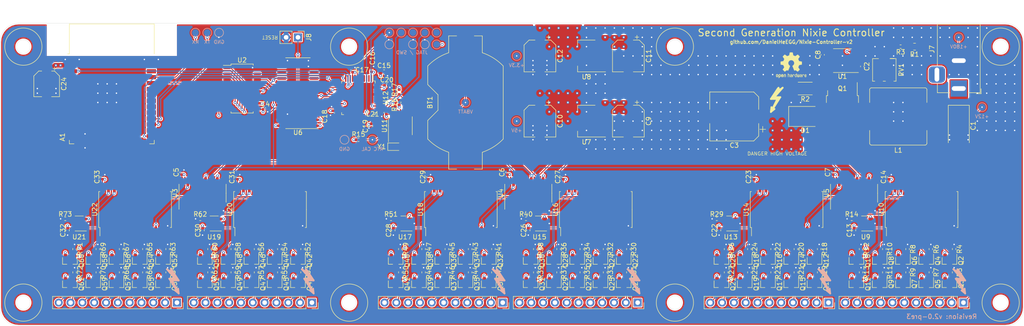
<source format=kicad_pcb>
(kicad_pcb (version 20171130) (host pcbnew "(5.1.10)-1")
  (layers (0 F.Cu mixed) (1 In1.Cu mixed) (2 In2.Cu mixed) (31 B.Cu mixed) (34 B.Paste user) (35 F.Paste user) (36 B.SilkS user) (37 F.SilkS user) (38 B.Mask user) (39 F.Mask user) (44 Edge.Cuts user))
  (net 0 "")
  (net 1 +BATT)
  (net 2 GND)
  (net 3 +12V)
  (net 4 +5V)
  (net 5 +3V3)
  (net 6 +HV)
  (net 7 "Net-(D1-Pad2)")
  (net 8 D0-G9)
  (net 9 D0-G8)
  (net 10 D0-G7)
  (net 11 D0-G6)
  (net 12 D0-G5)
  (net 13 D0-G4)
  (net 14 D0-G3)
  (net 15 D0-G2)
  (net 16 D0-G1)
  (net 17 D0-G0)
  (net 18 D1-G0)
  (net 19 D1-G1)
  (net 20 D1-G2)
  (net 21 D1-G3)
  (net 22 D1-G4)
  (net 23 D1-G5)
  (net 24 D1-G6)
  (net 25 D1-G7)
  (net 26 D1-G8)
  (net 27 D1-G9)
  (net 28 D2-G0)
  (net 29 D2-G1)
  (net 30 D2-G2)
  (net 31 D2-G3)
  (net 32 D2-G4)
  (net 33 D2-G5)
  (net 34 D2-G6)
  (net 35 D2-G7)
  (net 36 D2-G8)
  (net 37 D2-G9)
  (net 38 D3-G9)
  (net 39 D3-G8)
  (net 40 D3-G7)
  (net 41 D3-G6)
  (net 42 D3-G5)
  (net 43 D3-G4)
  (net 44 D3-G3)
  (net 45 D3-G2)
  (net 46 D3-G1)
  (net 47 D3-G0)
  (net 48 D4-G0)
  (net 49 D4-G1)
  (net 50 D4-G2)
  (net 51 D4-G3)
  (net 52 D4-G4)
  (net 53 D4-G5)
  (net 54 D4-G6)
  (net 55 D4-G7)
  (net 56 D4-G8)
  (net 57 D4-G9)
  (net 58 D5-G9)
  (net 59 D5-G8)
  (net 60 D5-G7)
  (net 61 D5-G6)
  (net 62 D5-G5)
  (net 63 D5-G4)
  (net 64 D5-G3)
  (net 65 D5-G2)
  (net 66 D5-G1)
  (net 67 D5-G0)
  (net 68 "Net-(Q1-Pad1)")
  (net 69 "Net-(Q1-Pad3)")
  (net 70 "Net-(Q10-Pad1)")
  (net 71 "Net-(Q12-Pad1)")
  (net 72 "Net-(Q10-Pad2)")
  (net 73 "Net-(Q12-Pad2)")
  (net 74 "Net-(Q22-Pad2)")
  (net 75 "Net-(Q32-Pad2)")
  (net 76 "Net-(Q42-Pad2)")
  (net 77 "Net-(Q52-Pad2)")
  (net 78 "Net-(R3-Pad2)")
  (net 79 RTC_SCL)
  (net 80 RTC_SDA)
  (net 81 "Net-(RV1-Pad1)")
  (net 82 MCU_JTMS)
  (net 83 MCU_JTCLK)
  (net 84 MCU_JTDO)
  (net 85 MCU_JTDI)
  (net 86 MCU_nRST)
  (net 87 D0-VREF)
  (net 88 D1-VREF)
  (net 89 "Net-(U10-Pad1)")
  (net 90 D2-VREF)
  (net 91 "Net-(U11-Pad1)")
  (net 92 D3-VREF)
  (net 93 "Net-(U13-Pad1)")
  (net 94 D4-VREF)
  (net 95 D5-VREF)
  (net 96 HV_SHDN)
  (net 97 D0-S2)
  (net 98 D0-S3)
  (net 99 D0-S1)
  (net 100 D0-S0)
  (net 101 "Net-(U10-Pad21)")
  (net 102 "Net-(U10-Pad20)")
  (net 103 "Net-(U10-Pad19)")
  (net 104 "Net-(U10-Pad18)")
  (net 105 "Net-(U10-Pad17)")
  (net 106 "Net-(U10-Pad16)")
  (net 107 D1-S2)
  (net 108 D1-S3)
  (net 109 D1-S1)
  (net 110 D1-S0)
  (net 111 D2-S0)
  (net 112 D2-S1)
  (net 113 D2-S3)
  (net 114 D2-S2)
  (net 115 D3-S0)
  (net 116 D3-S1)
  (net 117 D3-S3)
  (net 118 D3-S2)
  (net 119 "Net-(U12-Pad16)")
  (net 120 D4-S2)
  (net 121 D4-S3)
  (net 122 D4-S1)
  (net 123 D4-S0)
  (net 124 D5-S0)
  (net 125 D5-S1)
  (net 126 D5-S3)
  (net 127 D5-S2)
  (net 128 "Net-(U14-Pad16)")
  (net 129 "Net-(U14-Pad17)")
  (net 130 "Net-(U14-Pad18)")
  (net 131 "Net-(U14-Pad19)")
  (net 132 "Net-(U14-Pad20)")
  (net 133 "Net-(U14-Pad21)")
  (net 134 DAC_nCS)
  (net 135 DAC_SCK)
  (net 136 DAC_MOSI)
  (net 137 SR_SHIFT)
  (net 138 SR_LATCH)
  (net 139 SR_DATA)
  (net 140 3V3_DAC_nCS)
  (net 141 3V3_DAC_SCK)
  (net 142 "Net-(U20-Pad16)")
  (net 143 3V3_DAC_MOSI)
  (net 144 "Net-(C8-Pad1)")
  (net 145 "Net-(Q22-Pad1)")
  (net 146 "Net-(Q32-Pad1)")
  (net 147 "Net-(Q42-Pad1)")
  (net 148 "Net-(Q52-Pad1)")
  (net 149 "Net-(R1-Pad2)")
  (net 150 "Net-(R15-Pad2)")
  (net 151 "Net-(U2-Pad7)")
  (net 152 "Net-(U2-Pad8)")
  (net 153 "Net-(U2-Pad15)")
  (net 154 "Net-(U3-Pad9)")
  (net 155 "Net-(U4-Pad9)")
  (net 156 "Net-(U5-Pad9)")
  (net 157 "Net-(U6-Pad9)")
  (net 158 "Net-(U6-Pad10)")
  (net 159 "Net-(U6-Pad14)")
  (net 160 "Net-(U6-Pad15)")
  (net 161 "Net-(U6-Pad23)")
  (net 162 "Net-(U11-Pad2)")
  (net 163 "Net-(U12-Pad2)")
  (net 164 "Net-(U12-Pad3)")
  (net 165 "Net-(U12-Pad4)")
  (net 166 "Net-(U12-Pad27)")
  (net 167 "Net-(U12-Pad29)")
  (net 168 "Net-(U12-Pad30)")
  (net 169 "Net-(U12-Pad31)")
  (net 170 "Net-(U12-Pad32)")
  (net 171 "Net-(U12-Pad33)")
  (net 172 "Net-(U12-Pad40)")
  (net 173 "Net-(U12-Pad41)")
  (net 174 "Net-(U12-Pad45)")
  (net 175 "Net-(U12-Pad46)")
  (net 176 "Net-(U15-Pad1)")
  (net 177 "Net-(U16-Pad16)")
  (net 178 "Net-(U16-Pad17)")
  (net 179 "Net-(U16-Pad18)")
  (net 180 "Net-(U16-Pad19)")
  (net 181 "Net-(U16-Pad20)")
  (net 182 "Net-(U16-Pad21)")
  (net 183 "Net-(U17-Pad1)")
  (net 184 "Net-(U18-Pad16)")
  (net 185 "Net-(U18-Pad17)")
  (net 186 "Net-(U18-Pad18)")
  (net 187 "Net-(U18-Pad19)")
  (net 188 "Net-(U18-Pad20)")
  (net 189 "Net-(U18-Pad21)")
  (net 190 "Net-(U19-Pad1)")
  (net 191 "Net-(U20-Pad21)")
  (net 192 "Net-(U20-Pad20)")
  (net 193 "Net-(U20-Pad19)")
  (net 194 "Net-(U20-Pad18)")
  (net 195 "Net-(U20-Pad17)")
  (net 196 "Net-(U21-Pad1)")
  (net 197 "Net-(U22-Pad16)")
  (net 198 "Net-(U22-Pad17)")
  (net 199 "Net-(U22-Pad18)")
  (net 200 "Net-(U22-Pad19)")
  (net 201 "Net-(U22-Pad20)")
  (net 202 "Net-(U22-Pad21)")
  (net 203 "Net-(U12-Pad5)")
  (net 204 "Net-(U12-Pad6)")
  (net 205 "Net-(Q2-Pad1)")
  (net 206 "Net-(Q3-Pad1)")
  (net 207 "Net-(Q4-Pad1)")
  (net 208 "Net-(Q5-Pad1)")
  (net 209 "Net-(Q6-Pad1)")
  (net 210 "Net-(Q7-Pad1)")
  (net 211 "Net-(Q8-Pad1)")
  (net 212 "Net-(Q9-Pad1)")
  (net 213 "Net-(Q11-Pad1)")
  (net 214 "Net-(Q13-Pad1)")
  (net 215 "Net-(Q14-Pad1)")
  (net 216 "Net-(Q15-Pad1)")
  (net 217 "Net-(Q16-Pad1)")
  (net 218 "Net-(Q17-Pad1)")
  (net 219 "Net-(Q18-Pad1)")
  (net 220 "Net-(Q19-Pad1)")
  (net 221 "Net-(Q20-Pad1)")
  (net 222 "Net-(Q21-Pad1)")
  (net 223 "Net-(Q23-Pad1)")
  (net 224 "Net-(Q24-Pad1)")
  (net 225 "Net-(Q25-Pad1)")
  (net 226 "Net-(Q26-Pad1)")
  (net 227 "Net-(Q27-Pad1)")
  (net 228 "Net-(Q28-Pad1)")
  (net 229 "Net-(Q29-Pad1)")
  (net 230 "Net-(Q30-Pad1)")
  (net 231 "Net-(Q31-Pad1)")
  (net 232 "Net-(Q33-Pad1)")
  (net 233 "Net-(Q34-Pad1)")
  (net 234 "Net-(Q35-Pad1)")
  (net 235 "Net-(Q36-Pad1)")
  (net 236 "Net-(Q37-Pad1)")
  (net 237 "Net-(Q38-Pad1)")
  (net 238 "Net-(Q39-Pad1)")
  (net 239 "Net-(Q40-Pad1)")
  (net 240 "Net-(Q41-Pad1)")
  (net 241 "Net-(Q43-Pad1)")
  (net 242 "Net-(Q44-Pad1)")
  (net 243 "Net-(Q45-Pad1)")
  (net 244 "Net-(Q46-Pad1)")
  (net 245 "Net-(Q47-Pad1)")
  (net 246 "Net-(Q48-Pad1)")
  (net 247 "Net-(Q49-Pad1)")
  (net 248 "Net-(Q50-Pad1)")
  (net 249 "Net-(Q51-Pad1)")
  (net 250 "Net-(Q53-Pad1)")
  (net 251 "Net-(Q54-Pad1)")
  (net 252 "Net-(Q55-Pad1)")
  (net 253 "Net-(Q56-Pad1)")
  (net 254 "Net-(Q57-Pad1)")
  (net 255 "Net-(Q58-Pad1)")
  (net 256 "Net-(Q59-Pad1)")
  (net 257 "Net-(Q60-Pad1)")
  (net 258 "Net-(Q61-Pad1)")
  (net 259 3V3_SR_MOSI)
  (net 260 3V3_SR_SCK)
  (net 261 3V3_SR_nCS)
  (net 262 "Net-(U12-Pad19)")
  (net 263 "Net-(U12-Pad20)")
  (net 264 ESP_nRST)
  (net 265 "Net-(A1-Pad4)")
  (net 266 "Net-(A1-Pad5)")
  (net 267 "Net-(A1-Pad6)")
  (net 268 "Net-(A1-Pad7)")
  (net 269 "Net-(A1-Pad9)")
  (net 270 "Net-(A1-Pad10)")
  (net 271 "Net-(A1-Pad11)")
  (net 272 "Net-(A1-Pad12)")
  (net 273 "Net-(A1-Pad13)")
  (net 274 "Net-(A1-Pad14)")
  (net 275 ESP_RUN)
  (net 276 "Net-(A1-Pad19)")
  (net 277 "Net-(A1-Pad20)")
  (net 278 ESP_TX)
  (net 279 ESP_RX)
  (net 280 "Net-(U12-Pad22)")
  (net 281 "Net-(J8-Pad1)")
  (net 282 "Net-(A1-Pad8)")
  (net 283 "Net-(A1-Pad16)")
  (net 284 "Net-(A1-Pad17)")
  (net 285 "Net-(A1-Pad18)")
  (net 286 "Net-(A1-Pad21)")
  (net 287 "Net-(A1-Pad22)")
  (net 288 "Net-(A1-Pad23)")
  (net 289 "Net-(A1-Pad24)")
  (net 290 "Net-(A1-Pad26)")
  (net 291 "Net-(A1-Pad29)")
  (net 292 "Net-(A1-Pad30)")
  (net 293 "Net-(A1-Pad31)")
  (net 294 "Net-(A1-Pad32)")
  (net 295 "Net-(A1-Pad33)")
  (net 296 "Net-(A1-Pad36)")
  (net 297 "Net-(A1-Pad37)")
  (net 298 ESP_LOG_RX)
  (net 299 ESP_LOG_TX)
  (module Symbol:Symbol_Highvoltage_Type1_CopperTop_Small (layer B.Cu) (at 87 114 180)
    (fp_text reference REF** hide)
    (fp_text value Symbol_Highvoltage_Type1_CopperTop_Small)
  )
  (module Symbol:Symbol_Highvoltage_Type1_CopperTop_Small (layer B.Cu) (at 116 114 180)
    (fp_text reference REF** hide)
    (fp_text value Symbol_Highvoltage_Type1_CopperTop_Small)
  )
  (module Symbol:Symbol_Highvoltage_Type1_CopperTop_Small (layer B.Cu) (at 157 114 180)
    (fp_text reference REF** hide)
    (fp_text value Symbol_Highvoltage_Type1_CopperTop_Small)
  )
  (module Symbol:Symbol_Highvoltage_Type1_CopperTop_Small (layer B.Cu) (at 186 114 180)
    (fp_text reference REF** hide)
    (fp_text value Symbol_Highvoltage_Type1_CopperTop_Small)
  )
  (module Symbol:Symbol_Highvoltage_Type1_CopperTop_Small (layer B.Cu) (at 227 114 180)
    (fp_text reference REF** hide)
    (fp_text value Symbol_Highvoltage_Type1_CopperTop_Small)
  )
  (module Symbol:Symbol_Highvoltage_Type1_CopperTop_Small (layer B.Cu) (at 256 114 180)
    (fp_text reference REF** hide)
    (fp_text value Symbol_Highvoltage_Type1_CopperTop_Small)
  )
  (module Symbol:Symbol_Highvoltage_Type1_CopperTop_Small (layer F.Cu) (at 215 75)
    (fp_text reference REF** hide)
    (fp_text value Symbol_Highvoltage_Type1_CopperTop_Small)
  )
  (module Symbol:OSHW-Logo2_7.3x6mm_SilkScreen (layer F.Cu) (at 219 67)
    (fp_text reference REF** hide)
    (fp_text value OSHW-Logo2_7.3x6mm_SilkScreen hide)
  )
  (module Package_SO:SO-24_5.3x15mm_P1.27mm (layer F.Cu) (at 113 73 180)
    (fp_text reference U6 (at 0 -8.45) (layer F.SilkS))
    (fp_text value SN74LVCC3245A)
    (pad 1 smd roundrect (at -3.4625 -6.985 180) (size 1.975 0.6) (layers F.Cu F.Paste F.Mask) (net 5 +3V3))
    (pad 2 smd roundrect (at -3.4625 -5.715 180) (size 1.975 0.6) (layers F.Cu F.Paste F.Mask) (net 5 +3V3))
    (pad 3 smd roundrect (at -3.4625 -4.445 180) (size 1.975 0.6) (layers F.Cu F.Paste F.Mask) (net 259 3V3_SR_MOSI))
    (pad 4 smd roundrect (at -3.4625 -3.175 180) (size 1.975 0.6) (layers F.Cu F.Paste F.Mask) (net 260 3V3_SR_SCK))
    (pad 5 smd roundrect (at -3.4625 -1.905 180) (size 1.975 0.6) (layers F.Cu F.Paste F.Mask) (net 261 3V3_SR_nCS))
    (pad 6 smd roundrect (at -3.4625 -0.635 180) (size 1.975 0.6) (layers F.Cu F.Paste F.Mask) (net 141 3V3_DAC_SCK))
    (pad 7 smd roundrect (at -3.4625 0.635 180) (size 1.975 0.6) (layers F.Cu F.Paste F.Mask) (net 143 3V3_DAC_MOSI))
    (pad 8 smd roundrect (at -3.4625 1.905 180) (size 1.975 0.6) (layers F.Cu F.Paste F.Mask) (net 140 3V3_DAC_nCS))
    (pad 9 smd roundrect (at -3.4625 3.175 180) (size 1.975 0.6) (layers F.Cu F.Paste F.Mask) (net 157 "Net-(U6-Pad9)"))
    (pad 10 smd roundrect (at -3.4625 4.445 180) (size 1.975 0.6) (layers F.Cu F.Paste F.Mask) (net 158 "Net-(U6-Pad10)"))
    (pad 11 smd roundrect (at -3.4625 5.715 180) (size 1.975 0.6) (layers F.Cu F.Paste F.Mask) (net 2 GND))
    (pad 12 smd roundrect (at -3.4625 6.985 180) (size 1.975 0.6) (layers F.Cu F.Paste F.Mask) (net 2 GND))
    (pad 13 smd roundrect (at 3.4625 6.985 180) (size 1.975 0.6) (layers F.Cu F.Paste F.Mask) (net 2 GND))
    (pad 14 smd roundrect (at 3.4625 5.715 180) (size 1.975 0.6) (layers F.Cu F.Paste F.Mask) (net 159 "Net-(U6-Pad14)"))
    (pad 15 smd roundrect (at 3.4625 4.445 180) (size 1.975 0.6) (layers F.Cu F.Paste F.Mask) (net 160 "Net-(U6-Pad15)"))
    (pad 16 smd roundrect (at 3.4625 3.175 180) (size 1.975 0.6) (layers F.Cu F.Paste F.Mask) (net 134 DAC_nCS))
    (pad 17 smd roundrect (at 3.4625 1.905 180) (size 1.975 0.6) (layers F.Cu F.Paste F.Mask) (net 136 DAC_MOSI))
    (pad 18 smd roundrect (at 3.4625 0.635 180) (size 1.975 0.6) (layers F.Cu F.Paste F.Mask) (net 135 DAC_SCK))
    (pad 19 smd roundrect (at 3.4625 -0.635 180) (size 1.975 0.6) (layers F.Cu F.Paste F.Mask) (net 138 SR_LATCH))
    (pad 20 smd roundrect (at 3.4625 -1.905 180) (size 1.975 0.6) (layers F.Cu F.Paste F.Mask) (net 137 SR_SHIFT))
    (pad 21 smd roundrect (at 3.4625 -3.175 180) (size 1.975 0.6) (layers F.Cu F.Paste F.Mask) (net 139 SR_DATA))
    (pad 22 smd roundrect (at 3.4625 -4.445 180) (size 1.975 0.6) (layers F.Cu F.Paste F.Mask) (net 2 GND))
    (pad 23 smd roundrect (at 3.4625 -5.715 180) (size 1.975 0.6) (layers F.Cu F.Paste F.Mask) (net 161 "Net-(U6-Pad23)"))
    (pad 24 smd roundrect (at 3.4625 -6.985 180) (size 1.975 0.6) (layers F.Cu F.Paste F.Mask) (net 4 +5V))
  )
  (module Capacitor_SMD:CP_Elec_6.3x7.7 (layer F.Cu) (at 184 65 270)
    (fp_text reference C11 (at 0 -4.35 90) (layer F.SilkS))
    (fp_text value 10uF)
    (pad 2 smd roundrect (at 2.7 0 270) (size 3.5 1.6) (layers F.Cu F.Paste F.Mask) (roundrect_rratio 0.15625) (net 2 GND))
    (pad 1 smd roundrect (at -2.7 0 270) (size 3.5 1.6) (layers F.Cu F.Paste F.Mask) (roundrect_rratio 0.15625) (net 3 +12V))
  )
  (module Connector_BarrelJack:BarrelJack_Horizontal (layer F.Cu) (at 255 72 270)
    (fp_text reference J7 (at -8.45 5.75 90) (layer F.SilkS))
    (fp_text value "12V DC JACK")
    (pad 1 thru_hole rect (at 0 0 270) (size 3.5 3.5) (drill oval 1 3) (layers *.Cu *.Mask) (net 3 +12V))
    (pad 2 thru_hole roundrect (at -6 0 270) (size 3 3.5) (drill oval 1 3) (layers *.Cu *.Mask) (net 2 GND))
    (pad 3 thru_hole roundrect (at -3 4.7 270) (size 3.5 3.5) (drill oval 3 1) (layers *.Cu *.Mask))
  )
  (module Battery:BatteryHolder_Keystone_1058_1x2032 (layer F.Cu) (at 149 75 270)
    (fp_text reference BT1 (at 0 7.62 90) (layer F.SilkS))
    (fp_text value BACKUP)
    (pad 1 smd rect (at -14.68 0 270) (size 2.54 3.51) (layers F.Cu F.Paste F.Mask) (net 1 +BATT))
    (pad 2 smd rect (at 14.68 0 270) (size 2.54 3.51) (layers F.Cu F.Paste F.Mask) (net 2 GND))
  )
  (module Capacitor_Tantalum_SMD:CP_EIA-7343-43_Kemet-X (layer F.Cu) (at 255 80 270)
    (fp_text reference C1 (at 0 -3.1 90) (layer F.SilkS))
    (fp_text value 100uF)
    (pad 1 smd roundrect (at -3.1125 0 270) (size 2.075 2.55) (layers F.Cu F.Paste F.Mask) (roundrect_rratio 0.1204819277108434) (net 3 +12V))
    (pad 2 smd roundrect (at 3.1125 0 270) (size 2.075 2.55) (layers F.Cu F.Paste F.Mask) (roundrect_rratio 0.1204819277108434) (net 2 GND))
  )
  (module Capacitor_SMD:C_0402_1005Metric (layer F.Cu) (at 234.25 67.25 270)
    (fp_text reference C2 (at 0 -1 90) (layer F.SilkS))
    (fp_text value 100nF)
    (pad 2 smd roundrect (at 0.48 0 270) (size 0.56 0.62) (layers F.Cu F.Paste F.Mask) (net 2 GND))
    (pad 1 smd roundrect (at -0.48 0 270) (size 0.56 0.62) (layers F.Cu F.Paste F.Mask) (net 3 +12V))
  )
  (module Capacitor_SMD:C_0402_1005Metric (layer F.Cu) (at 106 76.5)
    (fp_text reference C4 (at 0 -1.16) (layer F.SilkS))
    (fp_text value 100nF)
    (pad 1 smd roundrect (at -0.48 0) (size 0.56 0.62) (layers F.Cu F.Paste F.Mask) (net 4 +5V))
    (pad 2 smd roundrect (at 0.48 0) (size 0.56 0.62) (layers F.Cu F.Paste F.Mask) (net 2 GND))
  )
  (module Capacitor_SMD:C_0402_1005Metric (layer F.Cu) (at 88 90 90)
    (fp_text reference C5 (at 0 -1.16 90) (layer F.SilkS))
    (fp_text value 100nF)
    (pad 1 smd roundrect (at -0.48 0 90) (size 0.56 0.62) (layers F.Cu F.Paste F.Mask) (net 4 +5V))
    (pad 2 smd roundrect (at 0.48 0 90) (size 0.56 0.62) (layers F.Cu F.Paste F.Mask) (net 2 GND))
  )
  (module Capacitor_SMD:C_0402_1005Metric (layer F.Cu) (at 158 90 90)
    (fp_text reference C6 (at 0 -1.16 90) (layer F.SilkS))
    (fp_text value 100nF)
    (pad 2 smd roundrect (at 0.48 0 90) (size 0.56 0.62) (layers F.Cu F.Paste F.Mask) (net 2 GND))
    (pad 1 smd roundrect (at -0.48 0 90) (size 0.56 0.62) (layers F.Cu F.Paste F.Mask) (net 4 +5V))
  )
  (module Capacitor_SMD:C_0402_1005Metric (layer F.Cu) (at 228 90 90)
    (fp_text reference C7 (at 0 -1.16 90) (layer F.SilkS))
    (fp_text value 100nF)
    (pad 1 smd roundrect (at -0.48 0 90) (size 0.56 0.62) (layers F.Cu F.Paste F.Mask) (net 4 +5V))
    (pad 2 smd roundrect (at 0.48 0 90) (size 0.56 0.62) (layers F.Cu F.Paste F.Mask) (net 2 GND))
  )
  (module Capacitor_SMD:C_0402_1005Metric (layer F.Cu) (at 225.75 64.75 270)
    (fp_text reference C8 (at 0 1 90) (layer F.SilkS))
    (fp_text value 100nF)
    (pad 2 smd roundrect (at 0.48 0 270) (size 0.56 0.62) (layers F.Cu F.Paste F.Mask) (net 2 GND))
    (pad 1 smd roundrect (at -0.48 0 270) (size 0.56 0.62) (layers F.Cu F.Paste F.Mask) (net 144 "Net-(C8-Pad1)"))
  )
  (module Capacitor_SMD:CP_Elec_6.3x7.7 (layer F.Cu) (at 184 79 270)
    (fp_text reference C9 (at 0 -4.35 90) (layer F.SilkS))
    (fp_text value 10uF)
    (pad 2 smd roundrect (at 2.7 0 270) (size 3.5 1.6) (layers F.Cu F.Paste F.Mask) (roundrect_rratio 0.15625) (net 2 GND))
    (pad 1 smd roundrect (at -2.7 0 270) (size 3.5 1.6) (layers F.Cu F.Paste F.Mask) (roundrect_rratio 0.15625) (net 3 +12V))
  )
  (module Capacitor_SMD:CP_Elec_6.3x7.7 (layer F.Cu) (at 165 79 270)
    (fp_text reference C10 (at 0 -4.35 90) (layer F.SilkS))
    (fp_text value 10uF)
    (pad 1 smd roundrect (at -2.7 0 270) (size 3.5 1.6) (layers F.Cu F.Paste F.Mask) (roundrect_rratio 0.15625) (net 4 +5V))
    (pad 2 smd roundrect (at 2.7 0 270) (size 3.5 1.6) (layers F.Cu F.Paste F.Mask) (roundrect_rratio 0.15625) (net 2 GND))
  )
  (module Capacitor_SMD:CP_Elec_6.3x7.7 (layer F.Cu) (at 165 65 270)
    (fp_text reference C12 (at 0 -4.35 90) (layer F.SilkS))
    (fp_text value 10uF)
    (pad 1 smd roundrect (at -2.7 0 270) (size 3.5 1.6) (layers F.Cu F.Paste F.Mask) (roundrect_rratio 0.15625) (net 5 +3V3))
    (pad 2 smd roundrect (at 2.7 0 270) (size 3.5 1.6) (layers F.Cu F.Paste F.Mask) (roundrect_rratio 0.15625) (net 2 GND))
  )
  (module Capacitor_SMD:C_0402_1005Metric (layer F.Cu) (at 232.5 102.5 270)
    (fp_text reference C13 (at 0 1 90) (layer F.SilkS))
    (fp_text value 100nF)
    (pad 2 smd roundrect (at 0.48 0 270) (size 0.56 0.62) (layers F.Cu F.Paste F.Mask) (net 2 GND))
    (pad 1 smd roundrect (at -0.48 0 270) (size 0.56 0.62) (layers F.Cu F.Paste F.Mask) (net 4 +5V))
  )
  (module Capacitor_SMD:C_0402_1005Metric (layer F.Cu) (at 240 91 90)
    (fp_text reference C14 (at 0 -1.16 90) (layer F.SilkS))
    (fp_text value 100nF)
    (pad 1 smd roundrect (at -0.48 0 90) (size 0.56 0.62) (layers F.Cu F.Paste F.Mask) (net 4 +5V))
    (pad 2 smd roundrect (at 0.48 0 90) (size 0.56 0.62) (layers F.Cu F.Paste F.Mask) (net 2 GND))
  )
  (module Capacitor_SMD:C_0603_1608Metric (layer F.Cu) (at 131.5 68.5)
    (fp_text reference C15 (at 0 -1.43) (layer F.SilkS))
    (fp_text value 4.7uF)
    (pad 1 smd roundrect (at -0.775 0) (size 0.9 0.95) (layers F.Cu F.Paste F.Mask) (net 5 +3V3))
    (pad 2 smd roundrect (at 0.775 0) (size 0.9 0.95) (layers F.Cu F.Paste F.Mask) (net 2 GND))
  )
  (module Capacitor_SMD:C_0402_1005Metric (layer F.Cu) (at 128.8 67.9 90)
    (fp_text reference C16 (at 2.4 0.2 90) (layer F.SilkS))
    (fp_text value 100nF)
    (pad 1 smd roundrect (at -0.48 0 90) (size 0.56 0.62) (layers F.Cu F.Paste F.Mask) (net 5 +3V3))
    (pad 2 smd roundrect (at 0.48 0 90) (size 0.56 0.62) (layers F.Cu F.Paste F.Mask) (net 2 GND))
  )
  (module Capacitor_SMD:C_0402_1005Metric (layer F.Cu) (at 124.75 68 90)
    (fp_text reference C17 (at 0 2 180) (layer F.SilkS))
    (fp_text value 100nF)
    (pad 1 smd roundrect (at -0.48 0 90) (size 0.56 0.62) (layers F.Cu F.Paste F.Mask) (net 5 +3V3))
    (pad 2 smd roundrect (at 0.48 0 90) (size 0.56 0.62) (layers F.Cu F.Paste F.Mask) (net 2 GND))
  )
  (module Capacitor_SMD:C_0402_1005Metric (layer F.Cu) (at 120.5 77.25 270)
    (fp_text reference C18 (at 0.75 1.75 270) (layer F.SilkS))
    (fp_text value 100nF)
    (pad 1 smd roundrect (at -0.48 0 270) (size 0.56 0.62) (layers F.Cu F.Paste F.Mask) (net 5 +3V3))
    (pad 2 smd roundrect (at 0.48 0 270) (size 0.56 0.62) (layers F.Cu F.Paste F.Mask) (net 2 GND))
  )
  (module Capacitor_SMD:C_0402_1005Metric (layer F.Cu) (at 128.7 80.1 270)
    (fp_text reference C19 (at 0 1.2 90) (layer F.SilkS))
    (fp_text value 100nF)
    (pad 2 smd roundrect (at 0.48 0 270) (size 0.56 0.62) (layers F.Cu F.Paste F.Mask) (net 2 GND))
    (pad 1 smd roundrect (at -0.48 0 270) (size 0.56 0.62) (layers F.Cu F.Paste F.Mask) (net 5 +3V3))
  )
  (module Capacitor_SMD:C_0402_1005Metric (layer F.Cu) (at 132.1 71.3)
    (fp_text reference C20 (at 0 -1.16) (layer F.SilkS))
    (fp_text value 100nF)
    (pad 1 smd roundrect (at -0.48 0) (size 0.56 0.62) (layers F.Cu F.Paste F.Mask) (net 5 +3V3))
    (pad 2 smd roundrect (at 0.48 0) (size 0.56 0.62) (layers F.Cu F.Paste F.Mask) (net 2 GND))
  )
  (module Capacitor_SMD:C_0402_1005Metric (layer F.Cu) (at 131.5 77.5 180)
    (fp_text reference C21 (at 2.5 0) (layer F.SilkS))
    (fp_text value 100nF)
    (pad 1 smd roundrect (at -0.48 0 180) (size 0.56 0.62) (layers F.Cu F.Paste F.Mask) (net 5 +3V3))
    (pad 2 smd roundrect (at 0.48 0 180) (size 0.56 0.62) (layers F.Cu F.Paste F.Mask) (net 2 GND))
  )
  (module Capacitor_SMD:C_0402_1005Metric (layer F.Cu) (at 203.5 102.5 270)
    (fp_text reference C22 (at 0 1 90) (layer F.SilkS))
    (fp_text value 100nF)
    (pad 1 smd roundrect (at -0.48 0 270) (size 0.56 0.62) (layers F.Cu F.Paste F.Mask) (net 4 +5V))
    (pad 2 smd roundrect (at 0.48 0 270) (size 0.56 0.62) (layers F.Cu F.Paste F.Mask) (net 2 GND))
  )
  (module Capacitor_SMD:C_0402_1005Metric (layer F.Cu) (at 211 91 90)
    (fp_text reference C23 (at 0 -1.16 90) (layer F.SilkS))
    (fp_text value 100nF)
    (pad 2 smd roundrect (at 0.48 0 90) (size 0.56 0.62) (layers F.Cu F.Paste F.Mask) (net 2 GND))
    (pad 1 smd roundrect (at -0.48 0 90) (size 0.56 0.62) (layers F.Cu F.Paste F.Mask) (net 4 +5V))
  )
  (module Capacitor_SMD:C_0402_1005Metric (layer F.Cu) (at 162.5 102.5 270)
    (fp_text reference C26 (at 0 1 90) (layer F.SilkS))
    (fp_text value 100nF)
    (pad 2 smd roundrect (at 0.48 0 270) (size 0.56 0.62) (layers F.Cu F.Paste F.Mask) (net 2 GND))
    (pad 1 smd roundrect (at -0.48 0 270) (size 0.56 0.62) (layers F.Cu F.Paste F.Mask) (net 4 +5V))
  )
  (module Capacitor_SMD:C_0402_1005Metric (layer F.Cu) (at 170 91 90)
    (fp_text reference C27 (at 0 -1.16 90) (layer F.SilkS))
    (fp_text value 100nF)
    (pad 1 smd roundrect (at -0.48 0 90) (size 0.56 0.62) (layers F.Cu F.Paste F.Mask) (net 4 +5V))
    (pad 2 smd roundrect (at 0.48 0 90) (size 0.56 0.62) (layers F.Cu F.Paste F.Mask) (net 2 GND))
  )
  (module Capacitor_SMD:C_0402_1005Metric (layer F.Cu) (at 133.5 102.5 270)
    (fp_text reference C28 (at 0 1 90) (layer F.SilkS))
    (fp_text value 100nF)
    (pad 1 smd roundrect (at -0.48 0 270) (size 0.56 0.62) (layers F.Cu F.Paste F.Mask) (net 4 +5V))
    (pad 2 smd roundrect (at 0.48 0 270) (size 0.56 0.62) (layers F.Cu F.Paste F.Mask) (net 2 GND))
  )
  (module Capacitor_SMD:C_0402_1005Metric (layer F.Cu) (at 141 91 90)
    (fp_text reference C29 (at 0 -1.16 90) (layer F.SilkS))
    (fp_text value 100nF)
    (pad 2 smd roundrect (at 0.48 0 90) (size 0.56 0.62) (layers F.Cu F.Paste F.Mask) (net 2 GND))
    (pad 1 smd roundrect (at -0.48 0 90) (size 0.56 0.62) (layers F.Cu F.Paste F.Mask) (net 4 +5V))
  )
  (module Capacitor_SMD:C_0402_1005Metric (layer F.Cu) (at 92.5 102.5 270)
    (fp_text reference C30 (at 0 1 90) (layer F.SilkS))
    (fp_text value 100nF)
    (pad 1 smd roundrect (at -0.48 0 270) (size 0.56 0.62) (layers F.Cu F.Paste F.Mask) (net 4 +5V))
    (pad 2 smd roundrect (at 0.48 0 270) (size 0.56 0.62) (layers F.Cu F.Paste F.Mask) (net 2 GND))
  )
  (module Capacitor_SMD:C_0402_1005Metric (layer F.Cu) (at 100 91 90)
    (fp_text reference C31 (at 0 -1.16 90) (layer F.SilkS))
    (fp_text value 100nF)
    (pad 2 smd roundrect (at 0.48 0 90) (size 0.56 0.62) (layers F.Cu F.Paste F.Mask) (net 2 GND))
    (pad 1 smd roundrect (at -0.48 0 90) (size 0.56 0.62) (layers F.Cu F.Paste F.Mask) (net 4 +5V))
  )
  (module Capacitor_SMD:C_0402_1005Metric (layer F.Cu) (at 63.5 102.5 270)
    (fp_text reference C32 (at 0 1 90) (layer F.SilkS))
    (fp_text value 100nF)
    (pad 2 smd roundrect (at 0.48 0 270) (size 0.56 0.62) (layers F.Cu F.Paste F.Mask) (net 2 GND))
    (pad 1 smd roundrect (at -0.48 0 270) (size 0.56 0.62) (layers F.Cu F.Paste F.Mask) (net 4 +5V))
  )
  (module Capacitor_SMD:C_0402_1005Metric (layer F.Cu) (at 71 91 90)
    (fp_text reference C33 (at 0 -1.16 90) (layer F.SilkS))
    (fp_text value 100nF)
    (pad 2 smd roundrect (at 0.48 0 90) (size 0.56 0.62) (layers F.Cu F.Paste F.Mask) (net 2 GND))
    (pad 1 smd roundrect (at -0.48 0 90) (size 0.56 0.62) (layers F.Cu F.Paste F.Mask) (net 4 +5V))
  )
  (module Diode_SMD:D_SMB (layer F.Cu) (at 222 78)
    (fp_text reference D1 (at 0 3) (layer F.SilkS))
    (fp_text value ~)
    (pad 1 smd rect (at -2.15 0) (size 2.5 2.3) (layers F.Cu F.Paste F.Mask) (net 6 +HV))
    (pad 2 smd rect (at 2.15 0) (size 2.5 2.3) (layers F.Cu F.Paste F.Mask) (net 7 "Net-(D1-Pad2)"))
  )
  (module Connector_PinSocket_2.54mm:PinSocket_1x11_P2.54mm_Vertical (layer F.Cu) (at 256 118 270)
    (fp_text reference J1 hide)
    (fp_text value ~)
    (pad 11 thru_hole oval (at 0 25.4 270) (size 1.7 1.7) (drill 1) (layers *.Cu *.Mask) (net 8 D0-G9))
    (pad 10 thru_hole oval (at 0 22.86 270) (size 1.7 1.7) (drill 1) (layers *.Cu *.Mask) (net 9 D0-G8))
    (pad 9 thru_hole oval (at 0 20.32 270) (size 1.7 1.7) (drill 1) (layers *.Cu *.Mask) (net 10 D0-G7))
    (pad 8 thru_hole oval (at 0 17.78 270) (size 1.7 1.7) (drill 1) (layers *.Cu *.Mask) (net 11 D0-G6))
    (pad 7 thru_hole oval (at 0 15.24 270) (size 1.7 1.7) (drill 1) (layers *.Cu *.Mask) (net 12 D0-G5))
    (pad 6 thru_hole oval (at 0 12.7 270) (size 1.7 1.7) (drill 1) (layers *.Cu *.Mask) (net 13 D0-G4))
    (pad 5 thru_hole oval (at 0 10.16 270) (size 1.7 1.7) (drill 1) (layers *.Cu *.Mask) (net 14 D0-G3))
    (pad 4 thru_hole oval (at 0 7.62 270) (size 1.7 1.7) (drill 1) (layers *.Cu *.Mask) (net 15 D0-G2))
    (pad 3 thru_hole oval (at 0 5.08 270) (size 1.7 1.7) (drill 1) (layers *.Cu *.Mask) (net 16 D0-G1))
    (pad 2 thru_hole oval (at 0 2.54 270) (size 1.7 1.7) (drill 1) (layers *.Cu *.Mask) (net 17 D0-G0))
    (pad 1 thru_hole rect (at 0 0 270) (size 1.7 1.7) (drill 1) (layers *.Cu *.Mask) (net 6 +HV))
  )
  (module Connector_PinSocket_2.54mm:PinSocket_1x11_P2.54mm_Vertical (layer F.Cu) (at 227 118 270)
    (fp_text reference J2 hide)
    (fp_text value ~)
    (pad 1 thru_hole rect (at 0 0 270) (size 1.7 1.7) (drill 1) (layers *.Cu *.Mask) (net 6 +HV))
    (pad 2 thru_hole oval (at 0 2.54 270) (size 1.7 1.7) (drill 1) (layers *.Cu *.Mask) (net 18 D1-G0))
    (pad 3 thru_hole oval (at 0 5.08 270) (size 1.7 1.7) (drill 1) (layers *.Cu *.Mask) (net 19 D1-G1))
    (pad 4 thru_hole oval (at 0 7.62 270) (size 1.7 1.7) (drill 1) (layers *.Cu *.Mask) (net 20 D1-G2))
    (pad 5 thru_hole oval (at 0 10.16 270) (size 1.7 1.7) (drill 1) (layers *.Cu *.Mask) (net 21 D1-G3))
    (pad 6 thru_hole oval (at 0 12.7 270) (size 1.7 1.7) (drill 1) (layers *.Cu *.Mask) (net 22 D1-G4))
    (pad 7 thru_hole oval (at 0 15.24 270) (size 1.7 1.7) (drill 1) (layers *.Cu *.Mask) (net 23 D1-G5))
    (pad 8 thru_hole oval (at 0 17.78 270) (size 1.7 1.7) (drill 1) (layers *.Cu *.Mask) (net 24 D1-G6))
    (pad 9 thru_hole oval (at 0 20.32 270) (size 1.7 1.7) (drill 1) (layers *.Cu *.Mask) (net 25 D1-G7))
    (pad 10 thru_hole oval (at 0 22.86 270) (size 1.7 1.7) (drill 1) (layers *.Cu *.Mask) (net 26 D1-G8))
    (pad 11 thru_hole oval (at 0 25.4 270) (size 1.7 1.7) (drill 1) (layers *.Cu *.Mask) (net 27 D1-G9))
  )
  (module Connector_PinSocket_2.54mm:PinSocket_1x11_P2.54mm_Vertical (layer F.Cu) (at 186 118 270)
    (fp_text reference J3 hide)
    (fp_text value ~)
    (pad 1 thru_hole rect (at 0 0 270) (size 1.7 1.7) (drill 1) (layers *.Cu *.Mask) (net 6 +HV))
    (pad 2 thru_hole oval (at 0 2.54 270) (size 1.7 1.7) (drill 1) (layers *.Cu *.Mask) (net 28 D2-G0))
    (pad 3 thru_hole oval (at 0 5.08 270) (size 1.7 1.7) (drill 1) (layers *.Cu *.Mask) (net 29 D2-G1))
    (pad 4 thru_hole oval (at 0 7.62 270) (size 1.7 1.7) (drill 1) (layers *.Cu *.Mask) (net 30 D2-G2))
    (pad 5 thru_hole oval (at 0 10.16 270) (size 1.7 1.7) (drill 1) (layers *.Cu *.Mask) (net 31 D2-G3))
    (pad 6 thru_hole oval (at 0 12.7 270) (size 1.7 1.7) (drill 1) (layers *.Cu *.Mask) (net 32 D2-G4))
    (pad 7 thru_hole oval (at 0 15.24 270) (size 1.7 1.7) (drill 1) (layers *.Cu *.Mask) (net 33 D2-G5))
    (pad 8 thru_hole oval (at 0 17.78 270) (size 1.7 1.7) (drill 1) (layers *.Cu *.Mask) (net 34 D2-G6))
    (pad 9 thru_hole oval (at 0 20.32 270) (size 1.7 1.7) (drill 1) (layers *.Cu *.Mask) (net 35 D2-G7))
    (pad 10 thru_hole oval (at 0 22.86 270) (size 1.7 1.7) (drill 1) (layers *.Cu *.Mask) (net 36 D2-G8))
    (pad 11 thru_hole oval (at 0 25.4 270) (size 1.7 1.7) (drill 1) (layers *.Cu *.Mask) (net 37 D2-G9))
  )
  (module Connector_PinSocket_2.54mm:PinSocket_1x11_P2.54mm_Vertical (layer F.Cu) (at 157 118 270)
    (fp_text reference J4 hide)
    (fp_text value ~)
    (pad 11 thru_hole oval (at 0 25.4 270) (size 1.7 1.7) (drill 1) (layers *.Cu *.Mask) (net 38 D3-G9))
    (pad 10 thru_hole oval (at 0 22.86 270) (size 1.7 1.7) (drill 1) (layers *.Cu *.Mask) (net 39 D3-G8))
    (pad 9 thru_hole oval (at 0 20.32 270) (size 1.7 1.7) (drill 1) (layers *.Cu *.Mask) (net 40 D3-G7))
    (pad 8 thru_hole oval (at 0 17.78 270) (size 1.7 1.7) (drill 1) (layers *.Cu *.Mask) (net 41 D3-G6))
    (pad 7 thru_hole oval (at 0 15.24 270) (size 1.7 1.7) (drill 1) (layers *.Cu *.Mask) (net 42 D3-G5))
    (pad 6 thru_hole oval (at 0 12.7 270) (size 1.7 1.7) (drill 1) (layers *.Cu *.Mask) (net 43 D3-G4))
    (pad 5 thru_hole oval (at 0 10.16 270) (size 1.7 1.7) (drill 1) (layers *.Cu *.Mask) (net 44 D3-G3))
    (pad 4 thru_hole oval (at 0 7.62 270) (size 1.7 1.7) (drill 1) (layers *.Cu *.Mask) (net 45 D3-G2))
    (pad 3 thru_hole oval (at 0 5.08 270) (size 1.7 1.7) (drill 1) (layers *.Cu *.Mask) (net 46 D3-G1))
    (pad 2 thru_hole oval (at 0 2.54 270) (size 1.7 1.7) (drill 1) (layers *.Cu *.Mask) (net 47 D3-G0))
    (pad 1 thru_hole rect (at 0 0 270) (size 1.7 1.7) (drill 1) (layers *.Cu *.Mask) (net 6 +HV))
  )
  (module Connector_PinSocket_2.54mm:PinSocket_1x11_P2.54mm_Vertical (layer F.Cu) (at 116 118 270)
    (fp_text reference J5 hide)
    (fp_text value ~)
    (pad 1 thru_hole rect (at 0 0 270) (size 1.7 1.7) (drill 1) (layers *.Cu *.Mask) (net 6 +HV))
    (pad 2 thru_hole oval (at 0 2.54 270) (size 1.7 1.7) (drill 1) (layers *.Cu *.Mask) (net 48 D4-G0))
    (pad 3 thru_hole oval (at 0 5.08 270) (size 1.7 1.7) (drill 1) (layers *.Cu *.Mask) (net 49 D4-G1))
    (pad 4 thru_hole oval (at 0 7.62 270) (size 1.7 1.7) (drill 1) (layers *.Cu *.Mask) (net 50 D4-G2))
    (pad 5 thru_hole oval (at 0 10.16 270) (size 1.7 1.7) (drill 1) (layers *.Cu *.Mask) (net 51 D4-G3))
    (pad 6 thru_hole oval (at 0 12.7 270) (size 1.7 1.7) (drill 1) (layers *.Cu *.Mask) (net 52 D4-G4))
    (pad 7 thru_hole oval (at 0 15.24 270) (size 1.7 1.7) (drill 1) (layers *.Cu *.Mask) (net 53 D4-G5))
    (pad 8 thru_hole oval (at 0 17.78 270) (size 1.7 1.7) (drill 1) (layers *.Cu *.Mask) (net 54 D4-G6))
    (pad 9 thru_hole oval (at 0 20.32 270) (size 1.7 1.7) (drill 1) (layers *.Cu *.Mask) (net 55 D4-G7))
    (pad 10 thru_hole oval (at 0 22.86 270) (size 1.7 1.7) (drill 1) (layers *.Cu *.Mask) (net 56 D4-G8))
    (pad 11 thru_hole oval (at 0 25.4 270) (size 1.7 1.7) (drill 1) (layers *.Cu *.Mask) (net 57 D4-G9))
  )
  (module Connector_PinSocket_2.54mm:PinSocket_1x11_P2.54mm_Vertical (layer F.Cu) (at 87 118 270)
    (fp_text reference J6 hide)
    (fp_text value ~)
    (pad 11 thru_hole oval (at 0 25.4 270) (size 1.7 1.7) (drill 1) (layers *.Cu *.Mask) (net 58 D5-G9))
    (pad 10 thru_hole oval (at 0 22.86 270) (size 1.7 1.7) (drill 1) (layers *.Cu *.Mask) (net 59 D5-G8))
    (pad 9 thru_hole oval (at 0 20.32 270) (size 1.7 1.7) (drill 1) (layers *.Cu *.Mask) (net 60 D5-G7))
    (pad 8 thru_hole oval (at 0 17.78 270) (size 1.7 1.7) (drill 1) (layers *.Cu *.Mask) (net 61 D5-G6))
    (pad 7 thru_hole oval (at 0 15.24 270) (size 1.7 1.7) (drill 1) (layers *.Cu *.Mask) (net 62 D5-G5))
    (pad 6 thru_hole oval (at 0 12.7 270) (size 1.7 1.7) (drill 1) (layers *.Cu *.Mask) (net 63 D5-G4))
    (pad 5 thru_hole oval (at 0 10.16 270) (size 1.7 1.7) (drill 1) (layers *.Cu *.Mask) (net 64 D5-G3))
    (pad 4 thru_hole oval (at 0 7.62 270) (size 1.7 1.7) (drill 1) (layers *.Cu *.Mask) (net 65 D5-G2))
    (pad 3 thru_hole oval (at 0 5.08 270) (size 1.7 1.7) (drill 1) (layers *.Cu *.Mask) (net 66 D5-G1))
    (pad 2 thru_hole oval (at 0 2.54 270) (size 1.7 1.7) (drill 1) (layers *.Cu *.Mask) (net 67 D5-G0))
    (pad 1 thru_hole rect (at 0 0 270) (size 1.7 1.7) (drill 1) (layers *.Cu *.Mask) (net 6 +HV))
  )
  (module Inductor_SMD:L_Bourns_SRR1210A (layer F.Cu) (at 242 78 180)
    (fp_text reference L1 (at 0 -7.25) (layer F.SilkS))
    (fp_text value 47uH)
    (pad 2 smd rect (at 5.05 0 180) (size 2.8 5.3) (layers F.Cu F.Paste F.Mask) (net 7 "Net-(D1-Pad2)"))
    (pad 1 smd rect (at -5.05 0 180) (size 2.8 5.3) (layers F.Cu F.Paste F.Mask) (net 3 +12V))
  )
  (module Package_TO_SOT_SMD:TO-252-2 (layer F.Cu) (at 230 76 270)
    (fp_text reference Q1 (at -4 0) (layer F.SilkS))
    (fp_text value ~)
    (pad 1 smd rect (at -4.2 -2.28 270) (size 2.2 1.2) (layers F.Cu F.Paste F.Mask) (net 68 "Net-(Q1-Pad1)"))
    (pad 3 smd rect (at -4.2 2.28 270) (size 2.2 1.2) (layers F.Cu F.Paste F.Mask) (net 69 "Net-(Q1-Pad3)"))
    (pad 2 smd rect (at 2.1 0 270) (size 6.4 5.8) (layers F.Cu F.Mask) (net 7 "Net-(D1-Pad2)"))
  )
  (module Resistor_SMD:R_0805_2012Metric (layer F.Cu) (at 245.5 63 180)
    (fp_text reference R1 (at 0 -1.65) (layer F.SilkS))
    (fp_text value 1.2M)
    (pad 1 smd roundrect (at -0.9125 0 180) (size 1.025 1.4) (layers F.Cu F.Paste F.Mask) (roundrect_rratio 0.2439004878048781) (net 6 +HV))
    (pad 2 smd roundrect (at 0.9125 0 180) (size 1.025 1.4) (layers F.Cu F.Paste F.Mask) (roundrect_rratio 0.2439004878048781) (net 149 "Net-(R1-Pad2)"))
  )
  (module Resistor_SMD:R_2010_5025Metric (layer F.Cu) (at 222 72 180)
    (fp_text reference R2 (at 0 -2.28) (layer F.SilkS))
    (fp_text value 0.05)
    (pad 1 smd roundrect (at -2.3125 0 180) (size 1.225 2.65) (layers F.Cu F.Paste F.Mask) (roundrect_rratio 0.2040808163265306) (net 69 "Net-(Q1-Pad3)"))
    (pad 2 smd roundrect (at 2.3125 0 180) (size 1.225 2.65) (layers F.Cu F.Paste F.Mask) (roundrect_rratio 0.2040808163265306) (net 2 GND))
  )
  (module Resistor_SMD:R_0402_1005Metric (layer F.Cu) (at 242.5 63 180)
    (fp_text reference R3 (at 0 -1.17) (layer F.SilkS))
    (fp_text value 6.8K)
    (pad 1 smd roundrect (at -0.51 0 180) (size 0.54 0.64) (layers F.Cu F.Paste F.Mask) (net 149 "Net-(R1-Pad2)"))
    (pad 2 smd roundrect (at 0.51 0 180) (size 0.54 0.64) (layers F.Cu F.Paste F.Mask) (net 78 "Net-(R3-Pad2)"))
  )
  (module Resistor_SMD:R_0402_1005Metric (layer F.Cu) (at 254 106.49 270)
    (fp_text reference R4 (at 0 -1.17 90) (layer F.SilkS))
    (fp_text value 6.8K)
    (pad 2 smd roundrect (at 0.51 0 270) (size 0.54 0.64) (layers F.Cu F.Paste F.Mask) (net 205 "Net-(Q2-Pad1)"))
    (pad 1 smd roundrect (at -0.51 0 270) (size 0.54 0.64) (layers F.Cu F.Paste F.Mask) (net 2 GND))
  )
  (module Resistor_SMD:R_0402_1005Metric (layer F.Cu) (at 254 111.5 270)
    (fp_text reference R5 (at 0 -1.17 90) (layer F.SilkS))
    (fp_text value 6.8K)
    (pad 2 smd roundrect (at 0.51 0 270) (size 0.54 0.64) (layers F.Cu F.Paste F.Mask) (net 206 "Net-(Q3-Pad1)"))
    (pad 1 smd roundrect (at -0.51 0 270) (size 0.54 0.64) (layers F.Cu F.Paste F.Mask) (net 2 GND))
  )
  (module Resistor_SMD:R_0402_1005Metric (layer F.Cu) (at 249 106.5 270)
    (fp_text reference R6 (at 0 -1.17 90) (layer F.SilkS))
    (fp_text value 6.8K)
    (pad 1 smd roundrect (at -0.51 0 270) (size 0.54 0.64) (layers F.Cu F.Paste F.Mask) (net 2 GND))
    (pad 2 smd roundrect (at 0.51 0 270) (size 0.54 0.64) (layers F.Cu F.Paste F.Mask) (net 207 "Net-(Q4-Pad1)"))
  )
  (module Resistor_SMD:R_0402_1005Metric (layer F.Cu) (at 249 111.5 270)
    (fp_text reference R7 (at 0 -1.17 90) (layer F.SilkS))
    (fp_text value 6.8K)
    (pad 1 smd roundrect (at -0.51 0 270) (size 0.54 0.64) (layers F.Cu F.Paste F.Mask) (net 2 GND))
    (pad 2 smd roundrect (at 0.51 0 270) (size 0.54 0.64) (layers F.Cu F.Paste F.Mask) (net 208 "Net-(Q5-Pad1)"))
  )
  (module Resistor_SMD:R_0402_1005Metric (layer F.Cu) (at 244 106.5 270)
    (fp_text reference R8 (at 0 -1.17 90) (layer F.SilkS))
    (fp_text value 6.8K)
    (pad 2 smd roundrect (at 0.51 0 270) (size 0.54 0.64) (layers F.Cu F.Paste F.Mask) (net 209 "Net-(Q6-Pad1)"))
    (pad 1 smd roundrect (at -0.51 0 270) (size 0.54 0.64) (layers F.Cu F.Paste F.Mask) (net 2 GND))
  )
  (module Resistor_SMD:R_0402_1005Metric (layer F.Cu) (at 244 111.5 270)
    (fp_text reference R9 (at 0 -1.17 90) (layer F.SilkS))
    (fp_text value 6.8K)
    (pad 1 smd roundrect (at -0.51 0 270) (size 0.54 0.64) (layers F.Cu F.Paste F.Mask) (net 2 GND))
    (pad 2 smd roundrect (at 0.51 0 270) (size 0.54 0.64) (layers F.Cu F.Paste F.Mask) (net 210 "Net-(Q7-Pad1)"))
  )
  (module Resistor_SMD:R_0402_1005Metric (layer F.Cu) (at 239 106.5 270)
    (fp_text reference R10 (at 0 -1.17 90) (layer F.SilkS))
    (fp_text value 6.8K)
    (pad 1 smd roundrect (at -0.51 0 270) (size 0.54 0.64) (layers F.Cu F.Paste F.Mask) (net 2 GND))
    (pad 2 smd roundrect (at 0.51 0 270) (size 0.54 0.64) (layers F.Cu F.Paste F.Mask) (net 211 "Net-(Q8-Pad1)"))
  )
  (module Resistor_SMD:R_0402_1005Metric (layer F.Cu) (at 239 111.5 270)
    (fp_text reference R11 (at 0 -1.17 90) (layer F.SilkS))
    (fp_text value 6.8K)
    (pad 1 smd roundrect (at -0.51 0 270) (size 0.54 0.64) (layers F.Cu F.Paste F.Mask) (net 2 GND))
    (pad 2 smd roundrect (at 0.51 0 270) (size 0.54 0.64) (layers F.Cu F.Paste F.Mask) (net 212 "Net-(Q9-Pad1)"))
  )
  (module Resistor_SMD:R_0402_1005Metric (layer F.Cu) (at 234 106.5 270)
    (fp_text reference R12 (at 0 -1.17 90) (layer F.SilkS))
    (fp_text value 6.8K)
    (pad 1 smd roundrect (at -0.51 0 270) (size 0.54 0.64) (layers F.Cu F.Paste F.Mask) (net 2 GND))
    (pad 2 smd roundrect (at 0.51 0 270) (size 0.54 0.64) (layers F.Cu F.Paste F.Mask) (net 70 "Net-(Q10-Pad1)"))
  )
  (module Resistor_SMD:R_0402_1005Metric (layer F.Cu) (at 234 111.5 270)
    (fp_text reference R13 (at 0 -1.17 90) (layer F.SilkS))
    (fp_text value 6.8K)
    (pad 1 smd roundrect (at -0.51 0 270) (size 0.54 0.64) (layers F.Cu F.Paste F.Mask) (net 2 GND))
    (pad 2 smd roundrect (at 0.51 0 270) (size 0.54 0.64) (layers F.Cu F.Paste F.Mask) (net 213 "Net-(Q11-Pad1)"))
  )
  (module Resistor_SMD:R_0402_1005Metric (layer F.Cu) (at 232 100 180)
    (fp_text reference R14 (at 0 1) (layer F.SilkS))
    (fp_text value 470)
    (pad 2 smd roundrect (at 0.51 0 180) (size 0.54 0.64) (layers F.Cu F.Paste F.Mask) (net 2 GND))
    (pad 1 smd roundrect (at -0.51 0 180) (size 0.54 0.64) (layers F.Cu F.Paste F.Mask) (net 72 "Net-(Q10-Pad2)"))
  )
  (module Resistor_SMD:R_0402_1005Metric (layer F.Cu) (at 126 83)
    (fp_text reference R15 (at 0 -1.17) (layer F.SilkS))
    (fp_text value 6.8K)
    (pad 2 smd roundrect (at 0.51 0) (size 0.54 0.64) (layers F.Cu F.Paste F.Mask) (net 150 "Net-(R15-Pad2)"))
    (pad 1 smd roundrect (at -0.51 0) (size 0.54 0.64) (layers F.Cu F.Paste F.Mask) (net 5 +3V3))
  )
  (module Resistor_SMD:R_0402_1005Metric (layer F.Cu) (at 134.75 75 90)
    (fp_text reference R16 (at -0.5 -1 90) (layer F.SilkS))
    (fp_text value 6.8K)
    (pad 1 smd roundrect (at -0.51 0 90) (size 0.54 0.64) (layers F.Cu F.Paste F.Mask) (net 5 +3V3))
    (pad 2 smd roundrect (at 0.51 0 90) (size 0.54 0.64) (layers F.Cu F.Paste F.Mask) (net 79 RTC_SCL))
  )
  (module Resistor_SMD:R_0402_1005Metric (layer F.Cu) (at 134.75 72.75 270)
    (fp_text reference R17 (at -0.5 1 90) (layer F.SilkS))
    (fp_text value 6.8K)
    (pad 1 smd roundrect (at -0.51 0 270) (size 0.54 0.64) (layers F.Cu F.Paste F.Mask) (net 5 +3V3))
    (pad 2 smd roundrect (at 0.51 0 270) (size 0.54 0.64) (layers F.Cu F.Paste F.Mask) (net 80 RTC_SDA))
  )
  (module Resistor_SMD:R_0402_1005Metric (layer F.Cu) (at 225 106.5 270)
    (fp_text reference R18 (at 0 -1.17 90) (layer F.SilkS))
    (fp_text value 6.8K)
    (pad 1 smd roundrect (at -0.51 0 270) (size 0.54 0.64) (layers F.Cu F.Paste F.Mask) (net 2 GND))
    (pad 2 smd roundrect (at 0.51 0 270) (size 0.54 0.64) (layers F.Cu F.Paste F.Mask) (net 71 "Net-(Q12-Pad1)"))
  )
  (module Resistor_SMD:R_0402_1005Metric (layer F.Cu) (at 225 111.5 270)
    (fp_text reference R19 (at 0 -1.17 90) (layer F.SilkS))
    (fp_text value 6.8K)
    (pad 2 smd roundrect (at 0.51 0 270) (size 0.54 0.64) (layers F.Cu F.Paste F.Mask) (net 214 "Net-(Q13-Pad1)"))
    (pad 1 smd roundrect (at -0.51 0 270) (size 0.54 0.64) (layers F.Cu F.Paste F.Mask) (net 2 GND))
  )
  (module Resistor_SMD:R_0402_1005Metric (layer F.Cu) (at 220 106.5 270)
    (fp_text reference R20 (at 0 -1.17 90) (layer F.SilkS))
    (fp_text value 6.8K)
    (pad 1 smd roundrect (at -0.51 0 270) (size 0.54 0.64) (layers F.Cu F.Paste F.Mask) (net 2 GND))
    (pad 2 smd roundrect (at 0.51 0 270) (size 0.54 0.64) (layers F.Cu F.Paste F.Mask) (net 215 "Net-(Q14-Pad1)"))
  )
  (module Resistor_SMD:R_0402_1005Metric (layer F.Cu) (at 220 111.5 270)
    (fp_text reference R21 (at 0 -1.17 90) (layer F.SilkS))
    (fp_text value 6.8K)
    (pad 2 smd roundrect (at 0.51 0 270) (size 0.54 0.64) (layers F.Cu F.Paste F.Mask) (net 216 "Net-(Q15-Pad1)"))
    (pad 1 smd roundrect (at -0.51 0 270) (size 0.54 0.64) (layers F.Cu F.Paste F.Mask) (net 2 GND))
  )
  (module Resistor_SMD:R_0402_1005Metric (layer F.Cu) (at 215 106.5 270)
    (fp_text reference R22 (at 0 -1.17 90) (layer F.SilkS))
    (fp_text value 6.8K)
    (pad 1 smd roundrect (at -0.51 0 270) (size 0.54 0.64) (layers F.Cu F.Paste F.Mask) (net 2 GND))
    (pad 2 smd roundrect (at 0.51 0 270) (size 0.54 0.64) (layers F.Cu F.Paste F.Mask) (net 217 "Net-(Q16-Pad1)"))
  )
  (module Resistor_SMD:R_0402_1005Metric (layer F.Cu) (at 215 111.5 270)
    (fp_text reference R23 (at 0 -1.17 90) (layer F.SilkS))
    (fp_text value 6.8K)
    (pad 2 smd roundrect (at 0.51 0 270) (size 0.54 0.64) (layers F.Cu F.Paste F.Mask) (net 218 "Net-(Q17-Pad1)"))
    (pad 1 smd roundrect (at -0.51 0 270) (size 0.54 0.64) (layers F.Cu F.Paste F.Mask) (net 2 GND))
  )
  (module Resistor_SMD:R_0402_1005Metric (layer F.Cu) (at 210 106.5 270)
    (fp_text reference R24 (at 0 -1.17 90) (layer F.SilkS))
    (fp_text value 6.8K)
    (pad 1 smd roundrect (at -0.51 0 270) (size 0.54 0.64) (layers F.Cu F.Paste F.Mask) (net 2 GND))
    (pad 2 smd roundrect (at 0.51 0 270) (size 0.54 0.64) (layers F.Cu F.Paste F.Mask) (net 219 "Net-(Q18-Pad1)"))
  )
  (module Resistor_SMD:R_0402_1005Metric (layer F.Cu) (at 210 111.5 270)
    (fp_text reference R25 (at 0 -1.17 90) (layer F.SilkS))
    (fp_text value 6.8K)
    (pad 2 smd roundrect (at 0.51 0 270) (size 0.54 0.64) (layers F.Cu F.Paste F.Mask) (net 220 "Net-(Q19-Pad1)"))
    (pad 1 smd roundrect (at -0.51 0 270) (size 0.54 0.64) (layers F.Cu F.Paste F.Mask) (net 2 GND))
  )
  (module Resistor_SMD:R_0402_1005Metric (layer F.Cu) (at 205 106.5 270)
    (fp_text reference R26 (at 0 -1.17 90) (layer F.SilkS))
    (fp_text value 6.8K)
    (pad 1 smd roundrect (at -0.51 0 270) (size 0.54 0.64) (layers F.Cu F.Paste F.Mask) (net 2 GND))
    (pad 2 smd roundrect (at 0.51 0 270) (size 0.54 0.64) (layers F.Cu F.Paste F.Mask) (net 221 "Net-(Q20-Pad1)"))
  )
  (module Resistor_SMD:R_0402_1005Metric (layer F.Cu) (at 205 111.5 270)
    (fp_text reference R27 (at 0 -1.17 90) (layer F.SilkS))
    (fp_text value 6.8K)
    (pad 2 smd roundrect (at 0.51 0 270) (size 0.54 0.64) (layers F.Cu F.Paste F.Mask) (net 222 "Net-(Q21-Pad1)"))
    (pad 1 smd roundrect (at -0.51 0 270) (size 0.54 0.64) (layers F.Cu F.Paste F.Mask) (net 2 GND))
  )
  (module Resistor_SMD:R_0402_1005Metric (layer F.Cu) (at 203 100 180)
    (fp_text reference R29 (at 0 1) (layer F.SilkS))
    (fp_text value 470)
    (pad 2 smd roundrect (at 0.51 0 180) (size 0.54 0.64) (layers F.Cu F.Paste F.Mask) (net 2 GND))
    (pad 1 smd roundrect (at -0.51 0 180) (size 0.54 0.64) (layers F.Cu F.Paste F.Mask) (net 73 "Net-(Q12-Pad2)"))
  )
  (module Resistor_SMD:R_0402_1005Metric (layer F.Cu) (at 184 106.5 270)
    (fp_text reference R30 (at 0 -1.17 90) (layer F.SilkS))
    (fp_text value 6.8K)
    (pad 2 smd roundrect (at 0.51 0 270) (size 0.54 0.64) (layers F.Cu F.Paste F.Mask) (net 145 "Net-(Q22-Pad1)"))
    (pad 1 smd roundrect (at -0.51 0 270) (size 0.54 0.64) (layers F.Cu F.Paste F.Mask) (net 2 GND))
  )
  (module Resistor_SMD:R_0402_1005Metric (layer F.Cu) (at 184 111.5 270)
    (fp_text reference R31 (at 0 -1.17 90) (layer F.SilkS))
    (fp_text value 6.8K)
    (pad 1 smd roundrect (at -0.51 0 270) (size 0.54 0.64) (layers F.Cu F.Paste F.Mask) (net 2 GND))
    (pad 2 smd roundrect (at 0.51 0 270) (size 0.54 0.64) (layers F.Cu F.Paste F.Mask) (net 223 "Net-(Q23-Pad1)"))
  )
  (module Resistor_SMD:R_0402_1005Metric (layer F.Cu) (at 179 106.5 270)
    (fp_text reference R32 (at 0 -1.17 90) (layer F.SilkS))
    (fp_text value 6.8K)
    (pad 2 smd roundrect (at 0.51 0 270) (size 0.54 0.64) (layers F.Cu F.Paste F.Mask) (net 224 "Net-(Q24-Pad1)"))
    (pad 1 smd roundrect (at -0.51 0 270) (size 0.54 0.64) (layers F.Cu F.Paste F.Mask) (net 2 GND))
  )
  (module Resistor_SMD:R_0402_1005Metric (layer F.Cu) (at 179 111.5 270)
    (fp_text reference R33 (at 0 -1.17 90) (layer F.SilkS))
    (fp_text value 6.8K)
    (pad 1 smd roundrect (at -0.51 0 270) (size 0.54 0.64) (layers F.Cu F.Paste F.Mask) (net 2 GND))
    (pad 2 smd roundrect (at 0.51 0 270) (size 0.54 0.64) (layers F.Cu F.Paste F.Mask) (net 225 "Net-(Q25-Pad1)"))
  )
  (module Resistor_SMD:R_0402_1005Metric (layer F.Cu) (at 174 106.5 270)
    (fp_text reference R34 (at 0 -1.17 90) (layer F.SilkS))
    (fp_text value 6.8K)
    (pad 1 smd roundrect (at -0.51 0 270) (size 0.54 0.64) (layers F.Cu F.Paste F.Mask) (net 2 GND))
    (pad 2 smd roundrect (at 0.51 0 270) (size 0.54 0.64) (layers F.Cu F.Paste F.Mask) (net 226 "Net-(Q26-Pad1)"))
  )
  (module Resistor_SMD:R_0402_1005Metric (layer F.Cu) (at 174 111.5 270)
    (fp_text reference R35 (at 0 -1.17 90) (layer F.SilkS))
    (fp_text value 6.8K)
    (pad 1 smd roundrect (at -0.51 0 270) (size 0.54 0.64) (layers F.Cu F.Paste F.Mask) (net 2 GND))
    (pad 2 smd roundrect (at 0.51 0 270) (size 0.54 0.64) (layers F.Cu F.Paste F.Mask) (net 227 "Net-(Q27-Pad1)"))
  )
  (module Resistor_SMD:R_0402_1005Metric (layer F.Cu) (at 169 106.5 270)
    (fp_text reference R36 (at 0 -1.17 90) (layer F.SilkS))
    (fp_text value 6.8K)
    (pad 2 smd roundrect (at 0.51 0 270) (size 0.54 0.64) (layers F.Cu F.Paste F.Mask) (net 228 "Net-(Q28-Pad1)"))
    (pad 1 smd roundrect (at -0.51 0 270) (size 0.54 0.64) (layers F.Cu F.Paste F.Mask) (net 2 GND))
  )
  (module Resistor_SMD:R_0402_1005Metric (layer F.Cu) (at 169 111.5 270)
    (fp_text reference R37 (at 0 -1.17 90) (layer F.SilkS))
    (fp_text value 6.8K)
    (pad 1 smd roundrect (at -0.51 0 270) (size 0.54 0.64) (layers F.Cu F.Paste F.Mask) (net 2 GND))
    (pad 2 smd roundrect (at 0.51 0 270) (size 0.54 0.64) (layers F.Cu F.Paste F.Mask) (net 229 "Net-(Q29-Pad1)"))
  )
  (module Resistor_SMD:R_0402_1005Metric (layer F.Cu) (at 164 106.5 270)
    (fp_text reference R38 (at 0 -1.17 90) (layer F.SilkS))
    (fp_text value 6.8K)
    (pad 2 smd roundrect (at 0.51 0 270) (size 0.54 0.64) (layers F.Cu F.Paste F.Mask) (net 230 "Net-(Q30-Pad1)"))
    (pad 1 smd roundrect (at -0.51 0 270) (size 0.54 0.64) (layers F.Cu F.Paste F.Mask) (net 2 GND))
  )
  (module Resistor_SMD:R_0402_1005Metric (layer F.Cu) (at 164 111.5 270)
    (fp_text reference R39 (at 0 -1.17 90) (layer F.SilkS))
    (fp_text value 6.8K)
    (pad 1 smd roundrect (at -0.51 0 270) (size 0.54 0.64) (layers F.Cu F.Paste F.Mask) (net 2 GND))
    (pad 2 smd roundrect (at 0.51 0 270) (size 0.54 0.64) (layers F.Cu F.Paste F.Mask) (net 231 "Net-(Q31-Pad1)"))
  )
  (module Resistor_SMD:R_0402_1005Metric (layer F.Cu) (at 162 100 180)
    (fp_text reference R40 (at 0 1) (layer F.SilkS))
    (fp_text value 470)
    (pad 1 smd roundrect (at -0.51 0 180) (size 0.54 0.64) (layers F.Cu F.Paste F.Mask) (net 74 "Net-(Q22-Pad2)"))
    (pad 2 smd roundrect (at 0.51 0 180) (size 0.54 0.64) (layers F.Cu F.Paste F.Mask) (net 2 GND))
  )
  (module Resistor_SMD:R_0402_1005Metric (layer F.Cu) (at 155 106.5 270)
    (fp_text reference R41 (at 0 -1.17 90) (layer F.SilkS))
    (fp_text value 6.8K)
    (pad 1 smd roundrect (at -0.51 0 270) (size 0.54 0.64) (layers F.Cu F.Paste F.Mask) (net 2 GND))
    (pad 2 smd roundrect (at 0.51 0 270) (size 0.54 0.64) (layers F.Cu F.Paste F.Mask) (net 146 "Net-(Q32-Pad1)"))
  )
  (module Resistor_SMD:R_0402_1005Metric (layer F.Cu) (at 155 111.5 270)
    (fp_text reference R42 (at 0 -1.17 90) (layer F.SilkS))
    (fp_text value 6.8K)
    (pad 2 smd roundrect (at 0.51 0 270) (size 0.54 0.64) (layers F.Cu F.Paste F.Mask) (net 232 "Net-(Q33-Pad1)"))
    (pad 1 smd roundrect (at -0.51 0 270) (size 0.54 0.64) (layers F.Cu F.Paste F.Mask) (net 2 GND))
  )
  (module Resistor_SMD:R_0402_1005Metric (layer F.Cu) (at 150 106.5 270)
    (fp_text reference R43 (at 0 -1.17 90) (layer F.SilkS))
    (fp_text value 6.8K)
    (pad 1 smd roundrect (at -0.51 0 270) (size 0.54 0.64) (layers F.Cu F.Paste F.Mask) (net 2 GND))
    (pad 2 smd roundrect (at 0.51 0 270) (size 0.54 0.64) (layers F.Cu F.Paste F.Mask) (net 233 "Net-(Q34-Pad1)"))
  )
  (module Resistor_SMD:R_0402_1005Metric (layer F.Cu) (at 150 111.5 270)
    (fp_text reference R44 (at 0 -1.17 90) (layer F.SilkS))
    (fp_text value 6.8K)
    (pad 2 smd roundrect (at 0.51 0 270) (size 0.54 0.64) (layers F.Cu F.Paste F.Mask) (net 234 "Net-(Q35-Pad1)"))
    (pad 1 smd roundrect (at -0.51 0 270) (size 0.54 0.64) (layers F.Cu F.Paste F.Mask) (net 2 GND))
  )
  (module Resistor_SMD:R_0402_1005Metric (layer F.Cu) (at 145 106.5 270)
    (fp_text reference R45 (at 0 -1.17 90) (layer F.SilkS))
    (fp_text value 6.8K)
    (pad 1 smd roundrect (at -0.51 0 270) (size 0.54 0.64) (layers F.Cu F.Paste F.Mask) (net 2 GND))
    (pad 2 smd roundrect (at 0.51 0 270) (size 0.54 0.64) (layers F.Cu F.Paste F.Mask) (net 235 "Net-(Q36-Pad1)"))
  )
  (module Resistor_SMD:R_0402_1005Metric (layer F.Cu) (at 145 111.5 270)
    (fp_text reference R46 (at 0 -1.17 90) (layer F.SilkS))
    (fp_text value 6.8K)
    (pad 2 smd roundrect (at 0.51 0 270) (size 0.54 0.64) (layers F.Cu F.Paste F.Mask) (net 236 "Net-(Q37-Pad1)"))
    (pad 1 smd roundrect (at -0.51 0 270) (size 0.54 0.64) (layers F.Cu F.Paste F.Mask) (net 2 GND))
  )
  (module Resistor_SMD:R_0402_1005Metric (layer F.Cu) (at 140 106.5 270)
    (fp_text reference R47 (at 0 -1.17 90) (layer F.SilkS))
    (fp_text value 6.8K)
    (pad 2 smd roundrect (at 0.51 0 270) (size 0.54 0.64) (layers F.Cu F.Paste F.Mask) (net 237 "Net-(Q38-Pad1)"))
    (pad 1 smd roundrect (at -0.51 0 270) (size 0.54 0.64) (layers F.Cu F.Paste F.Mask) (net 2 GND))
  )
  (module Resistor_SMD:R_0402_1005Metric (layer F.Cu) (at 140 111.5 270)
    (fp_text reference R48 (at 0 -1.17 90) (layer F.SilkS))
    (fp_text value 6.8K)
    (pad 1 smd roundrect (at -0.51 0 270) (size 0.54 0.64) (layers F.Cu F.Paste F.Mask) (net 2 GND))
    (pad 2 smd roundrect (at 0.51 0 270) (size 0.54 0.64) (layers F.Cu F.Paste F.Mask) (net 238 "Net-(Q39-Pad1)"))
  )
  (module Resistor_SMD:R_0402_1005Metric (layer F.Cu) (at 135 106.5 270)
    (fp_text reference R49 (at 0 -1.17 90) (layer F.SilkS))
    (fp_text value 6.8K)
    (pad 2 smd roundrect (at 0.51 0 270) (size 0.54 0.64) (layers F.Cu F.Paste F.Mask) (net 239 "Net-(Q40-Pad1)"))
    (pad 1 smd roundrect (at -0.51 0 270) (size 0.54 0.64) (layers F.Cu F.Paste F.Mask) (net 2 GND))
  )
  (module Resistor_SMD:R_0402_1005Metric (layer F.Cu) (at 135 111.5 270)
    (fp_text reference R50 (at 0 -1.17 90) (layer F.SilkS))
    (fp_text value 6.8K)
    (pad 1 smd roundrect (at -0.51 0 270) (size 0.54 0.64) (layers F.Cu F.Paste F.Mask) (net 2 GND))
    (pad 2 smd roundrect (at 0.51 0 270) (size 0.54 0.64) (layers F.Cu F.Paste F.Mask) (net 240 "Net-(Q41-Pad1)"))
  )
  (module Resistor_SMD:R_0402_1005Metric (layer F.Cu) (at 133 100 180)
    (fp_text reference R51 (at 0 1) (layer F.SilkS))
    (fp_text value 470)
    (pad 2 smd roundrect (at 0.51 0 180) (size 0.54 0.64) (layers F.Cu F.Paste F.Mask) (net 2 GND))
    (pad 1 smd roundrect (at -0.51 0 180) (size 0.54 0.64) (layers F.Cu F.Paste F.Mask) (net 75 "Net-(Q32-Pad2)"))
  )
  (module Resistor_SMD:R_0402_1005Metric (layer F.Cu) (at 114 106.5 270)
    (fp_text reference R52 (at 0 -1.17 90) (layer F.SilkS))
    (fp_text value 6.8K)
    (pad 1 smd roundrect (at -0.51 0 270) (size 0.54 0.64) (layers F.Cu F.Paste F.Mask) (net 2 GND))
    (pad 2 smd roundrect (at 0.51 0 270) (size 0.54 0.64) (layers F.Cu F.Paste F.Mask) (net 147 "Net-(Q42-Pad1)"))
  )
  (module Resistor_SMD:R_0402_1005Metric (layer F.Cu) (at 114 111.5 270)
    (fp_text reference R53 (at 0 -1.17 90) (layer F.SilkS))
    (fp_text value 6.8K)
    (pad 2 smd roundrect (at 0.51 0 270) (size 0.54 0.64) (layers F.Cu F.Paste F.Mask) (net 241 "Net-(Q43-Pad1)"))
    (pad 1 smd roundrect (at -0.51 0 270) (size 0.54 0.64) (layers F.Cu F.Paste F.Mask) (net 2 GND))
  )
  (module Resistor_SMD:R_0402_1005Metric (layer F.Cu) (at 109 106.5 270)
    (fp_text reference R54 (at 0 -1.17 90) (layer F.SilkS))
    (fp_text value 6.8K)
    (pad 2 smd roundrect (at 0.51 0 270) (size 0.54 0.64) (layers F.Cu F.Paste F.Mask) (net 242 "Net-(Q44-Pad1)"))
    (pad 1 smd roundrect (at -0.51 0 270) (size 0.54 0.64) (layers F.Cu F.Paste F.Mask) (net 2 GND))
  )
  (module Resistor_SMD:R_0402_1005Metric (layer F.Cu) (at 109 111.5 270)
    (fp_text reference R55 (at 0 -1.17 90) (layer F.SilkS))
    (fp_text value 6.8K)
    (pad 2 smd roundrect (at 0.51 0 270) (size 0.54 0.64) (layers F.Cu F.Paste F.Mask) (net 243 "Net-(Q45-Pad1)"))
    (pad 1 smd roundrect (at -0.51 0 270) (size 0.54 0.64) (layers F.Cu F.Paste F.Mask) (net 2 GND))
  )
  (module Resistor_SMD:R_0402_1005Metric (layer F.Cu) (at 104 106.5 270)
    (fp_text reference R56 (at 0 -1.17 90) (layer F.SilkS))
    (fp_text value 6.8K)
    (pad 2 smd roundrect (at 0.51 0 270) (size 0.54 0.64) (layers F.Cu F.Paste F.Mask) (net 244 "Net-(Q46-Pad1)"))
    (pad 1 smd roundrect (at -0.51 0 270) (size 0.54 0.64) (layers F.Cu F.Paste F.Mask) (net 2 GND))
  )
  (module Resistor_SMD:R_0402_1005Metric (layer F.Cu) (at 104 111.5 270)
    (fp_text reference R57 (at 0 -1.17 90) (layer F.SilkS))
    (fp_text value 6.8K)
    (pad 1 smd roundrect (at -0.51 0 270) (size 0.54 0.64) (layers F.Cu F.Paste F.Mask) (net 2 GND))
    (pad 2 smd roundrect (at 0.51 0 270) (size 0.54 0.64) (layers F.Cu F.Paste F.Mask) (net 245 "Net-(Q47-Pad1)"))
  )
  (module Resistor_SMD:R_0402_1005Metric (layer F.Cu) (at 99 106.5 270)
    (fp_text reference R58 (at 0 -1.17 90) (layer F.SilkS))
    (fp_text value 6.8K)
    (pad 2 smd roundrect (at 0.51 0 270) (size 0.54 0.64) (layers F.Cu F.Paste F.Mask) (net 246 "Net-(Q48-Pad1)"))
    (pad 1 smd roundrect (at -0.51 0 270) (size 0.54 0.64) (layers F.Cu F.Paste F.Mask) (net 2 GND))
  )
  (module Resistor_SMD:R_0402_1005Metric (layer F.Cu) (at 99 111.5 270)
    (fp_text reference R59 (at 0 -1.17 90) (layer F.SilkS))
    (fp_text value 6.8K)
    (pad 2 smd roundrect (at 0.51 0 270) (size 0.54 0.64) (layers F.Cu F.Paste F.Mask) (net 247 "Net-(Q49-Pad1)"))
    (pad 1 smd roundrect (at -0.51 0 270) (size 0.54 0.64) (layers F.Cu F.Paste F.Mask) (net 2 GND))
  )
  (module Resistor_SMD:R_0402_1005Metric (layer F.Cu) (at 94 106.5 270)
    (fp_text reference R60 (at 0 -1.17 90) (layer F.SilkS))
    (fp_text value 6.8K)
    (pad 1 smd roundrect (at -0.51 0 270) (size 0.54 0.64) (layers F.Cu F.Paste F.Mask) (net 2 GND))
    (pad 2 smd roundrect (at 0.51 0 270) (size 0.54 0.64) (layers F.Cu F.Paste F.Mask) (net 248 "Net-(Q50-Pad1)"))
  )
  (module Resistor_SMD:R_0402_1005Metric (layer F.Cu) (at 94 111.5 270)
    (fp_text reference R61 (at 0 -1.17 90) (layer F.SilkS))
    (fp_text value 6.8K)
    (pad 2 smd roundrect (at 0.51 0 270) (size 0.54 0.64) (layers F.Cu F.Paste F.Mask) (net 249 "Net-(Q51-Pad1)"))
    (pad 1 smd roundrect (at -0.51 0 270) (size 0.54 0.64) (layers F.Cu F.Paste F.Mask) (net 2 GND))
  )
  (module Resistor_SMD:R_0402_1005Metric (layer F.Cu) (at 92.01 100 180)
    (fp_text reference R62 (at 0 1) (layer F.SilkS))
    (fp_text value 470)
    (pad 1 smd roundrect (at -0.51 0 180) (size 0.54 0.64) (layers F.Cu F.Paste F.Mask) (net 76 "Net-(Q42-Pad2)"))
    (pad 2 smd roundrect (at 0.51 0 180) (size 0.54 0.64) (layers F.Cu F.Paste F.Mask) (net 2 GND))
  )
  (module Resistor_SMD:R_0402_1005Metric (layer F.Cu) (at 85 106.5 270)
    (fp_text reference R63 (at 0 -1.17 90) (layer F.SilkS))
    (fp_text value 6.8K)
    (pad 2 smd roundrect (at 0.51 0 270) (size 0.54 0.64) (layers F.Cu F.Paste F.Mask) (net 148 "Net-(Q52-Pad1)"))
    (pad 1 smd roundrect (at -0.51 0 270) (size 0.54 0.64) (layers F.Cu F.Paste F.Mask) (net 2 GND))
  )
  (module Resistor_SMD:R_0402_1005Metric (layer F.Cu) (at 85 111.5 270)
    (fp_text reference R64 (at 0 -1.17 90) (layer F.SilkS))
    (fp_text value 6.8K)
    (pad 1 smd roundrect (at -0.51 0 270) (size 0.54 0.64) (layers F.Cu F.Paste F.Mask) (net 2 GND))
    (pad 2 smd roundrect (at 0.51 0 270) (size 0.54 0.64) (layers F.Cu F.Paste F.Mask) (net 250 "Net-(Q53-Pad1)"))
  )
  (module Resistor_SMD:R_0402_1005Metric (layer F.Cu) (at 80 106.5 270)
    (fp_text reference R65 (at 0 -1.17 90) (layer F.SilkS))
    (fp_text value 6.8K)
    (pad 2 smd roundrect (at 0.51 0 270) (size 0.54 0.64) (layers F.Cu F.Paste F.Mask) (net 251 "Net-(Q54-Pad1)"))
    (pad 1 smd roundrect (at -0.51 0 270) (size 0.54 0.64) (layers F.Cu F.Paste F.Mask) (net 2 GND))
  )
  (module Resistor_SMD:R_0402_1005Metric (layer F.Cu) (at 80 111.5 270)
    (fp_text reference R66 (at 0 -1.17 90) (layer F.SilkS))
    (fp_text value 6.8K)
    (pad 1 smd roundrect (at -0.51 0 270) (size 0.54 0.64) (layers F.Cu F.Paste F.Mask) (net 2 GND))
    (pad 2 smd roundrect (at 0.51 0 270) (size 0.54 0.64) (layers F.Cu F.Paste F.Mask) (net 252 "Net-(Q55-Pad1)"))
  )
  (module Resistor_SMD:R_0402_1005Metric (layer F.Cu) (at 75 106.5 270)
    (fp_text reference R67 (at 0 -1.17 90) (layer F.SilkS))
    (fp_text value 6.8K)
    (pad 1 smd roundrect (at -0.51 0 270) (size 0.54 0.64) (layers F.Cu F.Paste F.Mask) (net 2 GND))
    (pad 2 smd roundrect (at 0.51 0 270) (size 0.54 0.64) (layers F.Cu F.Paste F.Mask) (net 253 "Net-(Q56-Pad1)"))
  )
  (module Resistor_SMD:R_0402_1005Metric (layer F.Cu) (at 75 111.5 270)
    (fp_text reference R68 (at 0 -1.17 90) (layer F.SilkS))
    (fp_text value 6.8K)
    (pad 2 smd roundrect (at 0.51 0 270) (size 0.54 0.64) (layers F.Cu F.Paste F.Mask) (net 254 "Net-(Q57-Pad1)"))
    (pad 1 smd roundrect (at -0.51 0 270) (size 0.54 0.64) (layers F.Cu F.Paste F.Mask) (net 2 GND))
  )
  (module Resistor_SMD:R_0402_1005Metric (layer F.Cu) (at 70 106.5 270)
    (fp_text reference R69 (at 0 -1.17 90) (layer F.SilkS))
    (fp_text value 6.8K)
    (pad 1 smd roundrect (at -0.51 0 270) (size 0.54 0.64) (layers F.Cu F.Paste F.Mask) (net 2 GND))
    (pad 2 smd roundrect (at 0.51 0 270) (size 0.54 0.64) (layers F.Cu F.Paste F.Mask) (net 255 "Net-(Q58-Pad1)"))
  )
  (module Resistor_SMD:R_0402_1005Metric (layer F.Cu) (at 70 111.5 270)
    (fp_text reference R70 (at 0 -1.17 90) (layer F.SilkS))
    (fp_text value 6.8K)
    (pad 2 smd roundrect (at 0.51 0 270) (size 0.54 0.64) (layers F.Cu F.Paste F.Mask) (net 256 "Net-(Q59-Pad1)"))
    (pad 1 smd roundrect (at -0.51 0 270) (size 0.54 0.64) (layers F.Cu F.Paste F.Mask) (net 2 GND))
  )
  (module Resistor_SMD:R_0402_1005Metric (layer F.Cu) (at 65 106.5 270)
    (fp_text reference R71 (at 0 -1.17 90) (layer F.SilkS))
    (fp_text value 6.8K)
    (pad 1 smd roundrect (at -0.51 0 270) (size 0.54 0.64) (layers F.Cu F.Paste F.Mask) (net 2 GND))
    (pad 2 smd roundrect (at 0.51 0 270) (size 0.54 0.64) (layers F.Cu F.Paste F.Mask) (net 257 "Net-(Q60-Pad1)"))
  )
  (module Resistor_SMD:R_0402_1005Metric (layer F.Cu) (at 65 111.5 270)
    (fp_text reference R72 (at 0 -1.17 90) (layer F.SilkS))
    (fp_text value 6.8K)
    (pad 2 smd roundrect (at 0.51 0 270) (size 0.54 0.64) (layers F.Cu F.Paste F.Mask) (net 258 "Net-(Q61-Pad1)"))
    (pad 1 smd roundrect (at -0.51 0 270) (size 0.54 0.64) (layers F.Cu F.Paste F.Mask) (net 2 GND))
  )
  (module Resistor_SMD:R_0402_1005Metric (layer F.Cu) (at 63 100 180)
    (fp_text reference R73 (at 0 1) (layer F.SilkS))
    (fp_text value 470)
    (pad 1 smd roundrect (at -0.51 0 180) (size 0.54 0.64) (layers F.Cu F.Paste F.Mask) (net 77 "Net-(Q52-Pad2)"))
    (pad 2 smd roundrect (at 0.51 0 180) (size 0.54 0.64) (layers F.Cu F.Paste F.Mask) (net 2 GND))
  )
  (module Potentiometer_SMD:Potentiometer_Bourns_3214J_Horizontal (layer F.Cu) (at 239 68 270)
    (fp_text reference RV1 (at 0 -3.65 90) (layer F.SilkS))
    (fp_text value 5K)
    (pad 1 smd rect (at 2 -1.15 270) (size 2 1.3) (layers F.Cu F.Paste F.Mask) (net 81 "Net-(RV1-Pad1)"))
    (pad 2 smd rect (at -2 0 270) (size 2 2) (layers F.Cu F.Paste F.Mask) (net 78 "Net-(R3-Pad2)"))
    (pad 3 smd rect (at 2 1.15 270) (size 2 1.3) (layers F.Cu F.Paste F.Mask) (net 2 GND))
  )
  (module TestPoint:TestPoint_Pad_D1.5mm (layer B.Cu) (at 142.8 62.52 90)
    (fp_text reference TP3 hide)
    (fp_text value ~)
    (pad 1 smd circle (at 0 0 90) (size 1.5 1.5) (layers B.Cu B.Mask) (net 5 +3V3))
  )
  (module TestPoint:TestPoint_Pad_D1.5mm (layer B.Cu) (at 142.8 59.98 90)
    (fp_text reference TP4 hide)
    (fp_text value ~)
    (pad 1 smd circle (at 0 0 90) (size 1.5 1.5) (layers B.Cu B.Mask) (net 82 MCU_JTMS))
  )
  (module TestPoint:TestPoint_Pad_D1.5mm (layer B.Cu) (at 140.26 62.52 90)
    (fp_text reference TP5 hide)
    (fp_text value ~)
    (pad 1 smd circle (at 0 0 90) (size 1.5 1.5) (layers B.Cu B.Mask) (net 2 GND))
  )
  (module TestPoint:TestPoint_Pad_D1.5mm (layer B.Cu) (at 140.26 59.98 90)
    (fp_text reference TP6 hide)
    (fp_text value ~)
    (pad 1 smd circle (at 0 0 90) (size 1.5 1.5) (layers B.Cu B.Mask) (net 83 MCU_JTCLK))
  )
  (module TestPoint:TestPoint_Pad_D1.5mm (layer B.Cu) (at 137.72 62.52 90)
    (fp_text reference TP8 hide)
    (fp_text value ~)
    (pad 1 smd circle (at 0 0 90) (size 1.5 1.5) (layers B.Cu B.Mask) (net 2 GND))
  )
  (module TestPoint:TestPoint_Pad_D1.5mm (layer B.Cu) (at 137.72 59.98 90)
    (fp_text reference TP9 hide)
    (fp_text value ~)
    (pad 1 smd circle (at 0 0 90) (size 1.5 1.5) (layers B.Cu B.Mask) (net 84 MCU_JTDO))
  )
  (module TestPoint:TestPoint_Pad_D1.5mm (layer B.Cu) (at 135.18 59.98 90)
    (fp_text reference TP10 hide)
    (fp_text value ~)
    (pad 1 smd circle (at 0 0 90) (size 1.5 1.5) (layers B.Cu B.Mask) (net 85 MCU_JTDI))
  )
  (module TestPoint:TestPoint_Pad_D1.5mm (layer B.Cu) (at 132.64 62.52 90)
    (fp_text reference TP12 hide)
    (fp_text value ~)
    (pad 1 smd circle (at 0 0 90) (size 1.5 1.5) (layers B.Cu B.Mask) (net 2 GND))
  )
  (module TestPoint:TestPoint_Pad_D1.5mm (layer B.Cu) (at 132.64 59.98 90)
    (fp_text reference TP13 hide)
    (fp_text value ~)
    (pad 1 smd circle (at 0 0 90) (size 1.5 1.5) (layers B.Cu B.Mask) (net 86 MCU_nRST))
  )
  (module Package_SO:SOIC-8_3.9x4.9mm_P1.27mm (layer F.Cu) (at 230 66 180)
    (fp_text reference U1 (at 0 -3.4) (layer F.SilkS))
    (fp_text value MAX1771)
    (pad 1 smd roundrect (at -2.475 -1.905 180) (size 1.95 0.6) (layers F.Cu F.Paste F.Mask) (net 68 "Net-(Q1-Pad1)"))
    (pad 2 smd roundrect (at -2.475 -0.635 180) (size 1.95 0.6) (layers F.Cu F.Paste F.Mask) (net 3 +12V))
    (pad 3 smd roundrect (at -2.475 0.635 180) (size 1.95 0.6) (layers F.Cu F.Paste F.Mask) (net 149 "Net-(R1-Pad2)"))
    (pad 4 smd roundrect (at -2.475 1.905 180) (size 1.95 0.6) (layers F.Cu F.Paste F.Mask) (net 96 HV_SHDN))
    (pad 5 smd roundrect (at 2.475 1.905 180) (size 1.95 0.6) (layers F.Cu F.Paste F.Mask) (net 144 "Net-(C8-Pad1)"))
    (pad 6 smd roundrect (at 2.475 0.635 180) (size 1.95 0.6) (layers F.Cu F.Paste F.Mask) (net 2 GND))
    (pad 7 smd roundrect (at 2.475 -0.635 180) (size 1.95 0.6) (layers F.Cu F.Paste F.Mask) (net 2 GND))
    (pad 8 smd roundrect (at 2.475 -1.905 180) (size 1.95 0.6) (layers F.Cu F.Paste F.Mask) (net 69 "Net-(Q1-Pad3)"))
  )
  (module Package_SO:SOIC-16_4.55x10.3mm_P1.27mm (layer F.Cu) (at 101 72)
    (fp_text reference U2 (at 0 -6.1) (layer F.SilkS))
    (fp_text value BH2226)
    (pad 1 smd roundrect (at -3.25 -4.445) (size 1.6 0.55) (layers F.Cu F.Paste F.Mask) (net 87 D0-VREF))
    (pad 2 smd roundrect (at -3.25 -3.175) (size 1.6 0.55) (layers F.Cu F.Paste F.Mask) (net 88 D1-VREF))
    (pad 3 smd roundrect (at -3.25 -1.905) (size 1.6 0.55) (layers F.Cu F.Paste F.Mask) (net 90 D2-VREF))
    (pad 4 smd roundrect (at -3.25 -0.635) (size 1.6 0.55) (layers F.Cu F.Paste F.Mask) (net 92 D3-VREF))
    (pad 5 smd roundrect (at -3.25 0.635) (size 1.6 0.55) (layers F.Cu F.Paste F.Mask) (net 94 D4-VREF))
    (pad 6 smd roundrect (at -3.25 1.905) (size 1.6 0.55) (layers F.Cu F.Paste F.Mask) (net 95 D5-VREF))
    (pad 7 smd roundrect (at -3.25 3.175) (size 1.6 0.55) (layers F.Cu F.Paste F.Mask) (net 151 "Net-(U2-Pad7)"))
    (pad 8 smd roundrect (at -3.25 4.445) (size 1.6 0.55) (layers F.Cu F.Paste F.Mask) (net 152 "Net-(U2-Pad8)"))
    (pad 9 smd roundrect (at 3.25 4.445) (size 1.6 0.55) (layers F.Cu F.Paste F.Mask) (net 4 +5V))
    (pad 10 smd roundrect (at 3.25 3.175) (size 1.6 0.55) (layers F.Cu F.Paste F.Mask) (net 4 +5V))
    (pad 11 smd roundrect (at 3.25 1.905) (size 1.6 0.55) (layers F.Cu F.Paste F.Mask) (net 2 GND))
    (pad 12 smd roundrect (at 3.25 0.635) (size 1.6 0.55) (layers F.Cu F.Paste F.Mask) (net 134 DAC_nCS))
    (pad 13 smd roundrect (at 3.25 -0.635) (size 1.6 0.55) (layers F.Cu F.Paste F.Mask) (net 135 DAC_SCK))
    (pad 14 smd roundrect (at 3.25 -1.905) (size 1.6 0.55) (layers F.Cu F.Paste F.Mask) (net 136 DAC_MOSI))
    (pad 15 smd roundrect (at 3.25 -3.175) (size 1.6 0.55) (layers F.Cu F.Paste F.Mask) (net 153 "Net-(U2-Pad15)"))
    (pad 16 smd roundrect (at 3.25 -4.445) (size 1.6 0.55) (layers F.Cu F.Paste F.Mask) (net 2 GND))
  )
  (module Package_SO:SOIC-16_3.9x9.9mm_P1.27mm (layer F.Cu) (at 92.5 94.5 90)
    (fp_text reference U3 (at 0 -5.9 90) (layer F.SilkS))
    (fp_text value 74HC595)
    (pad 1 smd roundrect (at -2.475 -4.445 90) (size 1.95 0.6) (layers F.Cu F.Paste F.Mask) (net 125 D5-S1))
    (pad 2 smd roundrect (at -2.475 -3.175 90) (size 1.95 0.6) (layers F.Cu F.Paste F.Mask) (net 127 D5-S2))
    (pad 3 smd roundrect (at -2.475 -1.905 90) (size 1.95 0.6) (layers F.Cu F.Paste F.Mask) (net 126 D5-S3))
    (pad 4 smd roundrect (at -2.475 -0.635 90) (size 1.95 0.6) (layers F.Cu F.Paste F.Mask) (net 123 D4-S0))
    (pad 5 smd roundrect (at -2.475 0.635 90) (size 1.95 0.6) (layers F.Cu F.Paste F.Mask) (net 122 D4-S1))
    (pad 6 smd roundrect (at -2.475 1.905 90) (size 1.95 0.6) (layers F.Cu F.Paste F.Mask) (net 120 D4-S2))
    (pad 7 smd roundrect (at -2.475 3.175 90) (size 1.95 0.6) (layers F.Cu F.Paste F.Mask) (net 121 D4-S3))
    (pad 8 smd roundrect (at -2.475 4.445 90) (size 1.95 0.6) (layers F.Cu F.Paste F.Mask) (net 2 GND))
    (pad 9 smd roundrect (at 2.475 4.445 90) (size 1.95 0.6) (layers F.Cu F.Paste F.Mask) (net 154 "Net-(U3-Pad9)"))
    (pad 10 smd roundrect (at 2.475 3.175 90) (size 1.95 0.6) (layers F.Cu F.Paste F.Mask) (net 4 +5V))
    (pad 11 smd roundrect (at 2.475 1.905 90) (size 1.95 0.6) (layers F.Cu F.Paste F.Mask) (net 137 SR_SHIFT))
    (pad 12 smd roundrect (at 2.475 0.635 90) (size 1.95 0.6) (layers F.Cu F.Paste F.Mask) (net 138 SR_LATCH))
    (pad 13 smd roundrect (at 2.475 -0.635 90) (size 1.95 0.6) (layers F.Cu F.Paste F.Mask) (net 2 GND))
    (pad 14 smd roundrect (at 2.475 -1.905 90) (size 1.95 0.6) (layers F.Cu F.Paste F.Mask) (net 139 SR_DATA))
    (pad 15 smd roundrect (at 2.475 -3.175 90) (size 1.95 0.6) (layers F.Cu F.Paste F.Mask) (net 124 D5-S0))
    (pad 16 smd roundrect (at 2.475 -4.445 90) (size 1.95 0.6) (layers F.Cu F.Paste F.Mask) (net 4 +5V))
  )
  (module Package_SO:SOIC-16_3.9x9.9mm_P1.27mm (layer F.Cu) (at 162.5 94.5 90)
    (fp_text reference U4 (at 0 -5.9 90) (layer F.SilkS))
    (fp_text value 74HC595)
    (pad 1 smd roundrect (at -2.475 -4.445 90) (size 1.95 0.6) (layers F.Cu F.Paste F.Mask) (net 116 D3-S1))
    (pad 2 smd roundrect (at -2.475 -3.175 90) (size 1.95 0.6) (layers F.Cu F.Paste F.Mask) (net 118 D3-S2))
    (pad 3 smd roundrect (at -2.475 -1.905 90) (size 1.95 0.6) (layers F.Cu F.Paste F.Mask) (net 117 D3-S3))
    (pad 4 smd roundrect (at -2.475 -0.635 90) (size 1.95 0.6) (layers F.Cu F.Paste F.Mask) (net 111 D2-S0))
    (pad 5 smd roundrect (at -2.475 0.635 90) (size 1.95 0.6) (layers F.Cu F.Paste F.Mask) (net 112 D2-S1))
    (pad 6 smd roundrect (at -2.475 1.905 90) (size 1.95 0.6) (layers F.Cu F.Paste F.Mask) (net 114 D2-S2))
    (pad 7 smd roundrect (at -2.475 3.175 90) (size 1.95 0.6) (layers F.Cu F.Paste F.Mask) (net 113 D2-S3))
    (pad 8 smd roundrect (at -2.475 4.445 90) (size 1.95 0.6) (layers F.Cu F.Paste F.Mask) (net 2 GND))
    (pad 9 smd roundrect (at 2.475 4.445 90) (size 1.95 0.6) (layers F.Cu F.Paste F.Mask) (net 155 "Net-(U4-Pad9)"))
    (pad 10 smd roundrect (at 2.475 3.175 90) (size 1.95 0.6) (layers F.Cu F.Paste F.Mask) (net 4 +5V))
    (pad 11 smd roundrect (at 2.475 1.905 90) (size 1.95 0.6) (layers F.Cu F.Paste F.Mask) (net 137 SR_SHIFT))
    (pad 12 smd roundrect (at 2.475 0.635 90) (size 1.95 0.6) (layers F.Cu F.Paste F.Mask) (net 138 SR_LATCH))
    (pad 13 smd roundrect (at 2.475 -0.635 90) (size 1.95 0.6) (layers F.Cu F.Paste F.Mask) (net 2 GND))
    (pad 14 smd roundrect (at 2.475 -1.905 90) (size 1.95 0.6) (layers F.Cu F.Paste F.Mask) (net 154 "Net-(U3-Pad9)"))
    (pad 15 smd roundrect (at 2.475 -3.175 90) (size 1.95 0.6) (layers F.Cu F.Paste F.Mask) (net 115 D3-S0))
    (pad 16 smd roundrect (at 2.475 -4.445 90) (size 1.95 0.6) (layers F.Cu F.Paste F.Mask) (net 4 +5V))
  )
  (module Package_SO:SOIC-16_3.9x9.9mm_P1.27mm (layer F.Cu) (at 232.5 94.5 90)
    (fp_text reference U5 (at 0 -5.9 90) (layer F.SilkS))
    (fp_text value 74HC595)
    (pad 16 smd roundrect (at 2.475 -4.445 90) (size 1.95 0.6) (layers F.Cu F.Paste F.Mask) (net 4 +5V))
    (pad 15 smd roundrect (at 2.475 -3.175 90) (size 1.95 0.6) (layers F.Cu F.Paste F.Mask) (net 110 D1-S0))
    (pad 14 smd roundrect (at 2.475 -1.905 90) (size 1.95 0.6) (layers F.Cu F.Paste F.Mask) (net 155 "Net-(U4-Pad9)"))
    (pad 13 smd roundrect (at 2.475 -0.635 90) (size 1.95 0.6) (layers F.Cu F.Paste F.Mask) (net 2 GND))
    (pad 12 smd roundrect (at 2.475 0.635 90) (size 1.95 0.6) (layers F.Cu F.Paste F.Mask) (net 138 SR_LATCH))
    (pad 11 smd roundrect (at 2.475 1.905 90) (size 1.95 0.6) (layers F.Cu F.Paste F.Mask) (net 137 SR_SHIFT))
    (pad 10 smd roundrect (at 2.475 3.175 90) (size 1.95 0.6) (layers F.Cu F.Paste F.Mask) (net 4 +5V))
    (pad 9 smd roundrect (at 2.475 4.445 90) (size 1.95 0.6) (layers F.Cu F.Paste F.Mask) (net 156 "Net-(U5-Pad9)"))
    (pad 8 smd roundrect (at -2.475 4.445 90) (size 1.95 0.6) (layers F.Cu F.Paste F.Mask) (net 2 GND))
    (pad 7 smd roundrect (at -2.475 3.175 90) (size 1.95 0.6) (layers F.Cu F.Paste F.Mask) (net 98 D0-S3))
    (pad 6 smd roundrect (at -2.475 1.905 90) (size 1.95 0.6) (layers F.Cu F.Paste F.Mask) (net 97 D0-S2))
    (pad 5 smd roundrect (at -2.475 0.635 90) (size 1.95 0.6) (layers F.Cu F.Paste F.Mask) (net 99 D0-S1))
    (pad 4 smd roundrect (at -2.475 -0.635 90) (size 1.95 0.6) (layers F.Cu F.Paste F.Mask) (net 100 D0-S0))
    (pad 3 smd roundrect (at -2.475 -1.905 90) (size 1.95 0.6) (layers F.Cu F.Paste F.Mask) (net 108 D1-S3))
    (pad 2 smd roundrect (at -2.475 -3.175 90) (size 1.95 0.6) (layers F.Cu F.Paste F.Mask) (net 107 D1-S2))
    (pad 1 smd roundrect (at -2.475 -4.445 90) (size 1.95 0.6) (layers F.Cu F.Paste F.Mask) (net 109 D1-S1))
  )
  (module Package_TO_SOT_SMD:SOT-223-3_TabPin2 (layer F.Cu) (at 175 79 180)
    (fp_text reference U7 (at 0 -4.5) (layer F.SilkS))
    (fp_text value NCP1117-5.0)
    (pad 1 smd rect (at -3.15 -2.3 180) (size 2 1.5) (layers F.Cu F.Paste F.Mask) (net 2 GND))
    (pad 3 smd rect (at -3.15 2.3 180) (size 2 1.5) (layers F.Cu F.Paste F.Mask) (net 3 +12V))
    (pad 2 smd rect (at -3.15 0 180) (size 2 1.5) (layers F.Cu F.Paste F.Mask) (net 4 +5V))
    (pad 2 smd rect (at 3.15 0 180) (size 2 3.8) (layers F.Cu F.Paste F.Mask) (net 4 +5V))
  )
  (module Package_TO_SOT_SMD:SOT-223-3_TabPin2 (layer F.Cu) (at 175 65 180)
    (fp_text reference U8 (at 0 -4.5) (layer F.SilkS))
    (fp_text value NCP1117-3.3)
    (pad 2 smd rect (at 3.15 0 180) (size 2 3.8) (layers F.Cu F.Paste F.Mask) (net 5 +3V3))
    (pad 2 smd rect (at -3.15 0 180) (size 2 1.5) (layers F.Cu F.Paste F.Mask) (net 5 +3V3))
    (pad 3 smd rect (at -3.15 2.3 180) (size 2 1.5) (layers F.Cu F.Paste F.Mask) (net 3 +12V))
    (pad 1 smd rect (at -3.15 -2.3 180) (size 2 1.5) (layers F.Cu F.Paste F.Mask) (net 2 GND))
  )
  (module Package_TO_SOT_SMD:SOT-23-5 (layer F.Cu) (at 235 101 180)
    (fp_text reference U9 (at 0 -2.9) (layer F.SilkS))
    (fp_text value OPA180)
    (pad 1 smd rect (at -1.1 -0.95 180) (size 1.06 0.65) (layers F.Cu F.Paste F.Mask) (net 89 "Net-(U10-Pad1)"))
    (pad 2 smd rect (at -1.1 0 180) (size 1.06 0.65) (layers F.Cu F.Paste F.Mask) (net 2 GND))
    (pad 3 smd rect (at -1.1 0.95 180) (size 1.06 0.65) (layers F.Cu F.Paste F.Mask) (net 87 D0-VREF))
    (pad 4 smd rect (at 1.1 0.95 180) (size 1.06 0.65) (layers F.Cu F.Paste F.Mask) (net 72 "Net-(Q10-Pad2)"))
    (pad 5 smd rect (at 1.1 -0.95 180) (size 1.06 0.65) (layers F.Cu F.Paste F.Mask) (net 4 +5V))
  )
  (module Package_SO:SOIC-24W_7.5x15.4mm_P1.27mm (layer F.Cu) (at 247 98 90)
    (fp_text reference U10 (at 0 -8.65 90) (layer F.SilkS))
    (fp_text value 74HC4067)
    (pad 24 smd roundrect (at 4.65 -6.985 90) (size 2.05 0.6) (layers F.Cu F.Paste F.Mask) (net 4 +5V))
    (pad 23 smd roundrect (at 4.65 -5.715 90) (size 2.05 0.6) (layers F.Cu F.Paste F.Mask) (net 70 "Net-(Q10-Pad1)"))
    (pad 22 smd roundrect (at 4.65 -4.445 90) (size 2.05 0.6) (layers F.Cu F.Paste F.Mask) (net 213 "Net-(Q11-Pad1)"))
    (pad 21 smd roundrect (at 4.65 -3.175 90) (size 2.05 0.6) (layers F.Cu F.Paste F.Mask) (net 101 "Net-(U10-Pad21)"))
    (pad 20 smd roundrect (at 4.65 -1.905 90) (size 2.05 0.6) (layers F.Cu F.Paste F.Mask) (net 102 "Net-(U10-Pad20)"))
    (pad 19 smd roundrect (at 4.65 -0.635 90) (size 2.05 0.6) (layers F.Cu F.Paste F.Mask) (net 103 "Net-(U10-Pad19)"))
    (pad 18 smd roundrect (at 4.65 0.635 90) (size 2.05 0.6) (layers F.Cu F.Paste F.Mask) (net 104 "Net-(U10-Pad18)"))
    (pad 17 smd roundrect (at 4.65 1.905 90) (size 2.05 0.6) (layers F.Cu F.Paste F.Mask) (net 105 "Net-(U10-Pad17)"))
    (pad 16 smd roundrect (at 4.65 3.175 90) (size 2.05 0.6) (layers F.Cu F.Paste F.Mask) (net 106 "Net-(U10-Pad16)"))
    (pad 15 smd roundrect (at 4.65 4.445 90) (size 2.05 0.6) (layers F.Cu F.Paste F.Mask) (net 2 GND))
    (pad 14 smd roundrect (at 4.65 5.715 90) (size 2.05 0.6) (layers F.Cu F.Paste F.Mask) (net 97 D0-S2))
    (pad 13 smd roundrect (at 4.65 6.985 90) (size 2.05 0.6) (layers F.Cu F.Paste F.Mask) (net 98 D0-S3))
    (pad 12 smd roundrect (at -4.65 6.985 90) (size 2.05 0.6) (layers F.Cu F.Paste F.Mask) (net 2 GND))
    (pad 11 smd roundrect (at -4.65 5.715 90) (size 2.05 0.6) (layers F.Cu F.Paste F.Mask) (net 99 D0-S1))
    (pad 10 smd roundrect (at -4.65 4.445 90) (size 2.05 0.6) (layers F.Cu F.Paste F.Mask) (net 100 D0-S0))
    (pad 9 smd roundrect (at -4.65 3.175 90) (size 2.05 0.6) (layers F.Cu F.Paste F.Mask) (net 205 "Net-(Q2-Pad1)"))
    (pad 8 smd roundrect (at -4.65 1.905 90) (size 2.05 0.6) (layers F.Cu F.Paste F.Mask) (net 206 "Net-(Q3-Pad1)"))
    (pad 7 smd roundrect (at -4.65 0.635 90) (size 2.05 0.6) (layers F.Cu F.Paste F.Mask) (net 207 "Net-(Q4-Pad1)"))
    (pad 6 smd roundrect (at -4.65 -0.635 90) (size 2.05 0.6) (layers F.Cu F.Paste F.Mask) (net 208 "Net-(Q5-Pad1)"))
    (pad 5 smd roundrect (at -4.65 -1.905 90) (size 2.05 0.6) (layers F.Cu F.Paste F.Mask) (net 209 "Net-(Q6-Pad1)"))
    (pad 4 smd roundrect (at -4.65 -3.175 90) (size 2.05 0.6) (layers F.Cu F.Paste F.Mask) (net 210 "Net-(Q7-Pad1)"))
    (pad 3 smd roundrect (at -4.65 -4.445 90) (size 2.05 0.6) (layers F.Cu F.Paste F.Mask) (net 211 "Net-(Q8-Pad1)"))
    (pad 2 smd roundrect (at -4.65 -5.715 90) (size 2.05 0.6) (layers F.Cu F.Paste F.Mask) (net 212 "Net-(Q9-Pad1)"))
    (pad 1 smd roundrect (at -4.65 -6.985 90) (size 2.05 0.6) (layers F.Cu F.Paste F.Mask) (net 89 "Net-(U10-Pad1)"))
  )
  (module Package_SO:SOIC-8_3.9x4.9mm_P1.27mm (layer F.Cu) (at 135 80 90)
    (fp_text reference U11 (at 0 -3.4 90) (layer F.SilkS))
    (fp_text value M41T01)
    (pad 8 smd roundrect (at 2.475 -1.905 90) (size 1.95 0.6) (layers F.Cu F.Paste F.Mask) (net 5 +3V3))
    (pad 7 smd roundrect (at 2.475 -0.635 90) (size 1.95 0.6) (layers F.Cu F.Paste F.Mask) (net 150 "Net-(R15-Pad2)"))
    (pad 6 smd roundrect (at 2.475 0.635 90) (size 1.95 0.6) (layers F.Cu F.Paste F.Mask) (net 79 RTC_SCL))
    (pad 5 smd roundrect (at 2.475 1.905 90) (size 1.95 0.6) (layers F.Cu F.Paste F.Mask) (net 80 RTC_SDA))
    (pad 4 smd roundrect (at -2.475 1.905 90) (size 1.95 0.6) (layers F.Cu F.Paste F.Mask) (net 2 GND))
    (pad 3 smd roundrect (at -2.475 0.635 90) (size 1.95 0.6) (layers F.Cu F.Paste F.Mask) (net 1 +BATT))
    (pad 2 smd roundrect (at -2.475 -0.635 90) (size 1.95 0.6) (layers F.Cu F.Paste F.Mask) (net 162 "Net-(U11-Pad2)"))
    (pad 1 smd roundrect (at -2.475 -1.905 90) (size 1.95 0.6) (layers F.Cu F.Paste F.Mask) (net 91 "Net-(U11-Pad1)"))
  )
  (module Package_QFP:LQFP-48_7x7mm_P0.5mm (layer F.Cu) (at 126 74 270)
    (fp_text reference U12 (at 0 -5.85 90) (layer F.SilkS))
    (fp_text value STM32F103C8)
    (pad 1 smd roundrect (at -4.1625 -2.75 270) (size 1.475 0.3) (layers F.Cu F.Paste F.Mask) (net 5 +3V3))
    (pad 2 smd roundrect (at -4.1625 -2.25 270) (size 1.475 0.3) (layers F.Cu F.Paste F.Mask) (net 163 "Net-(U12-Pad2)"))
    (pad 3 smd roundrect (at -4.1625 -1.75 270) (size 1.475 0.3) (layers F.Cu F.Paste F.Mask) (net 164 "Net-(U12-Pad3)"))
    (pad 4 smd roundrect (at -4.1625 -1.25 270) (size 1.475 0.3) (layers F.Cu F.Paste F.Mask) (net 165 "Net-(U12-Pad4)"))
    (pad 5 smd roundrect (at -4.1625 -0.75 270) (size 1.475 0.3) (layers F.Cu F.Paste F.Mask) (net 203 "Net-(U12-Pad5)"))
    (pad 6 smd roundrect (at -4.1625 -0.25 270) (size 1.475 0.3) (layers F.Cu F.Paste F.Mask) (net 204 "Net-(U12-Pad6)"))
    (pad 7 smd roundrect (at -4.1625 0.25 270) (size 1.475 0.3) (layers F.Cu F.Paste F.Mask) (net 86 MCU_nRST))
    (pad 8 smd roundrect (at -4.1625 0.75 270) (size 1.475 0.3) (layers F.Cu F.Paste F.Mask) (net 2 GND))
    (pad 9 smd roundrect (at -4.1625 1.25 270) (size 1.475 0.3) (layers F.Cu F.Paste F.Mask) (net 5 +3V3))
    (pad 10 smd roundrect (at -4.1625 1.75 270) (size 1.475 0.3) (layers F.Cu F.Paste F.Mask) (net 264 ESP_nRST))
    (pad 11 smd roundrect (at -4.1625 2.25 270) (size 1.475 0.3) (layers F.Cu F.Paste F.Mask) (net 275 ESP_RUN))
    (pad 12 smd roundrect (at -4.1625 2.75 270) (size 1.475 0.3) (layers F.Cu F.Paste F.Mask) (net 278 ESP_TX))
    (pad 13 smd roundrect (at -2.75 4.1625 270) (size 0.3 1.475) (layers F.Cu F.Paste F.Mask) (net 279 ESP_RX))
    (pad 14 smd roundrect (at -2.25 4.1625 270) (size 0.3 1.475) (layers F.Cu F.Paste F.Mask) (net 140 3V3_DAC_nCS))
    (pad 15 smd roundrect (at -1.75 4.1625 270) (size 0.3 1.475) (layers F.Cu F.Paste F.Mask) (net 141 3V3_DAC_SCK))
    (pad 16 smd roundrect (at -1.25 4.1625 270) (size 0.3 1.475) (layers F.Cu F.Paste F.Mask) (net 119 "Net-(U12-Pad16)"))
    (pad 17 smd roundrect (at -0.75 4.1625 270) (size 0.3 1.475) (layers F.Cu F.Paste F.Mask) (net 143 3V3_DAC_MOSI))
    (pad 18 smd roundrect (at -0.25 4.1625 270) (size 0.3 1.475) (layers F.Cu F.Paste F.Mask) (net 281 "Net-(J8-Pad1)"))
    (pad 19 smd roundrect (at 0.25 4.1625 270) (size 0.3 1.475) (layers F.Cu F.Paste F.Mask) (net 262 "Net-(U12-Pad19)"))
    (pad 20 smd roundrect (at 0.75 4.1625 270) (size 0.3 1.475) (layers F.Cu F.Paste F.Mask) (net 263 "Net-(U12-Pad20)"))
    (pad 21 smd roundrect (at 1.25 4.1625 270) (size 0.3 1.475) (layers F.Cu F.Paste F.Mask) (net 96 HV_SHDN))
    (pad 22 smd roundrect (at 1.75 4.1625 270) (size 0.3 1.475) (layers F.Cu F.Paste F.Mask) (net 280 "Net-(U12-Pad22)"))
    (pad 23 smd roundrect (at 2.25 4.1625 270) (size 0.3 1.475) (layers F.Cu F.Paste F.Mask) (net 2 GND))
    (pad 24 smd roundrect (at 2.75 4.1625 270) (size 0.3 1.475) (layers F.Cu F.Paste F.Mask) (net 5 +3V3))
    (pad 25 smd roundrect (at 4.1625 2.75 270) (size 1.475 0.3) (layers F.Cu F.Paste F.Mask) (net 261 3V3_SR_nCS))
    (pad 26 smd roundrect (at 4.1625 2.25 270) (size 1.475 0.3) (layers F.Cu F.Paste F.Mask) (net 260 3V3_SR_SCK))
    (pad 27 smd roundrect (at 4.1625 1.75 270) (size 1.475 0.3) (layers F.Cu F.Paste F.Mask) (net 166 "Net-(U12-Pad27)"))
    (pad 28 smd roundrect (at 4.1625 1.25 270) (size 1.475 0.3) (layers F.Cu F.Paste F.Mask) (net 259 3V3_SR_MOSI))
    (pad 29 smd roundrect (at 4.1625 0.75 270) (size 1.475 0.3) (layers F.Cu F.Paste F.Mask) (net 167 "Net-(U12-Pad29)"))
    (pad 30 smd roundrect (at 4.1625 0.25 270) (size 1.475 0.3) (layers F.Cu F.Paste F.Mask) (net 168 "Net-(U12-Pad30)"))
    (pad 31 smd roundrect (at 4.1625 -0.25 270) (size 1.475 0.3) (layers F.Cu F.Paste F.Mask) (net 169 "Net-(U12-Pad31)"))
    (pad 32 smd roundrect (at 4.1625 -0.75 270) (size 1.475 0.3) (layers F.Cu F.Paste F.Mask) (net 170 "Net-(U12-Pad32)"))
    (pad 33 smd roundrect (at 4.1625 -1.25 270) (size 1.475 0.3) (layers F.Cu F.Paste F.Mask) (net 171 "Net-(U12-Pad33)"))
    (pad 34 smd roundrect (at 4.1625 -1.75 270) (size 1.475 0.3) (layers F.Cu F.Paste F.Mask) (net 82 MCU_JTMS))
    (pad 35 smd roundrect (at 4.1625 -2.25 270) (size 1.475 0.3) (layers F.Cu F.Paste F.Mask) (net 2 GND))
    (pad 36 smd roundrect (at 4.1625 -2.75 270) (size 1.475 0.3) (layers F.Cu F.Paste F.Mask) (net 5 +3V3))
    (pad 37 smd roundrect (at 2.75 -4.1625 270) (size 0.3 1.475) (layers F.Cu F.Paste F.Mask) (net 83 MCU_JTCLK))
    (pad 38 smd roundrect (at 2.25 -4.1625 270) (size 0.3 1.475) (layers F.Cu F.Paste F.Mask) (net 85 MCU_JTDI))
    (pad 39 smd roundrect (at 1.75 -4.1625 270) (size 0.3 1.475) (layers F.Cu F.Paste F.Mask) (net 84 MCU_JTDO))
    (pad 40 smd roundrect (at 1.25 -4.1625 270) (size 0.3 1.475) (layers F.Cu F.Paste F.Mask) (net 172 "Net-(U12-Pad40)"))
    (pad 41 smd roundrect (at 0.75 -4.1625 270) (size 0.3 1.475) (layers F.Cu F.Paste F.Mask) (net 173 "Net-(U12-Pad41)"))
    (pad 42 smd roundrect (at 0.25 -4.1625 270) (size 0.3 1.475) (layers F.Cu F.Paste F.Mask) (net 79 RTC_SCL))
    (pad 43 smd roundrect (at -0.25 -4.1625 270) (size 0.3 1.475) (layers F.Cu F.Paste F.Mask) (net 80 RTC_SDA))
    (pad 44 smd roundrect (at -0.75 -4.1625 270) (size 0.3 1.475) (layers F.Cu F.Paste F.Mask) (net 2 GND))
    (pad 45 smd roundrect (at -1.25 -4.1625 270) (size 0.3 1.475) (layers F.Cu F.Paste F.Mask) (net 174 "Net-(U12-Pad45)"))
    (pad 46 smd roundrect (at -1.75 -4.1625 270) (size 0.3 1.475) (layers F.Cu F.Paste F.Mask) (net 175 "Net-(U12-Pad46)"))
    (pad 47 smd roundrect (at -2.25 -4.1625 270) (size 0.3 1.475) (layers F.Cu F.Paste F.Mask) (net 2 GND))
    (pad 48 smd roundrect (at -2.75 -4.1625 270) (size 0.3 1.475) (layers F.Cu F.Paste F.Mask) (net 5 +3V3))
  )
  (module Package_TO_SOT_SMD:SOT-23-5 (layer F.Cu) (at 206 101 180)
    (fp_text reference U13 (at 0 -2.9) (layer F.SilkS))
    (fp_text value OPA180)
    (pad 5 smd rect (at 1.1 -0.95 180) (size 1.06 0.65) (layers F.Cu F.Paste F.Mask) (net 4 +5V))
    (pad 4 smd rect (at 1.1 0.95 180) (size 1.06 0.65) (layers F.Cu F.Paste F.Mask) (net 73 "Net-(Q12-Pad2)"))
    (pad 3 smd rect (at -1.1 0.95 180) (size 1.06 0.65) (layers F.Cu F.Paste F.Mask) (net 88 D1-VREF))
    (pad 2 smd rect (at -1.1 0 180) (size 1.06 0.65) (layers F.Cu F.Paste F.Mask) (net 2 GND))
    (pad 1 smd rect (at -1.1 -0.95 180) (size 1.06 0.65) (layers F.Cu F.Paste F.Mask) (net 93 "Net-(U13-Pad1)"))
  )
  (module Package_SO:SOIC-24W_7.5x15.4mm_P1.27mm (layer F.Cu) (at 218 98 90)
    (fp_text reference U14 (at 0 -8.65 90) (layer F.SilkS))
    (fp_text value 74HC4067)
    (pad 24 smd roundrect (at 4.65 -6.985 90) (size 2.05 0.6) (layers F.Cu F.Paste F.Mask) (net 4 +5V))
    (pad 23 smd roundrect (at 4.65 -5.715 90) (size 2.05 0.6) (layers F.Cu F.Paste F.Mask) (net 221 "Net-(Q20-Pad1)"))
    (pad 22 smd roundrect (at 4.65 -4.445 90) (size 2.05 0.6) (layers F.Cu F.Paste F.Mask) (net 222 "Net-(Q21-Pad1)"))
    (pad 21 smd roundrect (at 4.65 -3.175 90) (size 2.05 0.6) (layers F.Cu F.Paste F.Mask) (net 133 "Net-(U14-Pad21)"))
    (pad 20 smd roundrect (at 4.65 -1.905 90) (size 2.05 0.6) (layers F.Cu F.Paste F.Mask) (net 132 "Net-(U14-Pad20)"))
    (pad 19 smd roundrect (at 4.65 -0.635 90) (size 2.05 0.6) (layers F.Cu F.Paste F.Mask) (net 131 "Net-(U14-Pad19)"))
    (pad 18 smd roundrect (at 4.65 0.635 90) (size 2.05 0.6) (layers F.Cu F.Paste F.Mask) (net 130 "Net-(U14-Pad18)"))
    (pad 17 smd roundrect (at 4.65 1.905 90) (size 2.05 0.6) (layers F.Cu F.Paste F.Mask) (net 129 "Net-(U14-Pad17)"))
    (pad 16 smd roundrect (at 4.65 3.175 90) (size 2.05 0.6) (layers F.Cu F.Paste F.Mask) (net 128 "Net-(U14-Pad16)"))
    (pad 15 smd roundrect (at 4.65 4.445 90) (size 2.05 0.6) (layers F.Cu F.Paste F.Mask) (net 2 GND))
    (pad 14 smd roundrect (at 4.65 5.715 90) (size 2.05 0.6) (layers F.Cu F.Paste F.Mask) (net 107 D1-S2))
    (pad 13 smd roundrect (at 4.65 6.985 90) (size 2.05 0.6) (layers F.Cu F.Paste F.Mask) (net 108 D1-S3))
    (pad 12 smd roundrect (at -4.65 6.985 90) (size 2.05 0.6) (layers F.Cu F.Paste F.Mask) (net 2 GND))
    (pad 11 smd roundrect (at -4.65 5.715 90) (size 2.05 0.6) (layers F.Cu F.Paste F.Mask) (net 109 D1-S1))
    (pad 10 smd roundrect (at -4.65 4.445 90) (size 2.05 0.6) (layers F.Cu F.Paste F.Mask) (net 110 D1-S0))
    (pad 9 smd roundrect (at -4.65 3.175 90) (size 2.05 0.6) (layers F.Cu F.Paste F.Mask) (net 71 "Net-(Q12-Pad1)"))
    (pad 8 smd roundrect (at -4.65 1.905 90) (size 2.05 0.6) (layers F.Cu F.Paste F.Mask) (net 214 "Net-(Q13-Pad1)"))
    (pad 7 smd roundrect (at -4.65 0.635 90) (size 2.05 0.6) (layers F.Cu F.Paste F.Mask) (net 215 "Net-(Q14-Pad1)"))
    (pad 6 smd roundrect (at -4.65 -0.635 90) (size 2.05 0.6) (layers F.Cu F.Paste F.Mask) (net 216 "Net-(Q15-Pad1)"))
    (pad 5 smd roundrect (at -4.65 -1.905 90) (size 2.05 0.6) (layers F.Cu F.Paste F.Mask) (net 217 "Net-(Q16-Pad1)"))
    (pad 4 smd roundrect (at -4.65 -3.175 90) (size 2.05 0.6) (layers F.Cu F.Paste F.Mask) (net 218 "Net-(Q17-Pad1)"))
    (pad 3 smd roundrect (at -4.65 -4.445 90) (size 2.05 0.6) (layers F.Cu F.Paste F.Mask) (net 219 "Net-(Q18-Pad1)"))
    (pad 2 smd roundrect (at -4.65 -5.715 90) (size 2.05 0.6) (layers F.Cu F.Paste F.Mask) (net 220 "Net-(Q19-Pad1)"))
    (pad 1 smd roundrect (at -4.65 -6.985 90) (size 2.05 0.6) (layers F.Cu F.Paste F.Mask) (net 93 "Net-(U13-Pad1)"))
  )
  (module Package_TO_SOT_SMD:SOT-23-5 (layer F.Cu) (at 164.9 101 180)
    (fp_text reference U15 (at 0 -2.9) (layer F.SilkS))
    (fp_text value OPA180)
    (pad 5 smd rect (at 1.1 -0.95 180) (size 1.06 0.65) (layers F.Cu F.Paste F.Mask) (net 4 +5V))
    (pad 4 smd rect (at 1.1 0.95 180) (size 1.06 0.65) (layers F.Cu F.Paste F.Mask) (net 74 "Net-(Q22-Pad2)"))
    (pad 3 smd rect (at -1.1 0.95 180) (size 1.06 0.65) (layers F.Cu F.Paste F.Mask) (net 90 D2-VREF))
    (pad 2 smd rect (at -1.1 0 180) (size 1.06 0.65) (layers F.Cu F.Paste F.Mask) (net 2 GND))
    (pad 1 smd rect (at -1.1 -0.95 180) (size 1.06 0.65) (layers F.Cu F.Paste F.Mask) (net 176 "Net-(U15-Pad1)"))
  )
  (module Package_SO:SOIC-24W_7.5x15.4mm_P1.27mm (layer F.Cu) (at 177 98 90)
    (fp_text reference U16 (at 0 -8.65 90) (layer F.SilkS))
    (fp_text value 74HC4067)
    (pad 1 smd roundrect (at -4.65 -6.985 90) (size 2.05 0.6) (layers F.Cu F.Paste F.Mask) (net 176 "Net-(U15-Pad1)"))
    (pad 2 smd roundrect (at -4.65 -5.715 90) (size 2.05 0.6) (layers F.Cu F.Paste F.Mask) (net 229 "Net-(Q29-Pad1)"))
    (pad 3 smd roundrect (at -4.65 -4.445 90) (size 2.05 0.6) (layers F.Cu F.Paste F.Mask) (net 228 "Net-(Q28-Pad1)"))
    (pad 4 smd roundrect (at -4.65 -3.175 90) (size 2.05 0.6) (layers F.Cu F.Paste F.Mask) (net 227 "Net-(Q27-Pad1)"))
    (pad 5 smd roundrect (at -4.65 -1.905 90) (size 2.05 0.6) (layers F.Cu F.Paste F.Mask) (net 226 "Net-(Q26-Pad1)"))
    (pad 6 smd roundrect (at -4.65 -0.635 90) (size 2.05 0.6) (layers F.Cu F.Paste F.Mask) (net 225 "Net-(Q25-Pad1)"))
    (pad 7 smd roundrect (at -4.65 0.635 90) (size 2.05 0.6) (layers F.Cu F.Paste F.Mask) (net 224 "Net-(Q24-Pad1)"))
    (pad 8 smd roundrect (at -4.65 1.905 90) (size 2.05 0.6) (layers F.Cu F.Paste F.Mask) (net 223 "Net-(Q23-Pad1)"))
    (pad 9 smd roundrect (at -4.65 3.175 90) (size 2.05 0.6) (layers F.Cu F.Paste F.Mask) (net 145 "Net-(Q22-Pad1)"))
    (pad 10 smd roundrect (at -4.65 4.445 90) (size 2.05 0.6) (layers F.Cu F.Paste F.Mask) (net 111 D2-S0))
    (pad 11 smd roundrect (at -4.65 5.715 90) (size 2.05 0.6) (layers F.Cu F.Paste F.Mask) (net 112 D2-S1))
    (pad 12 smd roundrect (at -4.65 6.985 90) (size 2.05 0.6) (layers F.Cu F.Paste F.Mask) (net 2 GND))
    (pad 13 smd roundrect (at 4.65 6.985 90) (size 2.05 0.6) (layers F.Cu F.Paste F.Mask) (net 113 D2-S3))
    (pad 14 smd roundrect (at 4.65 5.715 90) (size 2.05 0.6) (layers F.Cu F.Paste F.Mask) (net 114 D2-S2))
    (pad 15 smd roundrect (at 4.65 4.445 90) (size 2.05 0.6) (layers F.Cu F.Paste F.Mask) (net 2 GND))
    (pad 16 smd roundrect (at 4.65 3.175 90) (size 2.05 0.6) (layers F.Cu F.Paste F.Mask) (net 177 "Net-(U16-Pad16)"))
    (pad 17 smd roundrect (at 4.65 1.905 90) (size 2.05 0.6) (layers F.Cu F.Paste F.Mask) (net 178 "Net-(U16-Pad17)"))
    (pad 18 smd roundrect (at 4.65 0.635 90) (size 2.05 0.6) (layers F.Cu F.Paste F.Mask) (net 179 "Net-(U16-Pad18)"))
    (pad 19 smd roundrect (at 4.65 -0.635 90) (size 2.05 0.6) (layers F.Cu F.Paste F.Mask) (net 180 "Net-(U16-Pad19)"))
    (pad 20 smd roundrect (at 4.65 -1.905 90) (size 2.05 0.6) (layers F.Cu F.Paste F.Mask) (net 181 "Net-(U16-Pad20)"))
    (pad 21 smd roundrect (at 4.65 -3.175 90) (size 2.05 0.6) (layers F.Cu F.Paste F.Mask) (net 182 "Net-(U16-Pad21)"))
    (pad 22 smd roundrect (at 4.65 -4.445 90) (size 2.05 0.6) (layers F.Cu F.Paste F.Mask) (net 231 "Net-(Q31-Pad1)"))
    (pad 23 smd roundrect (at 4.65 -5.715 90) (size 2.05 0.6) (layers F.Cu F.Paste F.Mask) (net 230 "Net-(Q30-Pad1)"))
    (pad 24 smd roundrect (at 4.65 -6.985 90) (size 2.05 0.6) (layers F.Cu F.Paste F.Mask) (net 4 +5V))
  )
  (module Package_TO_SOT_SMD:SOT-23-5 (layer F.Cu) (at 136 101 180)
    (fp_text reference U17 (at 0 -2.9) (layer F.SilkS))
    (fp_text value OPA180)
    (pad 1 smd rect (at -1.1 -0.95 180) (size 1.06 0.65) (layers F.Cu F.Paste F.Mask) (net 183 "Net-(U17-Pad1)"))
    (pad 2 smd rect (at -1.1 0 180) (size 1.06 0.65) (layers F.Cu F.Paste F.Mask) (net 2 GND))
    (pad 3 smd rect (at -1.1 0.95 180) (size 1.06 0.65) (layers F.Cu F.Paste F.Mask) (net 92 D3-VREF))
    (pad 4 smd rect (at 1.1 0.95 180) (size 1.06 0.65) (layers F.Cu F.Paste F.Mask) (net 75 "Net-(Q32-Pad2)"))
    (pad 5 smd rect (at 1.1 -0.95 180) (size 1.06 0.65) (layers F.Cu F.Paste F.Mask) (net 4 +5V))
  )
  (module Package_SO:SOIC-24W_7.5x15.4mm_P1.27mm (layer F.Cu) (at 148 98 90)
    (fp_text reference U18 (at 0 -8.65 90) (layer F.SilkS))
    (fp_text value 74HC4067)
    (pad 1 smd roundrect (at -4.65 -6.985 90) (size 2.05 0.6) (layers F.Cu F.Paste F.Mask) (net 183 "Net-(U17-Pad1)"))
    (pad 2 smd roundrect (at -4.65 -5.715 90) (size 2.05 0.6) (layers F.Cu F.Paste F.Mask) (net 238 "Net-(Q39-Pad1)"))
    (pad 3 smd roundrect (at -4.65 -4.445 90) (size 2.05 0.6) (layers F.Cu F.Paste F.Mask) (net 237 "Net-(Q38-Pad1)"))
    (pad 4 smd roundrect (at -4.65 -3.175 90) (size 2.05 0.6) (layers F.Cu F.Paste F.Mask) (net 236 "Net-(Q37-Pad1)"))
    (pad 5 smd roundrect (at -4.65 -1.905 90) (size 2.05 0.6) (layers F.Cu F.Paste F.Mask) (net 235 "Net-(Q36-Pad1)"))
    (pad 6 smd roundrect (at -4.65 -0.635 90) (size 2.05 0.6) (layers F.Cu F.Paste F.Mask) (net 234 "Net-(Q35-Pad1)"))
    (pad 7 smd roundrect (at -4.65 0.635 90) (size 2.05 0.6) (layers F.Cu F.Paste F.Mask) (net 233 "Net-(Q34-Pad1)"))
    (pad 8 smd roundrect (at -4.65 1.905 90) (size 2.05 0.6) (layers F.Cu F.Paste F.Mask) (net 232 "Net-(Q33-Pad1)"))
    (pad 9 smd roundrect (at -4.65 3.175 90) (size 2.05 0.6) (layers F.Cu F.Paste F.Mask) (net 146 "Net-(Q32-Pad1)"))
    (pad 10 smd roundrect (at -4.65 4.445 90) (size 2.05 0.6) (layers F.Cu F.Paste F.Mask) (net 115 D3-S0))
    (pad 11 smd roundrect (at -4.65 5.715 90) (size 2.05 0.6) (layers F.Cu F.Paste F.Mask) (net 116 D3-S1))
    (pad 12 smd roundrect (at -4.65 6.985 90) (size 2.05 0.6) (layers F.Cu F.Paste F.Mask) (net 2 GND))
    (pad 13 smd roundrect (at 4.65 6.985 90) (size 2.05 0.6) (layers F.Cu F.Paste F.Mask) (net 117 D3-S3))
    (pad 14 smd roundrect (at 4.65 5.715 90) (size 2.05 0.6) (layers F.Cu F.Paste F.Mask) (net 118 D3-S2))
    (pad 15 smd roundrect (at 4.65 4.445 90) (size 2.05 0.6) (layers F.Cu F.Paste F.Mask) (net 2 GND))
    (pad 16 smd roundrect (at 4.65 3.175 90) (size 2.05 0.6) (layers F.Cu F.Paste F.Mask) (net 184 "Net-(U18-Pad16)"))
    (pad 17 smd roundrect (at 4.65 1.905 90) (size 2.05 0.6) (layers F.Cu F.Paste F.Mask) (net 185 "Net-(U18-Pad17)"))
    (pad 18 smd roundrect (at 4.65 0.635 90) (size 2.05 0.6) (layers F.Cu F.Paste F.Mask) (net 186 "Net-(U18-Pad18)"))
    (pad 19 smd roundrect (at 4.65 -0.635 90) (size 2.05 0.6) (layers F.Cu F.Paste F.Mask) (net 187 "Net-(U18-Pad19)"))
    (pad 20 smd roundrect (at 4.65 -1.905 90) (size 2.05 0.6) (layers F.Cu F.Paste F.Mask) (net 188 "Net-(U18-Pad20)"))
    (pad 21 smd roundrect (at 4.65 -3.175 90) (size 2.05 0.6) (layers F.Cu F.Paste F.Mask) (net 189 "Net-(U18-Pad21)"))
    (pad 22 smd roundrect (at 4.65 -4.445 90) (size 2.05 0.6) (layers F.Cu F.Paste F.Mask) (net 240 "Net-(Q41-Pad1)"))
    (pad 23 smd roundrect (at 4.65 -5.715 90) (size 2.05 0.6) (layers F.Cu F.Paste F.Mask) (net 239 "Net-(Q40-Pad1)"))
    (pad 24 smd roundrect (at 4.65 -6.985 90) (size 2.05 0.6) (layers F.Cu F.Paste F.Mask) (net 4 +5V))
  )
  (module Package_TO_SOT_SMD:SOT-23-5 (layer F.Cu) (at 95 101 180)
    (fp_text reference U19 (at 0 -2.9) (layer F.SilkS))
    (fp_text value OPA180)
    (pad 1 smd rect (at -1.1 -0.95 180) (size 1.06 0.65) (layers F.Cu F.Paste F.Mask) (net 190 "Net-(U19-Pad1)"))
    (pad 2 smd rect (at -1.1 0 180) (size 1.06 0.65) (layers F.Cu F.Paste F.Mask) (net 2 GND))
    (pad 3 smd rect (at -1.1 0.95 180) (size 1.06 0.65) (layers F.Cu F.Paste F.Mask) (net 94 D4-VREF))
    (pad 4 smd rect (at 1.1 0.95 180) (size 1.06 0.65) (layers F.Cu F.Paste F.Mask) (net 76 "Net-(Q42-Pad2)"))
    (pad 5 smd rect (at 1.1 -0.95 180) (size 1.06 0.65) (layers F.Cu F.Paste F.Mask) (net 4 +5V))
  )
  (module Package_SO:SOIC-24W_7.5x15.4mm_P1.27mm (layer F.Cu) (at 107 98 90)
    (fp_text reference U20 (at 0 -8.65 90) (layer F.SilkS))
    (fp_text value 74HC4067)
    (pad 24 smd roundrect (at 4.65 -6.985 90) (size 2.05 0.6) (layers F.Cu F.Paste F.Mask) (net 4 +5V))
    (pad 23 smd roundrect (at 4.65 -5.715 90) (size 2.05 0.6) (layers F.Cu F.Paste F.Mask) (net 248 "Net-(Q50-Pad1)"))
    (pad 22 smd roundrect (at 4.65 -4.445 90) (size 2.05 0.6) (layers F.Cu F.Paste F.Mask) (net 249 "Net-(Q51-Pad1)"))
    (pad 21 smd roundrect (at 4.65 -3.175 90) (size 2.05 0.6) (layers F.Cu F.Paste F.Mask) (net 191 "Net-(U20-Pad21)"))
    (pad 20 smd roundrect (at 4.65 -1.905 90) (size 2.05 0.6) (layers F.Cu F.Paste F.Mask) (net 192 "Net-(U20-Pad20)"))
    (pad 19 smd roundrect (at 4.65 -0.635 90) (size 2.05 0.6) (layers F.Cu F.Paste F.Mask) (net 193 "Net-(U20-Pad19)"))
    (pad 18 smd roundrect (at 4.65 0.635 90) (size 2.05 0.6) (layers F.Cu F.Paste F.Mask) (net 194 "Net-(U20-Pad18)"))
    (pad 17 smd roundrect (at 4.65 1.905 90) (size 2.05 0.6) (layers F.Cu F.Paste F.Mask) (net 195 "Net-(U20-Pad17)"))
    (pad 16 smd roundrect (at 4.65 3.175 90) (size 2.05 0.6) (layers F.Cu F.Paste F.Mask) (net 142 "Net-(U20-Pad16)"))
    (pad 15 smd roundrect (at 4.65 4.445 90) (size 2.05 0.6) (layers F.Cu F.Paste F.Mask) (net 2 GND))
    (pad 14 smd roundrect (at 4.65 5.715 90) (size 2.05 0.6) (layers F.Cu F.Paste F.Mask) (net 120 D4-S2))
    (pad 13 smd roundrect (at 4.65 6.985 90) (size 2.05 0.6) (layers F.Cu F.Paste F.Mask) (net 121 D4-S3))
    (pad 12 smd roundrect (at -4.65 6.985 90) (size 2.05 0.6) (layers F.Cu F.Paste F.Mask) (net 2 GND))
    (pad 11 smd roundrect (at -4.65 5.715 90) (size 2.05 0.6) (layers F.Cu F.Paste F.Mask) (net 122 D4-S1))
    (pad 10 smd roundrect (at -4.65 4.445 90) (size 2.05 0.6) (layers F.Cu F.Paste F.Mask) (net 123 D4-S0))
    (pad 9 smd roundrect (at -4.65 3.175 90) (size 2.05 0.6) (layers F.Cu F.Paste F.Mask) (net 147 "Net-(Q42-Pad1)"))
    (pad 8 smd roundrect (at -4.65 1.905 90) (size 2.05 0.6) (layers F.Cu F.Paste F.Mask) (net 241 "Net-(Q43-Pad1)"))
    (pad 7 smd roundrect (at -4.65 0.635 90) (size 2.05 0.6) (layers F.Cu F.Paste F.Mask) (net 242 "Net-(Q44-Pad1)"))
    (pad 6 smd roundrect (at -4.65 -0.635 90) (size 2.05 0.6) (layers F.Cu F.Paste F.Mask) (net 243 "Net-(Q45-Pad1)"))
    (pad 5 smd roundrect (at -4.65 -1.905 90) (size 2.05 0.6) (layers F.Cu F.Paste F.Mask) (net 244 "Net-(Q46-Pad1)"))
    (pad 4 smd roundrect (at -4.65 -3.175 90) (size 2.05 0.6) (layers F.Cu F.Paste F.Mask) (net 245 "Net-(Q47-Pad1)"))
    (pad 3 smd roundrect (at -4.65 -4.445 90) (size 2.05 0.6) (layers F.Cu F.Paste F.Mask) (net 246 "Net-(Q48-Pad1)"))
    (pad 2 smd roundrect (at -4.65 -5.715 90) (size 2.05 0.6) (layers F.Cu F.Paste F.Mask) (net 247 "Net-(Q49-Pad1)"))
    (pad 1 smd roundrect (at -4.65 -6.985 90) (size 2.05 0.6) (layers F.Cu F.Paste F.Mask) (net 190 "Net-(U19-Pad1)"))
  )
  (module Package_TO_SOT_SMD:SOT-23-5 (layer F.Cu) (at 66 101 180)
    (fp_text reference U21 (at 0 -2.9) (layer F.SilkS))
    (fp_text value OPA180)
    (pad 5 smd rect (at 1.1 -0.95 180) (size 1.06 0.65) (layers F.Cu F.Paste F.Mask) (net 4 +5V))
    (pad 4 smd rect (at 1.1 0.95 180) (size 1.06 0.65) (layers F.Cu F.Paste F.Mask) (net 77 "Net-(Q52-Pad2)"))
    (pad 3 smd rect (at -1.1 0.95 180) (size 1.06 0.65) (layers F.Cu F.Paste F.Mask) (net 95 D5-VREF))
    (pad 2 smd rect (at -1.1 0 180) (size 1.06 0.65) (layers F.Cu F.Paste F.Mask) (net 2 GND))
    (pad 1 smd rect (at -1.1 -0.95 180) (size 1.06 0.65) (layers F.Cu F.Paste F.Mask) (net 196 "Net-(U21-Pad1)"))
  )
  (module Package_SO:SOIC-24W_7.5x15.4mm_P1.27mm (layer F.Cu) (at 78 98 90)
    (fp_text reference U22 (at 0 -8.65 90) (layer F.SilkS))
    (fp_text value 74HC4067)
    (pad 1 smd roundrect (at -4.65 -6.985 90) (size 2.05 0.6) (layers F.Cu F.Paste F.Mask) (net 196 "Net-(U21-Pad1)"))
    (pad 2 smd roundrect (at -4.65 -5.715 90) (size 2.05 0.6) (layers F.Cu F.Paste F.Mask) (net 256 "Net-(Q59-Pad1)"))
    (pad 3 smd roundrect (at -4.65 -4.445 90) (size 2.05 0.6) (layers F.Cu F.Paste F.Mask) (net 255 "Net-(Q58-Pad1)"))
    (pad 4 smd roundrect (at -4.65 -3.175 90) (size 2.05 0.6) (layers F.Cu F.Paste F.Mask) (net 254 "Net-(Q57-Pad1)"))
    (pad 5 smd roundrect (at -4.65 -1.905 90) (size 2.05 0.6) (layers F.Cu F.Paste F.Mask) (net 253 "Net-(Q56-Pad1)"))
    (pad 6 smd roundrect (at -4.65 -0.635 90) (size 2.05 0.6) (layers F.Cu F.Paste F.Mask) (net 252 "Net-(Q55-Pad1)"))
    (pad 7 smd roundrect (at -4.65 0.635 90) (size 2.05 0.6) (layers F.Cu F.Paste F.Mask) (net 251 "Net-(Q54-Pad1)"))
    (pad 8 smd roundrect (at -4.65 1.905 90) (size 2.05 0.6) (layers F.Cu F.Paste F.Mask) (net 250 "Net-(Q53-Pad1)"))
    (pad 9 smd roundrect (at -4.65 3.175 90) (size 2.05 0.6) (layers F.Cu F.Paste F.Mask) (net 148 "Net-(Q52-Pad1)"))
    (pad 10 smd roundrect (at -4.65 4.445 90) (size 2.05 0.6) (layers F.Cu F.Paste F.Mask) (net 124 D5-S0))
    (pad 11 smd roundrect (at -4.65 5.715 90) (size 2.05 0.6) (layers F.Cu F.Paste F.Mask) (net 125 D5-S1))
    (pad 12 smd roundrect (at -4.65 6.985 90) (size 2.05 0.6) (layers F.Cu F.Paste F.Mask) (net 2 GND))
    (pad 13 smd roundrect (at 4.65 6.985 90) (size 2.05 0.6) (layers F.Cu F.Paste F.Mask) (net 126 D5-S3))
    (pad 14 smd roundrect (at 4.65 5.715 90) (size 2.05 0.6) (layers F.Cu F.Paste F.Mask) (net 127 D5-S2))
    (pad 15 smd roundrect (at 4.65 4.445 90) (size 2.05 0.6) (layers F.Cu F.Paste F.Mask) (net 2 GND))
    (pad 16 smd roundrect (at 4.65 3.175 90) (size 2.05 0.6) (layers F.Cu F.Paste F.Mask) (net 197 "Net-(U22-Pad16)"))
    (pad 17 smd roundrect (at 4.65 1.905 90) (size 2.05 0.6) (layers F.Cu F.Paste F.Mask) (net 198 "Net-(U22-Pad17)"))
    (pad 18 smd roundrect (at 4.65 0.635 90) (size 2.05 0.6) (layers F.Cu F.Paste F.Mask) (net 199 "Net-(U22-Pad18)"))
    (pad 19 smd roundrect (at 4.65 -0.635 90) (size 2.05 0.6) (layers F.Cu F.Paste F.Mask) (net 200 "Net-(U22-Pad19)"))
    (pad 20 smd roundrect (at 4.65 -1.905 90) (size 2.05 0.6) (layers F.Cu F.Paste F.Mask) (net 201 "Net-(U22-Pad20)"))
    (pad 21 smd roundrect (at 4.65 -3.175 90) (size 2.05 0.6) (layers F.Cu F.Paste F.Mask) (net 202 "Net-(U22-Pad21)"))
    (pad 22 smd roundrect (at 4.65 -4.445 90) (size 2.05 0.6) (layers F.Cu F.Paste F.Mask) (net 258 "Net-(Q61-Pad1)"))
    (pad 23 smd roundrect (at 4.65 -5.715 90) (size 2.05 0.6) (layers F.Cu F.Paste F.Mask) (net 257 "Net-(Q60-Pad1)"))
    (pad 24 smd roundrect (at 4.65 -6.985 90) (size 2.05 0.6) (layers F.Cu F.Paste F.Mask) (net 4 +5V))
  )
  (module Crystal:Crystal_SMD_2012-2Pin_2.0x1.2mm (layer F.Cu) (at 133.5 84.5)
    (fp_text reference Y1 (at -2.5 0) (layer F.SilkS))
    (fp_text value 32.768KHz)
    (pad 1 smd rect (at -0.7 0) (size 0.6 1.1) (layers F.Cu F.Paste F.Mask) (net 91 "Net-(U11-Pad1)"))
    (pad 2 smd rect (at 0.7 0) (size 0.6 1.1) (layers F.Cu F.Paste F.Mask) (net 162 "Net-(U11-Pad2)"))
  )
  (module Package_TO_SOT_SMD:SOT-23 (layer F.Cu) (at 253 109 270)
    (fp_text reference Q2 (at 0 -2.5 90) (layer F.SilkS))
    (fp_text value ~)
    (pad 1 smd rect (at -1 -0.95 270) (size 0.9 0.8) (layers F.Cu F.Paste F.Mask) (net 205 "Net-(Q2-Pad1)"))
    (pad 2 smd rect (at -1 0.95 270) (size 0.9 0.8) (layers F.Cu F.Paste F.Mask) (net 72 "Net-(Q10-Pad2)"))
    (pad 3 smd rect (at 1 0 270) (size 0.9 0.8) (layers F.Cu F.Paste F.Mask) (net 17 D0-G0))
  )
  (module Package_TO_SOT_SMD:SOT-23 (layer F.Cu) (at 253 114 270)
    (fp_text reference Q3 (at 0 -2.5 90) (layer F.SilkS))
    (fp_text value ~)
    (pad 1 smd rect (at -1 -0.95 270) (size 0.9 0.8) (layers F.Cu F.Paste F.Mask) (net 206 "Net-(Q3-Pad1)"))
    (pad 2 smd rect (at -1 0.95 270) (size 0.9 0.8) (layers F.Cu F.Paste F.Mask) (net 72 "Net-(Q10-Pad2)"))
    (pad 3 smd rect (at 1 0 270) (size 0.9 0.8) (layers F.Cu F.Paste F.Mask) (net 16 D0-G1))
  )
  (module Package_TO_SOT_SMD:SOT-23 (layer F.Cu) (at 248 109 270)
    (fp_text reference Q4 (at 0 -2.5 90) (layer F.SilkS))
    (fp_text value ~)
    (pad 3 smd rect (at 1 0 270) (size 0.9 0.8) (layers F.Cu F.Paste F.Mask) (net 15 D0-G2))
    (pad 2 smd rect (at -1 0.95 270) (size 0.9 0.8) (layers F.Cu F.Paste F.Mask) (net 72 "Net-(Q10-Pad2)"))
    (pad 1 smd rect (at -1 -0.95 270) (size 0.9 0.8) (layers F.Cu F.Paste F.Mask) (net 207 "Net-(Q4-Pad1)"))
  )
  (module Package_TO_SOT_SMD:SOT-23 (layer F.Cu) (at 248 114 270)
    (fp_text reference Q5 (at 0 -2.5 90) (layer F.SilkS))
    (fp_text value ~)
    (pad 1 smd rect (at -1 -0.95 270) (size 0.9 0.8) (layers F.Cu F.Paste F.Mask) (net 208 "Net-(Q5-Pad1)"))
    (pad 2 smd rect (at -1 0.95 270) (size 0.9 0.8) (layers F.Cu F.Paste F.Mask) (net 72 "Net-(Q10-Pad2)"))
    (pad 3 smd rect (at 1 0 270) (size 0.9 0.8) (layers F.Cu F.Paste F.Mask) (net 14 D0-G3))
  )
  (module Package_TO_SOT_SMD:SOT-23 (layer F.Cu) (at 243 109 270)
    (fp_text reference Q6 (at 0 -2.5 90) (layer F.SilkS))
    (fp_text value ~)
    (pad 3 smd rect (at 1 0 270) (size 0.9 0.8) (layers F.Cu F.Paste F.Mask) (net 13 D0-G4))
    (pad 2 smd rect (at -1 0.95 270) (size 0.9 0.8) (layers F.Cu F.Paste F.Mask) (net 72 "Net-(Q10-Pad2)"))
    (pad 1 smd rect (at -1 -0.95 270) (size 0.9 0.8) (layers F.Cu F.Paste F.Mask) (net 209 "Net-(Q6-Pad1)"))
  )
  (module Package_TO_SOT_SMD:SOT-23 (layer F.Cu) (at 243 114 270)
    (fp_text reference Q7 (at 0 -2.5 90) (layer F.SilkS))
    (fp_text value ~)
    (pad 1 smd rect (at -1 -0.95 270) (size 0.9 0.8) (layers F.Cu F.Paste F.Mask) (net 210 "Net-(Q7-Pad1)"))
    (pad 2 smd rect (at -1 0.95 270) (size 0.9 0.8) (layers F.Cu F.Paste F.Mask) (net 72 "Net-(Q10-Pad2)"))
    (pad 3 smd rect (at 1 0 270) (size 0.9 0.8) (layers F.Cu F.Paste F.Mask) (net 12 D0-G5))
  )
  (module Package_TO_SOT_SMD:SOT-23 (layer F.Cu) (at 238 109 270)
    (fp_text reference Q8 (at 0 -2.5 90) (layer F.SilkS))
    (fp_text value ~)
    (pad 3 smd rect (at 1 0 270) (size 0.9 0.8) (layers F.Cu F.Paste F.Mask) (net 11 D0-G6))
    (pad 2 smd rect (at -1 0.95 270) (size 0.9 0.8) (layers F.Cu F.Paste F.Mask) (net 72 "Net-(Q10-Pad2)"))
    (pad 1 smd rect (at -1 -0.95 270) (size 0.9 0.8) (layers F.Cu F.Paste F.Mask) (net 211 "Net-(Q8-Pad1)"))
  )
  (module Package_TO_SOT_SMD:SOT-23 (layer F.Cu) (at 238 114 270)
    (fp_text reference Q9 (at 0 -2.5 90) (layer F.SilkS))
    (fp_text value ~)
    (pad 3 smd rect (at 1 0 270) (size 0.9 0.8) (layers F.Cu F.Paste F.Mask) (net 10 D0-G7))
    (pad 2 smd rect (at -1 0.95 270) (size 0.9 0.8) (layers F.Cu F.Paste F.Mask) (net 72 "Net-(Q10-Pad2)"))
    (pad 1 smd rect (at -1 -0.95 270) (size 0.9 0.8) (layers F.Cu F.Paste F.Mask) (net 212 "Net-(Q9-Pad1)"))
  )
  (module Package_TO_SOT_SMD:SOT-23 (layer F.Cu) (at 233 109 270)
    (fp_text reference Q10 (at 0 -2.5 90) (layer F.SilkS))
    (fp_text value ~)
    (pad 1 smd rect (at -1 -0.95 270) (size 0.9 0.8) (layers F.Cu F.Paste F.Mask) (net 70 "Net-(Q10-Pad1)"))
    (pad 2 smd rect (at -1 0.95 270) (size 0.9 0.8) (layers F.Cu F.Paste F.Mask) (net 72 "Net-(Q10-Pad2)"))
    (pad 3 smd rect (at 1 0 270) (size 0.9 0.8) (layers F.Cu F.Paste F.Mask) (net 9 D0-G8))
  )
  (module Package_TO_SOT_SMD:SOT-23 (layer F.Cu) (at 233 114 270)
    (fp_text reference Q11 (at 0 -2.5 90) (layer F.SilkS))
    (fp_text value ~)
    (pad 3 smd rect (at 1 0 270) (size 0.9 0.8) (layers F.Cu F.Paste F.Mask) (net 8 D0-G9))
    (pad 2 smd rect (at -1 0.95 270) (size 0.9 0.8) (layers F.Cu F.Paste F.Mask) (net 72 "Net-(Q10-Pad2)"))
    (pad 1 smd rect (at -1 -0.95 270) (size 0.9 0.8) (layers F.Cu F.Paste F.Mask) (net 213 "Net-(Q11-Pad1)"))
  )
  (module Package_TO_SOT_SMD:SOT-23 (layer F.Cu) (at 224 109 270)
    (fp_text reference Q12 (at 0 -2.5 90) (layer F.SilkS))
    (fp_text value ~)
    (pad 1 smd rect (at -1 -0.95 270) (size 0.9 0.8) (layers F.Cu F.Paste F.Mask) (net 71 "Net-(Q12-Pad1)"))
    (pad 2 smd rect (at -1 0.95 270) (size 0.9 0.8) (layers F.Cu F.Paste F.Mask) (net 73 "Net-(Q12-Pad2)"))
    (pad 3 smd rect (at 1 0 270) (size 0.9 0.8) (layers F.Cu F.Paste F.Mask) (net 18 D1-G0))
  )
  (module Package_TO_SOT_SMD:SOT-23 (layer F.Cu) (at 224 114 270)
    (fp_text reference Q13 (at 0 -2.5 90) (layer F.SilkS))
    (fp_text value ~)
    (pad 3 smd rect (at 1 0 270) (size 0.9 0.8) (layers F.Cu F.Paste F.Mask) (net 19 D1-G1))
    (pad 2 smd rect (at -1 0.95 270) (size 0.9 0.8) (layers F.Cu F.Paste F.Mask) (net 73 "Net-(Q12-Pad2)"))
    (pad 1 smd rect (at -1 -0.95 270) (size 0.9 0.8) (layers F.Cu F.Paste F.Mask) (net 214 "Net-(Q13-Pad1)"))
  )
  (module Package_TO_SOT_SMD:SOT-23 (layer F.Cu) (at 219 109 270)
    (fp_text reference Q14 (at 0 -2.5 90) (layer F.SilkS))
    (fp_text value ~)
    (pad 1 smd rect (at -1 -0.95 270) (size 0.9 0.8) (layers F.Cu F.Paste F.Mask) (net 215 "Net-(Q14-Pad1)"))
    (pad 2 smd rect (at -1 0.95 270) (size 0.9 0.8) (layers F.Cu F.Paste F.Mask) (net 73 "Net-(Q12-Pad2)"))
    (pad 3 smd rect (at 1 0 270) (size 0.9 0.8) (layers F.Cu F.Paste F.Mask) (net 20 D1-G2))
  )
  (module Package_TO_SOT_SMD:SOT-23 (layer F.Cu) (at 219 114 270)
    (fp_text reference Q15 (at 0 -2.5 90) (layer F.SilkS))
    (fp_text value ~)
    (pad 3 smd rect (at 1 0 270) (size 0.9 0.8) (layers F.Cu F.Paste F.Mask) (net 21 D1-G3))
    (pad 2 smd rect (at -1 0.95 270) (size 0.9 0.8) (layers F.Cu F.Paste F.Mask) (net 73 "Net-(Q12-Pad2)"))
    (pad 1 smd rect (at -1 -0.95 270) (size 0.9 0.8) (layers F.Cu F.Paste F.Mask) (net 216 "Net-(Q15-Pad1)"))
  )
  (module Package_TO_SOT_SMD:SOT-23 (layer F.Cu) (at 214 109 270)
    (fp_text reference Q16 (at 0 -2.5 90) (layer F.SilkS))
    (fp_text value ~)
    (pad 1 smd rect (at -1 -0.95 270) (size 0.9 0.8) (layers F.Cu F.Paste F.Mask) (net 217 "Net-(Q16-Pad1)"))
    (pad 2 smd rect (at -1 0.95 270) (size 0.9 0.8) (layers F.Cu F.Paste F.Mask) (net 73 "Net-(Q12-Pad2)"))
    (pad 3 smd rect (at 1 0 270) (size 0.9 0.8) (layers F.Cu F.Paste F.Mask) (net 22 D1-G4))
  )
  (module Package_TO_SOT_SMD:SOT-23 (layer F.Cu) (at 214 114 270)
    (fp_text reference Q17 (at 0 -2.5 90) (layer F.SilkS))
    (fp_text value ~)
    (pad 3 smd rect (at 1 0 270) (size 0.9 0.8) (layers F.Cu F.Paste F.Mask) (net 23 D1-G5))
    (pad 2 smd rect (at -1 0.95 270) (size 0.9 0.8) (layers F.Cu F.Paste F.Mask) (net 73 "Net-(Q12-Pad2)"))
    (pad 1 smd rect (at -1 -0.95 270) (size 0.9 0.8) (layers F.Cu F.Paste F.Mask) (net 218 "Net-(Q17-Pad1)"))
  )
  (module Package_TO_SOT_SMD:SOT-23 (layer F.Cu) (at 209 109 270)
    (fp_text reference Q18 (at 0 -2.5 90) (layer F.SilkS))
    (fp_text value ~)
    (pad 1 smd rect (at -1 -0.95 270) (size 0.9 0.8) (layers F.Cu F.Paste F.Mask) (net 219 "Net-(Q18-Pad1)"))
    (pad 2 smd rect (at -1 0.95 270) (size 0.9 0.8) (layers F.Cu F.Paste F.Mask) (net 73 "Net-(Q12-Pad2)"))
    (pad 3 smd rect (at 1 0 270) (size 0.9 0.8) (layers F.Cu F.Paste F.Mask) (net 24 D1-G6))
  )
  (module Package_TO_SOT_SMD:SOT-23 (layer F.Cu) (at 209 114 270)
    (fp_text reference Q19 (at 0 -2.5 90) (layer F.SilkS))
    (fp_text value ~)
    (pad 1 smd rect (at -1 -0.95 270) (size 0.9 0.8) (layers F.Cu F.Paste F.Mask) (net 220 "Net-(Q19-Pad1)"))
    (pad 2 smd rect (at -1 0.95 270) (size 0.9 0.8) (layers F.Cu F.Paste F.Mask) (net 73 "Net-(Q12-Pad2)"))
    (pad 3 smd rect (at 1 0 270) (size 0.9 0.8) (layers F.Cu F.Paste F.Mask) (net 25 D1-G7))
  )
  (module Package_TO_SOT_SMD:SOT-23 (layer F.Cu) (at 204 109 270)
    (fp_text reference Q20 (at 0 -2.5 90) (layer F.SilkS))
    (fp_text value ~)
    (pad 1 smd rect (at -1 -0.95 270) (size 0.9 0.8) (layers F.Cu F.Paste F.Mask) (net 221 "Net-(Q20-Pad1)"))
    (pad 2 smd rect (at -1 0.95 270) (size 0.9 0.8) (layers F.Cu F.Paste F.Mask) (net 73 "Net-(Q12-Pad2)"))
    (pad 3 smd rect (at 1 0 270) (size 0.9 0.8) (layers F.Cu F.Paste F.Mask) (net 26 D1-G8))
  )
  (module Package_TO_SOT_SMD:SOT-23 (layer F.Cu) (at 204 114 270)
    (fp_text reference Q21 (at 0 -2.5 90) (layer F.SilkS))
    (fp_text value ~)
    (pad 3 smd rect (at 1 0 270) (size 0.9 0.8) (layers F.Cu F.Paste F.Mask) (net 27 D1-G9))
    (pad 2 smd rect (at -1 0.95 270) (size 0.9 0.8) (layers F.Cu F.Paste F.Mask) (net 73 "Net-(Q12-Pad2)"))
    (pad 1 smd rect (at -1 -0.95 270) (size 0.9 0.8) (layers F.Cu F.Paste F.Mask) (net 222 "Net-(Q21-Pad1)"))
  )
  (module Package_TO_SOT_SMD:SOT-23 (layer F.Cu) (at 183 109 270)
    (fp_text reference Q22 (at 0 -2.5 90) (layer F.SilkS))
    (fp_text value ~)
    (pad 1 smd rect (at -1 -0.95 270) (size 0.9 0.8) (layers F.Cu F.Paste F.Mask) (net 145 "Net-(Q22-Pad1)"))
    (pad 2 smd rect (at -1 0.95 270) (size 0.9 0.8) (layers F.Cu F.Paste F.Mask) (net 74 "Net-(Q22-Pad2)"))
    (pad 3 smd rect (at 1 0 270) (size 0.9 0.8) (layers F.Cu F.Paste F.Mask) (net 28 D2-G0))
  )
  (module Package_TO_SOT_SMD:SOT-23 (layer F.Cu) (at 183 114 270)
    (fp_text reference Q23 (at 0 -2.5 90) (layer F.SilkS))
    (fp_text value ~)
    (pad 3 smd rect (at 1 0 270) (size 0.9 0.8) (layers F.Cu F.Paste F.Mask) (net 29 D2-G1))
    (pad 2 smd rect (at -1 0.95 270) (size 0.9 0.8) (layers F.Cu F.Paste F.Mask) (net 74 "Net-(Q22-Pad2)"))
    (pad 1 smd rect (at -1 -0.95 270) (size 0.9 0.8) (layers F.Cu F.Paste F.Mask) (net 223 "Net-(Q23-Pad1)"))
  )
  (module Package_TO_SOT_SMD:SOT-23 (layer F.Cu) (at 178 109 270)
    (fp_text reference Q24 (at 0 -2.5 90) (layer F.SilkS))
    (fp_text value ~)
    (pad 1 smd rect (at -1 -0.95 270) (size 0.9 0.8) (layers F.Cu F.Paste F.Mask) (net 224 "Net-(Q24-Pad1)"))
    (pad 2 smd rect (at -1 0.95 270) (size 0.9 0.8) (layers F.Cu F.Paste F.Mask) (net 74 "Net-(Q22-Pad2)"))
    (pad 3 smd rect (at 1 0 270) (size 0.9 0.8) (layers F.Cu F.Paste F.Mask) (net 30 D2-G2))
  )
  (module Package_TO_SOT_SMD:SOT-23 (layer F.Cu) (at 178 114 270)
    (fp_text reference Q25 (at 0 -2.5 90) (layer F.SilkS))
    (fp_text value ~)
    (pad 3 smd rect (at 1 0 270) (size 0.9 0.8) (layers F.Cu F.Paste F.Mask) (net 31 D2-G3))
    (pad 2 smd rect (at -1 0.95 270) (size 0.9 0.8) (layers F.Cu F.Paste F.Mask) (net 74 "Net-(Q22-Pad2)"))
    (pad 1 smd rect (at -1 -0.95 270) (size 0.9 0.8) (layers F.Cu F.Paste F.Mask) (net 225 "Net-(Q25-Pad1)"))
  )
  (module Package_TO_SOT_SMD:SOT-23 (layer F.Cu) (at 173 109 270)
    (fp_text reference Q26 (at 0 -2.5 90) (layer F.SilkS))
    (fp_text value ~)
    (pad 1 smd rect (at -1 -0.95 270) (size 0.9 0.8) (layers F.Cu F.Paste F.Mask) (net 226 "Net-(Q26-Pad1)"))
    (pad 2 smd rect (at -1 0.95 270) (size 0.9 0.8) (layers F.Cu F.Paste F.Mask) (net 74 "Net-(Q22-Pad2)"))
    (pad 3 smd rect (at 1 0 270) (size 0.9 0.8) (layers F.Cu F.Paste F.Mask) (net 32 D2-G4))
  )
  (module Package_TO_SOT_SMD:SOT-23 (layer F.Cu) (at 173 114 270)
    (fp_text reference Q27 (at 0 -2.5 90) (layer F.SilkS))
    (fp_text value ~)
    (pad 3 smd rect (at 1 0 270) (size 0.9 0.8) (layers F.Cu F.Paste F.Mask) (net 33 D2-G5))
    (pad 2 smd rect (at -1 0.95 270) (size 0.9 0.8) (layers F.Cu F.Paste F.Mask) (net 74 "Net-(Q22-Pad2)"))
    (pad 1 smd rect (at -1 -0.95 270) (size 0.9 0.8) (layers F.Cu F.Paste F.Mask) (net 227 "Net-(Q27-Pad1)"))
  )
  (module Package_TO_SOT_SMD:SOT-23 (layer F.Cu) (at 168 109 270)
    (fp_text reference Q28 (at 0 -2.5 90) (layer F.SilkS))
    (fp_text value ~)
    (pad 1 smd rect (at -1 -0.95 270) (size 0.9 0.8) (layers F.Cu F.Paste F.Mask) (net 228 "Net-(Q28-Pad1)"))
    (pad 2 smd rect (at -1 0.95 270) (size 0.9 0.8) (layers F.Cu F.Paste F.Mask) (net 74 "Net-(Q22-Pad2)"))
    (pad 3 smd rect (at 1 0 270) (size 0.9 0.8) (layers F.Cu F.Paste F.Mask) (net 34 D2-G6))
  )
  (module Package_TO_SOT_SMD:SOT-23 (layer F.Cu) (at 168 114 270)
    (fp_text reference Q29 (at 0 -2.5 90) (layer F.SilkS))
    (fp_text value ~)
    (pad 3 smd rect (at 1 0 270) (size 0.9 0.8) (layers F.Cu F.Paste F.Mask) (net 35 D2-G7))
    (pad 2 smd rect (at -1 0.95 270) (size 0.9 0.8) (layers F.Cu F.Paste F.Mask) (net 74 "Net-(Q22-Pad2)"))
    (pad 1 smd rect (at -1 -0.95 270) (size 0.9 0.8) (layers F.Cu F.Paste F.Mask) (net 229 "Net-(Q29-Pad1)"))
  )
  (module Package_TO_SOT_SMD:SOT-23 (layer F.Cu) (at 163 109 270)
    (fp_text reference Q30 (at 0 -2.5 90) (layer F.SilkS))
    (fp_text value ~)
    (pad 1 smd rect (at -1 -0.95 270) (size 0.9 0.8) (layers F.Cu F.Paste F.Mask) (net 230 "Net-(Q30-Pad1)"))
    (pad 2 smd rect (at -1 0.95 270) (size 0.9 0.8) (layers F.Cu F.Paste F.Mask) (net 74 "Net-(Q22-Pad2)"))
    (pad 3 smd rect (at 1 0 270) (size 0.9 0.8) (layers F.Cu F.Paste F.Mask) (net 36 D2-G8))
  )
  (module Package_TO_SOT_SMD:SOT-23 (layer F.Cu) (at 163 114 270)
    (fp_text reference Q31 (at 0 -2.5 90) (layer F.SilkS))
    (fp_text value ~)
    (pad 3 smd rect (at 1 0 270) (size 0.9 0.8) (layers F.Cu F.Paste F.Mask) (net 37 D2-G9))
    (pad 2 smd rect (at -1 0.95 270) (size 0.9 0.8) (layers F.Cu F.Paste F.Mask) (net 74 "Net-(Q22-Pad2)"))
    (pad 1 smd rect (at -1 -0.95 270) (size 0.9 0.8) (layers F.Cu F.Paste F.Mask) (net 231 "Net-(Q31-Pad1)"))
  )
  (module Package_TO_SOT_SMD:SOT-23 (layer F.Cu) (at 154 109 270)
    (fp_text reference Q32 (at 0 -2.5 90) (layer F.SilkS))
    (fp_text value ~)
    (pad 1 smd rect (at -1 -0.95 270) (size 0.9 0.8) (layers F.Cu F.Paste F.Mask) (net 146 "Net-(Q32-Pad1)"))
    (pad 2 smd rect (at -1 0.95 270) (size 0.9 0.8) (layers F.Cu F.Paste F.Mask) (net 75 "Net-(Q32-Pad2)"))
    (pad 3 smd rect (at 1 0 270) (size 0.9 0.8) (layers F.Cu F.Paste F.Mask) (net 47 D3-G0))
  )
  (module Package_TO_SOT_SMD:SOT-23 (layer F.Cu) (at 154 114 270)
    (fp_text reference Q33 (at 0 -2.5 90) (layer F.SilkS))
    (fp_text value ~)
    (pad 3 smd rect (at 1 0 270) (size 0.9 0.8) (layers F.Cu F.Paste F.Mask) (net 46 D3-G1))
    (pad 2 smd rect (at -1 0.95 270) (size 0.9 0.8) (layers F.Cu F.Paste F.Mask) (net 75 "Net-(Q32-Pad2)"))
    (pad 1 smd rect (at -1 -0.95 270) (size 0.9 0.8) (layers F.Cu F.Paste F.Mask) (net 232 "Net-(Q33-Pad1)"))
  )
  (module Package_TO_SOT_SMD:SOT-23 (layer F.Cu) (at 149 109 270)
    (fp_text reference Q34 (at 0 -2.5 90) (layer F.SilkS))
    (fp_text value ~)
    (pad 1 smd rect (at -1 -0.95 270) (size 0.9 0.8) (layers F.Cu F.Paste F.Mask) (net 233 "Net-(Q34-Pad1)"))
    (pad 2 smd rect (at -1 0.95 270) (size 0.9 0.8) (layers F.Cu F.Paste F.Mask) (net 75 "Net-(Q32-Pad2)"))
    (pad 3 smd rect (at 1 0 270) (size 0.9 0.8) (layers F.Cu F.Paste F.Mask) (net 45 D3-G2))
  )
  (module Package_TO_SOT_SMD:SOT-23 (layer F.Cu) (at 149 114 270)
    (fp_text reference Q35 (at 0 -2.5 90) (layer F.SilkS))
    (fp_text value ~)
    (pad 3 smd rect (at 1 0 270) (size 0.9 0.8) (layers F.Cu F.Paste F.Mask) (net 44 D3-G3))
    (pad 2 smd rect (at -1 0.95 270) (size 0.9 0.8) (layers F.Cu F.Paste F.Mask) (net 75 "Net-(Q32-Pad2)"))
    (pad 1 smd rect (at -1 -0.95 270) (size 0.9 0.8) (layers F.Cu F.Paste F.Mask) (net 234 "Net-(Q35-Pad1)"))
  )
  (module Package_TO_SOT_SMD:SOT-23 (layer F.Cu) (at 144 109 270)
    (fp_text reference Q36 (at 0 -2.5 90) (layer F.SilkS))
    (fp_text value ~)
    (pad 1 smd rect (at -1 -0.95 270) (size 0.9 0.8) (layers F.Cu F.Paste F.Mask) (net 235 "Net-(Q36-Pad1)"))
    (pad 2 smd rect (at -1 0.95 270) (size 0.9 0.8) (layers F.Cu F.Paste F.Mask) (net 75 "Net-(Q32-Pad2)"))
    (pad 3 smd rect (at 1 0 270) (size 0.9 0.8) (layers F.Cu F.Paste F.Mask) (net 43 D3-G4))
  )
  (module Package_TO_SOT_SMD:SOT-23 (layer F.Cu) (at 144 114 270)
    (fp_text reference Q37 (at 0 -2.5 90) (layer F.SilkS))
    (fp_text value ~)
    (pad 3 smd rect (at 1 0 270) (size 0.9 0.8) (layers F.Cu F.Paste F.Mask) (net 42 D3-G5))
    (pad 2 smd rect (at -1 0.95 270) (size 0.9 0.8) (layers F.Cu F.Paste F.Mask) (net 75 "Net-(Q32-Pad2)"))
    (pad 1 smd rect (at -1 -0.95 270) (size 0.9 0.8) (layers F.Cu F.Paste F.Mask) (net 236 "Net-(Q37-Pad1)"))
  )
  (module Package_TO_SOT_SMD:SOT-23 (layer F.Cu) (at 139 109 270)
    (fp_text reference Q38 (at 0 -2.5 90) (layer F.SilkS))
    (fp_text value ~)
    (pad 1 smd rect (at -1 -0.95 270) (size 0.9 0.8) (layers F.Cu F.Paste F.Mask) (net 237 "Net-(Q38-Pad1)"))
    (pad 2 smd rect (at -1 0.95 270) (size 0.9 0.8) (layers F.Cu F.Paste F.Mask) (net 75 "Net-(Q32-Pad2)"))
    (pad 3 smd rect (at 1 0 270) (size 0.9 0.8) (layers F.Cu F.Paste F.Mask) (net 41 D3-G6))
  )
  (module Package_TO_SOT_SMD:SOT-23 (layer F.Cu) (at 139 114 270)
    (fp_text reference Q39 (at 0 -2.5 90) (layer F.SilkS))
    (fp_text value ~)
    (pad 3 smd rect (at 1 0 270) (size 0.9 0.8) (layers F.Cu F.Paste F.Mask) (net 40 D3-G7))
    (pad 2 smd rect (at -1 0.95 270) (size 0.9 0.8) (layers F.Cu F.Paste F.Mask) (net 75 "Net-(Q32-Pad2)"))
    (pad 1 smd rect (at -1 -0.95 270) (size 0.9 0.8) (layers F.Cu F.Paste F.Mask) (net 238 "Net-(Q39-Pad1)"))
  )
  (module Package_TO_SOT_SMD:SOT-23 (layer F.Cu) (at 134 109 270)
    (fp_text reference Q40 (at 0 -2.5 90) (layer F.SilkS))
    (fp_text value ~)
    (pad 1 smd rect (at -1 -0.95 270) (size 0.9 0.8) (layers F.Cu F.Paste F.Mask) (net 239 "Net-(Q40-Pad1)"))
    (pad 2 smd rect (at -1 0.95 270) (size 0.9 0.8) (layers F.Cu F.Paste F.Mask) (net 75 "Net-(Q32-Pad2)"))
    (pad 3 smd rect (at 1 0 270) (size 0.9 0.8) (layers F.Cu F.Paste F.Mask) (net 39 D3-G8))
  )
  (module Package_TO_SOT_SMD:SOT-23 (layer F.Cu) (at 134 114 270)
    (fp_text reference Q41 (at 0 -2.5 90) (layer F.SilkS))
    (fp_text value ~)
    (pad 1 smd rect (at -1 -0.95 270) (size 0.9 0.8) (layers F.Cu F.Paste F.Mask) (net 240 "Net-(Q41-Pad1)"))
    (pad 2 smd rect (at -1 0.95 270) (size 0.9 0.8) (layers F.Cu F.Paste F.Mask) (net 75 "Net-(Q32-Pad2)"))
    (pad 3 smd rect (at 1 0 270) (size 0.9 0.8) (layers F.Cu F.Paste F.Mask) (net 38 D3-G9))
  )
  (module Package_TO_SOT_SMD:SOT-23 (layer F.Cu) (at 113 109 270)
    (fp_text reference Q42 (at 0 -2.5 90) (layer F.SilkS))
    (fp_text value ~)
    (pad 3 smd rect (at 1 0 270) (size 0.9 0.8) (layers F.Cu F.Paste F.Mask) (net 48 D4-G0))
    (pad 2 smd rect (at -1 0.95 270) (size 0.9 0.8) (layers F.Cu F.Paste F.Mask) (net 76 "Net-(Q42-Pad2)"))
    (pad 1 smd rect (at -1 -0.95 270) (size 0.9 0.8) (layers F.Cu F.Paste F.Mask) (net 147 "Net-(Q42-Pad1)"))
  )
  (module Package_TO_SOT_SMD:SOT-23 (layer F.Cu) (at 113 114 270)
    (fp_text reference Q43 (at 0 -2.5 90) (layer F.SilkS))
    (fp_text value ~)
    (pad 1 smd rect (at -1 -0.95 270) (size 0.9 0.8) (layers F.Cu F.Paste F.Mask) (net 241 "Net-(Q43-Pad1)"))
    (pad 2 smd rect (at -1 0.95 270) (size 0.9 0.8) (layers F.Cu F.Paste F.Mask) (net 76 "Net-(Q42-Pad2)"))
    (pad 3 smd rect (at 1 0 270) (size 0.9 0.8) (layers F.Cu F.Paste F.Mask) (net 49 D4-G1))
  )
  (module Package_TO_SOT_SMD:SOT-23 (layer F.Cu) (at 108 109 270)
    (fp_text reference Q44 (at 0 -2.5 90) (layer F.SilkS))
    (fp_text value ~)
    (pad 3 smd rect (at 1 0 270) (size 0.9 0.8) (layers F.Cu F.Paste F.Mask) (net 50 D4-G2))
    (pad 2 smd rect (at -1 0.95 270) (size 0.9 0.8) (layers F.Cu F.Paste F.Mask) (net 76 "Net-(Q42-Pad2)"))
    (pad 1 smd rect (at -1 -0.95 270) (size 0.9 0.8) (layers F.Cu F.Paste F.Mask) (net 242 "Net-(Q44-Pad1)"))
  )
  (module Package_TO_SOT_SMD:SOT-23 (layer F.Cu) (at 108 114 270)
    (fp_text reference Q45 (at 0 -2.5 90) (layer F.SilkS))
    (fp_text value ~)
    (pad 1 smd rect (at -1 -0.95 270) (size 0.9 0.8) (layers F.Cu F.Paste F.Mask) (net 243 "Net-(Q45-Pad1)"))
    (pad 2 smd rect (at -1 0.95 270) (size 0.9 0.8) (layers F.Cu F.Paste F.Mask) (net 76 "Net-(Q42-Pad2)"))
    (pad 3 smd rect (at 1 0 270) (size 0.9 0.8) (layers F.Cu F.Paste F.Mask) (net 51 D4-G3))
  )
  (module Package_TO_SOT_SMD:SOT-23 (layer F.Cu) (at 103 109 270)
    (fp_text reference Q46 (at 0 -2.5 90) (layer F.SilkS))
    (fp_text value ~)
    (pad 3 smd rect (at 1 0 270) (size 0.9 0.8) (layers F.Cu F.Paste F.Mask) (net 52 D4-G4))
    (pad 2 smd rect (at -1 0.95 270) (size 0.9 0.8) (layers F.Cu F.Paste F.Mask) (net 76 "Net-(Q42-Pad2)"))
    (pad 1 smd rect (at -1 -0.95 270) (size 0.9 0.8) (layers F.Cu F.Paste F.Mask) (net 244 "Net-(Q46-Pad1)"))
  )
  (module Package_TO_SOT_SMD:SOT-23 (layer F.Cu) (at 103 114 270)
    (fp_text reference Q47 (at 0 -2.5 90) (layer F.SilkS))
    (fp_text value ~)
    (pad 1 smd rect (at -1 -0.95 270) (size 0.9 0.8) (layers F.Cu F.Paste F.Mask) (net 245 "Net-(Q47-Pad1)"))
    (pad 2 smd rect (at -1 0.95 270) (size 0.9 0.8) (layers F.Cu F.Paste F.Mask) (net 76 "Net-(Q42-Pad2)"))
    (pad 3 smd rect (at 1 0 270) (size 0.9 0.8) (layers F.Cu F.Paste F.Mask) (net 53 D4-G5))
  )
  (module Package_TO_SOT_SMD:SOT-23 (layer F.Cu) (at 98 109 270)
    (fp_text reference Q48 (at 0 -2.5 90) (layer F.SilkS))
    (fp_text value ~)
    (pad 3 smd rect (at 1 0 270) (size 0.9 0.8) (layers F.Cu F.Paste F.Mask) (net 54 D4-G6))
    (pad 2 smd rect (at -1 0.95 270) (size 0.9 0.8) (layers F.Cu F.Paste F.Mask) (net 76 "Net-(Q42-Pad2)"))
    (pad 1 smd rect (at -1 -0.95 270) (size 0.9 0.8) (layers F.Cu F.Paste F.Mask) (net 246 "Net-(Q48-Pad1)"))
  )
  (module Package_TO_SOT_SMD:SOT-23 (layer F.Cu) (at 98 114 270)
    (fp_text reference Q49 (at 0 -2.5 90) (layer F.SilkS))
    (fp_text value ~)
    (pad 1 smd rect (at -1 -0.95 270) (size 0.9 0.8) (layers F.Cu F.Paste F.Mask) (net 247 "Net-(Q49-Pad1)"))
    (pad 2 smd rect (at -1 0.95 270) (size 0.9 0.8) (layers F.Cu F.Paste F.Mask) (net 76 "Net-(Q42-Pad2)"))
    (pad 3 smd rect (at 1 0 270) (size 0.9 0.8) (layers F.Cu F.Paste F.Mask) (net 55 D4-G7))
  )
  (module Package_TO_SOT_SMD:SOT-23 (layer F.Cu) (at 93 109 270)
    (fp_text reference Q50 (at 0 -2.5 90) (layer F.SilkS))
    (fp_text value ~)
    (pad 3 smd rect (at 1 0 270) (size 0.9 0.8) (layers F.Cu F.Paste F.Mask) (net 56 D4-G8))
    (pad 2 smd rect (at -1 0.95 270) (size 0.9 0.8) (layers F.Cu F.Paste F.Mask) (net 76 "Net-(Q42-Pad2)"))
    (pad 1 smd rect (at -1 -0.95 270) (size 0.9 0.8) (layers F.Cu F.Paste F.Mask) (net 248 "Net-(Q50-Pad1)"))
  )
  (module Package_TO_SOT_SMD:SOT-23 (layer F.Cu) (at 93 114 270)
    (fp_text reference Q51 (at 0 -2.5 90) (layer F.SilkS))
    (fp_text value ~)
    (pad 1 smd rect (at -1 -0.95 270) (size 0.9 0.8) (layers F.Cu F.Paste F.Mask) (net 249 "Net-(Q51-Pad1)"))
    (pad 2 smd rect (at -1 0.95 270) (size 0.9 0.8) (layers F.Cu F.Paste F.Mask) (net 76 "Net-(Q42-Pad2)"))
    (pad 3 smd rect (at 1 0 270) (size 0.9 0.8) (layers F.Cu F.Paste F.Mask) (net 57 D4-G9))
  )
  (module Package_TO_SOT_SMD:SOT-23 (layer F.Cu) (at 84 109 270)
    (fp_text reference Q52 (at 0 -2.5 90) (layer F.SilkS))
    (fp_text value ~)
    (pad 3 smd rect (at 1 0 270) (size 0.9 0.8) (layers F.Cu F.Paste F.Mask) (net 67 D5-G0))
    (pad 2 smd rect (at -1 0.95 270) (size 0.9 0.8) (layers F.Cu F.Paste F.Mask) (net 77 "Net-(Q52-Pad2)"))
    (pad 1 smd rect (at -1 -0.95 270) (size 0.9 0.8) (layers F.Cu F.Paste F.Mask) (net 148 "Net-(Q52-Pad1)"))
  )
  (module Package_TO_SOT_SMD:SOT-23 (layer F.Cu) (at 84 114 270)
    (fp_text reference Q53 (at 0 -2.5 90) (layer F.SilkS))
    (fp_text value ~)
    (pad 1 smd rect (at -1 -0.95 270) (size 0.9 0.8) (layers F.Cu F.Paste F.Mask) (net 250 "Net-(Q53-Pad1)"))
    (pad 2 smd rect (at -1 0.95 270) (size 0.9 0.8) (layers F.Cu F.Paste F.Mask) (net 77 "Net-(Q52-Pad2)"))
    (pad 3 smd rect (at 1 0 270) (size 0.9 0.8) (layers F.Cu F.Paste F.Mask) (net 66 D5-G1))
  )
  (module Package_TO_SOT_SMD:SOT-23 (layer F.Cu) (at 79 109 270)
    (fp_text reference Q54 (at 0 -2.5 90) (layer F.SilkS))
    (fp_text value ~)
    (pad 3 smd rect (at 1 0 270) (size 0.9 0.8) (layers F.Cu F.Paste F.Mask) (net 65 D5-G2))
    (pad 2 smd rect (at -1 0.95 270) (size 0.9 0.8) (layers F.Cu F.Paste F.Mask) (net 77 "Net-(Q52-Pad2)"))
    (pad 1 smd rect (at -1 -0.95 270) (size 0.9 0.8) (layers F.Cu F.Paste F.Mask) (net 251 "Net-(Q54-Pad1)"))
  )
  (module Package_TO_SOT_SMD:SOT-23 (layer F.Cu) (at 79 114 270)
    (fp_text reference Q55 (at 0 -2.5 90) (layer F.SilkS))
    (fp_text value ~)
    (pad 1 smd rect (at -1 -0.95 270) (size 0.9 0.8) (layers F.Cu F.Paste F.Mask) (net 252 "Net-(Q55-Pad1)"))
    (pad 2 smd rect (at -1 0.95 270) (size 0.9 0.8) (layers F.Cu F.Paste F.Mask) (net 77 "Net-(Q52-Pad2)"))
    (pad 3 smd rect (at 1 0 270) (size 0.9 0.8) (layers F.Cu F.Paste F.Mask) (net 64 D5-G3))
  )
  (module Package_TO_SOT_SMD:SOT-23 (layer F.Cu) (at 74 109 270)
    (fp_text reference Q56 (at 0 -2.5 90) (layer F.SilkS))
    (fp_text value ~)
    (pad 3 smd rect (at 1 0 270) (size 0.9 0.8) (layers F.Cu F.Paste F.Mask) (net 63 D5-G4))
    (pad 2 smd rect (at -1 0.95 270) (size 0.9 0.8) (layers F.Cu F.Paste F.Mask) (net 77 "Net-(Q52-Pad2)"))
    (pad 1 smd rect (at -1 -0.95 270) (size 0.9 0.8) (layers F.Cu F.Paste F.Mask) (net 253 "Net-(Q56-Pad1)"))
  )
  (module Package_TO_SOT_SMD:SOT-23 (layer F.Cu) (at 74 114 270)
    (fp_text reference Q57 (at 0 -2.5 90) (layer F.SilkS))
    (fp_text value ~)
    (pad 1 smd rect (at -1 -0.95 270) (size 0.9 0.8) (layers F.Cu F.Paste F.Mask) (net 254 "Net-(Q57-Pad1)"))
    (pad 2 smd rect (at -1 0.95 270) (size 0.9 0.8) (layers F.Cu F.Paste F.Mask) (net 77 "Net-(Q52-Pad2)"))
    (pad 3 smd rect (at 1 0 270) (size 0.9 0.8) (layers F.Cu F.Paste F.Mask) (net 62 D5-G5))
  )
  (module Package_TO_SOT_SMD:SOT-23 (layer F.Cu) (at 69 109 270)
    (fp_text reference Q58 (at 0 -2.5 90) (layer F.SilkS))
    (fp_text value ~)
    (pad 3 smd rect (at 1 0 270) (size 0.9 0.8) (layers F.Cu F.Paste F.Mask) (net 61 D5-G6))
    (pad 2 smd rect (at -1 0.95 270) (size 0.9 0.8) (layers F.Cu F.Paste F.Mask) (net 77 "Net-(Q52-Pad2)"))
    (pad 1 smd rect (at -1 -0.95 270) (size 0.9 0.8) (layers F.Cu F.Paste F.Mask) (net 255 "Net-(Q58-Pad1)"))
  )
  (module Package_TO_SOT_SMD:SOT-23 (layer F.Cu) (at 69 114 270)
    (fp_text reference Q59 (at 0 -2.5 90) (layer F.SilkS))
    (fp_text value ~)
    (pad 1 smd rect (at -1 -0.95 270) (size 0.9 0.8) (layers F.Cu F.Paste F.Mask) (net 256 "Net-(Q59-Pad1)"))
    (pad 2 smd rect (at -1 0.95 270) (size 0.9 0.8) (layers F.Cu F.Paste F.Mask) (net 77 "Net-(Q52-Pad2)"))
    (pad 3 smd rect (at 1 0 270) (size 0.9 0.8) (layers F.Cu F.Paste F.Mask) (net 60 D5-G7))
  )
  (module Package_TO_SOT_SMD:SOT-23 (layer F.Cu) (at 64 109 270)
    (fp_text reference Q60 (at 0 -2.5 90) (layer F.SilkS))
    (fp_text value ~)
    (pad 3 smd rect (at 1 0 270) (size 0.9 0.8) (layers F.Cu F.Paste F.Mask) (net 59 D5-G8))
    (pad 2 smd rect (at -1 0.95 270) (size 0.9 0.8) (layers F.Cu F.Paste F.Mask) (net 77 "Net-(Q52-Pad2)"))
    (pad 1 smd rect (at -1 -0.95 270) (size 0.9 0.8) (layers F.Cu F.Paste F.Mask) (net 257 "Net-(Q60-Pad1)"))
  )
  (module Package_TO_SOT_SMD:SOT-23 (layer F.Cu) (at 64 114 270)
    (fp_text reference Q61 (at 0 -2.5 90) (layer F.SilkS))
    (fp_text value ~)
    (pad 3 smd rect (at 1 0 270) (size 0.9 0.8) (layers F.Cu F.Paste F.Mask) (net 58 D5-G9))
    (pad 2 smd rect (at -1 0.95 270) (size 0.9 0.8) (layers F.Cu F.Paste F.Mask) (net 77 "Net-(Q52-Pad2)"))
    (pad 1 smd rect (at -1 -0.95 270) (size 0.9 0.8) (layers F.Cu F.Paste F.Mask) (net 258 "Net-(Q61-Pad1)"))
  )
  (module Capacitor_SMD:CP_Elec_10x10 (layer F.Cu) (at 206.75 78 180)
    (fp_text reference C3 (at 0 -6.2) (layer F.SilkS))
    (fp_text value 10uF)
    (pad 1 smd roundrect (at -4 0 180) (size 4 2.5) (layers F.Cu F.Paste F.Mask) (roundrect_rratio 0.1) (net 6 +HV))
    (pad 2 smd roundrect (at 4 0 180) (size 4 2.5) (layers F.Cu F.Paste F.Mask) (roundrect_rratio 0.1) (net 2 GND))
  )
  (module Capacitor_SMD:CP_Elec_5x5.3 (layer F.Cu) (at 59 71 270)
    (fp_text reference C24 (at 0 -3.7 90) (layer F.SilkS))
    (fp_text value 47uF)
    (pad 2 smd roundrect (at 2.2 0 270) (size 3 1.6) (layers F.Cu F.Paste F.Mask) (roundrect_rratio 0.15625) (net 2 GND))
    (pad 1 smd roundrect (at -2.2 0 270) (size 3 1.6) (layers F.Cu F.Paste F.Mask) (roundrect_rratio 0.15625) (net 5 +3V3))
  )
  (module Connector_PinHeader_2.54mm:PinHeader_1x02_P2.54mm_Vertical (layer F.Cu) (at 113 61 270)
    (fp_text reference J8 (at 0 -2.33 90) (layer F.SilkS))
    (fp_text value RST)
    (pad 1 thru_hole rect (at 0 0 270) (size 1.7 1.7) (drill 1) (layers *.Cu *.Mask) (net 281 "Net-(J8-Pad1)"))
    (pad 2 thru_hole oval (at 0 2.54 270) (size 1.7 1.7) (drill 1) (layers *.Cu *.Mask) (net 2 GND))
  )
  (module RF_Module:ESP32-WROOM-32 (layer F.Cu) (at 73 74)
    (fp_text reference A1 (at -10.61 8.43 90) (layer F.SilkS))
    (fp_text value ESP32-WROOM-32E)
    (pad 39 smd rect (at -1 -0.755) (size 5 5) (layers F.Cu F.Paste F.Mask) (net 2 GND))
    (pad 1 smd rect (at -8.5 -8.255) (size 2 0.9) (layers F.Cu F.Paste F.Mask) (net 2 GND))
    (pad 2 smd rect (at -8.5 -6.985) (size 2 0.9) (layers F.Cu F.Paste F.Mask) (net 5 +3V3))
    (pad 3 smd rect (at -8.5 -5.715) (size 2 0.9) (layers F.Cu F.Paste F.Mask) (net 264 ESP_nRST))
    (pad 4 smd rect (at -8.5 -4.445) (size 2 0.9) (layers F.Cu F.Paste F.Mask) (net 265 "Net-(A1-Pad4)"))
    (pad 5 smd rect (at -8.5 -3.175) (size 2 0.9) (layers F.Cu F.Paste F.Mask) (net 266 "Net-(A1-Pad5)"))
    (pad 6 smd rect (at -8.5 -1.905) (size 2 0.9) (layers F.Cu F.Paste F.Mask) (net 267 "Net-(A1-Pad6)"))
    (pad 7 smd rect (at -8.5 -0.635) (size 2 0.9) (layers F.Cu F.Paste F.Mask) (net 268 "Net-(A1-Pad7)"))
    (pad 8 smd rect (at -8.5 0.635) (size 2 0.9) (layers F.Cu F.Paste F.Mask) (net 282 "Net-(A1-Pad8)"))
    (pad 9 smd rect (at -8.5 1.905) (size 2 0.9) (layers F.Cu F.Paste F.Mask) (net 269 "Net-(A1-Pad9)"))
    (pad 10 smd rect (at -8.5 3.175) (size 2 0.9) (layers F.Cu F.Paste F.Mask) (net 270 "Net-(A1-Pad10)"))
    (pad 11 smd rect (at -8.5 4.445) (size 2 0.9) (layers F.Cu F.Paste F.Mask) (net 271 "Net-(A1-Pad11)"))
    (pad 12 smd rect (at -8.5 5.715) (size 2 0.9) (layers F.Cu F.Paste F.Mask) (net 272 "Net-(A1-Pad12)"))
    (pad 13 smd rect (at -8.5 6.985) (size 2 0.9) (layers F.Cu F.Paste F.Mask) (net 273 "Net-(A1-Pad13)"))
    (pad 14 smd rect (at -8.5 8.255) (size 2 0.9) (layers F.Cu F.Paste F.Mask) (net 274 "Net-(A1-Pad14)"))
    (pad 15 smd rect (at -5.715 9.255 90) (size 2 0.9) (layers F.Cu F.Paste F.Mask) (net 2 GND))
    (pad 16 smd rect (at -4.445 9.255 90) (size 2 0.9) (layers F.Cu F.Paste F.Mask) (net 283 "Net-(A1-Pad16)"))
    (pad 17 smd rect (at -3.175 9.255 90) (size 2 0.9) (layers F.Cu F.Paste F.Mask) (net 284 "Net-(A1-Pad17)"))
    (pad 18 smd rect (at -1.905 9.255 90) (size 2 0.9) (layers F.Cu F.Paste F.Mask) (net 285 "Net-(A1-Pad18)"))
    (pad 19 smd rect (at -0.635 9.255 90) (size 2 0.9) (layers F.Cu F.Paste F.Mask) (net 276 "Net-(A1-Pad19)"))
    (pad 20 smd rect (at 0.635 9.255 90) (size 2 0.9) (layers F.Cu F.Paste F.Mask) (net 277 "Net-(A1-Pad20)"))
    (pad 21 smd rect (at 1.905 9.255 90) (size 2 0.9) (layers F.Cu F.Paste F.Mask) (net 286 "Net-(A1-Pad21)"))
    (pad 22 smd rect (at 3.175 9.255 90) (size 2 0.9) (layers F.Cu F.Paste F.Mask) (net 287 "Net-(A1-Pad22)"))
    (pad 23 smd rect (at 4.445 9.255 90) (size 2 0.9) (layers F.Cu F.Paste F.Mask) (net 288 "Net-(A1-Pad23)"))
    (pad 24 smd rect (at 5.715 9.255 90) (size 2 0.9) (layers F.Cu F.Paste F.Mask) (net 289 "Net-(A1-Pad24)"))
    (pad 25 smd rect (at 8.5 8.255) (size 2 0.9) (layers F.Cu F.Paste F.Mask) (net 275 ESP_RUN))
    (pad 26 smd rect (at 8.5 6.985) (size 2 0.9) (layers F.Cu F.Paste F.Mask) (net 290 "Net-(A1-Pad26)"))
    (pad 27 smd rect (at 8.5 5.715) (size 2 0.9) (layers F.Cu F.Paste F.Mask) (net 278 ESP_TX))
    (pad 28 smd rect (at 8.5 4.445) (size 2 0.9) (layers F.Cu F.Paste F.Mask) (net 279 ESP_RX))
    (pad 29 smd rect (at 8.5 3.175) (size 2 0.9) (layers F.Cu F.Paste F.Mask) (net 291 "Net-(A1-Pad29)"))
    (pad 30 smd rect (at 8.5 1.905) (size 2 0.9) (layers F.Cu F.Paste F.Mask) (net 292 "Net-(A1-Pad30)"))
    (pad 31 smd rect (at 8.5 0.635) (size 2 0.9) (layers F.Cu F.Paste F.Mask) (net 293 "Net-(A1-Pad31)"))
    (pad 32 smd rect (at 8.5 -0.635) (size 2 0.9) (layers F.Cu F.Paste F.Mask) (net 294 "Net-(A1-Pad32)"))
    (pad 33 smd rect (at 8.5 -1.905) (size 2 0.9) (layers F.Cu F.Paste F.Mask) (net 295 "Net-(A1-Pad33)"))
    (pad 34 smd rect (at 8.5 -3.175) (size 2 0.9) (layers F.Cu F.Paste F.Mask) (net 298 ESP_LOG_RX))
    (pad 35 smd rect (at 8.5 -4.445) (size 2 0.9) (layers F.Cu F.Paste F.Mask) (net 299 ESP_LOG_TX))
    (pad 36 smd rect (at 8.5 -5.715) (size 2 0.9) (layers F.Cu F.Paste F.Mask) (net 296 "Net-(A1-Pad36)"))
    (pad 37 smd rect (at 8.5 -6.985) (size 2 0.9) (layers F.Cu F.Paste F.Mask) (net 297 "Net-(A1-Pad37)"))
    (pad 38 smd rect (at 8.5 -8.255) (size 2 0.9) (layers F.Cu F.Paste F.Mask) (net 2 GND))
  )
  (module TestPoint:TestPoint_Pad_D1.5mm (layer B.Cu) (at 149 75)
    (fp_text reference TP1 hide)
    (fp_text value BATT)
    (pad 1 smd circle (at 0 0) (size 1.5 1.5) (layers B.Cu B.Mask) (net 1 +BATT))
  )
  (module TestPoint:TestPoint_Pad_D1.5mm (layer B.Cu) (at 160 65)
    (fp_text reference TP2 hide)
    (fp_text value 3.3V)
    (pad 1 smd circle (at 0 0) (size 1.5 1.5) (layers B.Cu B.Mask) (net 5 +3V3))
  )
  (module TestPoint:TestPoint_Pad_D1.5mm (layer B.Cu) (at 160 79)
    (fp_text reference TP7 hide)
    (fp_text value 5V)
    (pad 1 smd circle (at 0 0) (size 1.5 1.5) (layers B.Cu B.Mask) (net 4 +5V))
  )
  (module TestPoint:TestPoint_Pad_D1.5mm (layer B.Cu) (at 260 76)
    (fp_text reference TP11 hide)
    (fp_text value 12V)
    (pad 1 smd circle (at 0 0) (size 1.5 1.5) (layers B.Cu B.Mask) (net 3 +12V))
  )
  (module TestPoint:TestPoint_Pad_D1.5mm (layer B.Cu) (at 255 61)
    (fp_text reference TP14 hide)
    (fp_text value 180V)
    (pad 1 smd circle (at 0 0) (size 1.5 1.5) (layers B.Cu B.Mask) (net 6 +HV))
  )
  (module TestPoint:TestPoint_Pad_D1.5mm (layer B.Cu) (at 123 83)
    (fp_text reference TP15 hide)
    (fp_text value GND)
    (pad 1 smd circle (at 0 0) (size 1.5 1.5) (layers B.Cu B.Mask) (net 2 GND))
  )
  (module TestPoint:TestPoint_Pad_D1.5mm (layer B.Cu) (at 129 83)
    (fp_text reference TP16 hide)
    (fp_text value RTC_CAL)
    (pad 1 smd circle (at 0 0) (size 1.5 1.5) (layers B.Cu B.Mask) (net 150 "Net-(R15-Pad2)"))
  )
  (module TestPoint:TestPoint_Pad_D1.5mm (layer B.Cu) (at 90.97 60)
    (fp_text reference TP17 hide)
    (fp_text value TX)
    (pad 1 smd circle (at 0 0) (size 1.5 1.5) (layers B.Cu B.Mask) (net 299 ESP_LOG_TX))
  )
  (module TestPoint:TestPoint_Pad_D1.5mm (layer B.Cu) (at 93.51 60)
    (fp_text reference TP18 hide)
    (fp_text value RX)
    (pad 1 smd circle (at 0 0) (size 1.5 1.5) (layers B.Cu B.Mask) (net 298 ESP_LOG_RX))
  )
  (module TestPoint:TestPoint_Pad_D1.5mm (layer B.Cu) (at 96.05 60)
    (fp_text reference TP19 hide)
    (fp_text value ~)
    (pad 1 smd circle (at 0 0) (size 1.5 1.5) (layers B.Cu B.Mask) (net 2 GND))
  )
  (gr_text GND (at 96.05 62) (layer B.SilkS) (effects (font (size 0.75 0.75) (thickness 0.1)) (justify mirror)))
  (gr_text RESET (at 107 61 180) (layer F.SilkS) (effects (font (size 0.75 0.75) (thickness 0.1))))
  (gr_text "Revision: v2.0-pre3" (at 259 121) (layer B.SilkS) (effects (font (size 1 1)) (justify left mirror)))
  (gr_text "DANGER HIGH VOLTAGE" (at 216 86) (layer F.SilkS) (effects (font (size 0.75 0.75) (thickness 0.1))))
  (gr_text github.com/DanielHeEGG/Nixie-Controller-v2 (at 219 62) (layer F.SilkS) (effects (font (size 0.75 0.75))))
  (gr_text "Second Generation Nixie Controller" (at 219 60) (layer F.SilkS) (effects (font (size 1.5 1.5) (thickness 0.2))))
  (gr_text TX (at 93.51 62) (layer B.SilkS) (effects (font (size 0.75 0.75) (thickness 0.1)) (justify mirror)))
  (gr_text RX (at 90.97 62) (layer B.SilkS) (effects (font (size 0.75 0.75) (thickness 0.1)) (justify mirror)))
  (gr_text +5V (at 160 81) (layer B.SilkS) (effects (font (size 0.75 0.75) (thickness 0.1)) (justify mirror)))
  (gr_circle (center 264 118) (end 268 118) (layer F.SilkS) (width 0.12))
  (gr_circle (center 264 63) (end 268 63) (layer F.SilkS) (width 0.12))
  (gr_circle (center 194 63) (end 198 63) (layer F.SilkS) (width 0.12))
  (gr_circle (center 194 118) (end 198 118) (layer F.SilkS) (width 0.12))
  (gr_circle (center 124 118) (end 128 118) (layer F.SilkS) (width 0.12))
  (gr_circle (center 124 63) (end 128 63) (layer F.SilkS) (width 0.12))
  (gr_circle (center 54 63) (end 58 63) (layer F.SilkS) (width 0.12))
  (gr_circle (center 54 118) (end 58 118) (layer F.SilkS) (width 0.12))
  (gr_line (start 49 62) (end 49 119) (layer Edge.Cuts) (width 0.05))
  (gr_text "RTC CAL" (at 129 85) (layer B.SilkS) (effects (font (size 0.75 0.75) (thickness 0.1)) (justify mirror)))
  (gr_text "JTAG / SWD" (at 137.5 64.25) (layer B.SilkS) (effects (font (size 0.75 0.75) (thickness 0.1)) (justify mirror)))
  (gr_text GND (at 123 85) (layer B.SilkS) (effects (font (size 0.75 0.75) (thickness 0.1)) (justify mirror)))
  (gr_text VBATT (at 149 77) (layer B.SilkS) (effects (font (size 0.75 0.75) (thickness 0.1)) (justify mirror)))
  (gr_text +3.3V (at 160 67) (layer B.SilkS) (effects (font (size 0.75 0.75) (thickness 0.1)) (justify mirror)))
  (gr_text +12V (at 260 78) (layer B.SilkS) (effects (font (size 0.75 0.75) (thickness 0.1)) (justify mirror)))
  (gr_text +180V (at 255 63) (layer B.SilkS) (effects (font (size 0.75 0.75) (thickness 0.1)) (justify mirror)))
  (gr_line (start 269 119) (end 269 62) (layer Edge.Cuts) (width 0.05))
  (gr_line (start 53 123) (end 265 123) (layer Edge.Cuts) (width 0.05))
  (gr_line (start 265 58) (end 53 58) (layer Edge.Cuts) (width 0.05))
  (gr_arc (start 265 62) (end 269 62) (angle -90) (layer Edge.Cuts) (width 0.05))
  (gr_arc (start 265 119) (end 265 123) (angle -90) (layer Edge.Cuts) (width 0.05))
  (gr_arc (start 53 119) (end 49 119) (angle -90) (layer Edge.Cuts) (width 0.05))
  (gr_arc (start 53 62) (end 53 58) (angle -90) (layer Edge.Cuts) (width 0.05))
  (gr_circle (center 264 63) (end 265.5 63) (layer Edge.Cuts) (width 0.05))
  (gr_circle (center 194 63) (end 195.5 63) (layer Edge.Cuts) (width 0.05))
  (gr_circle (center 124 63) (end 125.5 63) (layer Edge.Cuts) (width 0.05))
  (gr_circle (center 54 63) (end 55.5 63) (layer Edge.Cuts) (width 0.05))
  (gr_circle (center 264 118) (end 265.5 118) (layer Edge.Cuts) (width 0.05))
  (gr_circle (center 54 118) (end 55.5 118) (layer Edge.Cuts) (width 0.05))
  (gr_circle (center 194 118) (end 195.5 118) (layer Edge.Cuts) (width 0.05))
  (gr_circle (center 124 118) (end 125.5 118) (layer Edge.Cuts) (width 0.05))
  (via (at 149 75) (size 0.6) (drill 0.3) (layers F.Cu B.Cu) (net 1))
  (segment (start 149 60.32) (end 149 75) (width 0.2) (layer F.Cu) (net 1))
  (segment (start 149 75) (end 139.25 84.75) (width 0.2) (layer F.Cu) (net 1))
  (segment (start 135.635 83.45) (end 135.635 82.475) (width 0.2) (layer F.Cu) (net 1))
  (segment (start 136.935 84.75) (end 135.635 83.45) (width 0.2) (layer F.Cu) (net 1))
  (segment (start 139.25 84.75) (end 136.935 84.75) (width 0.2) (layer F.Cu) (net 1))
  (via (at 70 75) (size 0.6) (drill 0.3) (layers F.Cu B.Cu) (net 2))
  (via (at 70 73) (size 0.6) (drill 0.3) (layers F.Cu B.Cu) (net 2))
  (via (at 72 73) (size 0.6) (drill 0.3) (layers F.Cu B.Cu) (net 2))
  (via (at 72 75) (size 0.6) (drill 0.3) (layers F.Cu B.Cu) (net 2))
  (via (at 74 75) (size 0.6) (drill 0.3) (layers F.Cu B.Cu) (net 2))
  (via (at 74 73) (size 0.6) (drill 0.3) (layers F.Cu B.Cu) (net 2))
  (via (at 74 71) (size 0.6) (drill 0.3) (layers F.Cu B.Cu) (net 2))
  (via (at 72 71) (size 0.6) (drill 0.3) (layers F.Cu B.Cu) (net 2))
  (via (at 70 71) (size 0.6) (drill 0.3) (layers F.Cu B.Cu) (net 2))
  (segment (start 71 90.52) (end 71.48 90.52) (width 0.2) (layer F.Cu) (net 2))
  (segment (start 71.48 90.52) (end 71.5 90.5) (width 0.2) (layer F.Cu) (net 2))
  (segment (start 96.945 96.975) (end 96.945 98.195) (width 0.2) (layer F.Cu) (net 2))
  (segment (start 96.945 98.195) (end 97 98.25) (width 0.2) (layer F.Cu) (net 2))
  (segment (start 91.49 100) (end 91 100) (width 0.2) (layer F.Cu) (net 2))
  (segment (start 92.5 102.98) (end 92.5 103.5) (width 0.2) (layer F.Cu) (net 2))
  (segment (start 96.1 101) (end 97 101) (width 0.2) (layer F.Cu) (net 2))
  (segment (start 88.48 89.52) (end 88.5 89.5) (width 0.2) (layer F.Cu) (net 2))
  (segment (start 88 89.52) (end 88.48 89.52) (width 0.2) (layer F.Cu) (net 2))
  (segment (start 94 105.99) (end 94 105.5) (width 0.2) (layer F.Cu) (net 2))
  (segment (start 113.985 102.65) (end 113.985 101.515) (width 0.2) (layer F.Cu) (net 2))
  (segment (start 113.985 101.515) (end 114 101.5) (width 0.2) (layer F.Cu) (net 2))
  (segment (start 99 110.99) (end 99 110.5) (width 0.2) (layer F.Cu) (net 2))
  (segment (start 104 105.99) (end 104 105.5) (width 0.2) (layer F.Cu) (net 2))
  (segment (start 109 110.99) (end 109 110.5) (width 0.2) (layer F.Cu) (net 2))
  (segment (start 99 105.99) (end 99 105.5) (width 0.2) (layer F.Cu) (net 2))
  (segment (start 109 105.99) (end 109 105.5) (width 0.2) (layer F.Cu) (net 2))
  (segment (start 104 110.99) (end 104 110.5) (width 0.2) (layer F.Cu) (net 2))
  (segment (start 94 110.99) (end 94 110.5) (width 0.2) (layer F.Cu) (net 2))
  (segment (start 114 110.99) (end 114 110.5) (width 0.2) (layer F.Cu) (net 2))
  (segment (start 114 105.99) (end 114 105.5) (width 0.2) (layer F.Cu) (net 2))
  (segment (start 62.49 100) (end 62 100) (width 0.2) (layer F.Cu) (net 2))
  (segment (start 63.5 102.98) (end 63.5 103.5) (width 0.2) (layer F.Cu) (net 2))
  (segment (start 67.1 101) (end 68 101) (width 0.2) (layer F.Cu) (net 2))
  (segment (start 65 105.99) (end 65 105.5) (width 0.2) (layer F.Cu) (net 2))
  (segment (start 70 110.99) (end 70 110.5) (width 0.2) (layer F.Cu) (net 2))
  (segment (start 75 105.99) (end 75 105.5) (width 0.2) (layer F.Cu) (net 2))
  (segment (start 70 105.99) (end 70 105.5) (width 0.2) (layer F.Cu) (net 2))
  (segment (start 84.985 102.65) (end 84.985 101.515) (width 0.2) (layer F.Cu) (net 2))
  (segment (start 80 110.99) (end 80 110.5) (width 0.2) (layer F.Cu) (net 2))
  (segment (start 80 105.99) (end 80 105.5) (width 0.2) (layer F.Cu) (net 2))
  (segment (start 84.985 101.515) (end 85 101.5) (width 0.2) (layer F.Cu) (net 2))
  (segment (start 85 105.99) (end 85 105.5) (width 0.2) (layer F.Cu) (net 2))
  (segment (start 75 110.99) (end 75 110.5) (width 0.2) (layer F.Cu) (net 2))
  (segment (start 65 110.99) (end 65 110.5) (width 0.2) (layer F.Cu) (net 2))
  (segment (start 85 110.99) (end 85 110.5) (width 0.2) (layer F.Cu) (net 2))
  (via (at 100.5 90.5) (size 0.6) (drill 0.3) (layers F.Cu B.Cu) (net 2))
  (segment (start 100.48 90.52) (end 100.5 90.5) (width 0.2) (layer F.Cu) (net 2))
  (segment (start 100 90.52) (end 100.48 90.52) (width 0.2) (layer F.Cu) (net 2))
  (via (at 97 98.25) (size 0.6) (drill 0.3) (layers F.Cu B.Cu) (net 2))
  (via (at 114 101.5) (size 0.6) (drill 0.3) (layers F.Cu B.Cu) (net 2))
  (via (at 97 101) (size 0.6) (drill 0.3) (layers F.Cu B.Cu) (net 2))
  (via (at 92.5 103.5) (size 0.6) (drill 0.3) (layers F.Cu B.Cu) (net 2))
  (via (at 94 105.5) (size 0.6) (drill 0.3) (layers F.Cu B.Cu) (net 2))
  (via (at 91 100) (size 0.6) (drill 0.3) (layers F.Cu B.Cu) (net 2))
  (via (at 85 110.5) (size 0.6) (drill 0.3) (layers F.Cu B.Cu) (net 2))
  (via (at 80 110.5) (size 0.6) (drill 0.3) (layers F.Cu B.Cu) (net 2))
  (via (at 70 105.5) (size 0.6) (drill 0.3) (layers F.Cu B.Cu) (net 2))
  (via (at 85 105.5) (size 0.6) (drill 0.3) (layers F.Cu B.Cu) (net 2))
  (via (at 71.5 90.5) (size 0.6) (drill 0.3) (layers F.Cu B.Cu) (net 2))
  (via (at 65 105.5) (size 0.6) (drill 0.3) (layers F.Cu B.Cu) (net 2))
  (via (at 63.5 103.5) (size 0.6) (drill 0.3) (layers F.Cu B.Cu) (net 2))
  (via (at 70 110.5) (size 0.6) (drill 0.3) (layers F.Cu B.Cu) (net 2))
  (via (at 80 105.5) (size 0.6) (drill 0.3) (layers F.Cu B.Cu) (net 2))
  (via (at 65 110.5) (size 0.6) (drill 0.3) (layers F.Cu B.Cu) (net 2))
  (via (at 75 105.5) (size 0.6) (drill 0.3) (layers F.Cu B.Cu) (net 2))
  (via (at 62 100) (size 0.6) (drill 0.3) (layers F.Cu B.Cu) (net 2))
  (via (at 68 101) (size 0.6) (drill 0.3) (layers F.Cu B.Cu) (net 2))
  (via (at 75 110.5) (size 0.6) (drill 0.3) (layers F.Cu B.Cu) (net 2))
  (via (at 85 101.5) (size 0.6) (drill 0.3) (layers F.Cu B.Cu) (net 2))
  (via (at 88.5 89.5) (size 0.6) (drill 0.3) (layers F.Cu B.Cu) (net 2))
  (via (at 114 105.5) (size 0.6) (drill 0.3) (layers F.Cu B.Cu) (net 2))
  (via (at 99 105.5) (size 0.6) (drill 0.3) (layers F.Cu B.Cu) (net 2))
  (via (at 104 110.5) (size 0.6) (drill 0.3) (layers F.Cu B.Cu) (net 2))
  (via (at 99 110.5) (size 0.6) (drill 0.3) (layers F.Cu B.Cu) (net 2))
  (via (at 109 110.5) (size 0.6) (drill 0.3) (layers F.Cu B.Cu) (net 2))
  (via (at 94 110.5) (size 0.6) (drill 0.3) (layers F.Cu B.Cu) (net 2))
  (via (at 109 105.5) (size 0.6) (drill 0.3) (layers F.Cu B.Cu) (net 2))
  (via (at 114 110.5) (size 0.6) (drill 0.3) (layers F.Cu B.Cu) (net 2))
  (via (at 104 105.5) (size 0.6) (drill 0.3) (layers F.Cu B.Cu) (net 2))
  (segment (start 141 90.52) (end 141.48 90.52) (width 0.2) (layer F.Cu) (net 2))
  (segment (start 141.48 90.52) (end 141.5 90.5) (width 0.2) (layer F.Cu) (net 2))
  (segment (start 166.945 96.975) (end 166.945 98.195) (width 0.2) (layer F.Cu) (net 2))
  (segment (start 166.945 98.195) (end 167 98.25) (width 0.2) (layer F.Cu) (net 2))
  (segment (start 161.49 100) (end 161 100) (width 0.2) (layer F.Cu) (net 2))
  (segment (start 162.5 102.98) (end 162.5 103.5) (width 0.2) (layer F.Cu) (net 2))
  (segment (start 166.1 101) (end 167 101) (width 0.2) (layer F.Cu) (net 2))
  (segment (start 158.48 89.52) (end 158.5 89.5) (width 0.2) (layer F.Cu) (net 2))
  (segment (start 158 89.52) (end 158.48 89.52) (width 0.2) (layer F.Cu) (net 2))
  (segment (start 164 105.99) (end 164 105.5) (width 0.2) (layer F.Cu) (net 2))
  (segment (start 183.985 102.65) (end 183.985 101.515) (width 0.2) (layer F.Cu) (net 2))
  (segment (start 183.985 101.515) (end 184 101.5) (width 0.2) (layer F.Cu) (net 2))
  (segment (start 169 110.99) (end 169 110.5) (width 0.2) (layer F.Cu) (net 2))
  (segment (start 174 105.99) (end 174 105.5) (width 0.2) (layer F.Cu) (net 2))
  (segment (start 179 110.99) (end 179 110.5) (width 0.2) (layer F.Cu) (net 2))
  (segment (start 169 105.99) (end 169 105.5) (width 0.2) (layer F.Cu) (net 2))
  (segment (start 179 105.99) (end 179 105.5) (width 0.2) (layer F.Cu) (net 2))
  (segment (start 174 110.99) (end 174 110.5) (width 0.2) (layer F.Cu) (net 2))
  (segment (start 164 110.99) (end 164 110.5) (width 0.2) (layer F.Cu) (net 2))
  (segment (start 184 110.99) (end 184 110.5) (width 0.2) (layer F.Cu) (net 2))
  (segment (start 184 105.99) (end 184 105.5) (width 0.2) (layer F.Cu) (net 2))
  (segment (start 132.49 100) (end 132 100) (width 0.2) (layer F.Cu) (net 2))
  (segment (start 133.5 102.98) (end 133.5 103.5) (width 0.2) (layer F.Cu) (net 2))
  (segment (start 137.1 101) (end 138 101) (width 0.2) (layer F.Cu) (net 2))
  (segment (start 135 105.99) (end 135 105.5) (width 0.2) (layer F.Cu) (net 2))
  (segment (start 140 110.99) (end 140 110.5) (width 0.2) (layer F.Cu) (net 2))
  (segment (start 145 105.99) (end 145 105.5) (width 0.2) (layer F.Cu) (net 2))
  (segment (start 140 105.99) (end 140 105.5) (width 0.2) (layer F.Cu) (net 2))
  (segment (start 154.985 102.65) (end 154.985 101.515) (width 0.2) (layer F.Cu) (net 2))
  (segment (start 150 110.99) (end 150 110.5) (width 0.2) (layer F.Cu) (net 2))
  (segment (start 150 105.99) (end 150 105.5) (width 0.2) (layer F.Cu) (net 2))
  (segment (start 154.985 101.515) (end 155 101.5) (width 0.2) (layer F.Cu) (net 2))
  (segment (start 155 105.99) (end 155 105.5) (width 0.2) (layer F.Cu) (net 2))
  (segment (start 145 110.99) (end 145 110.5) (width 0.2) (layer F.Cu) (net 2))
  (segment (start 135 110.99) (end 135 110.5) (width 0.2) (layer F.Cu) (net 2))
  (segment (start 155 110.99) (end 155 110.5) (width 0.2) (layer F.Cu) (net 2))
  (via (at 170.5 90.5) (size 0.6) (drill 0.3) (layers F.Cu B.Cu) (net 2))
  (segment (start 170.48 90.52) (end 170.5 90.5) (width 0.2) (layer F.Cu) (net 2))
  (segment (start 170 90.52) (end 170.48 90.52) (width 0.2) (layer F.Cu) (net 2))
  (via (at 167 98.25) (size 0.6) (drill 0.3) (layers F.Cu B.Cu) (net 2))
  (via (at 184 101.5) (size 0.6) (drill 0.3) (layers F.Cu B.Cu) (net 2))
  (via (at 167 101) (size 0.6) (drill 0.3) (layers F.Cu B.Cu) (net 2))
  (via (at 162.5 103.5) (size 0.6) (drill 0.3) (layers F.Cu B.Cu) (net 2))
  (via (at 164 105.5) (size 0.6) (drill 0.3) (layers F.Cu B.Cu) (net 2))
  (via (at 161 100) (size 0.6) (drill 0.3) (layers F.Cu B.Cu) (net 2))
  (via (at 155 110.5) (size 0.6) (drill 0.3) (layers F.Cu B.Cu) (net 2))
  (via (at 150 110.5) (size 0.6) (drill 0.3) (layers F.Cu B.Cu) (net 2))
  (via (at 140 105.5) (size 0.6) (drill 0.3) (layers F.Cu B.Cu) (net 2))
  (via (at 155 105.5) (size 0.6) (drill 0.3) (layers F.Cu B.Cu) (net 2))
  (via (at 141.5 90.5) (size 0.6) (drill 0.3) (layers F.Cu B.Cu) (net 2))
  (via (at 135 105.5) (size 0.6) (drill 0.3) (layers F.Cu B.Cu) (net 2))
  (via (at 133.5 103.5) (size 0.6) (drill 0.3) (layers F.Cu B.Cu) (net 2))
  (via (at 140 110.5) (size 0.6) (drill 0.3) (layers F.Cu B.Cu) (net 2))
  (via (at 150 105.5) (size 0.6) (drill 0.3) (layers F.Cu B.Cu) (net 2))
  (via (at 135 110.5) (size 0.6) (drill 0.3) (layers F.Cu B.Cu) (net 2))
  (via (at 145 105.5) (size 0.6) (drill 0.3) (layers F.Cu B.Cu) (net 2))
  (via (at 132 100) (size 0.6) (drill 0.3) (layers F.Cu B.Cu) (net 2))
  (via (at 138 101) (size 0.6) (drill 0.3) (layers F.Cu B.Cu) (net 2))
  (via (at 145 110.5) (size 0.6) (drill 0.3) (layers F.Cu B.Cu) (net 2))
  (via (at 155 101.5) (size 0.6) (drill 0.3) (layers F.Cu B.Cu) (net 2))
  (via (at 158.5 89.5) (size 0.6) (drill 0.3) (layers F.Cu B.Cu) (net 2))
  (via (at 184 105.5) (size 0.6) (drill 0.3) (layers F.Cu B.Cu) (net 2))
  (via (at 169 105.5) (size 0.6) (drill 0.3) (layers F.Cu B.Cu) (net 2))
  (via (at 174 110.5) (size 0.6) (drill 0.3) (layers F.Cu B.Cu) (net 2))
  (via (at 169 110.5) (size 0.6) (drill 0.3) (layers F.Cu B.Cu) (net 2))
  (via (at 179 110.5) (size 0.6) (drill 0.3) (layers F.Cu B.Cu) (net 2))
  (via (at 164 110.5) (size 0.6) (drill 0.3) (layers F.Cu B.Cu) (net 2))
  (via (at 179 105.5) (size 0.6) (drill 0.3) (layers F.Cu B.Cu) (net 2))
  (via (at 184 110.5) (size 0.6) (drill 0.3) (layers F.Cu B.Cu) (net 2))
  (via (at 174 105.5) (size 0.6) (drill 0.3) (layers F.Cu B.Cu) (net 2))
  (segment (start 202.49 100) (end 202 100) (width 0.2) (layer F.Cu) (net 2))
  (segment (start 203.5 102.98) (end 203.5 103.5) (width 0.2) (layer F.Cu) (net 2))
  (segment (start 207.1 101) (end 208 101) (width 0.2) (layer F.Cu) (net 2))
  (segment (start 205 105.99) (end 205 105.5) (width 0.2) (layer F.Cu) (net 2))
  (segment (start 224.985 102.65) (end 224.985 101.515) (width 0.2) (layer F.Cu) (net 2))
  (segment (start 224.985 101.515) (end 225 101.5) (width 0.2) (layer F.Cu) (net 2))
  (segment (start 210 110.99) (end 210 110.5) (width 0.2) (layer F.Cu) (net 2))
  (segment (start 215 105.99) (end 215 105.5) (width 0.2) (layer F.Cu) (net 2))
  (segment (start 220 110.99) (end 220 110.5) (width 0.2) (layer F.Cu) (net 2))
  (segment (start 210 105.99) (end 210 105.5) (width 0.2) (layer F.Cu) (net 2))
  (segment (start 220 105.99) (end 220 105.5) (width 0.2) (layer F.Cu) (net 2))
  (segment (start 215 110.99) (end 215 110.5) (width 0.2) (layer F.Cu) (net 2))
  (segment (start 205 110.99) (end 205 110.5) (width 0.2) (layer F.Cu) (net 2))
  (segment (start 225 110.99) (end 225 110.5) (width 0.2) (layer F.Cu) (net 2))
  (segment (start 225 105.99) (end 225 105.5) (width 0.2) (layer F.Cu) (net 2))
  (via (at 211.5 90.5) (size 0.6) (drill 0.3) (layers F.Cu B.Cu) (net 2))
  (segment (start 211.48 90.52) (end 211.5 90.5) (width 0.2) (layer F.Cu) (net 2))
  (segment (start 211 90.52) (end 211.48 90.52) (width 0.2) (layer F.Cu) (net 2))
  (via (at 225 101.5) (size 0.6) (drill 0.3) (layers F.Cu B.Cu) (net 2))
  (via (at 208 101) (size 0.6) (drill 0.3) (layers F.Cu B.Cu) (net 2))
  (via (at 203.5 103.5) (size 0.6) (drill 0.3) (layers F.Cu B.Cu) (net 2))
  (via (at 205 105.5) (size 0.6) (drill 0.3) (layers F.Cu B.Cu) (net 2))
  (via (at 202 100) (size 0.6) (drill 0.3) (layers F.Cu B.Cu) (net 2))
  (via (at 225 105.5) (size 0.6) (drill 0.3) (layers F.Cu B.Cu) (net 2))
  (via (at 210 105.5) (size 0.6) (drill 0.3) (layers F.Cu B.Cu) (net 2))
  (via (at 215 110.5) (size 0.6) (drill 0.3) (layers F.Cu B.Cu) (net 2))
  (via (at 210 110.5) (size 0.6) (drill 0.3) (layers F.Cu B.Cu) (net 2))
  (via (at 220 110.5) (size 0.6) (drill 0.3) (layers F.Cu B.Cu) (net 2))
  (via (at 205 110.5) (size 0.6) (drill 0.3) (layers F.Cu B.Cu) (net 2))
  (via (at 220 105.5) (size 0.6) (drill 0.3) (layers F.Cu B.Cu) (net 2))
  (via (at 225 110.5) (size 0.6) (drill 0.3) (layers F.Cu B.Cu) (net 2))
  (via (at 215 105.5) (size 0.6) (drill 0.3) (layers F.Cu B.Cu) (net 2))
  (segment (start 234 110.99) (end 234 110.5) (width 0.2) (layer F.Cu) (net 2))
  (via (at 234 110.5) (size 0.6) (drill 0.3) (layers F.Cu B.Cu) (net 2))
  (segment (start 239 110.99) (end 239 110.5) (width 0.2) (layer F.Cu) (net 2))
  (via (at 239 110.5) (size 0.6) (drill 0.3) (layers F.Cu B.Cu) (net 2))
  (segment (start 244 110.99) (end 244 110.5) (width 0.2) (layer F.Cu) (net 2))
  (via (at 244 110.5) (size 0.6) (drill 0.3) (layers F.Cu B.Cu) (net 2))
  (segment (start 249 110.99) (end 249 110.5) (width 0.2) (layer F.Cu) (net 2))
  (via (at 249 110.5) (size 0.6) (drill 0.3) (layers F.Cu B.Cu) (net 2))
  (segment (start 254 110.99) (end 254 110.5) (width 0.2) (layer F.Cu) (net 2))
  (via (at 254 110.5) (size 0.6) (drill 0.3) (layers F.Cu B.Cu) (net 2))
  (segment (start 254 105.99) (end 254 105.5) (width 0.2) (layer F.Cu) (net 2))
  (via (at 254 105.5) (size 0.6) (drill 0.3) (layers F.Cu B.Cu) (net 2))
  (segment (start 249 105.99) (end 249 105.5) (width 0.2) (layer F.Cu) (net 2))
  (via (at 249 105.5) (size 0.6) (drill 0.3) (layers F.Cu B.Cu) (net 2))
  (segment (start 244 105.99) (end 244 105.5) (width 0.2) (layer F.Cu) (net 2))
  (via (at 244 105.5) (size 0.6) (drill 0.3) (layers F.Cu B.Cu) (net 2))
  (segment (start 239 105.99) (end 239 105.5) (width 0.2) (layer F.Cu) (net 2))
  (via (at 239 105.5) (size 0.6) (drill 0.3) (layers F.Cu B.Cu) (net 2))
  (via (at 234 105.5) (size 0.6) (drill 0.3) (layers F.Cu B.Cu) (net 2))
  (segment (start 234 105.99) (end 234 105.5) (width 0.2) (layer F.Cu) (net 2))
  (via (at 237 101) (size 0.6) (drill 0.3) (layers F.Cu B.Cu) (net 2))
  (segment (start 236.1 101) (end 237 101) (width 0.2) (layer F.Cu) (net 2))
  (via (at 232.5 103.5) (size 0.6) (drill 0.3) (layers F.Cu B.Cu) (net 2))
  (segment (start 232.5 102.98) (end 232.5 103.5) (width 0.2) (layer F.Cu) (net 2))
  (via (at 231 100) (size 0.6) (drill 0.3) (layers F.Cu B.Cu) (net 2))
  (segment (start 231.49 100) (end 231 100) (width 0.2) (layer F.Cu) (net 2))
  (via (at 240.5 90.5) (size 0.6) (drill 0.3) (layers F.Cu B.Cu) (net 2))
  (segment (start 240.48 90.52) (end 240.5 90.5) (width 0.2) (layer F.Cu) (net 2))
  (segment (start 240 90.52) (end 240.48 90.52) (width 0.2) (layer F.Cu) (net 2))
  (via (at 254 101.5) (size 0.6) (drill 0.3) (layers F.Cu B.Cu) (net 2))
  (segment (start 253.985 101.515) (end 254 101.5) (width 0.2) (layer F.Cu) (net 2))
  (segment (start 253.985 102.65) (end 253.985 101.515) (width 0.2) (layer F.Cu) (net 2))
  (segment (start 228.48 89.52) (end 228.5 89.5) (width 0.2) (layer F.Cu) (net 2))
  (via (at 228.5 89.5) (size 0.6) (drill 0.3) (layers F.Cu B.Cu) (net 2))
  (segment (start 228 89.52) (end 228.48 89.52) (width 0.2) (layer F.Cu) (net 2))
  (via (at 237 98.25) (size 0.6) (drill 0.3) (layers F.Cu B.Cu) (net 2))
  (segment (start 236.945 98.195) (end 237 98.25) (width 0.2) (layer F.Cu) (net 2))
  (segment (start 236.945 96.975) (end 236.945 98.195) (width 0.2) (layer F.Cu) (net 2))
  (via (at 131 78) (size 0.6) (drill 0.3) (layers F.Cu B.Cu) (net 2))
  (segment (start 131.02 77.98) (end 131 78) (width 0.2) (layer F.Cu) (net 2))
  (segment (start 131.02 77.5) (end 131.02 77.98) (width 0.2) (layer F.Cu) (net 2))
  (via (at 132.25 69.25) (size 0.6) (drill 0.3) (layers F.Cu B.Cu) (net 2))
  (segment (start 132.275 69.225) (end 132.25 69.25) (width 0.2) (layer F.Cu) (net 2))
  (segment (start 132.275 68.5) (end 132.275 69.225) (width 0.2) (layer F.Cu) (net 2))
  (via (at 132.75 71.75) (size 0.6) (drill 0.3) (layers F.Cu B.Cu) (net 2))
  (segment (start 132.58 71.58) (end 132.75 71.75) (width 0.2) (layer F.Cu) (net 2))
  (segment (start 132.58 71.3) (end 132.58 71.58) (width 0.2) (layer F.Cu) (net 2))
  (via (at 129.25 67.25) (size 0.6) (drill 0.3) (layers F.Cu B.Cu) (net 2))
  (segment (start 129.08 67.42) (end 129.25 67.25) (width 0.2) (layer F.Cu) (net 2))
  (segment (start 128.8 67.42) (end 129.08 67.42) (width 0.2) (layer F.Cu) (net 2))
  (via (at 128.25 80.5) (size 0.6) (drill 0.3) (layers F.Cu B.Cu) (net 2))
  (segment (start 128.33 80.58) (end 128.25 80.5) (width 0.2) (layer F.Cu) (net 2))
  (segment (start 128.7 80.58) (end 128.33 80.58) (width 0.2) (layer F.Cu) (net 2))
  (segment (start 106.48 76.98) (end 106.5 77) (width 0.2) (layer F.Cu) (net 2))
  (via (at 106.5 77) (size 0.6) (drill 0.3) (layers F.Cu B.Cu) (net 2))
  (segment (start 106.48 76.5) (end 106.48 76.98) (width 0.2) (layer F.Cu) (net 2))
  (via (at 103.25 67.5) (size 0.6) (drill 0.3) (layers F.Cu B.Cu) (net 2))
  (segment (start 103.305 67.555) (end 103.25 67.5) (width 0.2) (layer F.Cu) (net 2))
  (segment (start 104.25 67.555) (end 103.305 67.555) (width 0.2) (layer F.Cu) (net 2))
  (segment (start 115.265 66.015) (end 115.25 66) (width 0.2) (layer F.Cu) (net 2))
  (via (at 115.25 66) (size 0.6) (drill 0.3) (layers F.Cu B.Cu) (net 2))
  (segment (start 116.4625 66.015) (end 115.265 66.015) (width 0.2) (layer F.Cu) (net 2))
  (via (at 115.25 67.25) (size 0.6) (drill 0.3) (layers F.Cu B.Cu) (net 2))
  (segment (start 115.285 67.285) (end 115.25 67.25) (width 0.2) (layer F.Cu) (net 2))
  (segment (start 116.4625 67.285) (end 115.285 67.285) (width 0.2) (layer F.Cu) (net 2))
  (via (at 110.75 66) (size 0.6) (drill 0.3) (layers F.Cu B.Cu) (net 2))
  (segment (start 110.735 66.015) (end 110.75 66) (width 0.2) (layer F.Cu) (net 2))
  (segment (start 109.5375 66.015) (end 110.735 66.015) (width 0.2) (layer F.Cu) (net 2))
  (via (at 110.75 77.5) (size 0.6) (drill 0.3) (layers F.Cu B.Cu) (net 2))
  (segment (start 110.695 77.445) (end 110.75 77.5) (width 0.2) (layer F.Cu) (net 2))
  (segment (start 109.5375 77.445) (end 110.695 77.445) (width 0.2) (layer F.Cu) (net 2))
  (via (at 120.223077 75.874616) (size 0.6) (drill 0.3) (layers F.Cu B.Cu) (net 2))
  (segment (start 120.724616 75.874616) (end 120.223077 75.874616) (width 0.2) (layer F.Cu) (net 2))
  (segment (start 121.1 76.25) (end 120.724616 75.874616) (width 0.2) (layer F.Cu) (net 2))
  (segment (start 121.8375 76.25) (end 121.1 76.25) (width 0.2) (layer F.Cu) (net 2))
  (via (at 267 79) (size 0.6) (drill 0.3) (layers F.Cu B.Cu) (net 2))
  (via (at 267 77) (size 0.6) (drill 0.3) (layers F.Cu B.Cu) (net 2))
  (via (at 267 75) (size 0.6) (drill 0.3) (layers F.Cu B.Cu) (net 2))
  (via (at 267 73) (size 0.6) (drill 0.3) (layers F.Cu B.Cu) (net 2))
  (via (at 267 71) (size 0.6) (drill 0.3) (layers F.Cu B.Cu) (net 2))
  (via (at 267 69) (size 0.6) (drill 0.3) (layers F.Cu B.Cu) (net 2))
  (via (at 267 67) (size 0.6) (drill 0.3) (layers F.Cu B.Cu) (net 2))
  (via (at 265 69) (size 0.6) (drill 0.3) (layers F.Cu B.Cu) (net 2))
  (via (at 265 71) (size 0.6) (drill 0.3) (layers F.Cu B.Cu) (net 2))
  (via (at 265 73) (size 0.6) (drill 0.3) (layers F.Cu B.Cu) (net 2))
  (via (at 265 75) (size 0.6) (drill 0.3) (layers F.Cu B.Cu) (net 2))
  (via (at 265 77) (size 0.6) (drill 0.3) (layers F.Cu B.Cu) (net 2))
  (via (at 265 79) (size 0.6) (drill 0.3) (layers F.Cu B.Cu) (net 2))
  (via (at 263 71) (size 0.6) (drill 0.3) (layers F.Cu B.Cu) (net 2))
  (via (at 263 73) (size 0.6) (drill 0.3) (layers F.Cu B.Cu) (net 2))
  (via (at 263 75) (size 0.6) (drill 0.3) (layers F.Cu B.Cu) (net 2))
  (via (at 263 77) (size 0.6) (drill 0.3) (layers F.Cu B.Cu) (net 2))
  (via (at 263 79) (size 0.6) (drill 0.3) (layers F.Cu B.Cu) (net 2))
  (via (at 261 79) (size 0.6) (drill 0.3) (layers F.Cu B.Cu) (net 2))
  (via (at 261 73) (size 0.6) (drill 0.3) (layers F.Cu B.Cu) (net 2))
  (via (at 261 71) (size 0.6) (drill 0.3) (layers F.Cu B.Cu) (net 2))
  (via (at 261 69) (size 0.6) (drill 0.3) (layers F.Cu B.Cu) (net 2))
  (via (at 261 59) (size 0.6) (drill 0.3) (layers F.Cu B.Cu) (net 2))
  (via (at 259 59) (size 0.6) (drill 0.3) (layers F.Cu B.Cu) (net 2))
  (via (at 259 61) (size 0.6) (drill 0.3) (layers F.Cu B.Cu) (net 2))
  (via (at 259 67) (size 0.6) (drill 0.3) (layers F.Cu B.Cu) (net 2))
  (via (at 259 69) (size 0.6) (drill 0.3) (layers F.Cu B.Cu) (net 2))
  (via (at 259 71) (size 0.6) (drill 0.3) (layers F.Cu B.Cu) (net 2))
  (via (at 257 69) (size 0.6) (drill 0.3) (layers F.Cu B.Cu) (net 2))
  (via (at 259 73) (size 0.6) (drill 0.3) (layers F.Cu B.Cu) (net 2))
  (via (at 255 69) (size 0.6) (drill 0.3) (layers F.Cu B.Cu) (net 2))
  (via (at 253 69) (size 0.6) (drill 0.3) (layers F.Cu B.Cu) (net 2))
  (via (at 251 65) (size 0.6) (drill 0.3) (layers F.Cu B.Cu) (net 2))
  (via (at 251 61) (size 0.6) (drill 0.3) (layers F.Cu B.Cu) (net 2))
  (via (at 251 59) (size 0.6) (drill 0.3) (layers F.Cu B.Cu) (net 2))
  (via (at 253 59) (size 0.6) (drill 0.3) (layers F.Cu B.Cu) (net 2))
  (via (at 253 61) (size 0.6) (drill 0.3) (layers F.Cu B.Cu) (net 2))
  (via (at 257 59) (size 0.6) (drill 0.3) (layers F.Cu B.Cu) (net 2))
  (via (at 257 61) (size 0.6) (drill 0.3) (layers F.Cu B.Cu) (net 2))
  (via (at 249 59) (size 0.6) (drill 0.3) (layers F.Cu B.Cu) (net 2))
  (via (at 249 61) (size 0.6) (drill 0.3) (layers F.Cu B.Cu) (net 2))
  (via (at 249 65) (size 0.6) (drill 0.3) (layers F.Cu B.Cu) (net 2))
  (via (at 247 59) (size 0.6) (drill 0.3) (layers F.Cu B.Cu) (net 2))
  (via (at 247 61) (size 0.6) (drill 0.3) (layers F.Cu B.Cu) (net 2))
  (via (at 247 65) (size 0.6) (drill 0.3) (layers F.Cu B.Cu) (net 2))
  (via (at 247 67) (size 0.6) (drill 0.3) (layers F.Cu B.Cu) (net 2))
  (via (at 247 69) (size 0.6) (drill 0.3) (layers F.Cu B.Cu) (net 2))
  (via (at 245 69) (size 0.6) (drill 0.3) (layers F.Cu B.Cu) (net 2))
  (via (at 245 67) (size 0.6) (drill 0.3) (layers F.Cu B.Cu) (net 2))
  (via (at 245 65) (size 0.6) (drill 0.3) (layers F.Cu B.Cu) (net 2))
  (via (at 245 61) (size 0.6) (drill 0.3) (layers F.Cu B.Cu) (net 2))
  (via (at 245 59) (size 0.6) (drill 0.3) (layers F.Cu B.Cu) (net 2))
  (via (at 243 65) (size 0.6) (drill 0.3) (layers F.Cu B.Cu) (net 2))
  (via (at 243 67) (size 0.6) (drill 0.3) (layers F.Cu B.Cu) (net 2))
  (via (at 243 69) (size 0.6) (drill 0.3) (layers F.Cu B.Cu) (net 2))
  (via (at 243 75) (size 0.6) (drill 0.3) (layers F.Cu B.Cu) (net 2))
  (via (at 243 77) (size 0.6) (drill 0.3) (layers F.Cu B.Cu) (net 2))
  (via (at 243 79) (size 0.6) (drill 0.3) (layers F.Cu B.Cu) (net 2))
  (via (at 241 79) (size 0.6) (drill 0.3) (layers F.Cu B.Cu) (net 2))
  (via (at 241 77) (size 0.6) (drill 0.3) (layers F.Cu B.Cu) (net 2))
  (via (at 241 75) (size 0.6) (drill 0.3) (layers F.Cu B.Cu) (net 2))
  (via (at 241 67) (size 0.6) (drill 0.3) (layers F.Cu B.Cu) (net 2))
  (via (at 241 65) (size 0.6) (drill 0.3) (layers F.Cu B.Cu) (net 2))
  (via (at 267 81) (size 0.6) (drill 0.3) (layers F.Cu B.Cu) (net 2))
  (via (at 265 81) (size 0.6) (drill 0.3) (layers F.Cu B.Cu) (net 2))
  (via (at 263 81) (size 0.6) (drill 0.3) (layers F.Cu B.Cu) (net 2))
  (via (at 261 81) (size 0.6) (drill 0.3) (layers F.Cu B.Cu) (net 2))
  (via (at 259 81) (size 0.6) (drill 0.3) (layers F.Cu B.Cu) (net 2))
  (via (at 259 79) (size 0.6) (drill 0.3) (layers F.Cu B.Cu) (net 2))
  (via (at 253 83) (size 0.6) (drill 0.3) (layers F.Cu B.Cu) (net 2))
  (via (at 253 83) (size 0.6) (drill 0.3) (layers F.Cu B.Cu) (net 2))
  (via (at 253 82) (size 0.6) (drill 0.3) (layers F.Cu B.Cu) (net 2))
  (via (at 257 82) (size 0.6) (drill 0.3) (layers F.Cu B.Cu) (net 2))
  (via (at 257 83) (size 0.6) (drill 0.3) (layers F.Cu B.Cu) (net 2))
  (via (at 205 85) (size 0.6) (drill 0.3) (layers F.Cu B.Cu) (net 2))
  (via (at 203 85) (size 0.6) (drill 0.3) (layers F.Cu B.Cu) (net 2))
  (via (at 201 85) (size 0.6) (drill 0.3) (layers F.Cu B.Cu) (net 2))
  (via (at 199 85) (size 0.6) (drill 0.3) (layers F.Cu B.Cu) (net 2))
  (via (at 197 85) (size 0.6) (drill 0.3) (layers F.Cu B.Cu) (net 2))
  (via (at 195 85) (size 0.6) (drill 0.3) (layers F.Cu B.Cu) (net 2))
  (via (at 193 85) (size 0.6) (drill 0.3) (layers F.Cu B.Cu) (net 2))
  (via (at 191 85) (size 0.6) (drill 0.3) (layers F.Cu B.Cu) (net 2))
  (via (at 189 85) (size 0.6) (drill 0.3) (layers F.Cu B.Cu) (net 2))
  (via (at 187 85) (size 0.6) (drill 0.3) (layers F.Cu B.Cu) (net 2))
  (via (at 185 85) (size 0.6) (drill 0.3) (layers F.Cu B.Cu) (net 2))
  (via (at 183 85) (size 0.6) (drill 0.3) (layers F.Cu B.Cu) (net 2))
  (via (at 181 85) (size 0.6) (drill 0.3) (layers F.Cu B.Cu) (net 2))
  (via (at 179 85) (size 0.6) (drill 0.3) (layers F.Cu B.Cu) (net 2))
  (via (at 177 85) (size 0.6) (drill 0.3) (layers F.Cu B.Cu) (net 2))
  (via (at 175 85) (size 0.6) (drill 0.3) (layers F.Cu B.Cu) (net 2))
  (via (at 237 63) (size 0.6) (drill 0.3) (layers F.Cu B.Cu) (net 2))
  (via (at 239 63) (size 0.6) (drill 0.3) (layers F.Cu B.Cu) (net 2))
  (via (at 237 65) (size 0.6) (drill 0.3) (layers F.Cu B.Cu) (net 2))
  (via (at 235 65) (size 0.6) (drill 0.3) (layers F.Cu B.Cu) (net 2))
  (via (at 230 65) (size 0.6) (drill 0.3) (layers F.Cu B.Cu) (net 2))
  (via (at 230 67) (size 0.6) (drill 0.3) (layers F.Cu B.Cu) (net 2))
  (via (at 230 69) (size 0.6) (drill 0.3) (layers F.Cu B.Cu) (net 2))
  (via (at 225 67) (size 0.6) (drill 0.3) (layers F.Cu B.Cu) (net 2))
  (via (at 225 69) (size 0.6) (drill 0.3) (layers F.Cu B.Cu) (net 2))
  (via (at 221 75) (size 0.6) (drill 0.3) (layers F.Cu B.Cu) (net 2))
  (via (at 219 75) (size 0.6) (drill 0.3) (layers F.Cu B.Cu) (net 2))
  (via (at 193 75) (size 0.6) (drill 0.3) (layers F.Cu B.Cu) (net 2))
  (via (at 193 77) (size 0.6) (drill 0.3) (layers F.Cu B.Cu) (net 2))
  (via (at 193 79) (size 0.6) (drill 0.3) (layers F.Cu B.Cu) (net 2))
  (via (at 193 81) (size 0.6) (drill 0.3) (layers F.Cu B.Cu) (net 2))
  (via (at 193 83) (size 0.6) (drill 0.3) (layers F.Cu B.Cu) (net 2))
  (via (at 191 83) (size 0.6) (drill 0.3) (layers F.Cu B.Cu) (net 2))
  (via (at 191 81) (size 0.6) (drill 0.3) (layers F.Cu B.Cu) (net 2))
  (via (at 191 79) (size 0.6) (drill 0.3) (layers F.Cu B.Cu) (net 2))
  (via (at 191 77) (size 0.6) (drill 0.3) (layers F.Cu B.Cu) (net 2))
  (via (at 191 75) (size 0.6) (drill 0.3) (layers F.Cu B.Cu) (net 2))
  (via (at 191 69) (size 0.6) (drill 0.3) (layers F.Cu B.Cu) (net 2))
  (via (at 191 67) (size 0.6) (drill 0.3) (layers F.Cu B.Cu) (net 2))
  (via (at 191 59) (size 0.6) (drill 0.3) (layers F.Cu B.Cu) (net 2))
  (via (at 189 59) (size 0.6) (drill 0.3) (layers F.Cu B.Cu) (net 2))
  (via (at 189 61) (size 0.6) (drill 0.3) (layers F.Cu B.Cu) (net 2))
  (via (at 189 63) (size 0.6) (drill 0.3) (layers F.Cu B.Cu) (net 2))
  (via (at 189 65) (size 0.6) (drill 0.3) (layers F.Cu B.Cu) (net 2))
  (via (at 189 67) (size 0.6) (drill 0.3) (layers F.Cu B.Cu) (net 2))
  (via (at 189 69) (size 0.6) (drill 0.3) (layers F.Cu B.Cu) (net 2))
  (via (at 189 75) (size 0.6) (drill 0.3) (layers F.Cu B.Cu) (net 2))
  (via (at 189 77) (size 0.6) (drill 0.3) (layers F.Cu B.Cu) (net 2))
  (via (at 189 79) (size 0.6) (drill 0.3) (layers F.Cu B.Cu) (net 2))
  (via (at 189 81) (size 0.6) (drill 0.3) (layers F.Cu B.Cu) (net 2))
  (via (at 189 83) (size 0.6) (drill 0.3) (layers F.Cu B.Cu) (net 2))
  (via (at 187 83) (size 0.6) (drill 0.3) (layers F.Cu B.Cu) (net 2))
  (via (at 187 81) (size 0.6) (drill 0.3) (layers F.Cu B.Cu) (net 2))
  (via (at 187 79) (size 0.6) (drill 0.3) (layers F.Cu B.Cu) (net 2))
  (via (at 187 77) (size 0.6) (drill 0.3) (layers F.Cu B.Cu) (net 2))
  (via (at 187 75) (size 0.6) (drill 0.3) (layers F.Cu B.Cu) (net 2))
  (via (at 187 69) (size 0.6) (drill 0.3) (layers F.Cu B.Cu) (net 2))
  (via (at 187 67) (size 0.6) (drill 0.3) (layers F.Cu B.Cu) (net 2))
  (via (at 187 65) (size 0.6) (drill 0.3) (layers F.Cu B.Cu) (net 2))
  (via (at 187 63) (size 0.6) (drill 0.3) (layers F.Cu B.Cu) (net 2))
  (via (at 187 61) (size 0.6) (drill 0.3) (layers F.Cu B.Cu) (net 2))
  (via (at 187 59) (size 0.6) (drill 0.3) (layers F.Cu B.Cu) (net 2))
  (via (at 185 59) (size 0.6) (drill 0.3) (layers F.Cu B.Cu) (net 2))
  (via (at 183 59) (size 0.6) (drill 0.3) (layers F.Cu B.Cu) (net 2))
  (via (at 181 59) (size 0.6) (drill 0.3) (layers F.Cu B.Cu) (net 2))
  (via (at 179 59) (size 0.6) (drill 0.3) (layers F.Cu B.Cu) (net 2))
  (via (at 177 59) (size 0.6) (drill 0.3) (layers F.Cu B.Cu) (net 2))
  (via (at 185 65) (size 0.6) (drill 0.3) (layers F.Cu B.Cu) (net 2))
  (via (at 183 65) (size 0.6) (drill 0.3) (layers F.Cu B.Cu) (net 2))
  (via (at 179 69) (size 0.6) (drill 0.3) (layers F.Cu B.Cu) (net 2))
  (via (at 177 69) (size 0.6) (drill 0.3) (layers F.Cu B.Cu) (net 2))
  (via (at 181 83) (size 0.6) (drill 0.3) (layers F.Cu B.Cu) (net 2))
  (via (at 179 83) (size 0.6) (drill 0.3) (layers F.Cu B.Cu) (net 2))
  (via (at 177 83) (size 0.6) (drill 0.3) (layers F.Cu B.Cu) (net 2))
  (via (at 175 83) (size 0.6) (drill 0.3) (layers F.Cu B.Cu) (net 2))
  (via (at 175 81) (size 0.6) (drill 0.3) (layers F.Cu B.Cu) (net 2))
  (via (at 185 79) (size 0.6) (drill 0.3) (layers F.Cu B.Cu) (net 2))
  (via (at 183 79) (size 0.6) (drill 0.3) (layers F.Cu B.Cu) (net 2))
  (via (at 175 63) (size 0.6) (drill 0.3) (layers F.Cu B.Cu) (net 2))
  (via (at 175 59) (size 0.6) (drill 0.3) (layers F.Cu B.Cu) (net 2))
  (via (at 175 61) (size 0.6) (drill 0.3) (layers F.Cu B.Cu) (net 2))
  (via (at 163.5 66) (size 0.6) (drill 0.3) (layers F.Cu B.Cu) (net 2))
  (via (at 163.5 67) (size 0.6) (drill 0.3) (layers F.Cu B.Cu) (net 2))
  (via (at 163.5 68) (size 0.6) (drill 0.3) (layers F.Cu B.Cu) (net 2))
  (via (at 163.5 69) (size 0.6) (drill 0.3) (layers F.Cu B.Cu) (net 2))
  (via (at 166.5 66) (size 0.6) (drill 0.3) (layers F.Cu B.Cu) (net 2))
  (via (at 166.5 67) (size 0.6) (drill 0.3) (layers F.Cu B.Cu) (net 2))
  (via (at 166.5 68) (size 0.6) (drill 0.3) (layers F.Cu B.Cu) (net 2))
  (via (at 166.5 69) (size 0.6) (drill 0.3) (layers F.Cu B.Cu) (net 2))
  (via (at 163.5 80) (size 0.6) (drill 0.3) (layers F.Cu B.Cu) (net 2))
  (via (at 163.5 81) (size 0.6) (drill 0.3) (layers F.Cu B.Cu) (net 2))
  (via (at 163.5 82) (size 0.6) (drill 0.3) (layers F.Cu B.Cu) (net 2))
  (via (at 163.5 83) (size 0.6) (drill 0.3) (layers F.Cu B.Cu) (net 2))
  (via (at 166.5 80) (size 0.6) (drill 0.3) (layers F.Cu B.Cu) (net 2))
  (via (at 166.5 81) (size 0.6) (drill 0.3) (layers F.Cu B.Cu) (net 2))
  (via (at 166.5 82) (size 0.6) (drill 0.3) (layers F.Cu B.Cu) (net 2))
  (via (at 166.5 83) (size 0.6) (drill 0.3) (layers F.Cu B.Cu) (net 2))
  (via (at 181 81) (size 0.6) (drill 0.3) (layers F.Cu B.Cu) (net 2))
  (via (at 181 79) (size 0.6) (drill 0.3) (layers F.Cu B.Cu) (net 2))
  (via (at 175 67) (size 0.6) (drill 0.3) (layers F.Cu B.Cu) (net 2))
  (via (at 175 69) (size 0.6) (drill 0.3) (layers F.Cu B.Cu) (net 2))
  (via (at 175 71) (size 0.6) (drill 0.3) (layers F.Cu B.Cu) (net 2))
  (via (at 175 73) (size 0.6) (drill 0.3) (layers F.Cu B.Cu) (net 2))
  (via (at 175 75) (size 0.6) (drill 0.3) (layers F.Cu B.Cu) (net 2))
  (via (at 175 77) (size 0.6) (drill 0.3) (layers F.Cu B.Cu) (net 2))
  (via (at 177 71) (size 0.6) (drill 0.3) (layers F.Cu B.Cu) (net 2))
  (via (at 177 73) (size 0.6) (drill 0.3) (layers F.Cu B.Cu) (net 2))
  (via (at 179 71) (size 0.6) (drill 0.3) (layers F.Cu B.Cu) (net 2))
  (via (at 179 73) (size 0.6) (drill 0.3) (layers F.Cu B.Cu) (net 2))
  (via (at 137.75 61.5) (size 0.6) (drill 0.3) (layers F.Cu B.Cu) (net 2))
  (via (at 140.25 61.5) (size 0.6) (drill 0.3) (layers F.Cu B.Cu) (net 2))
  (via (at 132.5 61.5) (size 0.6) (drill 0.3) (layers F.Cu B.Cu) (net 2))
  (via (at 120 77.75) (size 0.6) (drill 0.3) (layers F.Cu B.Cu) (net 2))
  (segment (start 120.02 77.73) (end 120 77.75) (width 0.2) (layer F.Cu) (net 2))
  (segment (start 120.5 77.73) (end 120.02 77.73) (width 0.2) (layer F.Cu) (net 2))
  (via (at 195 75) (size 0.6) (drill 0.3) (layers F.Cu B.Cu) (net 2))
  (via (at 195 77) (size 0.6) (drill 0.3) (layers F.Cu B.Cu) (net 2))
  (via (at 197 75) (size 0.6) (drill 0.3) (layers F.Cu B.Cu) (net 2))
  (via (at 197 77) (size 0.6) (drill 0.3) (layers F.Cu B.Cu) (net 2))
  (via (at 199 77) (size 0.6) (drill 0.3) (layers F.Cu B.Cu) (net 2))
  (via (at 199 75) (size 0.6) (drill 0.3) (layers F.Cu B.Cu) (net 2))
  (via (at 201 75) (size 0.6) (drill 0.3) (layers F.Cu B.Cu) (net 2))
  (via (at 199 79) (size 0.6) (drill 0.3) (layers F.Cu B.Cu) (net 2))
  (via (at 197 79) (size 0.6) (drill 0.3) (layers F.Cu B.Cu) (net 2))
  (via (at 195 79) (size 0.6) (drill 0.3) (layers F.Cu B.Cu) (net 2))
  (via (at 195 81) (size 0.6) (drill 0.3) (layers F.Cu B.Cu) (net 2))
  (via (at 197 81) (size 0.6) (drill 0.3) (layers F.Cu B.Cu) (net 2))
  (via (at 199 81) (size 0.6) (drill 0.3) (layers F.Cu B.Cu) (net 2))
  (via (at 199 83) (size 0.6) (drill 0.3) (layers F.Cu B.Cu) (net 2))
  (via (at 197 83) (size 0.6) (drill 0.3) (layers F.Cu B.Cu) (net 2))
  (via (at 195 83) (size 0.6) (drill 0.3) (layers F.Cu B.Cu) (net 2))
  (via (at 201 83) (size 0.6) (drill 0.3) (layers F.Cu B.Cu) (net 2))
  (via (at 201 81) (size 0.6) (drill 0.3) (layers F.Cu B.Cu) (net 2))
  (via (at 203 75) (size 0.6) (drill 0.3) (layers F.Cu B.Cu) (net 2))
  (via (at 205 75) (size 0.6) (drill 0.3) (layers F.Cu B.Cu) (net 2))
  (via (at 203 81) (size 0.6) (drill 0.3) (layers F.Cu B.Cu) (net 2))
  (via (at 205 81) (size 0.6) (drill 0.3) (layers F.Cu B.Cu) (net 2))
  (via (at 203 83) (size 0.6) (drill 0.3) (layers F.Cu B.Cu) (net 2))
  (via (at 205 83) (size 0.6) (drill 0.3) (layers F.Cu B.Cu) (net 2))
  (via (at 243 59) (size 0.6) (drill 0.3) (layers F.Cu B.Cu) (net 2))
  (via (at 243 61) (size 0.6) (drill 0.3) (layers F.Cu B.Cu) (net 2))
  (via (at 223 69) (size 0.6) (drill 0.3) (layers F.Cu B.Cu) (net 2))
  (via (at 223 67) (size 0.6) (drill 0.3) (layers F.Cu B.Cu) (net 2))
  (via (at 223 65) (size 0.6) (drill 0.3) (layers F.Cu B.Cu) (net 2))
  (via (at 241 61) (size 0.6) (drill 0.3) (layers F.Cu B.Cu) (net 2))
  (via (at 241 59) (size 0.6) (drill 0.3) (layers F.Cu B.Cu) (net 2))
  (via (at 193 69) (size 0.6) (drill 0.3) (layers F.Cu B.Cu) (net 2))
  (via (at 195 69) (size 0.6) (drill 0.3) (layers F.Cu B.Cu) (net 2))
  (via (at 197 69) (size 0.6) (drill 0.3) (layers F.Cu B.Cu) (net 2))
  (via (at 197 67) (size 0.6) (drill 0.3) (layers F.Cu B.Cu) (net 2))
  (via (at 205 67) (size 0.6) (drill 0.3) (layers F.Cu B.Cu) (net 2))
  (via (at 205 65) (size 0.6) (drill 0.3) (layers F.Cu B.Cu) (net 2))
  (via (at 205 69) (size 0.6) (drill 0.3) (layers F.Cu B.Cu) (net 2))
  (via (at 215 67) (size 0.6) (drill 0.3) (layers F.Cu B.Cu) (net 2))
  (via (at 215 65) (size 0.6) (drill 0.3) (layers F.Cu B.Cu) (net 2))
  (via (at 203 67) (size 0.6) (drill 0.3) (layers F.Cu B.Cu) (net 2))
  (via (at 209 67) (size 0.6) (drill 0.3) (layers F.Cu B.Cu) (net 2))
  (via (at 207 65) (size 0.6) (drill 0.3) (layers F.Cu B.Cu) (net 2))
  (via (at 213 69) (size 0.6) (drill 0.3) (layers F.Cu B.Cu) (net 2))
  (via (at 201 69) (size 0.6) (drill 0.3) (layers F.Cu B.Cu) (net 2))
  (via (at 213 65) (size 0.6) (drill 0.3) (layers F.Cu B.Cu) (net 2))
  (via (at 211 69) (size 0.6) (drill 0.3) (layers F.Cu B.Cu) (net 2))
  (via (at 207 67) (size 0.6) (drill 0.3) (layers F.Cu B.Cu) (net 2))
  (via (at 199 65) (size 0.6) (drill 0.3) (layers F.Cu B.Cu) (net 2))
  (via (at 209 65) (size 0.6) (drill 0.3) (layers F.Cu B.Cu) (net 2))
  (via (at 211 65) (size 0.6) (drill 0.3) (layers F.Cu B.Cu) (net 2))
  (via (at 211 67) (size 0.6) (drill 0.3) (layers F.Cu B.Cu) (net 2))
  (via (at 213 67) (size 0.6) (drill 0.3) (layers F.Cu B.Cu) (net 2))
  (via (at 201 67) (size 0.6) (drill 0.3) (layers F.Cu B.Cu) (net 2))
  (via (at 199 67) (size 0.6) (drill 0.3) (layers F.Cu B.Cu) (net 2))
  (via (at 199 69) (size 0.6) (drill 0.3) (layers F.Cu B.Cu) (net 2))
  (via (at 215 69) (size 0.6) (drill 0.3) (layers F.Cu B.Cu) (net 2))
  (via (at 209 69) (size 0.6) (drill 0.3) (layers F.Cu B.Cu) (net 2))
  (via (at 203 65) (size 0.6) (drill 0.3) (layers F.Cu B.Cu) (net 2))
  (via (at 201 65) (size 0.6) (drill 0.3) (layers F.Cu B.Cu) (net 2))
  (via (at 207 69) (size 0.6) (drill 0.3) (layers F.Cu B.Cu) (net 2))
  (via (at 203 69) (size 0.6) (drill 0.3) (layers F.Cu B.Cu) (net 2))
  (via (at 259 63) (size 0.6) (drill 0.3) (layers F.Cu B.Cu) (net 2))
  (via (at 263 69) (size 0.6) (drill 0.3) (layers F.Cu B.Cu) (net 2))
  (via (at 57 72) (size 0.6) (drill 0.3) (layers F.Cu B.Cu) (net 2))
  (via (at 57 73) (size 0.6) (drill 0.3) (layers F.Cu B.Cu) (net 2))
  (via (at 61 72) (size 0.6) (drill 0.3) (layers F.Cu B.Cu) (net 2))
  (via (at 61 73) (size 0.6) (drill 0.3) (layers F.Cu B.Cu) (net 2))
  (via (at 63 65.75) (size 0.6) (drill 0.3) (layers F.Cu B.Cu) (net 2))
  (via (at 66 65.75) (size 0.6) (drill 0.3) (layers F.Cu B.Cu) (net 2))
  (via (at 80 65.75) (size 0.6) (drill 0.3) (layers F.Cu B.Cu) (net 2))
  (via (at 83 65.75) (size 0.6) (drill 0.3) (layers F.Cu B.Cu) (net 2))
  (via (at 67.25 81.75) (size 0.6) (drill 0.3) (layers F.Cu B.Cu) (net 2))
  (via (at 67.25 84.75) (size 0.6) (drill 0.3) (layers F.Cu B.Cu) (net 2))
  (via (at 125.25 67.5) (size 0.6) (drill 0.3) (layers F.Cu B.Cu) (net 2))
  (segment (start 125.23 67.52) (end 125.25 67.5) (width 0.2) (layer F.Cu) (net 2))
  (segment (start 124.75 67.52) (end 125.23 67.52) (width 0.2) (layer F.Cu) (net 2))
  (via (at 96 61) (size 0.6) (drill 0.3) (layers F.Cu B.Cu) (net 2))
  (segment (start 96.05 60.95) (end 96 61) (width 0.2) (layer B.Cu) (net 2))
  (segment (start 96.05 60) (end 96.05 60.95) (width 0.2) (layer B.Cu) (net 2))
  (segment (start 234.115 66.635) (end 234.25 66.77) (width 0.2) (layer F.Cu) (net 3))
  (segment (start 232.475 66.635) (end 234.115 66.635) (width 0.2) (layer F.Cu) (net 3))
  (segment (start 234.25 66.77) (end 234.27 66.77) (width 0.2) (layer F.Cu) (net 3))
  (segment (start 234.27 66.77) (end 235.5 68) (width 0.2) (layer F.Cu) (net 3))
  (segment (start 235.5 68) (end 235.5 72) (width 0.2) (layer F.Cu) (net 3))
  (segment (start 235.5 72) (end 237 73.5) (width 0.2) (layer F.Cu) (net 3))
  (segment (start 242.55 73.5) (end 247.05 78) (width 0.2) (layer F.Cu) (net 3))
  (segment (start 237 73.5) (end 242.55 73.5) (width 0.2) (layer F.Cu) (net 3))
  (via (at 260 76) (size 0.6) (drill 0.3) (layers F.Cu B.Cu) (net 3))
  (segment (start 259.1125 76.8875) (end 260 76) (width 0.2) (layer F.Cu) (net 3))
  (segment (start 255 76.8875) (end 259.1125 76.8875) (width 0.2) (layer F.Cu) (net 3))
  (via (at 179 61) (size 0.6) (drill 0.3) (layers F.Cu B.Cu) (net 3))
  (via (at 181 61) (size 0.6) (drill 0.3) (layers F.Cu B.Cu) (net 3))
  (via (at 183 61) (size 0.6) (drill 0.3) (layers F.Cu B.Cu) (net 3))
  (via (at 183 63) (size 0.6) (drill 0.3) (layers F.Cu B.Cu) (net 3))
  (via (at 181 63) (size 0.6) (drill 0.3) (layers F.Cu B.Cu) (net 3))
  (via (at 179 75) (size 0.6) (drill 0.3) (layers F.Cu B.Cu) (net 3))
  (via (at 181 75) (size 0.6) (drill 0.3) (layers F.Cu B.Cu) (net 3))
  (via (at 183 75) (size 0.6) (drill 0.3) (layers F.Cu B.Cu) (net 3))
  (via (at 183 77) (size 0.6) (drill 0.3) (layers F.Cu B.Cu) (net 3))
  (via (at 181 77) (size 0.6) (drill 0.3) (layers F.Cu B.Cu) (net 3))
  (via (at 160 79) (size 0.6) (drill 0.3) (layers F.Cu B.Cu) (net 4))
  (via (at 171 79) (size 0.6) (drill 0.3) (layers F.Cu B.Cu) (net 4))
  (segment (start 71.48 91.48) (end 71.5 91.5) (width 0.2) (layer F.Cu) (net 4))
  (segment (start 71 91.48) (end 71.48 91.48) (width 0.2) (layer F.Cu) (net 4))
  (segment (start 71 93.335) (end 71.015 93.35) (width 0.2) (layer F.Cu) (net 4))
  (segment (start 71 91.48) (end 71 93.335) (width 0.2) (layer F.Cu) (net 4))
  (segment (start 88.055 90.535) (end 88 90.48) (width 0.2) (layer F.Cu) (net 4))
  (segment (start 88.055 92.025) (end 88.055 90.535) (width 0.2) (layer F.Cu) (net 4))
  (segment (start 95.675 92.025) (end 95.675 90.825) (width 0.2) (layer F.Cu) (net 4))
  (segment (start 95.675 90.825) (end 95.75 90.75) (width 0.2) (layer F.Cu) (net 4))
  (segment (start 88.48 90.48) (end 88.5 90.5) (width 0.2) (layer F.Cu) (net 4))
  (segment (start 88 90.48) (end 88.48 90.48) (width 0.2) (layer F.Cu) (net 4))
  (segment (start 92.5 102.02) (end 92.5 101.5) (width 0.2) (layer F.Cu) (net 4))
  (segment (start 63.5 102.02) (end 63.5 101.5) (width 0.2) (layer F.Cu) (net 4))
  (segment (start 64.9 101.95) (end 63.57 101.95) (width 0.2) (layer F.Cu) (net 4))
  (segment (start 63.57 101.95) (end 63.5 102.02) (width 0.2) (layer F.Cu) (net 4))
  (segment (start 93.9 101.95) (end 92.57 101.95) (width 0.2) (layer F.Cu) (net 4))
  (segment (start 92.57 101.95) (end 92.5 102.02) (width 0.2) (layer F.Cu) (net 4))
  (via (at 100.5 91.5) (size 0.6) (drill 0.3) (layers F.Cu B.Cu) (net 4))
  (segment (start 100.48 91.48) (end 100.5 91.5) (width 0.2) (layer F.Cu) (net 4))
  (segment (start 100 91.48) (end 100.48 91.48) (width 0.2) (layer F.Cu) (net 4))
  (segment (start 100 91.48) (end 100 93.335) (width 0.2) (layer F.Cu) (net 4))
  (segment (start 100 93.335) (end 100.015 93.35) (width 0.2) (layer F.Cu) (net 4))
  (via (at 95.75 90.75) (size 0.6) (drill 0.3) (layers F.Cu B.Cu) (net 4))
  (via (at 92.5 101.5) (size 0.6) (drill 0.3) (layers F.Cu B.Cu) (net 4))
  (via (at 63.5 101.5) (size 0.6) (drill 0.3) (layers F.Cu B.Cu) (net 4))
  (via (at 71.5 91.5) (size 0.6) (drill 0.3) (layers F.Cu B.Cu) (net 4))
  (via (at 88.5 90.5) (size 0.6) (drill 0.3) (layers F.Cu B.Cu) (net 4))
  (segment (start 141.48 91.48) (end 141.5 91.5) (width 0.2) (layer F.Cu) (net 4))
  (segment (start 141 91.48) (end 141.48 91.48) (width 0.2) (layer F.Cu) (net 4))
  (segment (start 141 93.335) (end 141.015 93.35) (width 0.2) (layer F.Cu) (net 4))
  (segment (start 141 91.48) (end 141 93.335) (width 0.2) (layer F.Cu) (net 4))
  (segment (start 158.055 90.535) (end 158 90.48) (width 0.2) (layer F.Cu) (net 4))
  (segment (start 158.055 92.025) (end 158.055 90.535) (width 0.2) (layer F.Cu) (net 4))
  (segment (start 165.675 92.025) (end 165.675 90.825) (width 0.2) (layer F.Cu) (net 4))
  (segment (start 165.675 90.825) (end 165.75 90.75) (width 0.2) (layer F.Cu) (net 4))
  (segment (start 158.48 90.48) (end 158.5 90.5) (width 0.2) (layer F.Cu) (net 4))
  (segment (start 158 90.48) (end 158.48 90.48) (width 0.2) (layer F.Cu) (net 4))
  (segment (start 162.5 102.02) (end 162.5 101.5) (width 0.2) (layer F.Cu) (net 4))
  (segment (start 133.5 102.02) (end 133.5 101.5) (width 0.2) (layer F.Cu) (net 4))
  (segment (start 134.9 101.95) (end 133.57 101.95) (width 0.2) (layer F.Cu) (net 4))
  (segment (start 133.57 101.95) (end 133.5 102.02) (width 0.2) (layer F.Cu) (net 4))
  (segment (start 163.9 101.95) (end 162.57 101.95) (width 0.2) (layer F.Cu) (net 4))
  (segment (start 162.57 101.95) (end 162.5 102.02) (width 0.2) (layer F.Cu) (net 4))
  (via (at 170.5 91.5) (size 0.6) (drill 0.3) (layers F.Cu B.Cu) (net 4))
  (segment (start 170.48 91.48) (end 170.5 91.5) (width 0.2) (layer F.Cu) (net 4))
  (segment (start 170 91.48) (end 170.48 91.48) (width 0.2) (layer F.Cu) (net 4))
  (segment (start 170 91.48) (end 170 93.335) (width 0.2) (layer F.Cu) (net 4))
  (segment (start 170 93.335) (end 170.015 93.35) (width 0.2) (layer F.Cu) (net 4))
  (via (at 165.75 90.75) (size 0.6) (drill 0.3) (layers F.Cu B.Cu) (net 4))
  (via (at 162.5 101.5) (size 0.6) (drill 0.3) (layers F.Cu B.Cu) (net 4))
  (via (at 133.5 101.5) (size 0.6) (drill 0.3) (layers F.Cu B.Cu) (net 4))
  (via (at 141.5 91.5) (size 0.6) (drill 0.3) (layers F.Cu B.Cu) (net 4))
  (via (at 158.5 90.5) (size 0.6) (drill 0.3) (layers F.Cu B.Cu) (net 4))
  (segment (start 203.5 102.02) (end 203.5 101.5) (width 0.2) (layer F.Cu) (net 4))
  (segment (start 204.9 101.95) (end 203.57 101.95) (width 0.2) (layer F.Cu) (net 4))
  (segment (start 203.57 101.95) (end 203.5 102.02) (width 0.2) (layer F.Cu) (net 4))
  (via (at 211.5 91.5) (size 0.6) (drill 0.3) (layers F.Cu B.Cu) (net 4))
  (segment (start 211.48 91.48) (end 211.5 91.5) (width 0.2) (layer F.Cu) (net 4))
  (segment (start 211 91.48) (end 211.48 91.48) (width 0.2) (layer F.Cu) (net 4))
  (segment (start 211 91.48) (end 211 93.335) (width 0.2) (layer F.Cu) (net 4))
  (segment (start 211 93.335) (end 211.015 93.35) (width 0.2) (layer F.Cu) (net 4))
  (via (at 203.5 101.5) (size 0.6) (drill 0.3) (layers F.Cu B.Cu) (net 4))
  (segment (start 232.57 101.95) (end 232.5 102.02) (width 0.2) (layer F.Cu) (net 4))
  (segment (start 233.9 101.95) (end 232.57 101.95) (width 0.2) (layer F.Cu) (net 4))
  (via (at 232.5 101.5) (size 0.6) (drill 0.3) (layers F.Cu B.Cu) (net 4))
  (segment (start 232.5 102.02) (end 232.5 101.5) (width 0.2) (layer F.Cu) (net 4))
  (segment (start 240 93.335) (end 240.015 93.35) (width 0.2) (layer F.Cu) (net 4))
  (segment (start 240 91.48) (end 240 93.335) (width 0.2) (layer F.Cu) (net 4))
  (via (at 240.5 91.5) (size 0.6) (drill 0.3) (layers F.Cu B.Cu) (net 4))
  (segment (start 240.48 91.48) (end 240.5 91.5) (width 0.2) (layer F.Cu) (net 4))
  (segment (start 240 91.48) (end 240.48 91.48) (width 0.2) (layer F.Cu) (net 4))
  (segment (start 228.055 90.535) (end 228 90.48) (width 0.2) (layer F.Cu) (net 4))
  (segment (start 228.055 92.025) (end 228.055 90.535) (width 0.2) (layer F.Cu) (net 4))
  (via (at 228.5 90.5) (size 0.6) (drill 0.3) (layers F.Cu B.Cu) (net 4))
  (segment (start 228.48 90.48) (end 228.5 90.5) (width 0.2) (layer F.Cu) (net 4))
  (segment (start 228 90.48) (end 228.48 90.48) (width 0.2) (layer F.Cu) (net 4))
  (via (at 235.75 90.75) (size 0.6) (drill 0.3) (layers F.Cu B.Cu) (net 4))
  (segment (start 235.675 90.825) (end 235.75 90.75) (width 0.2) (layer F.Cu) (net 4))
  (segment (start 235.675 92.025) (end 235.675 90.825) (width 0.2) (layer F.Cu) (net 4))
  (via (at 169 79) (size 0.6) (drill 0.3) (layers F.Cu B.Cu) (net 4))
  (segment (start 178.15 79) (end 171.85 79) (width 1) (layer F.Cu) (net 4))
  (via (at 108.25 80) (size 0.6) (drill 0.3) (layers F.Cu B.Cu) (net 4))
  (segment (start 108.265 79.985) (end 108.25 80) (width 0.2) (layer F.Cu) (net 4))
  (segment (start 109.5375 79.985) (end 108.265 79.985) (width 0.2) (layer F.Cu) (net 4))
  (segment (start 105.465 76.445) (end 105.52 76.5) (width 0.2) (layer F.Cu) (net 4))
  (segment (start 104.25 76.445) (end 105.465 76.445) (width 0.2) (layer F.Cu) (net 4))
  (via (at 105.5 77) (size 0.6) (drill 0.3) (layers F.Cu B.Cu) (net 4))
  (segment (start 105.52 76.98) (end 105.5 77) (width 0.2) (layer F.Cu) (net 4))
  (segment (start 105.52 76.5) (end 105.52 76.98) (width 0.2) (layer F.Cu) (net 4))
  (via (at 105.25 75.25) (size 0.6) (drill 0.3) (layers F.Cu B.Cu) (net 4))
  (segment (start 105.175 75.175) (end 105.25 75.25) (width 0.2) (layer F.Cu) (net 4))
  (segment (start 104.25 75.175) (end 105.175 75.175) (width 0.2) (layer F.Cu) (net 4))
  (via (at 165 73) (size 0.6) (drill 0.3) (layers F.Cu B.Cu) (net 4))
  (via (at 167 73) (size 0.6) (drill 0.3) (layers F.Cu B.Cu) (net 4))
  (via (at 169 73) (size 0.6) (drill 0.3) (layers F.Cu B.Cu) (net 4))
  (via (at 171 73) (size 0.6) (drill 0.3) (layers F.Cu B.Cu) (net 4))
  (via (at 173 73) (size 0.6) (drill 0.3) (layers F.Cu B.Cu) (net 4))
  (via (at 173 75) (size 0.6) (drill 0.3) (layers F.Cu B.Cu) (net 4))
  (via (at 171 75) (size 0.6) (drill 0.3) (layers F.Cu B.Cu) (net 4))
  (via (at 169 75) (size 0.6) (drill 0.3) (layers F.Cu B.Cu) (net 4))
  (via (at 167 75) (size 0.6) (drill 0.3) (layers F.Cu B.Cu) (net 4))
  (via (at 167 77) (size 0.6) (drill 0.3) (layers F.Cu B.Cu) (net 4))
  (via (at 169 77) (size 0.6) (drill 0.3) (layers F.Cu B.Cu) (net 4))
  (via (at 171 77) (size 0.6) (drill 0.3) (layers F.Cu B.Cu) (net 4))
  (via (at 173 77) (size 0.6) (drill 0.3) (layers F.Cu B.Cu) (net 4))
  (via (at 160 65) (size 0.6) (drill 0.3) (layers F.Cu B.Cu) (net 5))
  (via (at 171 65) (size 0.6) (drill 0.3) (layers F.Cu B.Cu) (net 5))
  (via (at 165 59) (size 0.6) (drill 0.3) (layers F.Cu B.Cu) (net 5))
  (via (at 167 59) (size 0.6) (drill 0.3) (layers F.Cu B.Cu) (net 5))
  (via (at 169 59) (size 0.6) (drill 0.3) (layers F.Cu B.Cu) (net 5))
  (via (at 171 59) (size 0.6) (drill 0.3) (layers F.Cu B.Cu) (net 5))
  (via (at 173 59) (size 0.6) (drill 0.3) (layers F.Cu B.Cu) (net 5))
  (via (at 173 61) (size 0.6) (drill 0.3) (layers F.Cu B.Cu) (net 5))
  (via (at 171 61) (size 0.6) (drill 0.3) (layers F.Cu B.Cu) (net 5))
  (via (at 169 61) (size 0.6) (drill 0.3) (layers F.Cu B.Cu) (net 5))
  (via (at 169 63) (size 0.6) (drill 0.3) (layers F.Cu B.Cu) (net 5))
  (via (at 171 63) (size 0.6) (drill 0.3) (layers F.Cu B.Cu) (net 5))
  (via (at 173 63) (size 0.6) (drill 0.3) (layers F.Cu B.Cu) (net 5))
  (via (at 169 65) (size 0.6) (drill 0.3) (layers F.Cu B.Cu) (net 5))
  (via (at 167 61) (size 0.6) (drill 0.3) (layers F.Cu B.Cu) (net 5))
  (via (at 167 63) (size 0.6) (drill 0.3) (layers F.Cu B.Cu) (net 5))
  (segment (start 178.15 65) (end 171.85 65) (width 1) (layer F.Cu) (net 5))
  (via (at 125 83) (size 0.6) (drill 0.3) (layers F.Cu B.Cu) (net 5))
  (segment (start 125.49 83) (end 125 83) (width 0.2) (layer F.Cu) (net 5))
  (segment (start 132.005 77.525) (end 131.98 77.5) (width 0.2) (layer F.Cu) (net 5))
  (segment (start 133.095 77.525) (end 132.005 77.525) (width 0.2) (layer F.Cu) (net 5))
  (via (at 132 78) (size 0.6) (drill 0.3) (layers F.Cu B.Cu) (net 5))
  (segment (start 131.98 77.98) (end 132 78) (width 0.2) (layer F.Cu) (net 5))
  (segment (start 131.98 77.5) (end 131.98 77.98) (width 0.2) (layer F.Cu) (net 5))
  (via (at 134.75 76) (size 0.6) (drill 0.3) (layers F.Cu B.Cu) (net 5))
  (segment (start 134.75 75.51) (end 134.75 76) (width 0.2) (layer F.Cu) (net 5))
  (via (at 134.75 71.75) (size 0.6) (drill 0.3) (layers F.Cu B.Cu) (net 5))
  (segment (start 134.75 72.24) (end 134.75 71.75) (width 0.2) (layer F.Cu) (net 5))
  (segment (start 128.75 68.43) (end 128.8 68.38) (width 0.2) (layer F.Cu) (net 5))
  (segment (start 128.75 69.8375) (end 128.75 68.43) (width 0.2) (layer F.Cu) (net 5))
  (segment (start 131.57 71.25) (end 131.62 71.3) (width 0.2) (layer F.Cu) (net 5))
  (segment (start 130.1625 71.25) (end 131.57 71.25) (width 0.2) (layer F.Cu) (net 5))
  (segment (start 120.43 76.75) (end 120.38 76.7) (width 0.2) (layer F.Cu) (net 5))
  (via (at 130.75 69.25) (size 0.6) (drill 0.3) (layers F.Cu B.Cu) (net 5))
  (segment (start 130.725 69.225) (end 130.75 69.25) (width 0.2) (layer F.Cu) (net 5))
  (segment (start 130.725 68.5) (end 130.725 69.225) (width 0.2) (layer F.Cu) (net 5))
  (via (at 131.5 71.75) (size 0.6) (drill 0.3) (layers F.Cu B.Cu) (net 5))
  (segment (start 131.62 71.63) (end 131.5 71.75) (width 0.2) (layer F.Cu) (net 5))
  (segment (start 131.62 71.3) (end 131.62 71.63) (width 0.2) (layer F.Cu) (net 5))
  (via (at 129.25 68.5) (size 0.6) (drill 0.3) (layers F.Cu B.Cu) (net 5))
  (segment (start 129.13 68.38) (end 129.25 68.5) (width 0.2) (layer F.Cu) (net 5))
  (segment (start 128.8 68.38) (end 129.13 68.38) (width 0.2) (layer F.Cu) (net 5))
  (via (at 128.25 79.75) (size 0.6) (drill 0.3) (layers F.Cu B.Cu) (net 5))
  (segment (start 128.38 79.62) (end 128.25 79.75) (width 0.2) (layer F.Cu) (net 5))
  (segment (start 128.7 79.62) (end 128.38 79.62) (width 0.2) (layer F.Cu) (net 5))
  (via (at 117.75 80) (size 0.6) (drill 0.3) (layers F.Cu B.Cu) (net 5))
  (segment (start 117.735 79.985) (end 117.75 80) (width 0.2) (layer F.Cu) (net 5))
  (segment (start 116.4625 79.985) (end 117.735 79.985) (width 0.2) (layer F.Cu) (net 5))
  (via (at 117.75 78.75) (size 0.6) (drill 0.3) (layers F.Cu B.Cu) (net 5))
  (segment (start 117.715 78.715) (end 117.75 78.75) (width 0.2) (layer F.Cu) (net 5))
  (segment (start 116.4625 78.715) (end 117.715 78.715) (width 0.2) (layer F.Cu) (net 5))
  (via (at 144 62.5) (size 0.6) (drill 0.3) (layers F.Cu B.Cu) (net 5))
  (segment (start 143.98 62.52) (end 144 62.5) (width 0.2) (layer B.Cu) (net 5))
  (segment (start 142.8 62.52) (end 143.98 62.52) (width 0.2) (layer B.Cu) (net 5))
  (segment (start 120.52 76.75) (end 120.5 76.77) (width 0.2) (layer F.Cu) (net 5))
  (segment (start 121.8375 76.75) (end 120.52 76.75) (width 0.2) (layer F.Cu) (net 5))
  (via (at 120 76.75) (size 0.6) (drill 0.3) (layers F.Cu B.Cu) (net 5))
  (segment (start 120.02 76.77) (end 120 76.75) (width 0.2) (layer F.Cu) (net 5))
  (segment (start 120.5 76.77) (end 120.02 76.77) (width 0.2) (layer F.Cu) (net 5))
  (segment (start 128.75 79.57) (end 128.7 79.62) (width 0.2) (layer F.Cu) (net 5))
  (segment (start 128.75 78.1625) (end 128.75 79.57) (width 0.2) (layer F.Cu) (net 5))
  (segment (start 60.785 67.015) (end 59 68.8) (width 1) (layer F.Cu) (net 5))
  (segment (start 64.5 67.015) (end 61.985 67.015) (width 1) (layer F.Cu) (net 5))
  (segment (start 60.985 67.015) (end 60.785 67.015) (width 1) (layer F.Cu) (net 5))
  (via (at 60.985 67.015) (size 0.6) (drill 0.3) (layers F.Cu B.Cu) (net 5))
  (segment (start 61.985 67.015) (end 60.985 67.015) (width 1) (layer F.Cu) (net 5))
  (via (at 61.985 67.015) (size 0.6) (drill 0.3) (layers F.Cu B.Cu) (net 5))
  (segment (start 124.75 68.48) (end 124.75 69.8375) (width 0.2) (layer F.Cu) (net 5))
  (segment (start 125.23 68.48) (end 125.25 68.5) (width 0.2) (layer F.Cu) (net 5))
  (via (at 125.25 68.5) (size 0.6) (drill 0.3) (layers F.Cu B.Cu) (net 5))
  (segment (start 124.75 68.48) (end 125.23 68.48) (width 0.2) (layer F.Cu) (net 5))
  (via (at 255 61) (size 0.6) (drill 0.3) (layers F.Cu B.Cu) (net 6))
  (segment (start 255 63) (end 255 61) (width 0.2) (layer F.Cu) (net 6))
  (segment (start 246.4125 63) (end 255 63) (width 0.2) (layer F.Cu) (net 6))
  (via (at 221 85) (size 0.6) (drill 0.3) (layers F.Cu B.Cu) (net 6))
  (via (at 221 83) (size 0.6) (drill 0.3) (layers F.Cu B.Cu) (net 6))
  (via (at 221 81) (size 0.6) (drill 0.3) (layers F.Cu B.Cu) (net 6))
  (via (at 219 81) (size 0.6) (drill 0.3) (layers F.Cu B.Cu) (net 6))
  (via (at 217 81) (size 0.6) (drill 0.3) (layers F.Cu B.Cu) (net 6))
  (via (at 217 83) (size 0.6) (drill 0.3) (layers F.Cu B.Cu) (net 6))
  (via (at 219 83) (size 0.6) (drill 0.3) (layers F.Cu B.Cu) (net 6))
  (via (at 219 85) (size 0.6) (drill 0.3) (layers F.Cu B.Cu) (net 6))
  (via (at 217 85) (size 0.6) (drill 0.3) (layers F.Cu B.Cu) (net 6))
  (via (at 217 79) (size 0.6) (drill 0.3) (layers F.Cu B.Cu) (net 6))
  (via (at 215 79) (size 0.6) (drill 0.3) (layers F.Cu B.Cu) (net 6))
  (via (at 215 81) (size 0.6) (drill 0.3) (layers F.Cu B.Cu) (net 6))
  (via (at 215 83) (size 0.6) (drill 0.3) (layers F.Cu B.Cu) (net 6))
  (via (at 215 85) (size 0.6) (drill 0.3) (layers F.Cu B.Cu) (net 6))
  (segment (start 256 118) (end 262 112) (width 0.2) (layer F.Cu) (net 6))
  (segment (start 262 112) (end 262 68) (width 0.2) (layer F.Cu) (net 6))
  (segment (start 262 68) (end 257 63) (width 0.2) (layer F.Cu) (net 6))
  (segment (start 257 63) (end 255 63) (width 0.2) (layer F.Cu) (net 6))
  (segment (start 233 115.6) (end 230.6 118) (width 0.2) (layer F.Cu) (net 8))
  (segment (start 233 115) (end 233 115.6) (width 0.2) (layer F.Cu) (net 8))
  (segment (start 233.600001 117.859999) (end 233.46 118) (width 0.2) (layer F.Cu) (net 9))
  (segment (start 233 110) (end 233 113.789998) (width 0.2) (layer F.Cu) (net 9))
  (segment (start 233 113.789998) (end 233.600001 114.389999) (width 0.2) (layer F.Cu) (net 9))
  (segment (start 233.600001 114.389999) (end 233.600001 117.859999) (width 0.2) (layer F.Cu) (net 9))
  (segment (start 238 115.68) (end 235.68 118) (width 0.2) (layer F.Cu) (net 10))
  (segment (start 238 115) (end 238 115.68) (width 0.2) (layer F.Cu) (net 10))
  (segment (start 238.600001 117.859999) (end 238.46 118) (width 0.2) (layer F.Cu) (net 11))
  (segment (start 238 110) (end 238 113.789998) (width 0.2) (layer F.Cu) (net 11))
  (segment (start 238 113.789998) (end 238.600001 114.389999) (width 0.2) (layer F.Cu) (net 11))
  (segment (start 238.600001 114.389999) (end 238.600001 117.859999) (width 0.2) (layer F.Cu) (net 11))
  (segment (start 243 115.76) (end 240.76 118) (width 0.2) (layer F.Cu) (net 12))
  (segment (start 243 115) (end 243 115.76) (width 0.2) (layer F.Cu) (net 12))
  (segment (start 243.600001 117.859999) (end 243.46 118) (width 0.2) (layer F.Cu) (net 13))
  (segment (start 243 110) (end 243 113.789998) (width 0.2) (layer F.Cu) (net 13))
  (segment (start 243 113.789998) (end 243.600001 114.389999) (width 0.2) (layer F.Cu) (net 13))
  (segment (start 243.600001 114.389999) (end 243.600001 117.859999) (width 0.2) (layer F.Cu) (net 13))
  (segment (start 248 115.84) (end 245.84 118) (width 0.2) (layer F.Cu) (net 14))
  (segment (start 248 115) (end 248 115.84) (width 0.2) (layer F.Cu) (net 14))
  (segment (start 248.600001 117.859999) (end 248.46 118) (width 0.2) (layer F.Cu) (net 15))
  (segment (start 248 110) (end 248 113.789998) (width 0.2) (layer F.Cu) (net 15))
  (segment (start 248 113.789998) (end 248.600001 114.389999) (width 0.2) (layer F.Cu) (net 15))
  (segment (start 248.600001 114.389999) (end 248.600001 117.859999) (width 0.2) (layer F.Cu) (net 15))
  (segment (start 253 115.92) (end 250.92 118) (width 0.2) (layer F.Cu) (net 16))
  (segment (start 253 115) (end 253 115.92) (width 0.2) (layer F.Cu) (net 16))
  (segment (start 253.600001 117.859999) (end 253.46 118) (width 0.2) (layer F.Cu) (net 17))
  (segment (start 253.600001 114.389999) (end 253.600001 117.859999) (width 0.2) (layer F.Cu) (net 17))
  (segment (start 253 113.789998) (end 253.600001 114.389999) (width 0.2) (layer F.Cu) (net 17))
  (segment (start 253 110) (end 253 113.789998) (width 0.2) (layer F.Cu) (net 17))
  (segment (start 224.600001 117.859999) (end 224.46 118) (width 0.2) (layer F.Cu) (net 18))
  (segment (start 224 110) (end 224 113.789998) (width 0.2) (layer F.Cu) (net 18))
  (segment (start 224 113.789998) (end 224.600001 114.389999) (width 0.2) (layer F.Cu) (net 18))
  (segment (start 224.600001 114.389999) (end 224.600001 117.859999) (width 0.2) (layer F.Cu) (net 18))
  (segment (start 224 115) (end 224 115.92) (width 0.2) (layer F.Cu) (net 19))
  (segment (start 224 115.92) (end 221.92 118) (width 0.2) (layer F.Cu) (net 19))
  (segment (start 219.600001 114.389999) (end 219.600001 117.859999) (width 0.2) (layer F.Cu) (net 20))
  (segment (start 219.600001 117.859999) (end 219.46 118) (width 0.2) (layer F.Cu) (net 20))
  (segment (start 219 110) (end 219 113.789998) (width 0.2) (layer F.Cu) (net 20))
  (segment (start 219 113.789998) (end 219.600001 114.389999) (width 0.2) (layer F.Cu) (net 20))
  (segment (start 219 115.84) (end 216.84 118) (width 0.2) (layer F.Cu) (net 21))
  (segment (start 219 115) (end 219 115.84) (width 0.2) (layer F.Cu) (net 21))
  (segment (start 214.600001 117.859999) (end 214.46 118) (width 0.2) (layer F.Cu) (net 22))
  (segment (start 214 110) (end 214 113.789998) (width 0.2) (layer F.Cu) (net 22))
  (segment (start 214 113.789998) (end 214.600001 114.389999) (width 0.2) (layer F.Cu) (net 22))
  (segment (start 214.600001 114.389999) (end 214.600001 117.859999) (width 0.2) (layer F.Cu) (net 22))
  (segment (start 214 115.76) (end 211.76 118) (width 0.2) (layer F.Cu) (net 23))
  (segment (start 214 115) (end 214 115.76) (width 0.2) (layer F.Cu) (net 23))
  (segment (start 209 113.789998) (end 209.600001 114.389999) (width 0.2) (layer F.Cu) (net 24))
  (segment (start 209.600001 114.389999) (end 209.600001 117.859999) (width 0.2) (layer F.Cu) (net 24))
  (segment (start 209 110) (end 209 113.789998) (width 0.2) (layer F.Cu) (net 24))
  (segment (start 209.600001 117.859999) (end 209.46 118) (width 0.2) (layer F.Cu) (net 24))
  (segment (start 209 115.68) (end 206.68 118) (width 0.2) (layer F.Cu) (net 25))
  (segment (start 209 115) (end 209 115.68) (width 0.2) (layer F.Cu) (net 25))
  (segment (start 204.600001 114.389999) (end 204.600001 117.859999) (width 0.2) (layer F.Cu) (net 26))
  (segment (start 204 113.789998) (end 204.600001 114.389999) (width 0.2) (layer F.Cu) (net 26))
  (segment (start 204 110) (end 204 113.789998) (width 0.2) (layer F.Cu) (net 26))
  (segment (start 204.600001 117.859999) (end 204.46 118) (width 0.2) (layer F.Cu) (net 26))
  (segment (start 204 115.6) (end 201.6 118) (width 0.2) (layer F.Cu) (net 27))
  (segment (start 204 115) (end 204 115.6) (width 0.2) (layer F.Cu) (net 27))
  (segment (start 183.600001 117.859999) (end 183.46 118) (width 0.2) (layer F.Cu) (net 28))
  (segment (start 183 110) (end 183 113.789998) (width 0.2) (layer F.Cu) (net 28))
  (segment (start 183 113.789998) (end 183.600001 114.389999) (width 0.2) (layer F.Cu) (net 28))
  (segment (start 183.600001 114.389999) (end 183.600001 117.859999) (width 0.2) (layer F.Cu) (net 28))
  (segment (start 183 115) (end 183 115.92) (width 0.2) (layer F.Cu) (net 29))
  (segment (start 183 115.92) (end 180.92 118) (width 0.2) (layer F.Cu) (net 29))
  (segment (start 178.600001 114.389999) (end 178.600001 117.859999) (width 0.2) (layer F.Cu) (net 30))
  (segment (start 178.600001 117.859999) (end 178.46 118) (width 0.2) (layer F.Cu) (net 30))
  (segment (start 178 110) (end 178 113.789998) (width 0.2) (layer F.Cu) (net 30))
  (segment (start 178 113.789998) (end 178.600001 114.389999) (width 0.2) (layer F.Cu) (net 30))
  (segment (start 178 115.84) (end 175.84 118) (width 0.2) (layer F.Cu) (net 31))
  (segment (start 178 115) (end 178 115.84) (width 0.2) (layer F.Cu) (net 31))
  (segment (start 173.600001 117.859999) (end 173.46 118) (width 0.2) (layer F.Cu) (net 32))
  (segment (start 173 110) (end 173 113.789998) (width 0.2) (layer F.Cu) (net 32))
  (segment (start 173 113.789998) (end 173.600001 114.389999) (width 0.2) (layer F.Cu) (net 32))
  (segment (start 173.600001 114.389999) (end 173.600001 117.859999) (width 0.2) (layer F.Cu) (net 32))
  (segment (start 173 115.76) (end 170.76 118) (width 0.2) (layer F.Cu) (net 33))
  (segment (start 173 115) (end 173 115.76) (width 0.2) (layer F.Cu) (net 33))
  (segment (start 168 113.789998) (end 168.600001 114.389999) (width 0.2) (layer F.Cu) (net 34))
  (segment (start 168.600001 114.389999) (end 168.600001 117.859999) (width 0.2) (layer F.Cu) (net 34))
  (segment (start 168 110) (end 168 113.789998) (width 0.2) (layer F.Cu) (net 34))
  (segment (start 168.600001 117.859999) (end 168.46 118) (width 0.2) (layer F.Cu) (net 34))
  (segment (start 168 115.68) (end 165.68 118) (width 0.2) (layer F.Cu) (net 35))
  (segment (start 168 115) (end 168 115.68) (width 0.2) (layer F.Cu) (net 35))
  (segment (start 163.600001 114.389999) (end 163.600001 117.859999) (width 0.2) (layer F.Cu) (net 36))
  (segment (start 163 113.789998) (end 163.600001 114.389999) (width 0.2) (layer F.Cu) (net 36))
  (segment (start 163 110) (end 163 113.789998) (width 0.2) (layer F.Cu) (net 36))
  (segment (start 163.600001 117.859999) (end 163.46 118) (width 0.2) (layer F.Cu) (net 36))
  (segment (start 163 115.6) (end 160.6 118) (width 0.2) (layer F.Cu) (net 37))
  (segment (start 163 115) (end 163 115.6) (width 0.2) (layer F.Cu) (net 37))
  (segment (start 134 115.6) (end 131.6 118) (width 0.2) (layer F.Cu) (net 38))
  (segment (start 134 115) (end 134 115.6) (width 0.2) (layer F.Cu) (net 38))
  (segment (start 134.600001 117.859999) (end 134.46 118) (width 0.2) (layer F.Cu) (net 39))
  (segment (start 134 113.789998) (end 134.600001 114.389999) (width 0.2) (layer F.Cu) (net 39))
  (segment (start 134.600001 114.389999) (end 134.600001 117.859999) (width 0.2) (layer F.Cu) (net 39))
  (segment (start 134 110) (end 134 113.789998) (width 0.2) (layer F.Cu) (net 39))
  (segment (start 139 115.68) (end 136.68 118) (width 0.2) (layer F.Cu) (net 40))
  (segment (start 139 115) (end 139 115.68) (width 0.2) (layer F.Cu) (net 40))
  (segment (start 139 113.789998) (end 139.600001 114.389999) (width 0.2) (layer F.Cu) (net 41))
  (segment (start 139.600001 117.859999) (end 139.46 118) (width 0.2) (layer F.Cu) (net 41))
  (segment (start 139.600001 114.389999) (end 139.600001 117.859999) (width 0.2) (layer F.Cu) (net 41))
  (segment (start 139 110) (end 139 113.789998) (width 0.2) (layer F.Cu) (net 41))
  (segment (start 144 115.76) (end 141.76 118) (width 0.2) (layer F.Cu) (net 42))
  (segment (start 144 115) (end 144 115.76) (width 0.2) (layer F.Cu) (net 42))
  (segment (start 144.600001 114.389999) (end 144.600001 117.859999) (width 0.2) (layer F.Cu) (net 43))
  (segment (start 144 113.789998) (end 144.600001 114.389999) (width 0.2) (layer F.Cu) (net 43))
  (segment (start 144.600001 117.859999) (end 144.46 118) (width 0.2) (layer F.Cu) (net 43))
  (segment (start 144 110) (end 144 113.789998) (width 0.2) (layer F.Cu) (net 43))
  (segment (start 149 115.84) (end 146.84 118) (width 0.2) (layer F.Cu) (net 44))
  (segment (start 149 115) (end 149 115.84) (width 0.2) (layer F.Cu) (net 44))
  (segment (start 149.600001 114.389999) (end 149.600001 117.859999) (width 0.2) (layer F.Cu) (net 45))
  (segment (start 149.600001 117.859999) (end 149.46 118) (width 0.2) (layer F.Cu) (net 45))
  (segment (start 149 113.789998) (end 149.600001 114.389999) (width 0.2) (layer F.Cu) (net 45))
  (segment (start 149 110) (end 149 113.789998) (width 0.2) (layer F.Cu) (net 45))
  (segment (start 154 115) (end 154 115.92) (width 0.2) (layer F.Cu) (net 46))
  (segment (start 154 115.92) (end 151.92 118) (width 0.2) (layer F.Cu) (net 46))
  (segment (start 154.600001 117.859999) (end 154.46 118) (width 0.2) (layer F.Cu) (net 47))
  (segment (start 154 113.789998) (end 154.600001 114.389999) (width 0.2) (layer F.Cu) (net 47))
  (segment (start 154.600001 114.389999) (end 154.600001 117.859999) (width 0.2) (layer F.Cu) (net 47))
  (segment (start 154 110) (end 154 113.789998) (width 0.2) (layer F.Cu) (net 47))
  (segment (start 113.600001 117.859999) (end 113.46 118) (width 0.2) (layer F.Cu) (net 48))
  (segment (start 113 110) (end 113 113.789998) (width 0.2) (layer F.Cu) (net 48))
  (segment (start 113 113.789998) (end 113.600001 114.389999) (width 0.2) (layer F.Cu) (net 48))
  (segment (start 113.600001 114.389999) (end 113.600001 117.859999) (width 0.2) (layer F.Cu) (net 48))
  (segment (start 113 115) (end 113 115.92) (width 0.2) (layer F.Cu) (net 49))
  (segment (start 113 115.92) (end 110.92 118) (width 0.2) (layer F.Cu) (net 49))
  (segment (start 108.600001 114.389999) (end 108.600001 117.859999) (width 0.2) (layer F.Cu) (net 50))
  (segment (start 108.600001 117.859999) (end 108.46 118) (width 0.2) (layer F.Cu) (net 50))
  (segment (start 108 110) (end 108 113.789998) (width 0.2) (layer F.Cu) (net 50))
  (segment (start 108 113.789998) (end 108.600001 114.389999) (width 0.2) (layer F.Cu) (net 50))
  (segment (start 108 115.84) (end 105.84 118) (width 0.2) (layer F.Cu) (net 51))
  (segment (start 108 115) (end 108 115.84) (width 0.2) (layer F.Cu) (net 51))
  (segment (start 103.600001 117.859999) (end 103.46 118) (width 0.2) (layer F.Cu) (net 52))
  (segment (start 103 110) (end 103 113.789998) (width 0.2) (layer F.Cu) (net 52))
  (segment (start 103 113.789998) (end 103.600001 114.389999) (width 0.2) (layer F.Cu) (net 52))
  (segment (start 103.600001 114.389999) (end 103.600001 117.859999) (width 0.2) (layer F.Cu) (net 52))
  (segment (start 103 115.76) (end 100.76 118) (width 0.2) (layer F.Cu) (net 53))
  (segment (start 103 115) (end 103 115.76) (width 0.2) (layer F.Cu) (net 53))
  (segment (start 98 113.789998) (end 98.600001 114.389999) (width 0.2) (layer F.Cu) (net 54))
  (segment (start 98.600001 114.389999) (end 98.600001 117.859999) (width 0.2) (layer F.Cu) (net 54))
  (segment (start 98 110) (end 98 113.789998) (width 0.2) (layer F.Cu) (net 54))
  (segment (start 98.600001 117.859999) (end 98.46 118) (width 0.2) (layer F.Cu) (net 54))
  (segment (start 98 115.68) (end 95.68 118) (width 0.2) (layer F.Cu) (net 55))
  (segment (start 98 115) (end 98 115.68) (width 0.2) (layer F.Cu) (net 55))
  (segment (start 93.600001 114.389999) (end 93.600001 117.859999) (width 0.2) (layer F.Cu) (net 56))
  (segment (start 93 113.789998) (end 93.600001 114.389999) (width 0.2) (layer F.Cu) (net 56))
  (segment (start 93 110) (end 93 113.789998) (width 0.2) (layer F.Cu) (net 56))
  (segment (start 93.600001 117.859999) (end 93.46 118) (width 0.2) (layer F.Cu) (net 56))
  (segment (start 93 115.6) (end 90.6 118) (width 0.2) (layer F.Cu) (net 57))
  (segment (start 93 115) (end 93 115.6) (width 0.2) (layer F.Cu) (net 57))
  (segment (start 64 115.6) (end 61.6 118) (width 0.2) (layer F.Cu) (net 58))
  (segment (start 64 115) (end 64 115.6) (width 0.2) (layer F.Cu) (net 58))
  (segment (start 64.600001 117.859999) (end 64.46 118) (width 0.2) (layer F.Cu) (net 59))
  (segment (start 64 113.789998) (end 64.600001 114.389999) (width 0.2) (layer F.Cu) (net 59))
  (segment (start 64.600001 114.389999) (end 64.600001 117.859999) (width 0.2) (layer F.Cu) (net 59))
  (segment (start 64 110) (end 64 113.789998) (width 0.2) (layer F.Cu) (net 59))
  (segment (start 69 115.68) (end 66.68 118) (width 0.2) (layer F.Cu) (net 60))
  (segment (start 69 115) (end 69 115.68) (width 0.2) (layer F.Cu) (net 60))
  (segment (start 69 113.789998) (end 69.600001 114.389999) (width 0.2) (layer F.Cu) (net 61))
  (segment (start 69.600001 117.859999) (end 69.46 118) (width 0.2) (layer F.Cu) (net 61))
  (segment (start 69.600001 114.389999) (end 69.600001 117.859999) (width 0.2) (layer F.Cu) (net 61))
  (segment (start 69 110) (end 69 113.789998) (width 0.2) (layer F.Cu) (net 61))
  (segment (start 74 115.76) (end 71.76 118) (width 0.2) (layer F.Cu) (net 62))
  (segment (start 74 115) (end 74 115.76) (width 0.2) (layer F.Cu) (net 62))
  (segment (start 74.600001 114.389999) (end 74.600001 117.859999) (width 0.2) (layer F.Cu) (net 63))
  (segment (start 74 113.789998) (end 74.600001 114.389999) (width 0.2) (layer F.Cu) (net 63))
  (segment (start 74.600001 117.859999) (end 74.46 118) (width 0.2) (layer F.Cu) (net 63))
  (segment (start 74 110) (end 74 113.789998) (width 0.2) (layer F.Cu) (net 63))
  (segment (start 79 115.84) (end 76.84 118) (width 0.2) (layer F.Cu) (net 64))
  (segment (start 79 115) (end 79 115.84) (width 0.2) (layer F.Cu) (net 64))
  (segment (start 79.600001 114.389999) (end 79.600001 117.859999) (width 0.2) (layer F.Cu) (net 65))
  (segment (start 79.600001 117.859999) (end 79.46 118) (width 0.2) (layer F.Cu) (net 65))
  (segment (start 79 113.789998) (end 79.600001 114.389999) (width 0.2) (layer F.Cu) (net 65))
  (segment (start 79 110) (end 79 113.789998) (width 0.2) (layer F.Cu) (net 65))
  (segment (start 84 115) (end 84 115.92) (width 0.2) (layer F.Cu) (net 66))
  (segment (start 84 115.92) (end 81.92 118) (width 0.2) (layer F.Cu) (net 66))
  (segment (start 84.600001 117.859999) (end 84.46 118) (width 0.2) (layer F.Cu) (net 67))
  (segment (start 84 113.789998) (end 84.600001 114.389999) (width 0.2) (layer F.Cu) (net 67))
  (segment (start 84.600001 114.389999) (end 84.600001 117.859999) (width 0.2) (layer F.Cu) (net 67))
  (segment (start 84 110) (end 84 113.789998) (width 0.2) (layer F.Cu) (net 67))
  (segment (start 234 107.95) (end 233.95 108) (width 0.2) (layer F.Cu) (net 70))
  (segment (start 234 107.01) (end 234 107.95) (width 0.2) (layer F.Cu) (net 70))
  (via (at 241.25 94.5) (size 0.6) (drill 0.3) (layers F.Cu B.Cu) (net 70))
  (segment (start 241.285 94.465) (end 241.25 94.5) (width 0.2) (layer F.Cu) (net 70))
  (segment (start 241.285 93.35) (end 241.285 94.465) (width 0.2) (layer F.Cu) (net 70))
  (segment (start 241.25 94.5) (end 237.75 98) (width 0.2) (layer B.Cu) (net 70))
  (via (at 235 108) (size 0.6) (drill 0.3) (layers F.Cu B.Cu) (net 70))
  (segment (start 237.75 105.25) (end 235 108) (width 0.2) (layer B.Cu) (net 70))
  (segment (start 237.75 98) (end 237.75 105.25) (width 0.2) (layer B.Cu) (net 70))
  (segment (start 235 108) (end 233.95 108) (width 0.2) (layer F.Cu) (net 70))
  (segment (start 225 107.01) (end 225 107.95) (width 0.2) (layer F.Cu) (net 71))
  (segment (start 225 107.95) (end 224.95 108) (width 0.2) (layer F.Cu) (net 71))
  (segment (start 221.175 102.65) (end 221.175 104.225) (width 0.2) (layer F.Cu) (net 71))
  (segment (start 221.175 104.225) (end 224.95 108) (width 0.2) (layer F.Cu) (net 71))
  (segment (start 232.05 112.3) (end 232 112.25) (width 0.2) (layer F.Cu) (net 72))
  (segment (start 232.05 113) (end 232.05 112.3) (width 0.2) (layer F.Cu) (net 72))
  (via (at 232 112.25) (size 0.6) (drill 0.3) (layers F.Cu B.Cu) (net 72))
  (segment (start 237.05 112.3) (end 237 112.25) (width 0.2) (layer F.Cu) (net 72))
  (segment (start 237.05 113) (end 237.05 112.3) (width 0.2) (layer F.Cu) (net 72))
  (via (at 237 112.25) (size 0.6) (drill 0.3) (layers F.Cu B.Cu) (net 72))
  (segment (start 242.05 112.3) (end 242 112.25) (width 0.2) (layer F.Cu) (net 72))
  (segment (start 242.05 113) (end 242.05 112.3) (width 0.2) (layer F.Cu) (net 72))
  (via (at 242 112.25) (size 0.6) (drill 0.3) (layers F.Cu B.Cu) (net 72))
  (segment (start 247.05 112.3) (end 247 112.25) (width 0.2) (layer F.Cu) (net 72))
  (segment (start 247.05 113) (end 247.05 112.3) (width 0.2) (layer F.Cu) (net 72))
  (via (at 247 112.25) (size 0.6) (drill 0.3) (layers F.Cu B.Cu) (net 72))
  (segment (start 252.05 112.3) (end 252 112.25) (width 0.2) (layer F.Cu) (net 72))
  (segment (start 252.05 113) (end 252.05 112.3) (width 0.2) (layer F.Cu) (net 72))
  (via (at 252 112.25) (size 0.6) (drill 0.3) (layers F.Cu B.Cu) (net 72))
  (segment (start 252.05 107.3) (end 252 107.25) (width 0.2) (layer F.Cu) (net 72))
  (segment (start 252.05 108) (end 252.05 107.3) (width 0.2) (layer F.Cu) (net 72))
  (via (at 252 107.25) (size 0.6) (drill 0.3) (layers F.Cu B.Cu) (net 72))
  (segment (start 247.05 107.3) (end 247 107.25) (width 0.2) (layer F.Cu) (net 72))
  (segment (start 247.05 108) (end 247.05 107.3) (width 0.2) (layer F.Cu) (net 72))
  (via (at 247 107.25) (size 0.6) (drill 0.3) (layers F.Cu B.Cu) (net 72))
  (segment (start 242.05 107.3) (end 242 107.25) (width 0.2) (layer F.Cu) (net 72))
  (segment (start 242.05 108) (end 242.05 107.3) (width 0.2) (layer F.Cu) (net 72))
  (via (at 242 107.25) (size 0.6) (drill 0.3) (layers F.Cu B.Cu) (net 72))
  (segment (start 237.05 107.3) (end 237 107.25) (width 0.2) (layer F.Cu) (net 72))
  (segment (start 237.05 108) (end 237.05 107.3) (width 0.2) (layer F.Cu) (net 72))
  (via (at 237 107.25) (size 0.6) (drill 0.3) (layers F.Cu B.Cu) (net 72))
  (via (at 232 107.25) (size 0.6) (drill 0.3) (layers F.Cu B.Cu) (net 72))
  (segment (start 232.05 107.3) (end 232 107.25) (width 0.2) (layer F.Cu) (net 72))
  (segment (start 232.05 108) (end 232.05 107.3) (width 0.2) (layer F.Cu) (net 72))
  (segment (start 232.56 100.05) (end 232.51 100) (width 0.2) (layer F.Cu) (net 72))
  (segment (start 233.9 100.05) (end 232.56 100.05) (width 0.2) (layer F.Cu) (net 72))
  (segment (start 234.996446 101.146446) (end 234.996446 106.246446) (width 0.2) (layer F.Cu) (net 72))
  (via (at 234.996446 106.246446) (size 0.6) (drill 0.3) (layers F.Cu B.Cu) (net 72))
  (segment (start 233.9 100.05) (end 234.996446 101.146446) (width 0.2) (layer F.Cu) (net 72))
  (segment (start 203.05 107.3) (end 203 107.25) (width 0.2) (layer F.Cu) (net 73))
  (segment (start 203.05 108) (end 203.05 107.3) (width 0.2) (layer F.Cu) (net 73))
  (segment (start 218.05 113) (end 218.05 112.3) (width 0.2) (layer F.Cu) (net 73))
  (segment (start 208.05 107.3) (end 208 107.25) (width 0.2) (layer F.Cu) (net 73))
  (segment (start 218.05 108) (end 218.05 107.3) (width 0.2) (layer F.Cu) (net 73))
  (segment (start 213.05 108) (end 213.05 107.3) (width 0.2) (layer F.Cu) (net 73))
  (segment (start 203.05 112.3) (end 203 112.25) (width 0.2) (layer F.Cu) (net 73))
  (segment (start 203.05 113) (end 203.05 112.3) (width 0.2) (layer F.Cu) (net 73))
  (segment (start 208.05 112.3) (end 208 112.25) (width 0.2) (layer F.Cu) (net 73))
  (segment (start 208.05 108) (end 208.05 107.3) (width 0.2) (layer F.Cu) (net 73))
  (segment (start 223.05 107.3) (end 223 107.25) (width 0.2) (layer F.Cu) (net 73))
  (segment (start 223.05 108) (end 223.05 107.3) (width 0.2) (layer F.Cu) (net 73))
  (segment (start 223.05 112.3) (end 223 112.25) (width 0.2) (layer F.Cu) (net 73))
  (segment (start 213.05 107.3) (end 213 107.25) (width 0.2) (layer F.Cu) (net 73))
  (segment (start 223.05 113) (end 223.05 112.3) (width 0.2) (layer F.Cu) (net 73))
  (segment (start 208.05 113) (end 208.05 112.3) (width 0.2) (layer F.Cu) (net 73))
  (segment (start 218.05 112.3) (end 218 112.25) (width 0.2) (layer F.Cu) (net 73))
  (segment (start 213.05 113) (end 213.05 112.3) (width 0.2) (layer F.Cu) (net 73))
  (segment (start 213.05 112.3) (end 213 112.25) (width 0.2) (layer F.Cu) (net 73))
  (segment (start 218.05 107.3) (end 218 107.25) (width 0.2) (layer F.Cu) (net 73))
  (segment (start 203.56 100.05) (end 203.51 100) (width 0.2) (layer F.Cu) (net 73))
  (segment (start 204.9 100.05) (end 203.56 100.05) (width 0.2) (layer F.Cu) (net 73))
  (segment (start 205.996446 101.146446) (end 205.996446 106.246446) (width 0.2) (layer F.Cu) (net 73))
  (segment (start 204.9 100.05) (end 205.996446 101.146446) (width 0.2) (layer F.Cu) (net 73))
  (via (at 205.996446 106.246446) (size 0.6) (drill 0.3) (layers F.Cu B.Cu) (net 73))
  (via (at 203 107.25) (size 0.6) (drill 0.3) (layers F.Cu B.Cu) (net 73))
  (via (at 218 112.25) (size 0.6) (drill 0.3) (layers F.Cu B.Cu) (net 73))
  (via (at 213 107.25) (size 0.6) (drill 0.3) (layers F.Cu B.Cu) (net 73))
  (via (at 203 112.25) (size 0.6) (drill 0.3) (layers F.Cu B.Cu) (net 73))
  (via (at 223 107.25) (size 0.6) (drill 0.3) (layers F.Cu B.Cu) (net 73))
  (via (at 213 112.25) (size 0.6) (drill 0.3) (layers F.Cu B.Cu) (net 73))
  (via (at 208 107.25) (size 0.6) (drill 0.3) (layers F.Cu B.Cu) (net 73))
  (via (at 208 112.25) (size 0.6) (drill 0.3) (layers F.Cu B.Cu) (net 73))
  (via (at 218 107.25) (size 0.6) (drill 0.3) (layers F.Cu B.Cu) (net 73))
  (via (at 223 112.25) (size 0.6) (drill 0.3) (layers F.Cu B.Cu) (net 73))
  (segment (start 162.05 107.3) (end 162 107.25) (width 0.2) (layer F.Cu) (net 74))
  (segment (start 162.05 108) (end 162.05 107.3) (width 0.2) (layer F.Cu) (net 74))
  (segment (start 177.05 113) (end 177.05 112.3) (width 0.2) (layer F.Cu) (net 74))
  (segment (start 167.05 107.3) (end 167 107.25) (width 0.2) (layer F.Cu) (net 74))
  (segment (start 177.05 108) (end 177.05 107.3) (width 0.2) (layer F.Cu) (net 74))
  (segment (start 172.05 108) (end 172.05 107.3) (width 0.2) (layer F.Cu) (net 74))
  (segment (start 162.05 112.3) (end 162 112.25) (width 0.2) (layer F.Cu) (net 74))
  (segment (start 162.05 113) (end 162.05 112.3) (width 0.2) (layer F.Cu) (net 74))
  (segment (start 167.05 112.3) (end 167 112.25) (width 0.2) (layer F.Cu) (net 74))
  (segment (start 167.05 108) (end 167.05 107.3) (width 0.2) (layer F.Cu) (net 74))
  (segment (start 182.05 107.3) (end 182 107.25) (width 0.2) (layer F.Cu) (net 74))
  (segment (start 182.05 108) (end 182.05 107.3) (width 0.2) (layer F.Cu) (net 74))
  (segment (start 182.05 112.3) (end 182 112.25) (width 0.2) (layer F.Cu) (net 74))
  (segment (start 172.05 107.3) (end 172 107.25) (width 0.2) (layer F.Cu) (net 74))
  (segment (start 182.05 113) (end 182.05 112.3) (width 0.2) (layer F.Cu) (net 74))
  (segment (start 167.05 113) (end 167.05 112.3) (width 0.2) (layer F.Cu) (net 74))
  (segment (start 177.05 112.3) (end 177 112.25) (width 0.2) (layer F.Cu) (net 74))
  (segment (start 172.05 113) (end 172.05 112.3) (width 0.2) (layer F.Cu) (net 74))
  (segment (start 172.05 112.3) (end 172 112.25) (width 0.2) (layer F.Cu) (net 74))
  (segment (start 177.05 107.3) (end 177 107.25) (width 0.2) (layer F.Cu) (net 74))
  (segment (start 162.56 100.05) (end 162.51 100) (width 0.2) (layer F.Cu) (net 74))
  (segment (start 163.9 100.05) (end 162.56 100.05) (width 0.2) (layer F.Cu) (net 74))
  (segment (start 164.996446 101.146446) (end 164.996446 106.246446) (width 0.2) (layer F.Cu) (net 74))
  (segment (start 163.9 100.05) (end 164.996446 101.146446) (width 0.2) (layer F.Cu) (net 74))
  (via (at 164.996446 106.246446) (size 0.6) (drill 0.3) (layers F.Cu B.Cu) (net 74))
  (via (at 162 107.25) (size 0.6) (drill 0.3) (layers F.Cu B.Cu) (net 74))
  (via (at 177 112.25) (size 0.6) (drill 0.3) (layers F.Cu B.Cu) (net 74))
  (via (at 172 107.25) (size 0.6) (drill 0.3) (layers F.Cu B.Cu) (net 74))
  (via (at 162 112.25) (size 0.6) (drill 0.3) (layers F.Cu B.Cu) (net 74))
  (via (at 182 107.25) (size 0.6) (drill 0.3) (layers F.Cu B.Cu) (net 74))
  (via (at 172 112.25) (size 0.6) (drill 0.3) (layers F.Cu B.Cu) (net 74))
  (via (at 167 107.25) (size 0.6) (drill 0.3) (layers F.Cu B.Cu) (net 74))
  (via (at 167 112.25) (size 0.6) (drill 0.3) (layers F.Cu B.Cu) (net 74))
  (via (at 177 107.25) (size 0.6) (drill 0.3) (layers F.Cu B.Cu) (net 74))
  (via (at 182 112.25) (size 0.6) (drill 0.3) (layers F.Cu B.Cu) (net 74))
  (segment (start 133.05 108) (end 133.05 107.3) (width 0.2) (layer F.Cu) (net 75))
  (segment (start 133.05 107.3) (end 133 107.25) (width 0.2) (layer F.Cu) (net 75))
  (segment (start 148.05 113) (end 148.05 112.3) (width 0.2) (layer F.Cu) (net 75))
  (segment (start 138.05 107.3) (end 138 107.25) (width 0.2) (layer F.Cu) (net 75))
  (segment (start 148.05 108) (end 148.05 107.3) (width 0.2) (layer F.Cu) (net 75))
  (segment (start 148.05 112.3) (end 148 112.25) (width 0.2) (layer F.Cu) (net 75))
  (segment (start 153.05 107.3) (end 153 107.25) (width 0.2) (layer F.Cu) (net 75))
  (segment (start 143.05 108) (end 143.05 107.3) (width 0.2) (layer F.Cu) (net 75))
  (segment (start 143.05 113) (end 143.05 112.3) (width 0.2) (layer F.Cu) (net 75))
  (segment (start 138.05 112.3) (end 138 112.25) (width 0.2) (layer F.Cu) (net 75))
  (segment (start 153.05 108) (end 153.05 107.3) (width 0.2) (layer F.Cu) (net 75))
  (segment (start 138.05 113) (end 138.05 112.3) (width 0.2) (layer F.Cu) (net 75))
  (segment (start 138.05 108) (end 138.05 107.3) (width 0.2) (layer F.Cu) (net 75))
  (segment (start 153.05 113) (end 153.05 112.3) (width 0.2) (layer F.Cu) (net 75))
  (segment (start 153.05 112.3) (end 153 112.25) (width 0.2) (layer F.Cu) (net 75))
  (segment (start 143.05 107.3) (end 143 107.25) (width 0.2) (layer F.Cu) (net 75))
  (segment (start 143.05 112.3) (end 143 112.25) (width 0.2) (layer F.Cu) (net 75))
  (segment (start 133.05 112.3) (end 133 112.25) (width 0.2) (layer F.Cu) (net 75))
  (segment (start 148.05 107.3) (end 148 107.25) (width 0.2) (layer F.Cu) (net 75))
  (segment (start 133.05 113) (end 133.05 112.3) (width 0.2) (layer F.Cu) (net 75))
  (segment (start 133.56 100.05) (end 133.51 100) (width 0.2) (layer F.Cu) (net 75))
  (segment (start 134.9 100.05) (end 133.56 100.05) (width 0.2) (layer F.Cu) (net 75))
  (segment (start 135.996446 101.146446) (end 135.996446 106.246446) (width 0.2) (layer F.Cu) (net 75))
  (segment (start 134.9 100.05) (end 135.996446 101.146446) (width 0.2) (layer F.Cu) (net 75))
  (via (at 143 107.25) (size 0.6) (drill 0.3) (layers F.Cu B.Cu) (net 75))
  (via (at 148 112.25) (size 0.6) (drill 0.3) (layers F.Cu B.Cu) (net 75))
  (via (at 133 112.25) (size 0.6) (drill 0.3) (layers F.Cu B.Cu) (net 75))
  (via (at 138 107.25) (size 0.6) (drill 0.3) (layers F.Cu B.Cu) (net 75))
  (via (at 153 112.25) (size 0.6) (drill 0.3) (layers F.Cu B.Cu) (net 75))
  (via (at 138 112.25) (size 0.6) (drill 0.3) (layers F.Cu B.Cu) (net 75))
  (via (at 135.996446 106.246446) (size 0.6) (drill 0.3) (layers F.Cu B.Cu) (net 75))
  (via (at 133 107.25) (size 0.6) (drill 0.3) (layers F.Cu B.Cu) (net 75))
  (via (at 148 107.25) (size 0.6) (drill 0.3) (layers F.Cu B.Cu) (net 75))
  (via (at 153 107.25) (size 0.6) (drill 0.3) (layers F.Cu B.Cu) (net 75))
  (via (at 143 112.25) (size 0.6) (drill 0.3) (layers F.Cu B.Cu) (net 75))
  (segment (start 92.05 107.3) (end 92 107.25) (width 0.2) (layer F.Cu) (net 76))
  (segment (start 92.05 108) (end 92.05 107.3) (width 0.2) (layer F.Cu) (net 76))
  (segment (start 107.05 113) (end 107.05 112.3) (width 0.2) (layer F.Cu) (net 76))
  (segment (start 97.05 107.3) (end 97 107.25) (width 0.2) (layer F.Cu) (net 76))
  (segment (start 107.05 108) (end 107.05 107.3) (width 0.2) (layer F.Cu) (net 76))
  (segment (start 102.05 108) (end 102.05 107.3) (width 0.2) (layer F.Cu) (net 76))
  (segment (start 92.05 112.3) (end 92 112.25) (width 0.2) (layer F.Cu) (net 76))
  (segment (start 92.05 113) (end 92.05 112.3) (width 0.2) (layer F.Cu) (net 76))
  (segment (start 97.05 112.3) (end 97 112.25) (width 0.2) (layer F.Cu) (net 76))
  (segment (start 97.05 108) (end 97.05 107.3) (width 0.2) (layer F.Cu) (net 76))
  (segment (start 112.05 107.3) (end 112 107.25) (width 0.2) (layer F.Cu) (net 76))
  (segment (start 112.05 108) (end 112.05 107.3) (width 0.2) (layer F.Cu) (net 76))
  (segment (start 112.05 112.3) (end 112 112.25) (width 0.2) (layer F.Cu) (net 76))
  (segment (start 102.05 107.3) (end 102 107.25) (width 0.2) (layer F.Cu) (net 76))
  (segment (start 112.05 113) (end 112.05 112.3) (width 0.2) (layer F.Cu) (net 76))
  (segment (start 97.05 113) (end 97.05 112.3) (width 0.2) (layer F.Cu) (net 76))
  (segment (start 107.05 112.3) (end 107 112.25) (width 0.2) (layer F.Cu) (net 76))
  (segment (start 102.05 113) (end 102.05 112.3) (width 0.2) (layer F.Cu) (net 76))
  (segment (start 102.05 112.3) (end 102 112.25) (width 0.2) (layer F.Cu) (net 76))
  (segment (start 107.05 107.3) (end 107 107.25) (width 0.2) (layer F.Cu) (net 76))
  (segment (start 92.56 100.05) (end 92.51 100) (width 0.2) (layer F.Cu) (net 76))
  (segment (start 93.9 100.05) (end 92.56 100.05) (width 0.2) (layer F.Cu) (net 76))
  (segment (start 94.996446 101.146446) (end 94.996446 106.246446) (width 0.2) (layer F.Cu) (net 76))
  (segment (start 93.9 100.05) (end 94.996446 101.146446) (width 0.2) (layer F.Cu) (net 76))
  (via (at 94.996446 106.246446) (size 0.6) (drill 0.3) (layers F.Cu B.Cu) (net 76))
  (via (at 92 107.25) (size 0.6) (drill 0.3) (layers F.Cu B.Cu) (net 76))
  (via (at 107 112.25) (size 0.6) (drill 0.3) (layers F.Cu B.Cu) (net 76))
  (via (at 102 107.25) (size 0.6) (drill 0.3) (layers F.Cu B.Cu) (net 76))
  (via (at 92 112.25) (size 0.6) (drill 0.3) (layers F.Cu B.Cu) (net 76))
  (via (at 112 107.25) (size 0.6) (drill 0.3) (layers F.Cu B.Cu) (net 76))
  (via (at 102 112.25) (size 0.6) (drill 0.3) (layers F.Cu B.Cu) (net 76))
  (via (at 97 107.25) (size 0.6) (drill 0.3) (layers F.Cu B.Cu) (net 76))
  (via (at 97 112.25) (size 0.6) (drill 0.3) (layers F.Cu B.Cu) (net 76))
  (via (at 107 107.25) (size 0.6) (drill 0.3) (layers F.Cu B.Cu) (net 76))
  (via (at 112 112.25) (size 0.6) (drill 0.3) (layers F.Cu B.Cu) (net 76))
  (segment (start 63.05 108) (end 63.05 107.3) (width 0.2) (layer F.Cu) (net 77))
  (segment (start 63.05 107.3) (end 63 107.25) (width 0.2) (layer F.Cu) (net 77))
  (segment (start 78.05 113) (end 78.05 112.3) (width 0.2) (layer F.Cu) (net 77))
  (segment (start 68.05 107.3) (end 68 107.25) (width 0.2) (layer F.Cu) (net 77))
  (segment (start 78.05 108) (end 78.05 107.3) (width 0.2) (layer F.Cu) (net 77))
  (segment (start 78.05 112.3) (end 78 112.25) (width 0.2) (layer F.Cu) (net 77))
  (segment (start 83.05 107.3) (end 83 107.25) (width 0.2) (layer F.Cu) (net 77))
  (segment (start 73.05 108) (end 73.05 107.3) (width 0.2) (layer F.Cu) (net 77))
  (segment (start 73.05 113) (end 73.05 112.3) (width 0.2) (layer F.Cu) (net 77))
  (segment (start 68.05 112.3) (end 68 112.25) (width 0.2) (layer F.Cu) (net 77))
  (segment (start 83.05 108) (end 83.05 107.3) (width 0.2) (layer F.Cu) (net 77))
  (segment (start 68.05 113) (end 68.05 112.3) (width 0.2) (layer F.Cu) (net 77))
  (segment (start 68.05 108) (end 68.05 107.3) (width 0.2) (layer F.Cu) (net 77))
  (segment (start 83.05 113) (end 83.05 112.3) (width 0.2) (layer F.Cu) (net 77))
  (segment (start 83.05 112.3) (end 83 112.25) (width 0.2) (layer F.Cu) (net 77))
  (segment (start 73.05 107.3) (end 73 107.25) (width 0.2) (layer F.Cu) (net 77))
  (segment (start 73.05 112.3) (end 73 112.25) (width 0.2) (layer F.Cu) (net 77))
  (segment (start 63.05 112.3) (end 63 112.25) (width 0.2) (layer F.Cu) (net 77))
  (segment (start 78.05 107.3) (end 78 107.25) (width 0.2) (layer F.Cu) (net 77))
  (segment (start 63.05 113) (end 63.05 112.3) (width 0.2) (layer F.Cu) (net 77))
  (segment (start 63.56 100.05) (end 63.51 100) (width 0.2) (layer F.Cu) (net 77))
  (segment (start 64.9 100.05) (end 63.56 100.05) (width 0.2) (layer F.Cu) (net 77))
  (segment (start 65.996446 101.146446) (end 65.996446 106.246446) (width 0.2) (layer F.Cu) (net 77))
  (segment (start 64.9 100.05) (end 65.996446 101.146446) (width 0.2) (layer F.Cu) (net 77))
  (via (at 73 107.25) (size 0.6) (drill 0.3) (layers F.Cu B.Cu) (net 77))
  (via (at 78 112.25) (size 0.6) (drill 0.3) (layers F.Cu B.Cu) (net 77))
  (via (at 63 112.25) (size 0.6) (drill 0.3) (layers F.Cu B.Cu) (net 77))
  (via (at 68 107.25) (size 0.6) (drill 0.3) (layers F.Cu B.Cu) (net 77))
  (via (at 83 112.25) (size 0.6) (drill 0.3) (layers F.Cu B.Cu) (net 77))
  (via (at 68 112.25) (size 0.6) (drill 0.3) (layers F.Cu B.Cu) (net 77))
  (via (at 65.996446 106.246446) (size 0.6) (drill 0.3) (layers F.Cu B.Cu) (net 77))
  (via (at 63 107.25) (size 0.6) (drill 0.3) (layers F.Cu B.Cu) (net 77))
  (via (at 78 107.25) (size 0.6) (drill 0.3) (layers F.Cu B.Cu) (net 77))
  (via (at 83 107.25) (size 0.6) (drill 0.3) (layers F.Cu B.Cu) (net 77))
  (via (at 73 112.25) (size 0.6) (drill 0.3) (layers F.Cu B.Cu) (net 77))
  (segment (start 241.99 63) (end 240.5 63) (width 0.2) (layer F.Cu) (net 78))
  (segment (start 239 64.5) (end 239 66) (width 0.2) (layer F.Cu) (net 78))
  (segment (start 240.5 63) (end 239 64.5) (width 0.2) (layer F.Cu) (net 78))
  (segment (start 135.635 75.375) (end 134.75 74.49) (width 0.2) (layer F.Cu) (net 79))
  (segment (start 135.635 77.525) (end 135.635 75.375) (width 0.2) (layer F.Cu) (net 79))
  (segment (start 134.51 74.25) (end 134.75 74.49) (width 0.2) (layer F.Cu) (net 79))
  (segment (start 130.1625 74.25) (end 134.51 74.25) (width 0.2) (layer F.Cu) (net 79))
  (segment (start 136.905 75.415) (end 134.75 73.26) (width 0.2) (layer F.Cu) (net 80))
  (segment (start 136.905 77.525) (end 136.905 75.415) (width 0.2) (layer F.Cu) (net 80))
  (segment (start 134.26 73.75) (end 134.75 73.26) (width 0.2) (layer F.Cu) (net 80))
  (segment (start 130.1625 73.75) (end 134.26 73.75) (width 0.2) (layer F.Cu) (net 80))
  (via (at 127.75 77) (size 0.6) (drill 0.3) (layers F.Cu B.Cu) (net 82))
  (segment (start 127.75 78.1625) (end 127.75 77) (width 0.2) (layer F.Cu) (net 82))
  (segment (start 141.51999 58.69999) (end 142.8 59.98) (width 0.2) (layer B.Cu) (net 82))
  (segment (start 131.125732 58.69999) (end 141.51999 58.69999) (width 0.2) (layer B.Cu) (net 82))
  (segment (start 127.75 62.075722) (end 131.125732 58.69999) (width 0.2) (layer B.Cu) (net 82))
  (segment (start 127.75 77) (end 127.75 62.075722) (width 0.2) (layer B.Cu) (net 82))
  (via (at 133.25 75.25) (size 0.6) (drill 0.3) (layers F.Cu B.Cu) (net 83))
  (segment (start 131.75 76.75) (end 133.25 75.25) (width 0.2) (layer F.Cu) (net 83))
  (segment (start 130.1625 76.75) (end 131.75 76.75) (width 0.2) (layer F.Cu) (net 83))
  (segment (start 133.25 75.25) (end 139 69.5) (width 0.2) (layer B.Cu) (net 83))
  (segment (start 139 61.24) (end 140.26 59.98) (width 0.2) (layer B.Cu) (net 83))
  (segment (start 139 69.5) (end 139 61.24) (width 0.2) (layer B.Cu) (net 83))
  (via (at 129 75.75) (size 0.6) (drill 0.3) (layers F.Cu B.Cu) (net 84))
  (segment (start 130.1625 75.75) (end 129 75.75) (width 0.2) (layer F.Cu) (net 84))
  (segment (start 128.700001 75.450001) (end 128.700001 61.549999) (width 0.2) (layer B.Cu) (net 84))
  (segment (start 129 75.75) (end 128.700001 75.450001) (width 0.2) (layer B.Cu) (net 84))
  (segment (start 128.700001 61.549999) (end 131.25 59) (width 0.2) (layer B.Cu) (net 84))
  (segment (start 136.74 59) (end 137.72 59.98) (width 0.2) (layer B.Cu) (net 84))
  (segment (start 131.25 59) (end 136.74 59) (width 0.2) (layer B.Cu) (net 84))
  (via (at 132.5 75.25) (size 0.6) (drill 0.3) (layers F.Cu B.Cu) (net 85))
  (segment (start 131.5 76.25) (end 132.5 75.25) (width 0.2) (layer F.Cu) (net 85))
  (segment (start 130.1625 76.25) (end 131.5 76.25) (width 0.2) (layer F.Cu) (net 85))
  (segment (start 132.5 75.25) (end 134 73.75) (width 0.2) (layer B.Cu) (net 85))
  (segment (start 134 61.16) (end 135.18 59.98) (width 0.2) (layer B.Cu) (net 85))
  (segment (start 134 73.75) (end 134 61.16) (width 0.2) (layer B.Cu) (net 85))
  (via (at 132.64 59.98) (size 0.6) (drill 0.3) (layers F.Cu B.Cu) (net 86))
  (segment (start 125.75 66.87) (end 132.64 59.98) (width 0.2) (layer F.Cu) (net 86))
  (segment (start 125.75 69.8375) (end 125.75 66.87) (width 0.2) (layer F.Cu) (net 86))
  (via (at 101.5 77) (size 0.6) (drill 0.3) (layers F.Cu B.Cu) (net 87))
  (segment (start 101.5 70.505) (end 101.5 77) (width 0.2) (layer F.Cu) (net 87))
  (segment (start 98.55 67.555) (end 101.5 70.505) (width 0.2) (layer F.Cu) (net 87))
  (segment (start 97.75 67.555) (end 98.55 67.555) (width 0.2) (layer F.Cu) (net 87))
  (via (at 236 99.55001) (size 0.6) (drill 0.3) (layers F.Cu B.Cu) (net 87))
  (segment (start 236 99.95) (end 236.1 100.05) (width 0.2) (layer F.Cu) (net 87))
  (segment (start 236 99.55001) (end 236 99.95) (width 0.2) (layer F.Cu) (net 87))
  (via (at 101 76.5) (size 0.6) (drill 0.3) (layers F.Cu B.Cu) (net 88))
  (segment (start 101 71.275) (end 101 76.5) (width 0.2) (layer F.Cu) (net 88))
  (segment (start 98.55 68.825) (end 101 71.275) (width 0.2) (layer F.Cu) (net 88))
  (segment (start 97.75 68.825) (end 98.55 68.825) (width 0.2) (layer F.Cu) (net 88))
  (via (at 207 99.25) (size 0.6) (drill 0.3) (layers F.Cu B.Cu) (net 88))
  (segment (start 207 99.95) (end 207.1 100.05) (width 0.2) (layer F.Cu) (net 88))
  (segment (start 207 99.25) (end 207 99.95) (width 0.2) (layer F.Cu) (net 88))
  (segment (start 239.315 101.95) (end 240.015 102.65) (width 0.2) (layer F.Cu) (net 89))
  (segment (start 236.1 101.95) (end 239.315 101.95) (width 0.2) (layer F.Cu) (net 89))
  (segment (start 100.5 72.045) (end 100.5 76) (width 0.2) (layer F.Cu) (net 90))
  (segment (start 98.55 70.095) (end 100.5 72.045) (width 0.2) (layer F.Cu) (net 90))
  (via (at 100.5 76) (size 0.6) (drill 0.3) (layers F.Cu B.Cu) (net 90))
  (segment (start 97.75 70.095) (end 98.55 70.095) (width 0.2) (layer F.Cu) (net 90))
  (via (at 166 99.55001) (size 0.6) (drill 0.3) (layers F.Cu B.Cu) (net 90))
  (segment (start 166 99.55001) (end 166 100.05) (width 0.2) (layer F.Cu) (net 90))
  (segment (start 133.095 84.205) (end 132.8 84.5) (width 0.2) (layer F.Cu) (net 91))
  (segment (start 133.095 82.475) (end 133.095 84.205) (width 0.2) (layer F.Cu) (net 91))
  (via (at 100 75.5) (size 0.6) (drill 0.3) (layers F.Cu B.Cu) (net 92))
  (segment (start 100 72.815) (end 100 75.5) (width 0.2) (layer F.Cu) (net 92))
  (segment (start 98.55 71.365) (end 100 72.815) (width 0.2) (layer F.Cu) (net 92))
  (segment (start 97.75 71.365) (end 98.55 71.365) (width 0.2) (layer F.Cu) (net 92))
  (via (at 137 99.25) (size 0.6) (drill 0.3) (layers F.Cu B.Cu) (net 92))
  (segment (start 137 99.95) (end 137.1 100.05) (width 0.2) (layer F.Cu) (net 92))
  (segment (start 137 99.25) (end 137 99.95) (width 0.2) (layer F.Cu) (net 92))
  (segment (start 210.315 101.95) (end 211.015 102.65) (width 0.2) (layer F.Cu) (net 93))
  (segment (start 207.1 101.95) (end 210.315 101.95) (width 0.2) (layer F.Cu) (net 93))
  (via (at 99.5 75) (size 0.6) (drill 0.3) (layers F.Cu B.Cu) (net 94))
  (segment (start 98.55 72.635) (end 99.5 73.585) (width 0.2) (layer F.Cu) (net 94))
  (segment (start 99.5 73.585) (end 99.5 75) (width 0.2) (layer F.Cu) (net 94))
  (segment (start 97.75 72.635) (end 98.55 72.635) (width 0.2) (layer F.Cu) (net 94))
  (via (at 97 100) (size 0.6) (drill 0.3) (layers F.Cu B.Cu) (net 94))
  (segment (start 96.15 100) (end 96.1 100.05) (width 0.2) (layer F.Cu) (net 94))
  (segment (start 97 100) (end 96.15 100) (width 0.2) (layer F.Cu) (net 94))
  (segment (start 96 74.855) (end 96 77.75) (width 0.2) (layer F.Cu) (net 95))
  (segment (start 96.95 73.905) (end 96 74.855) (width 0.2) (layer F.Cu) (net 95))
  (via (at 96 77.75) (size 0.6) (drill 0.3) (layers F.Cu B.Cu) (net 95))
  (segment (start 97.75 73.905) (end 96.95 73.905) (width 0.2) (layer F.Cu) (net 95))
  (via (at 68 100) (size 0.6) (drill 0.3) (layers F.Cu B.Cu) (net 95))
  (segment (start 67.15 100) (end 67.1 100.05) (width 0.2) (layer F.Cu) (net 95))
  (segment (start 68 100) (end 67.15 100) (width 0.2) (layer F.Cu) (net 95))
  (via (at 123 75.25) (size 0.6) (drill 0.3) (layers F.Cu B.Cu) (net 96))
  (segment (start 121.8375 75.25) (end 123 75.25) (width 0.2) (layer F.Cu) (net 96))
  (via (at 231 64) (size 0.6) (drill 0.3) (layers F.Cu B.Cu) (net 96))
  (segment (start 232.38 64) (end 232.475 64.095) (width 0.2) (layer F.Cu) (net 96))
  (segment (start 231 64) (end 232.38 64) (width 0.2) (layer F.Cu) (net 96))
  (segment (start 234.405 96) (end 235.20501 95.19999) (width 0.2) (layer F.Cu) (net 97))
  (segment (start 234.405 96.975) (end 234.405 96) (width 0.2) (layer F.Cu) (net 97))
  (segment (start 235.20501 95.19999) (end 252.30001 95.19999) (width 0.2) (layer F.Cu) (net 97))
  (segment (start 252.715 94.785) (end 252.715 93.35) (width 0.2) (layer F.Cu) (net 97))
  (segment (start 252.30001 95.19999) (end 252.715 94.785) (width 0.2) (layer F.Cu) (net 97))
  (segment (start 235.675 96) (end 236.175 95.5) (width 0.2) (layer F.Cu) (net 98))
  (segment (start 235.675 96.975) (end 235.675 96) (width 0.2) (layer F.Cu) (net 98))
  (segment (start 236.175 95.5) (end 253.5 95.5) (width 0.2) (layer F.Cu) (net 98))
  (segment (start 253.985 95.015) (end 253.985 93.35) (width 0.2) (layer F.Cu) (net 98))
  (segment (start 253.5 95.5) (end 253.985 95.015) (width 0.2) (layer F.Cu) (net 98))
  (segment (start 233.135 97.95) (end 233.935 98.75) (width 0.2) (layer F.Cu) (net 99))
  (segment (start 233.135 96.975) (end 233.135 97.95) (width 0.2) (layer F.Cu) (net 99))
  (segment (start 233.935 98.75) (end 252 98.75) (width 0.2) (layer F.Cu) (net 99))
  (segment (start 252.715 99.465) (end 252.715 102.65) (width 0.2) (layer F.Cu) (net 99))
  (segment (start 252 98.75) (end 252.715 99.465) (width 0.2) (layer F.Cu) (net 99))
  (segment (start 231.865 97.95) (end 232.96501 99.05001) (width 0.2) (layer F.Cu) (net 100))
  (segment (start 231.865 96.975) (end 231.865 97.95) (width 0.2) (layer F.Cu) (net 100))
  (segment (start 232.96501 99.05001) (end 250.80001 99.05001) (width 0.2) (layer F.Cu) (net 100))
  (segment (start 251.445 99.695) (end 251.445 102.65) (width 0.2) (layer F.Cu) (net 100))
  (segment (start 250.80001 99.05001) (end 251.445 99.695) (width 0.2) (layer F.Cu) (net 100))
  (segment (start 229.325 96) (end 228.825 95.5) (width 0.2) (layer F.Cu) (net 107))
  (segment (start 229.325 96.975) (end 229.325 96) (width 0.2) (layer F.Cu) (net 107))
  (segment (start 228.825 95.5) (end 224.25 95.5) (width 0.2) (layer F.Cu) (net 107))
  (segment (start 223.715 94.965) (end 223.715 93.35) (width 0.2) (layer F.Cu) (net 107))
  (segment (start 224.25 95.5) (end 223.715 94.965) (width 0.2) (layer F.Cu) (net 107))
  (segment (start 230.595 96) (end 229.79499 95.19999) (width 0.2) (layer F.Cu) (net 108))
  (segment (start 230.595 96.975) (end 230.595 96) (width 0.2) (layer F.Cu) (net 108))
  (segment (start 229.79499 95.19999) (end 225.44999 95.19999) (width 0.2) (layer F.Cu) (net 108))
  (segment (start 224.985 94.735) (end 224.985 93.35) (width 0.2) (layer F.Cu) (net 108))
  (segment (start 225.44999 95.19999) (end 224.985 94.735) (width 0.2) (layer F.Cu) (net 108))
  (segment (start 223.715 101.315) (end 223.715 102.65) (width 0.2) (layer F.Cu) (net 109))
  (segment (start 228.055 96.975) (end 223.715 101.315) (width 0.2) (layer F.Cu) (net 109))
  (via (at 229.25 93.25) (size 0.6) (drill 0.3) (layers F.Cu B.Cu) (net 110))
  (segment (start 229.325 93.175) (end 229.25 93.25) (width 0.2) (layer F.Cu) (net 110))
  (segment (start 229.325 92.025) (end 229.325 93.175) (width 0.2) (layer F.Cu) (net 110))
  (via (at 222.5 101.25) (size 0.6) (drill 0.3) (layers F.Cu B.Cu) (net 110))
  (segment (start 222.5 100) (end 222.5 101.25) (width 0.2) (layer B.Cu) (net 110))
  (segment (start 229.25 93.25) (end 222.5 100) (width 0.2) (layer B.Cu) (net 110))
  (segment (start 222.5 102.595) (end 222.445 102.65) (width 0.2) (layer F.Cu) (net 110))
  (segment (start 222.5 101.25) (end 222.5 102.595) (width 0.2) (layer F.Cu) (net 110))
  (segment (start 161.865 97.95) (end 162.96501 99.05001) (width 0.2) (layer F.Cu) (net 111))
  (segment (start 161.865 96.975) (end 161.865 97.95) (width 0.2) (layer F.Cu) (net 111))
  (segment (start 162.96501 99.05001) (end 180.80001 99.05001) (width 0.2) (layer F.Cu) (net 111))
  (segment (start 180.80001 99.05001) (end 181.445 99.695) (width 0.2) (layer F.Cu) (net 111))
  (segment (start 181.445 99.695) (end 181.445 102.65) (width 0.2) (layer F.Cu) (net 111))
  (segment (start 163.935 98.75) (end 182 98.75) (width 0.2) (layer F.Cu) (net 112))
  (segment (start 182 98.75) (end 182.715 99.465) (width 0.2) (layer F.Cu) (net 112))
  (segment (start 182.715 99.465) (end 182.715 102.65) (width 0.2) (layer F.Cu) (net 112))
  (segment (start 163.135 96.975) (end 163.135 97.95) (width 0.2) (layer F.Cu) (net 112))
  (segment (start 163.135 97.95) (end 163.935 98.75) (width 0.2) (layer F.Cu) (net 112))
  (segment (start 165.675 96) (end 166.175 95.5) (width 0.2) (layer F.Cu) (net 113))
  (segment (start 183.985 95.015) (end 183.985 93.35) (width 0.2) (layer F.Cu) (net 113))
  (segment (start 166.175 95.5) (end 183.5 95.5) (width 0.2) (layer F.Cu) (net 113))
  (segment (start 183.5 95.5) (end 183.985 95.015) (width 0.2) (layer F.Cu) (net 113))
  (segment (start 165.675 96.975) (end 165.675 96) (width 0.2) (layer F.Cu) (net 113))
  (segment (start 164.405 96.975) (end 164.405 96) (width 0.2) (layer F.Cu) (net 114))
  (segment (start 165.20501 95.19999) (end 182.30001 95.19999) (width 0.2) (layer F.Cu) (net 114))
  (segment (start 164.405 96) (end 165.20501 95.19999) (width 0.2) (layer F.Cu) (net 114))
  (segment (start 182.715 94.785) (end 182.715 93.35) (width 0.2) (layer F.Cu) (net 114))
  (segment (start 182.30001 95.19999) (end 182.715 94.785) (width 0.2) (layer F.Cu) (net 114))
  (via (at 159.25 93.25) (size 0.6) (drill 0.3) (layers F.Cu B.Cu) (net 115))
  (via (at 152.5 101.25) (size 0.6) (drill 0.3) (layers F.Cu B.Cu) (net 115))
  (segment (start 159.325 93.175) (end 159.25 93.25) (width 0.2) (layer F.Cu) (net 115))
  (segment (start 152.5 101.25) (end 152.5 102.595) (width 0.2) (layer F.Cu) (net 115))
  (segment (start 159.25 93.25) (end 152.5 100) (width 0.2) (layer B.Cu) (net 115))
  (segment (start 152.5 100) (end 152.5 101.25) (width 0.2) (layer B.Cu) (net 115))
  (segment (start 159.325 92.025) (end 159.325 93.175) (width 0.2) (layer F.Cu) (net 115))
  (segment (start 152.5 102.595) (end 152.445 102.65) (width 0.2) (layer F.Cu) (net 115))
  (segment (start 153.715 101.315) (end 153.715 102.65) (width 0.2) (layer F.Cu) (net 116))
  (segment (start 158.055 96.975) (end 153.715 101.315) (width 0.2) (layer F.Cu) (net 116))
  (segment (start 160.595 96.975) (end 160.595 96) (width 0.2) (layer F.Cu) (net 117))
  (segment (start 160.595 96) (end 159.79499 95.19999) (width 0.2) (layer F.Cu) (net 117))
  (segment (start 155.44999 95.19999) (end 154.985 94.735) (width 0.2) (layer F.Cu) (net 117))
  (segment (start 159.79499 95.19999) (end 155.44999 95.19999) (width 0.2) (layer F.Cu) (net 117))
  (segment (start 154.985 94.735) (end 154.985 93.35) (width 0.2) (layer F.Cu) (net 117))
  (segment (start 159.325 96.975) (end 159.325 96) (width 0.2) (layer F.Cu) (net 118))
  (segment (start 158.825 95.5) (end 154.25 95.5) (width 0.2) (layer F.Cu) (net 118))
  (segment (start 153.715 94.965) (end 153.715 93.35) (width 0.2) (layer F.Cu) (net 118))
  (segment (start 154.25 95.5) (end 153.715 94.965) (width 0.2) (layer F.Cu) (net 118))
  (segment (start 159.325 96) (end 158.825 95.5) (width 0.2) (layer F.Cu) (net 118))
  (segment (start 94.405 96.975) (end 94.405 96) (width 0.2) (layer F.Cu) (net 120))
  (segment (start 95.20501 95.19999) (end 112.30001 95.19999) (width 0.2) (layer F.Cu) (net 120))
  (segment (start 94.405 96) (end 95.20501 95.19999) (width 0.2) (layer F.Cu) (net 120))
  (segment (start 112.715 94.785) (end 112.715 93.35) (width 0.2) (layer F.Cu) (net 120))
  (segment (start 112.30001 95.19999) (end 112.715 94.785) (width 0.2) (layer F.Cu) (net 120))
  (segment (start 95.675 96) (end 96.175 95.5) (width 0.2) (layer F.Cu) (net 121))
  (segment (start 113.985 95.015) (end 113.985 93.35) (width 0.2) (layer F.Cu) (net 121))
  (segment (start 96.175 95.5) (end 113.5 95.5) (width 0.2) (layer F.Cu) (net 121))
  (segment (start 113.5 95.5) (end 113.985 95.015) (width 0.2) (layer F.Cu) (net 121))
  (segment (start 95.675 96.975) (end 95.675 96) (width 0.2) (layer F.Cu) (net 121))
  (segment (start 93.935 98.75) (end 112 98.75) (width 0.2) (layer F.Cu) (net 122))
  (segment (start 112 98.75) (end 112.715 99.465) (width 0.2) (layer F.Cu) (net 122))
  (segment (start 112.715 99.465) (end 112.715 102.65) (width 0.2) (layer F.Cu) (net 122))
  (segment (start 93.135 96.975) (end 93.135 97.95) (width 0.2) (layer F.Cu) (net 122))
  (segment (start 93.135 97.95) (end 93.935 98.75) (width 0.2) (layer F.Cu) (net 122))
  (segment (start 91.865 97.95) (end 92.96501 99.05001) (width 0.2) (layer F.Cu) (net 123))
  (segment (start 91.865 96.975) (end 91.865 97.95) (width 0.2) (layer F.Cu) (net 123))
  (segment (start 92.96501 99.05001) (end 110.80001 99.05001) (width 0.2) (layer F.Cu) (net 123))
  (segment (start 110.80001 99.05001) (end 111.445 99.695) (width 0.2) (layer F.Cu) (net 123))
  (segment (start 111.445 99.695) (end 111.445 102.65) (width 0.2) (layer F.Cu) (net 123))
  (via (at 89.25 93.25) (size 0.6) (drill 0.3) (layers F.Cu B.Cu) (net 124))
  (via (at 82.5 101.25) (size 0.6) (drill 0.3) (layers F.Cu B.Cu) (net 124))
  (segment (start 89.325 93.175) (end 89.25 93.25) (width 0.2) (layer F.Cu) (net 124))
  (segment (start 82.5 101.25) (end 82.5 102.595) (width 0.2) (layer F.Cu) (net 124))
  (segment (start 89.25 93.25) (end 82.5 100) (width 0.2) (layer B.Cu) (net 124))
  (segment (start 82.5 100) (end 82.5 101.25) (width 0.2) (layer B.Cu) (net 124))
  (segment (start 89.325 92.025) (end 89.325 93.175) (width 0.2) (layer F.Cu) (net 124))
  (segment (start 82.5 102.595) (end 82.445 102.65) (width 0.2) (layer F.Cu) (net 124))
  (segment (start 83.715 101.315) (end 83.715 102.65) (width 0.2) (layer F.Cu) (net 125))
  (segment (start 88.055 96.975) (end 83.715 101.315) (width 0.2) (layer F.Cu) (net 125))
  (segment (start 90.595 96.975) (end 90.595 96) (width 0.2) (layer F.Cu) (net 126))
  (segment (start 90.595 96) (end 89.79499 95.19999) (width 0.2) (layer F.Cu) (net 126))
  (segment (start 85.44999 95.19999) (end 84.985 94.735) (width 0.2) (layer F.Cu) (net 126))
  (segment (start 89.79499 95.19999) (end 85.44999 95.19999) (width 0.2) (layer F.Cu) (net 126))
  (segment (start 84.985 94.735) (end 84.985 93.35) (width 0.2) (layer F.Cu) (net 126))
  (segment (start 89.325 96.975) (end 89.325 96) (width 0.2) (layer F.Cu) (net 127))
  (segment (start 88.825 95.5) (end 84.25 95.5) (width 0.2) (layer F.Cu) (net 127))
  (segment (start 83.715 94.965) (end 83.715 93.35) (width 0.2) (layer F.Cu) (net 127))
  (segment (start 84.25 95.5) (end 83.715 94.965) (width 0.2) (layer F.Cu) (net 127))
  (segment (start 89.325 96) (end 88.825 95.5) (width 0.2) (layer F.Cu) (net 127))
  (via (at 107.75 70.25) (size 0.6) (drill 0.3) (layers F.Cu B.Cu) (net 134))
  (segment (start 108.175 69.825) (end 107.75 70.25) (width 0.2) (layer F.Cu) (net 134))
  (segment (start 109.5375 69.825) (end 108.175 69.825) (width 0.2) (layer F.Cu) (net 134))
  (via (at 105.5 72.5) (size 0.6) (drill 0.3) (layers F.Cu B.Cu) (net 134))
  (segment (start 107.75 70.25) (end 105.5 72.5) (width 0.2) (layer B.Cu) (net 134))
  (segment (start 104.385 72.5) (end 104.25 72.635) (width 0.2) (layer F.Cu) (net 134))
  (segment (start 105.5 72.5) (end 104.385 72.5) (width 0.2) (layer F.Cu) (net 134))
  (segment (start 109.5375 72.365) (end 107.115 72.365) (width 0.2) (layer F.Cu) (net 135))
  (segment (start 106.115 71.365) (end 104.25 71.365) (width 0.2) (layer F.Cu) (net 135))
  (segment (start 107.115 72.365) (end 106.115 71.365) (width 0.2) (layer F.Cu) (net 135))
  (segment (start 109.5375 71.095) (end 107.345 71.095) (width 0.2) (layer F.Cu) (net 136))
  (segment (start 106.345 70.095) (end 104.25 70.095) (width 0.2) (layer F.Cu) (net 136))
  (segment (start 107.345 71.095) (end 106.345 70.095) (width 0.2) (layer F.Cu) (net 136))
  (segment (start 234.405 92.025) (end 234.405 91.05) (width 0.2) (layer F.Cu) (net 137))
  (segment (start 230.855 87.5) (end 167.955 87.5) (width 0.2) (layer F.Cu) (net 137))
  (segment (start 164.405 91.05) (end 167.955 87.5) (width 0.2) (layer F.Cu) (net 137))
  (segment (start 164.405 92.025) (end 164.405 91.05) (width 0.2) (layer F.Cu) (net 137))
  (segment (start 234.405 91.05) (end 230.855 87.5) (width 0.2) (layer F.Cu) (net 137))
  (segment (start 94.405 91.05) (end 97.955 87.5) (width 0.2) (layer F.Cu) (net 137))
  (segment (start 94.405 92.025) (end 94.405 91.05) (width 0.2) (layer F.Cu) (net 137))
  (segment (start 164.405 91.05) (end 160.855 87.5) (width 0.2) (layer F.Cu) (net 137))
  (segment (start 164.405 92.025) (end 164.405 91.05) (width 0.2) (layer F.Cu) (net 137))
  (segment (start 111.5 75.88) (end 111.5 87.5) (width 0.2) (layer F.Cu) (net 137))
  (segment (start 110.525 74.905) (end 111.5 75.88) (width 0.2) (layer F.Cu) (net 137))
  (segment (start 109.5375 74.905) (end 110.525 74.905) (width 0.2) (layer F.Cu) (net 137))
  (segment (start 111.5 87.5) (end 97.955 87.5) (width 0.2) (layer F.Cu) (net 137))
  (segment (start 160.855 87.5) (end 111.5 87.5) (width 0.2) (layer F.Cu) (net 137))
  (via (at 93.25 90.75) (size 0.6) (drill 0.3) (layers F.Cu B.Cu) (net 138))
  (segment (start 93.135 90.865) (end 93.25 90.75) (width 0.2) (layer F.Cu) (net 138))
  (segment (start 93.135 92.025) (end 93.135 90.865) (width 0.2) (layer F.Cu) (net 138))
  (via (at 233.25 90.75) (size 0.6) (drill 0.3) (layers F.Cu B.Cu) (net 138))
  (segment (start 233.135 90.865) (end 233.25 90.75) (width 0.2) (layer F.Cu) (net 138))
  (segment (start 233.135 92.025) (end 233.135 90.865) (width 0.2) (layer F.Cu) (net 138))
  (via (at 163.25 90.75) (size 0.6) (drill 0.3) (layers F.Cu B.Cu) (net 138))
  (segment (start 163.135 90.865) (end 163.25 90.75) (width 0.2) (layer F.Cu) (net 138))
  (segment (start 163.135 92.025) (end 163.135 90.865) (width 0.2) (layer F.Cu) (net 138))
  (segment (start 161.499999 88.999999) (end 163.25 90.75) (width 0.2) (layer B.Cu) (net 138))
  (segment (start 93.25 90.75) (end 95.000001 88.999999) (width 0.2) (layer B.Cu) (net 138))
  (segment (start 231.499999 88.999999) (end 233.25 90.75) (width 0.2) (layer B.Cu) (net 138))
  (segment (start 165.000001 88.999999) (end 231.499999 88.999999) (width 0.2) (layer B.Cu) (net 138))
  (segment (start 163.25 90.75) (end 165.000001 88.999999) (width 0.2) (layer B.Cu) (net 138))
  (via (at 107.75 75.5) (size 0.6) (drill 0.3) (layers F.Cu B.Cu) (net 138))
  (segment (start 107.75 74.435) (end 107.75 75.5) (width 0.2) (layer F.Cu) (net 138))
  (segment (start 108.55 73.635) (end 107.75 74.435) (width 0.2) (layer F.Cu) (net 138))
  (segment (start 109.5375 73.635) (end 108.55 73.635) (width 0.2) (layer F.Cu) (net 138))
  (segment (start 107.749999 75.924265) (end 107.749999 88.999999) (width 0.2) (layer B.Cu) (net 138))
  (segment (start 107.75 75.5) (end 107.749999 75.924265) (width 0.2) (layer B.Cu) (net 138))
  (segment (start 107.749999 88.999999) (end 161.499999 88.999999) (width 0.2) (layer B.Cu) (net 138))
  (segment (start 95.000001 88.999999) (end 107.749999 88.999999) (width 0.2) (layer B.Cu) (net 138))
  (segment (start 108.065002 76.175) (end 96.240002 88) (width 0.2) (layer F.Cu) (net 139))
  (segment (start 109.5375 76.175) (end 108.065002 76.175) (width 0.2) (layer F.Cu) (net 139))
  (segment (start 96.240002 88) (end 92.75 88) (width 0.2) (layer F.Cu) (net 139))
  (segment (start 90.595 90.155) (end 90.595 92.025) (width 0.2) (layer F.Cu) (net 139))
  (segment (start 92.75 88) (end 90.595 90.155) (width 0.2) (layer F.Cu) (net 139))
  (segment (start 121.8375 71.75) (end 119.75 71.75) (width 0.2) (layer F.Cu) (net 140))
  (segment (start 119.095 71.095) (end 116.4625 71.095) (width 0.2) (layer F.Cu) (net 140))
  (segment (start 119.75 71.75) (end 119.095 71.095) (width 0.2) (layer F.Cu) (net 140))
  (via (at 120.5 72.25) (size 0.6) (drill 0.3) (layers F.Cu B.Cu) (net 141))
  (segment (start 121.8375 72.25) (end 120.5 72.25) (width 0.2) (layer F.Cu) (net 141))
  (segment (start 120.5 72.25) (end 119.25 73.5) (width 0.2) (layer B.Cu) (net 141))
  (via (at 118 73.5) (size 0.6) (drill 0.3) (layers F.Cu B.Cu) (net 141))
  (segment (start 119.25 73.5) (end 118 73.5) (width 0.2) (layer B.Cu) (net 141))
  (segment (start 116.5975 73.5) (end 116.4625 73.635) (width 0.2) (layer F.Cu) (net 141))
  (segment (start 118 73.5) (end 116.5975 73.5) (width 0.2) (layer F.Cu) (net 141))
  (segment (start 121.8375 73.25) (end 119.75 73.25) (width 0.2) (layer F.Cu) (net 143))
  (segment (start 118.865 72.365) (end 116.4625 72.365) (width 0.2) (layer F.Cu) (net 143))
  (segment (start 119.75 73.25) (end 118.865 72.365) (width 0.2) (layer F.Cu) (net 143))
  (segment (start 225.925 64.095) (end 225.75 64.27) (width 0.2) (layer F.Cu) (net 144))
  (segment (start 227.525 64.095) (end 225.925 64.095) (width 0.2) (layer F.Cu) (net 144))
  (segment (start 184 107.01) (end 184 107.95) (width 0.2) (layer F.Cu) (net 145))
  (segment (start 184 107.95) (end 183.95 108) (width 0.2) (layer F.Cu) (net 145))
  (segment (start 180.175 102.65) (end 180.175 104.225) (width 0.2) (layer F.Cu) (net 145))
  (segment (start 180.175 104.225) (end 183.95 108) (width 0.2) (layer F.Cu) (net 145))
  (segment (start 151.175 104.225) (end 154.95 108) (width 0.2) (layer F.Cu) (net 146))
  (segment (start 151.175 102.65) (end 151.175 104.225) (width 0.2) (layer F.Cu) (net 146))
  (segment (start 155 107.01) (end 155 107.95) (width 0.2) (layer F.Cu) (net 146))
  (segment (start 155 107.95) (end 154.95 108) (width 0.2) (layer F.Cu) (net 146))
  (segment (start 114 107.01) (end 114 107.95) (width 0.2) (layer F.Cu) (net 147))
  (segment (start 114 107.95) (end 113.95 108) (width 0.2) (layer F.Cu) (net 147))
  (segment (start 110.175 102.65) (end 110.175 104.225) (width 0.2) (layer F.Cu) (net 147))
  (segment (start 110.175 104.225) (end 113.95 108) (width 0.2) (layer F.Cu) (net 147))
  (segment (start 81.175 104.225) (end 84.95 108) (width 0.2) (layer F.Cu) (net 148))
  (segment (start 81.175 102.65) (end 81.175 104.225) (width 0.2) (layer F.Cu) (net 148))
  (segment (start 85 107.01) (end 85 107.95) (width 0.2) (layer F.Cu) (net 148))
  (segment (start 85 107.95) (end 84.95 108) (width 0.2) (layer F.Cu) (net 148))
  (segment (start 243.01 63) (end 244.5875 63) (width 0.2) (layer F.Cu) (net 149))
  (segment (start 243.01 63) (end 242.01 62) (width 0.2) (layer F.Cu) (net 149))
  (segment (start 233.45 65.365) (end 232.475 65.365) (width 0.2) (layer F.Cu) (net 149))
  (segment (start 236.815 62) (end 233.45 65.365) (width 0.2) (layer F.Cu) (net 149))
  (segment (start 242.01 62) (end 236.815 62) (width 0.2) (layer F.Cu) (net 149))
  (segment (start 134.365 78.5) (end 129.865 83) (width 0.2) (layer F.Cu) (net 150))
  (segment (start 129.865 83) (end 129 83) (width 0.2) (layer F.Cu) (net 150))
  (segment (start 134.365 77.525) (end 134.365 78.5) (width 0.2) (layer F.Cu) (net 150))
  (segment (start 129 83) (end 126.51 83) (width 0.2) (layer F.Cu) (net 150))
  (via (at 129 83) (size 0.6) (drill 0.3) (layers F.Cu B.Cu) (net 150))
  (segment (start 96.945 92.025) (end 100.97 88) (width 0.2) (layer F.Cu) (net 154))
  (segment (start 160.595 90.854998) (end 160.595 92.025) (width 0.2) (layer F.Cu) (net 154))
  (segment (start 157.740002 88) (end 160.595 90.854998) (width 0.2) (layer F.Cu) (net 154))
  (segment (start 100.97 88) (end 157.740002 88) (width 0.2) (layer F.Cu) (net 154))
  (segment (start 227.740002 88) (end 230.595 90.854998) (width 0.2) (layer F.Cu) (net 155))
  (segment (start 230.595 90.854998) (end 230.595 92.025) (width 0.2) (layer F.Cu) (net 155))
  (segment (start 170.97 88) (end 227.740002 88) (width 0.2) (layer F.Cu) (net 155))
  (segment (start 166.945 92.025) (end 170.97 88) (width 0.2) (layer F.Cu) (net 155))
  (segment (start 134.365 84.335) (end 134.2 84.5) (width 0.2) (layer F.Cu) (net 162))
  (segment (start 134.365 82.475) (end 134.365 84.335) (width 0.2) (layer F.Cu) (net 162))
  (segment (start 169.315 101.95) (end 170.015 102.65) (width 0.2) (layer F.Cu) (net 176))
  (segment (start 166.1 101.95) (end 169.315 101.95) (width 0.2) (layer F.Cu) (net 176))
  (segment (start 140.315 101.95) (end 141.015 102.65) (width 0.2) (layer F.Cu) (net 183))
  (segment (start 137.1 101.95) (end 140.315 101.95) (width 0.2) (layer F.Cu) (net 183))
  (segment (start 99.315 101.95) (end 100.015 102.65) (width 0.2) (layer F.Cu) (net 190))
  (segment (start 96.1 101.95) (end 99.315 101.95) (width 0.2) (layer F.Cu) (net 190))
  (segment (start 70.315 101.95) (end 71.015 102.65) (width 0.2) (layer F.Cu) (net 196))
  (segment (start 67.1 101.95) (end 70.315 101.95) (width 0.2) (layer F.Cu) (net 196))
  (segment (start 254 107.01) (end 254 107.95) (width 0.2) (layer F.Cu) (net 205))
  (segment (start 254 107.95) (end 253.95 108) (width 0.2) (layer F.Cu) (net 205))
  (segment (start 250.175 104.225) (end 253.95 108) (width 0.2) (layer F.Cu) (net 205))
  (segment (start 250.175 102.65) (end 250.175 104.225) (width 0.2) (layer F.Cu) (net 205))
  (segment (start 254 112.01) (end 254 112.95) (width 0.2) (layer F.Cu) (net 206))
  (segment (start 254 112.95) (end 253.95 113) (width 0.2) (layer F.Cu) (net 206))
  (segment (start 253.349999 109.109997) (end 255 110.759998) (width 0.2) (layer F.Cu) (net 206))
  (segment (start 253.349999 107.859997) (end 253.349999 109.109997) (width 0.2) (layer F.Cu) (net 206))
  (segment (start 248.905 103.414998) (end 253.349999 107.859997) (width 0.2) (layer F.Cu) (net 206))
  (segment (start 248.905 102.65) (end 248.905 103.414998) (width 0.2) (layer F.Cu) (net 206))
  (segment (start 255 111.95) (end 253.95 113) (width 0.2) (layer F.Cu) (net 206))
  (segment (start 255 110.759998) (end 255 111.95) (width 0.2) (layer F.Cu) (net 206))
  (segment (start 249 107.01) (end 249 107.95) (width 0.2) (layer F.Cu) (net 207))
  (segment (start 249 107.95) (end 248.95 108) (width 0.2) (layer F.Cu) (net 207))
  (segment (start 248.91428 108) (end 248.95 108) (width 0.2) (layer F.Cu) (net 207))
  (segment (start 247.635 106.72072) (end 248.91428 108) (width 0.2) (layer F.Cu) (net 207))
  (segment (start 247.635 102.65) (end 247.635 106.72072) (width 0.2) (layer F.Cu) (net 207))
  (segment (start 249 112.01) (end 249 112.95) (width 0.2) (layer F.Cu) (net 208))
  (segment (start 249 112.95) (end 248.95 113) (width 0.2) (layer F.Cu) (net 208))
  (segment (start 248.349999 109.109997) (end 250 110.759998) (width 0.2) (layer F.Cu) (net 208))
  (segment (start 248.349999 107.859997) (end 248.349999 109.109997) (width 0.2) (layer F.Cu) (net 208))
  (segment (start 246.365 105.874998) (end 248.349999 107.859997) (width 0.2) (layer F.Cu) (net 208))
  (segment (start 246.365 102.65) (end 246.365 105.874998) (width 0.2) (layer F.Cu) (net 208))
  (segment (start 250 111.95) (end 248.95 113) (width 0.2) (layer F.Cu) (net 208))
  (segment (start 250 110.759998) (end 250 111.95) (width 0.2) (layer F.Cu) (net 208))
  (segment (start 244 107.01) (end 244 107.95) (width 0.2) (layer F.Cu) (net 209))
  (segment (start 244 107.95) (end 243.95 108) (width 0.2) (layer F.Cu) (net 209))
  (segment (start 245.095 106.855) (end 243.95 108) (width 0.2) (layer F.Cu) (net 209))
  (segment (start 245.095 102.65) (end 245.095 106.855) (width 0.2) (layer F.Cu) (net 209))
  (segment (start 244 112.01) (end 244 112.95) (width 0.2) (layer F.Cu) (net 210))
  (segment (start 244 112.95) (end 243.95 113) (width 0.2) (layer F.Cu) (net 210))
  (segment (start 243.349999 109.109997) (end 245 110.759998) (width 0.2) (layer F.Cu) (net 210))
  (segment (start 243.349999 103.125001) (end 243.349999 109.109997) (width 0.2) (layer F.Cu) (net 210))
  (segment (start 243.825 102.65) (end 243.349999 103.125001) (width 0.2) (layer F.Cu) (net 210))
  (segment (start 245 111.95) (end 243.95 113) (width 0.2) (layer F.Cu) (net 210))
  (segment (start 245 110.759998) (end 245 111.95) (width 0.2) (layer F.Cu) (net 210))
  (segment (start 239 107.01) (end 239 107.95) (width 0.2) (layer F.Cu) (net 211))
  (segment (start 239 107.95) (end 238.95 108) (width 0.2) (layer F.Cu) (net 211))
  (segment (start 242.555 104.395) (end 238.95 108) (width 0.2) (layer F.Cu) (net 211))
  (segment (start 242.555 102.65) (end 242.555 104.395) (width 0.2) (layer F.Cu) (net 211))
  (segment (start 239 112.01) (end 239 112.95) (width 0.2) (layer F.Cu) (net 212))
  (segment (start 239 112.95) (end 238.95 113) (width 0.2) (layer F.Cu) (net 212))
  (segment (start 238.349999 105.409999) (end 238.349999 109.099999) (width 0.2) (layer F.Cu) (net 212))
  (segment (start 238.759999 104.999999) (end 238.349999 105.409999) (width 0.2) (layer F.Cu) (net 212))
  (segment (start 239.960001 104.999999) (end 238.759999 104.999999) (width 0.2) (layer F.Cu) (net 212))
  (segment (start 241.285 103.675) (end 239.960001 104.999999) (width 0.2) (layer F.Cu) (net 212))
  (segment (start 241.285 102.65) (end 241.285 103.675) (width 0.2) (layer F.Cu) (net 212))
  (segment (start 238.349999 109.099999) (end 240 110.75) (width 0.2) (layer F.Cu) (net 212))
  (segment (start 240 111.95) (end 238.95 113) (width 0.2) (layer F.Cu) (net 212))
  (segment (start 240 110.75) (end 240 111.95) (width 0.2) (layer F.Cu) (net 212))
  (segment (start 234 112.01) (end 234 112.95) (width 0.2) (layer F.Cu) (net 213))
  (segment (start 234 112.95) (end 233.95 113) (width 0.2) (layer F.Cu) (net 213))
  (via (at 242.5 94.5) (size 0.6) (drill 0.3) (layers F.Cu B.Cu) (net 213))
  (segment (start 242.555 94.445) (end 242.5 94.5) (width 0.2) (layer F.Cu) (net 213))
  (segment (start 242.555 93.35) (end 242.555 94.445) (width 0.2) (layer F.Cu) (net 213))
  (segment (start 242.5 94.5) (end 238.05001 98.94999) (width 0.2) (layer B.Cu) (net 213))
  (segment (start 238.050009 105.374269) (end 235.75 107.674278) (width 0.2) (layer B.Cu) (net 213))
  (segment (start 238.05001 98.94999) (end 238.050009 105.374269) (width 0.2) (layer B.Cu) (net 213))
  (via (at 235 113) (size 0.6) (drill 0.3) (layers F.Cu B.Cu) (net 213))
  (segment (start 235.75 112.25) (end 235 113) (width 0.2) (layer B.Cu) (net 213))
  (segment (start 235.75 107.674278) (end 235.75 112.25) (width 0.2) (layer B.Cu) (net 213))
  (segment (start 235 113) (end 233.95 113) (width 0.2) (layer F.Cu) (net 213))
  (segment (start 225 112.01) (end 225 112.95) (width 0.2) (layer F.Cu) (net 214))
  (segment (start 225 112.95) (end 224.95 113) (width 0.2) (layer F.Cu) (net 214))
  (segment (start 219.905 102.65) (end 219.905 103.414998) (width 0.2) (layer F.Cu) (net 214))
  (segment (start 224.349999 107.859997) (end 224.349999 109.109997) (width 0.2) (layer F.Cu) (net 214))
  (segment (start 226 111.95) (end 224.95 113) (width 0.2) (layer F.Cu) (net 214))
  (segment (start 219.905 103.414998) (end 224.349999 107.859997) (width 0.2) (layer F.Cu) (net 214))
  (segment (start 226 110.759998) (end 226 111.95) (width 0.2) (layer F.Cu) (net 214))
  (segment (start 224.349999 109.109997) (end 226 110.759998) (width 0.2) (layer F.Cu) (net 214))
  (segment (start 220 107.95) (end 219.95 108) (width 0.2) (layer F.Cu) (net 215))
  (segment (start 220 107.01) (end 220 107.95) (width 0.2) (layer F.Cu) (net 215))
  (segment (start 219.91428 108) (end 219.95 108) (width 0.2) (layer F.Cu) (net 215))
  (segment (start 218.635 102.65) (end 218.635 106.72072) (width 0.2) (layer F.Cu) (net 215))
  (segment (start 218.635 106.72072) (end 219.91428 108) (width 0.2) (layer F.Cu) (net 215))
  (segment (start 220 112.95) (end 219.95 113) (width 0.2) (layer F.Cu) (net 216))
  (segment (start 220 112.01) (end 220 112.95) (width 0.2) (layer F.Cu) (net 216))
  (segment (start 221 110.759998) (end 221 111.95) (width 0.2) (layer F.Cu) (net 216))
  (segment (start 217.365 105.874998) (end 219.349999 107.859997) (width 0.2) (layer F.Cu) (net 216))
  (segment (start 221 111.95) (end 219.95 113) (width 0.2) (layer F.Cu) (net 216))
  (segment (start 217.365 102.65) (end 217.365 105.874998) (width 0.2) (layer F.Cu) (net 216))
  (segment (start 219.349999 109.109997) (end 221 110.759998) (width 0.2) (layer F.Cu) (net 216))
  (segment (start 219.349999 107.859997) (end 219.349999 109.109997) (width 0.2) (layer F.Cu) (net 216))
  (segment (start 215 107.01) (end 215 107.95) (width 0.2) (layer F.Cu) (net 217))
  (segment (start 215 107.95) (end 214.95 108) (width 0.2) (layer F.Cu) (net 217))
  (segment (start 216.095 102.65) (end 216.095 106.855) (width 0.2) (layer F.Cu) (net 217))
  (segment (start 216.095 106.855) (end 214.95 108) (width 0.2) (layer F.Cu) (net 217))
  (segment (start 215 112.01) (end 215 112.95) (width 0.2) (layer F.Cu) (net 218))
  (segment (start 215 112.95) (end 214.95 113) (width 0.2) (layer F.Cu) (net 218))
  (segment (start 214.825 102.65) (end 214.349999 103.125001) (width 0.2) (layer F.Cu) (net 218))
  (segment (start 214.349999 109.109997) (end 216 110.759998) (width 0.2) (layer F.Cu) (net 218))
  (segment (start 216 111.95) (end 214.95 113) (width 0.2) (layer F.Cu) (net 218))
  (segment (start 214.349999 103.125001) (end 214.349999 109.109997) (width 0.2) (layer F.Cu) (net 218))
  (segment (start 216 110.759998) (end 216 111.95) (width 0.2) (layer F.Cu) (net 218))
  (segment (start 210 107.95) (end 209.95 108) (width 0.2) (layer F.Cu) (net 219))
  (segment (start 210 107.01) (end 210 107.95) (width 0.2) (layer F.Cu) (net 219))
  (segment (start 213.555 104.395) (end 209.95 108) (width 0.2) (layer F.Cu) (net 219))
  (segment (start 213.555 102.65) (end 213.555 104.395) (width 0.2) (layer F.Cu) (net 219))
  (segment (start 210 112.95) (end 209.95 113) (width 0.2) (layer F.Cu) (net 220))
  (segment (start 210 112.01) (end 210 112.95) (width 0.2) (layer F.Cu) (net 220))
  (segment (start 211 110.75) (end 211 111.95) (width 0.2) (layer F.Cu) (net 220))
  (segment (start 211 111.95) (end 209.95 113) (width 0.2) (layer F.Cu) (net 220))
  (segment (start 209.759999 104.999999) (end 209.349999 105.409999) (width 0.2) (layer F.Cu) (net 220))
  (segment (start 210.960001 104.999999) (end 209.759999 104.999999) (width 0.2) (layer F.Cu) (net 220))
  (segment (start 212.285 103.675) (end 210.960001 104.999999) (width 0.2) (layer F.Cu) (net 220))
  (segment (start 209.349999 109.099999) (end 211 110.75) (width 0.2) (layer F.Cu) (net 220))
  (segment (start 212.285 102.65) (end 212.285 103.675) (width 0.2) (layer F.Cu) (net 220))
  (segment (start 209.349999 105.409999) (end 209.349999 109.099999) (width 0.2) (layer F.Cu) (net 220))
  (segment (start 205 107.01) (end 205 107.95) (width 0.2) (layer F.Cu) (net 221))
  (segment (start 205 107.95) (end 204.95 108) (width 0.2) (layer F.Cu) (net 221))
  (segment (start 212.285 93.35) (end 212.285 94.465) (width 0.2) (layer F.Cu) (net 221))
  (segment (start 208.75 105.25) (end 206 108) (width 0.2) (layer B.Cu) (net 221))
  (segment (start 212.25 94.5) (end 208.75 98) (width 0.2) (layer B.Cu) (net 221))
  (segment (start 208.75 98) (end 208.75 105.25) (width 0.2) (layer B.Cu) (net 221))
  (segment (start 206 108) (end 204.95 108) (width 0.2) (layer F.Cu) (net 221))
  (segment (start 212.285 94.465) (end 212.25 94.5) (width 0.2) (layer F.Cu) (net 221))
  (via (at 206 108) (size 0.6) (drill 0.3) (layers F.Cu B.Cu) (net 221))
  (via (at 212.25 94.5) (size 0.6) (drill 0.3) (layers F.Cu B.Cu) (net 221))
  (segment (start 209.05001 98.94999) (end 209.050009 105.374269) (width 0.2) (layer B.Cu) (net 222))
  (segment (start 206.75 112.25) (end 206 113) (width 0.2) (layer B.Cu) (net 222))
  (segment (start 213.5 94.5) (end 209.05001 98.94999) (width 0.2) (layer B.Cu) (net 222))
  (segment (start 213.555 93.35) (end 213.555 94.445) (width 0.2) (layer F.Cu) (net 222))
  (segment (start 206.75 107.674278) (end 206.75 112.25) (width 0.2) (layer B.Cu) (net 222))
  (segment (start 209.050009 105.374269) (end 206.75 107.674278) (width 0.2) (layer B.Cu) (net 222))
  (segment (start 213.555 94.445) (end 213.5 94.5) (width 0.2) (layer F.Cu) (net 222))
  (segment (start 206 113) (end 204.95 113) (width 0.2) (layer F.Cu) (net 222))
  (segment (start 205 112.95) (end 204.95 113) (width 0.2) (layer F.Cu) (net 222))
  (segment (start 205 112.01) (end 205 112.95) (width 0.2) (layer F.Cu) (net 222))
  (via (at 213.5 94.5) (size 0.6) (drill 0.3) (layers F.Cu B.Cu) (net 222))
  (via (at 206 113) (size 0.6) (drill 0.3) (layers F.Cu B.Cu) (net 222))
  (segment (start 184 112.01) (end 184 112.95) (width 0.2) (layer F.Cu) (net 223))
  (segment (start 184 112.95) (end 183.95 113) (width 0.2) (layer F.Cu) (net 223))
  (segment (start 178.905 102.65) (end 178.905 103.414998) (width 0.2) (layer F.Cu) (net 223))
  (segment (start 183.349999 107.859997) (end 183.349999 109.109997) (width 0.2) (layer F.Cu) (net 223))
  (segment (start 185 111.95) (end 183.95 113) (width 0.2) (layer F.Cu) (net 223))
  (segment (start 178.905 103.414998) (end 183.349999 107.859997) (width 0.2) (layer F.Cu) (net 223))
  (segment (start 185 110.759998) (end 185 111.95) (width 0.2) (layer F.Cu) (net 223))
  (segment (start 183.349999 109.109997) (end 185 110.759998) (width 0.2) (layer F.Cu) (net 223))
  (segment (start 179 107.95) (end 178.95 108) (width 0.2) (layer F.Cu) (net 224))
  (segment (start 179 107.01) (end 179 107.95) (width 0.2) (layer F.Cu) (net 224))
  (segment (start 178.91428 108) (end 178.95 108) (width 0.2) (layer F.Cu) (net 224))
  (segment (start 177.635 102.65) (end 177.635 106.72072) (width 0.2) (layer F.Cu) (net 224))
  (segment (start 177.635 106.72072) (end 178.91428 108) (width 0.2) (layer F.Cu) (net 224))
  (segment (start 179 112.95) (end 178.95 113) (width 0.2) (layer F.Cu) (net 225))
  (segment (start 179 112.01) (end 179 112.95) (width 0.2) (layer F.Cu) (net 225))
  (segment (start 180 110.759998) (end 180 111.95) (width 0.2) (layer F.Cu) (net 225))
  (segment (start 176.365 105.874998) (end 178.349999 107.859997) (width 0.2) (layer F.Cu) (net 225))
  (segment (start 180 111.95) (end 178.95 113) (width 0.2) (layer F.Cu) (net 225))
  (segment (start 176.365 102.65) (end 176.365 105.874998) (width 0.2) (layer F.Cu) (net 225))
  (segment (start 178.349999 109.109997) (end 180 110.759998) (width 0.2) (layer F.Cu) (net 225))
  (segment (start 178.349999 107.859997) (end 178.349999 109.109997) (width 0.2) (layer F.Cu) (net 225))
  (segment (start 174 107.01) (end 174 107.95) (width 0.2) (layer F.Cu) (net 226))
  (segment (start 174 107.95) (end 173.95 108) (width 0.2) (layer F.Cu) (net 226))
  (segment (start 175.095 102.65) (end 175.095 106.855) (width 0.2) (layer F.Cu) (net 226))
  (segment (start 175.095 106.855) (end 173.95 108) (width 0.2) (layer F.Cu) (net 226))
  (segment (start 174 112.01) (end 174 112.95) (width 0.2) (layer F.Cu) (net 227))
  (segment (start 174 112.95) (end 173.95 113) (width 0.2) (layer F.Cu) (net 227))
  (segment (start 173.825 102.65) (end 173.349999 103.125001) (width 0.2) (layer F.Cu) (net 227))
  (segment (start 173.349999 109.109997) (end 175 110.759998) (width 0.2) (layer F.Cu) (net 227))
  (segment (start 175 111.95) (end 173.95 113) (width 0.2) (layer F.Cu) (net 227))
  (segment (start 173.349999 103.125001) (end 173.349999 109.109997) (width 0.2) (layer F.Cu) (net 227))
  (segment (start 175 110.759998) (end 175 111.95) (width 0.2) (layer F.Cu) (net 227))
  (segment (start 169 107.95) (end 168.95 108) (width 0.2) (layer F.Cu) (net 228))
  (segment (start 169 107.01) (end 169 107.95) (width 0.2) (layer F.Cu) (net 228))
  (segment (start 172.555 104.395) (end 168.95 108) (width 0.2) (layer F.Cu) (net 228))
  (segment (start 172.555 102.65) (end 172.555 104.395) (width 0.2) (layer F.Cu) (net 228))
  (segment (start 169 112.95) (end 168.95 113) (width 0.2) (layer F.Cu) (net 229))
  (segment (start 169 112.01) (end 169 112.95) (width 0.2) (layer F.Cu) (net 229))
  (segment (start 170 110.75) (end 170 111.95) (width 0.2) (layer F.Cu) (net 229))
  (segment (start 170 111.95) (end 168.95 113) (width 0.2) (layer F.Cu) (net 229))
  (segment (start 168.759999 104.999999) (end 168.349999 105.409999) (width 0.2) (layer F.Cu) (net 229))
  (segment (start 169.960001 104.999999) (end 168.759999 104.999999) (width 0.2) (layer F.Cu) (net 229))
  (segment (start 171.285 103.675) (end 169.960001 104.999999) (width 0.2) (layer F.Cu) (net 229))
  (segment (start 168.349999 109.099999) (end 170 110.75) (width 0.2) (layer F.Cu) (net 229))
  (segment (start 171.285 102.65) (end 171.285 103.675) (width 0.2) (layer F.Cu) (net 229))
  (segment (start 168.349999 105.409999) (end 168.349999 109.099999) (width 0.2) (layer F.Cu) (net 229))
  (segment (start 164 107.01) (end 164 107.95) (width 0.2) (layer F.Cu) (net 230))
  (segment (start 164 107.95) (end 163.95 108) (width 0.2) (layer F.Cu) (net 230))
  (segment (start 171.285 93.35) (end 171.285 94.465) (width 0.2) (layer F.Cu) (net 230))
  (segment (start 167.75 105.25) (end 165 108) (width 0.2) (layer B.Cu) (net 230))
  (segment (start 171.25 94.5) (end 167.75 98) (width 0.2) (layer B.Cu) (net 230))
  (segment (start 167.75 98) (end 167.75 105.25) (width 0.2) (layer B.Cu) (net 230))
  (segment (start 165 108) (end 163.95 108) (width 0.2) (layer F.Cu) (net 230))
  (segment (start 171.285 94.465) (end 171.25 94.5) (width 0.2) (layer F.Cu) (net 230))
  (via (at 165 108) (size 0.6) (drill 0.3) (layers F.Cu B.Cu) (net 230))
  (via (at 171.25 94.5) (size 0.6) (drill 0.3) (layers F.Cu B.Cu) (net 230))
  (segment (start 168.05001 98.94999) (end 168.050009 105.374269) (width 0.2) (layer B.Cu) (net 231))
  (segment (start 165.75 112.25) (end 165 113) (width 0.2) (layer B.Cu) (net 231))
  (segment (start 172.5 94.5) (end 168.05001 98.94999) (width 0.2) (layer B.Cu) (net 231))
  (segment (start 172.555 93.35) (end 172.555 94.445) (width 0.2) (layer F.Cu) (net 231))
  (segment (start 165.75 107.674278) (end 165.75 112.25) (width 0.2) (layer B.Cu) (net 231))
  (segment (start 168.050009 105.374269) (end 165.75 107.674278) (width 0.2) (layer B.Cu) (net 231))
  (segment (start 172.555 94.445) (end 172.5 94.5) (width 0.2) (layer F.Cu) (net 231))
  (segment (start 165 113) (end 163.95 113) (width 0.2) (layer F.Cu) (net 231))
  (segment (start 164 112.95) (end 163.95 113) (width 0.2) (layer F.Cu) (net 231))
  (segment (start 164 112.01) (end 164 112.95) (width 0.2) (layer F.Cu) (net 231))
  (via (at 172.5 94.5) (size 0.6) (drill 0.3) (layers F.Cu B.Cu) (net 231))
  (via (at 165 113) (size 0.6) (drill 0.3) (layers F.Cu B.Cu) (net 231))
  (segment (start 149.905 103.414998) (end 154.349999 107.859997) (width 0.2) (layer F.Cu) (net 232))
  (segment (start 156 110.759998) (end 156 111.95) (width 0.2) (layer F.Cu) (net 232))
  (segment (start 149.905 102.65) (end 149.905 103.414998) (width 0.2) (layer F.Cu) (net 232))
  (segment (start 154.349999 109.109997) (end 156 110.759998) (width 0.2) (layer F.Cu) (net 232))
  (segment (start 154.349999 107.859997) (end 154.349999 109.109997) (width 0.2) (layer F.Cu) (net 232))
  (segment (start 156 111.95) (end 154.95 113) (width 0.2) (layer F.Cu) (net 232))
  (segment (start 155 112.01) (end 155 112.95) (width 0.2) (layer F.Cu) (net 232))
  (segment (start 155 112.95) (end 154.95 113) (width 0.2) (layer F.Cu) (net 232))
  (segment (start 148.635 102.65) (end 148.635 106.72072) (width 0.2) (layer F.Cu) (net 233))
  (segment (start 148.635 106.72072) (end 149.91428 108) (width 0.2) (layer F.Cu) (net 233))
  (segment (start 149.91428 108) (end 149.95 108) (width 0.2) (layer F.Cu) (net 233))
  (segment (start 150 107.95) (end 149.95 108) (width 0.2) (layer F.Cu) (net 233))
  (segment (start 150 107.01) (end 150 107.95) (width 0.2) (layer F.Cu) (net 233))
  (segment (start 151 110.759998) (end 151 111.95) (width 0.2) (layer F.Cu) (net 234))
  (segment (start 149.349999 109.109997) (end 151 110.759998) (width 0.2) (layer F.Cu) (net 234))
  (segment (start 151 111.95) (end 149.95 113) (width 0.2) (layer F.Cu) (net 234))
  (segment (start 149.349999 107.859997) (end 149.349999 109.109997) (width 0.2) (layer F.Cu) (net 234))
  (segment (start 147.365 102.65) (end 147.365 105.874998) (width 0.2) (layer F.Cu) (net 234))
  (segment (start 147.365 105.874998) (end 149.349999 107.859997) (width 0.2) (layer F.Cu) (net 234))
  (segment (start 150 112.01) (end 150 112.95) (width 0.2) (layer F.Cu) (net 234))
  (segment (start 150 112.95) (end 149.95 113) (width 0.2) (layer F.Cu) (net 234))
  (segment (start 145 107.01) (end 145 107.95) (width 0.2) (layer F.Cu) (net 235))
  (segment (start 145 107.95) (end 144.95 108) (width 0.2) (layer F.Cu) (net 235))
  (segment (start 146.095 106.855) (end 144.95 108) (width 0.2) (layer F.Cu) (net 235))
  (segment (start 146.095 102.65) (end 146.095 106.855) (width 0.2) (layer F.Cu) (net 235))
  (segment (start 146 110.759998) (end 146 111.95) (width 0.2) (layer F.Cu) (net 236))
  (segment (start 144.349999 103.125001) (end 144.349999 109.109997) (width 0.2) (layer F.Cu) (net 236))
  (segment (start 145 112.95) (end 144.95 113) (width 0.2) (layer F.Cu) (net 236))
  (segment (start 145 112.01) (end 145 112.95) (width 0.2) (layer F.Cu) (net 236))
  (segment (start 144.825 102.65) (end 144.349999 103.125001) (width 0.2) (layer F.Cu) (net 236))
  (segment (start 144.349999 109.109997) (end 146 110.759998) (width 0.2) (layer F.Cu) (net 236))
  (segment (start 146 111.95) (end 144.95 113) (width 0.2) (layer F.Cu) (net 236))
  (segment (start 143.555 102.65) (end 143.555 104.395) (width 0.2) (layer F.Cu) (net 237))
  (segment (start 143.555 104.395) (end 139.95 108) (width 0.2) (layer F.Cu) (net 237))
  (segment (start 140 107.95) (end 139.95 108) (width 0.2) (layer F.Cu) (net 237))
  (segment (start 140 107.01) (end 140 107.95) (width 0.2) (layer F.Cu) (net 237))
  (segment (start 139.759999 104.999999) (end 139.349999 105.409999) (width 0.2) (layer F.Cu) (net 238))
  (segment (start 139.349999 109.099999) (end 141 110.75) (width 0.2) (layer F.Cu) (net 238))
  (segment (start 139.349999 105.409999) (end 139.349999 109.099999) (width 0.2) (layer F.Cu) (net 238))
  (segment (start 142.285 103.675) (end 140.960001 104.999999) (width 0.2) (layer F.Cu) (net 238))
  (segment (start 140.960001 104.999999) (end 139.759999 104.999999) (width 0.2) (layer F.Cu) (net 238))
  (segment (start 141 111.95) (end 139.95 113) (width 0.2) (layer F.Cu) (net 238))
  (segment (start 142.285 102.65) (end 142.285 103.675) (width 0.2) (layer F.Cu) (net 238))
  (segment (start 140 112.95) (end 139.95 113) (width 0.2) (layer F.Cu) (net 238))
  (segment (start 140 112.01) (end 140 112.95) (width 0.2) (layer F.Cu) (net 238))
  (segment (start 141 110.75) (end 141 111.95) (width 0.2) (layer F.Cu) (net 238))
  (segment (start 135 107.01) (end 135 107.95) (width 0.2) (layer F.Cu) (net 239))
  (segment (start 135 107.95) (end 134.95 108) (width 0.2) (layer F.Cu) (net 239))
  (segment (start 142.285 93.35) (end 142.285 94.465) (width 0.2) (layer F.Cu) (net 239))
  (segment (start 142.285 94.465) (end 142.25 94.5) (width 0.2) (layer F.Cu) (net 239))
  (segment (start 142.25 94.5) (end 138.75 98) (width 0.2) (layer B.Cu) (net 239))
  (segment (start 138.75 98) (end 138.75 105.25) (width 0.2) (layer B.Cu) (net 239))
  (segment (start 136 108) (end 134.95 108) (width 0.2) (layer F.Cu) (net 239))
  (segment (start 138.75 105.25) (end 136 108) (width 0.2) (layer B.Cu) (net 239))
  (via (at 136 108) (size 0.6) (drill 0.3) (layers F.Cu B.Cu) (net 239))
  (via (at 142.25 94.5) (size 0.6) (drill 0.3) (layers F.Cu B.Cu) (net 239))
  (segment (start 139.05001 98.94999) (end 139.050009 105.374269) (width 0.2) (layer B.Cu) (net 240))
  (segment (start 143.555 93.35) (end 143.555 94.445) (width 0.2) (layer F.Cu) (net 240))
  (segment (start 136 113) (end 134.95 113) (width 0.2) (layer F.Cu) (net 240))
  (segment (start 143.5 94.5) (end 139.05001 98.94999) (width 0.2) (layer B.Cu) (net 240))
  (segment (start 136.75 112.25) (end 136 113) (width 0.2) (layer B.Cu) (net 240))
  (segment (start 143.555 94.445) (end 143.5 94.5) (width 0.2) (layer F.Cu) (net 240))
  (segment (start 139.050009 105.374269) (end 136.75 107.674278) (width 0.2) (layer B.Cu) (net 240))
  (segment (start 136.75 107.674278) (end 136.75 112.25) (width 0.2) (layer B.Cu) (net 240))
  (segment (start 135 112.95) (end 134.95 113) (width 0.2) (layer F.Cu) (net 240))
  (segment (start 135 112.01) (end 135 112.95) (width 0.2) (layer F.Cu) (net 240))
  (via (at 136 113) (size 0.6) (drill 0.3) (layers F.Cu B.Cu) (net 240))
  (via (at 143.5 94.5) (size 0.6) (drill 0.3) (layers F.Cu B.Cu) (net 240))
  (segment (start 114 112.01) (end 114 112.95) (width 0.2) (layer F.Cu) (net 241))
  (segment (start 114 112.95) (end 113.95 113) (width 0.2) (layer F.Cu) (net 241))
  (segment (start 108.905 102.65) (end 108.905 103.414998) (width 0.2) (layer F.Cu) (net 241))
  (segment (start 113.349999 107.859997) (end 113.349999 109.109997) (width 0.2) (layer F.Cu) (net 241))
  (segment (start 115 111.95) (end 113.95 113) (width 0.2) (layer F.Cu) (net 241))
  (segment (start 108.905 103.414998) (end 113.349999 107.859997) (width 0.2) (layer F.Cu) (net 241))
  (segment (start 115 110.759998) (end 115 111.95) (width 0.2) (layer F.Cu) (net 241))
  (segment (start 113.349999 109.109997) (end 115 110.759998) (width 0.2) (layer F.Cu) (net 241))
  (segment (start 109 107.95) (end 108.95 108) (width 0.2) (layer F.Cu) (net 242))
  (segment (start 109 107.01) (end 109 107.95) (width 0.2) (layer F.Cu) (net 242))
  (segment (start 108.91428 108) (end 108.95 108) (width 0.2) (layer F.Cu) (net 242))
  (segment (start 107.635 102.65) (end 107.635 106.72072) (width 0.2) (layer F.Cu) (net 242))
  (segment (start 107.635 106.72072) (end 108.91428 108) (width 0.2) (layer F.Cu) (net 242))
  (segment (start 109 112.95) (end 108.95 113) (width 0.2) (layer F.Cu) (net 243))
  (segment (start 109 112.01) (end 109 112.95) (width 0.2) (layer F.Cu) (net 243))
  (segment (start 110 110.759998) (end 110 111.95) (width 0.2) (layer F.Cu) (net 243))
  (segment (start 106.365 105.874998) (end 108.349999 107.859997) (width 0.2) (layer F.Cu) (net 243))
  (segment (start 110 111.95) (end 108.95 113) (width 0.2) (layer F.Cu) (net 243))
  (segment (start 106.365 102.65) (end 106.365 105.874998) (width 0.2) (layer F.Cu) (net 243))
  (segment (start 108.349999 109.109997) (end 110 110.759998) (width 0.2) (layer F.Cu) (net 243))
  (segment (start 108.349999 107.859997) (end 108.349999 109.109997) (width 0.2) (layer F.Cu) (net 243))
  (segment (start 104 107.01) (end 104 107.95) (width 0.2) (layer F.Cu) (net 244))
  (segment (start 104 107.95) (end 103.95 108) (width 0.2) (layer F.Cu) (net 244))
  (segment (start 105.095 102.65) (end 105.095 106.855) (width 0.2) (layer F.Cu) (net 244))
  (segment (start 105.095 106.855) (end 103.95 108) (width 0.2) (layer F.Cu) (net 244))
  (segment (start 104 112.01) (end 104 112.95) (width 0.2) (layer F.Cu) (net 245))
  (segment (start 104 112.95) (end 103.95 113) (width 0.2) (layer F.Cu) (net 245))
  (segment (start 103.825 102.65) (end 103.349999 103.125001) (width 0.2) (layer F.Cu) (net 245))
  (segment (start 103.349999 109.109997) (end 105 110.759998) (width 0.2) (layer F.Cu) (net 245))
  (segment (start 105 111.95) (end 103.95 113) (width 0.2) (layer F.Cu) (net 245))
  (segment (start 103.349999 103.125001) (end 103.349999 109.109997) (width 0.2) (layer F.Cu) (net 245))
  (segment (start 105 110.759998) (end 105 111.95) (width 0.2) (layer F.Cu) (net 245))
  (segment (start 99 107.95) (end 98.95 108) (width 0.2) (layer F.Cu) (net 246))
  (segment (start 99 107.01) (end 99 107.95) (width 0.2) (layer F.Cu) (net 246))
  (segment (start 102.555 104.395) (end 98.95 108) (width 0.2) (layer F.Cu) (net 246))
  (segment (start 102.555 102.65) (end 102.555 104.395) (width 0.2) (layer F.Cu) (net 246))
  (segment (start 99 112.95) (end 98.95 113) (width 0.2) (layer F.Cu) (net 247))
  (segment (start 99 112.01) (end 99 112.95) (width 0.2) (layer F.Cu) (net 247))
  (segment (start 100 110.75) (end 100 111.95) (width 0.2) (layer F.Cu) (net 247))
  (segment (start 100 111.95) (end 98.95 113) (width 0.2) (layer F.Cu) (net 247))
  (segment (start 98.759999 104.999999) (end 98.349999 105.409999) (width 0.2) (layer F.Cu) (net 247))
  (segment (start 99.960001 104.999999) (end 98.759999 104.999999) (width 0.2) (layer F.Cu) (net 247))
  (segment (start 101.285 103.675) (end 99.960001 104.999999) (width 0.2) (layer F.Cu) (net 247))
  (segment (start 98.349999 109.099999) (end 100 110.75) (width 0.2) (layer F.Cu) (net 247))
  (segment (start 101.285 102.65) (end 101.285 103.675) (width 0.2) (layer F.Cu) (net 247))
  (segment (start 98.349999 105.409999) (end 98.349999 109.099999) (width 0.2) (layer F.Cu) (net 247))
  (segment (start 94 107.01) (end 94 107.95) (width 0.2) (layer F.Cu) (net 248))
  (segment (start 94 107.95) (end 93.95 108) (width 0.2) (layer F.Cu) (net 248))
  (segment (start 101.285 93.35) (end 101.285 94.465) (width 0.2) (layer F.Cu) (net 248))
  (segment (start 97.75 105.25) (end 95 108) (width 0.2) (layer B.Cu) (net 248))
  (segment (start 101.25 94.5) (end 97.75 98) (width 0.2) (layer B.Cu) (net 248))
  (segment (start 97.75 98) (end 97.75 105.25) (width 0.2) (layer B.Cu) (net 248))
  (segment (start 95 108) (end 93.95 108) (width 0.2) (layer F.Cu) (net 248))
  (segment (start 101.285 94.465) (end 101.25 94.5) (width 0.2) (layer F.Cu) (net 248))
  (via (at 95 108) (size 0.6) (drill 0.3) (layers F.Cu B.Cu) (net 248))
  (via (at 101.25 94.5) (size 0.6) (drill 0.3) (layers F.Cu B.Cu) (net 248))
  (segment (start 98.05001 98.94999) (end 98.050009 105.374269) (width 0.2) (layer B.Cu) (net 249))
  (segment (start 95.75 112.25) (end 95 113) (width 0.2) (layer B.Cu) (net 249))
  (segment (start 102.5 94.5) (end 98.05001 98.94999) (width 0.2) (layer B.Cu) (net 249))
  (segment (start 102.555 93.35) (end 102.555 94.445) (width 0.2) (layer F.Cu) (net 249))
  (segment (start 95.75 107.674278) (end 95.75 112.25) (width 0.2) (layer B.Cu) (net 249))
  (segment (start 98.050009 105.374269) (end 95.75 107.674278) (width 0.2) (layer B.Cu) (net 249))
  (segment (start 102.555 94.445) (end 102.5 94.5) (width 0.2) (layer F.Cu) (net 249))
  (segment (start 95 113) (end 93.95 113) (width 0.2) (layer F.Cu) (net 249))
  (segment (start 94 112.95) (end 93.95 113) (width 0.2) (layer F.Cu) (net 249))
  (segment (start 94 112.01) (end 94 112.95) (width 0.2) (layer F.Cu) (net 249))
  (via (at 102.5 94.5) (size 0.6) (drill 0.3) (layers F.Cu B.Cu) (net 249))
  (via (at 95 113) (size 0.6) (drill 0.3) (layers F.Cu B.Cu) (net 249))
  (segment (start 79.905 103.414998) (end 84.349999 107.859997) (width 0.2) (layer F.Cu) (net 250))
  (segment (start 86 110.759998) (end 86 111.95) (width 0.2) (layer F.Cu) (net 250))
  (segment (start 79.905 102.65) (end 79.905 103.414998) (width 0.2) (layer F.Cu) (net 250))
  (segment (start 84.349999 109.109997) (end 86 110.759998) (width 0.2) (layer F.Cu) (net 250))
  (segment (start 84.349999 107.859997) (end 84.349999 109.109997) (width 0.2) (layer F.Cu) (net 250))
  (segment (start 86 111.95) (end 84.95 113) (width 0.2) (layer F.Cu) (net 250))
  (segment (start 85 112.01) (end 85 112.95) (width 0.2) (layer F.Cu) (net 250))
  (segment (start 85 112.95) (end 84.95 113) (width 0.2) (layer F.Cu) (net 250))
  (segment (start 78.635 102.65) (end 78.635 106.72072) (width 0.2) (layer F.Cu) (net 251))
  (segment (start 78.635 106.72072) (end 79.91428 108) (width 0.2) (layer F.Cu) (net 251))
  (segment (start 79.91428 108) (end 79.95 108) (width 0.2) (layer F.Cu) (net 251))
  (segment (start 80 107.95) (end 79.95 108) (width 0.2) (layer F.Cu) (net 251))
  (segment (start 80 107.01) (end 80 107.95) (width 0.2) (layer F.Cu) (net 251))
  (segment (start 81 110.759998) (end 81 111.95) (width 0.2) (layer F.Cu) (net 252))
  (segment (start 79.349999 109.109997) (end 81 110.759998) (width 0.2) (layer F.Cu) (net 252))
  (segment (start 81 111.95) (end 79.95 113) (width 0.2) (layer F.Cu) (net 252))
  (segment (start 79.349999 107.859997) (end 79.349999 109.109997) (width 0.2) (layer F.Cu) (net 252))
  (segment (start 77.365 102.65) (end 77.365 105.874998) (width 0.2) (layer F.Cu) (net 252))
  (segment (start 77.365 105.874998) (end 79.349999 107.859997) (width 0.2) (layer F.Cu) (net 252))
  (segment (start 80 112.01) (end 80 112.95) (width 0.2) (layer F.Cu) (net 252))
  (segment (start 80 112.95) (end 79.95 113) (width 0.2) (layer F.Cu) (net 252))
  (segment (start 75 107.01) (end 75 107.95) (width 0.2) (layer F.Cu) (net 253))
  (segment (start 75 107.95) (end 74.95 108) (width 0.2) (layer F.Cu) (net 253))
  (segment (start 76.095 106.855) (end 74.95 108) (width 0.2) (layer F.Cu) (net 253))
  (segment (start 76.095 102.65) (end 76.095 106.855) (width 0.2) (layer F.Cu) (net 253))
  (segment (start 76 110.759998) (end 76 111.95) (width 0.2) (layer F.Cu) (net 254))
  (segment (start 74.349999 103.125001) (end 74.349999 109.109997) (width 0.2) (layer F.Cu) (net 254))
  (segment (start 75 112.95) (end 74.95 113) (width 0.2) (layer F.Cu) (net 254))
  (segment (start 75 112.01) (end 75 112.95) (width 0.2) (layer F.Cu) (net 254))
  (segment (start 74.825 102.65) (end 74.349999 103.125001) (width 0.2) (layer F.Cu) (net 254))
  (segment (start 74.349999 109.109997) (end 76 110.759998) (width 0.2) (layer F.Cu) (net 254))
  (segment (start 76 111.95) (end 74.95 113) (width 0.2) (layer F.Cu) (net 254))
  (segment (start 73.555 102.65) (end 73.555 104.395) (width 0.2) (layer F.Cu) (net 255))
  (segment (start 73.555 104.395) (end 69.95 108) (width 0.2) (layer F.Cu) (net 255))
  (segment (start 70 107.95) (end 69.95 108) (width 0.2) (layer F.Cu) (net 255))
  (segment (start 70 107.01) (end 70 107.95) (width 0.2) (layer F.Cu) (net 255))
  (segment (start 69.759999 104.999999) (end 69.349999 105.409999) (width 0.2) (layer F.Cu) (net 256))
  (segment (start 69.349999 109.099999) (end 71 110.75) (width 0.2) (layer F.Cu) (net 256))
  (segment (start 69.349999 105.409999) (end 69.349999 109.099999) (width 0.2) (layer F.Cu) (net 256))
  (segment (start 72.285 103.675) (end 70.960001 104.999999) (width 0.2) (layer F.Cu) (net 256))
  (segment (start 70.960001 104.999999) (end 69.759999 104.999999) (width 0.2) (layer F.Cu) (net 256))
  (segment (start 71 111.95) (end 69.95 113) (width 0.2) (layer F.Cu) (net 256))
  (segment (start 72.285 102.65) (end 72.285 103.675) (width 0.2) (layer F.Cu) (net 256))
  (segment (start 70 112.95) (end 69.95 113) (width 0.2) (layer F.Cu) (net 256))
  (segment (start 70 112.01) (end 70 112.95) (width 0.2) (layer F.Cu) (net 256))
  (segment (start 71 110.75) (end 71 111.95) (width 0.2) (layer F.Cu) (net 256))
  (segment (start 65 107.01) (end 65 107.95) (width 0.2) (layer F.Cu) (net 257))
  (segment (start 65 107.95) (end 64.95 108) (width 0.2) (layer F.Cu) (net 257))
  (segment (start 72.285 93.35) (end 72.285 94.465) (width 0.2) (layer F.Cu) (net 257))
  (segment (start 72.285 94.465) (end 72.25 94.5) (width 0.2) (layer F.Cu) (net 257))
  (segment (start 72.25 94.5) (end 68.75 98) (width 0.2) (layer B.Cu) (net 257))
  (segment (start 68.75 98) (end 68.75 105.25) (width 0.2) (layer B.Cu) (net 257))
  (segment (start 66 108) (end 64.95 108) (width 0.2) (layer F.Cu) (net 257))
  (segment (start 68.75 105.25) (end 66 108) (width 0.2) (layer B.Cu) (net 257))
  (via (at 66 108) (size 0.6) (drill 0.3) (layers F.Cu B.Cu) (net 257))
  (via (at 72.25 94.5) (size 0.6) (drill 0.3) (layers F.Cu B.Cu) (net 257))
  (segment (start 69.05001 98.94999) (end 69.050009 105.374269) (width 0.2) (layer B.Cu) (net 258))
  (segment (start 73.555 93.35) (end 73.555 94.445) (width 0.2) (layer F.Cu) (net 258))
  (segment (start 66 113) (end 64.95 113) (width 0.2) (layer F.Cu) (net 258))
  (segment (start 73.5 94.5) (end 69.05001 98.94999) (width 0.2) (layer B.Cu) (net 258))
  (segment (start 66.75 112.25) (end 66 113) (width 0.2) (layer B.Cu) (net 258))
  (segment (start 73.555 94.445) (end 73.5 94.5) (width 0.2) (layer F.Cu) (net 258))
  (segment (start 69.050009 105.374269) (end 66.75 107.674278) (width 0.2) (layer B.Cu) (net 258))
  (segment (start 66.75 107.674278) (end 66.75 112.25) (width 0.2) (layer B.Cu) (net 258))
  (segment (start 65 112.95) (end 64.95 113) (width 0.2) (layer F.Cu) (net 258))
  (segment (start 65 112.01) (end 65 112.95) (width 0.2) (layer F.Cu) (net 258))
  (via (at 66 113) (size 0.6) (drill 0.3) (layers F.Cu B.Cu) (net 258))
  (via (at 73.5 94.5) (size 0.6) (drill 0.3) (layers F.Cu B.Cu) (net 258))
  (segment (start 119.501475 80.850031) (end 118.39998 79.748536) (width 0.2) (layer F.Cu) (net 259))
  (segment (start 122.799968 80.850031) (end 119.501475 80.850031) (width 0.2) (layer F.Cu) (net 259))
  (segment (start 124.75 78.9) (end 122.799968 80.850031) (width 0.2) (layer F.Cu) (net 259))
  (segment (start 124.75 78.1625) (end 124.75 78.9) (width 0.2) (layer F.Cu) (net 259))
  (segment (start 117.45 77.445) (end 116.4625 77.445) (width 0.2) (layer F.Cu) (net 259))
  (segment (start 118.39998 78.39498) (end 117.45 77.445) (width 0.2) (layer F.Cu) (net 259))
  (segment (start 118.39998 79.748536) (end 118.39998 78.39498) (width 0.2) (layer F.Cu) (net 259))
  (segment (start 119.625731 80.550009) (end 118.69999 79.624268) (width 0.2) (layer F.Cu) (net 260))
  (segment (start 122.374268 80.55001) (end 119.625731 80.550009) (width 0.2) (layer F.Cu) (net 260))
  (segment (start 123.75 79.174278) (end 122.374268 80.55001) (width 0.2) (layer F.Cu) (net 260))
  (segment (start 123.75 78.1625) (end 123.75 79.174278) (width 0.2) (layer F.Cu) (net 260))
  (segment (start 117.45 76.175) (end 116.4625 76.175) (width 0.2) (layer F.Cu) (net 260))
  (segment (start 118.69999 77.42499) (end 117.45 76.175) (width 0.2) (layer F.Cu) (net 260))
  (segment (start 118.69999 79.624268) (end 118.69999 77.42499) (width 0.2) (layer F.Cu) (net 260))
  (segment (start 123.25 78.1625) (end 123.25 79.25) (width 0.2) (layer F.Cu) (net 261))
  (segment (start 123.25 79.25) (end 122.25 80.25) (width 0.2) (layer F.Cu) (net 261))
  (segment (start 122.25 80.25) (end 119.75 80.25) (width 0.2) (layer F.Cu) (net 261))
  (segment (start 119.75 80.25) (end 119 79.5) (width 0.2) (layer F.Cu) (net 261))
  (segment (start 117.45 74.905) (end 116.4625 74.905) (width 0.2) (layer F.Cu) (net 261))
  (segment (start 119 76.455) (end 117.45 74.905) (width 0.2) (layer F.Cu) (net 261))
  (segment (start 119 79.5) (end 119 76.455) (width 0.2) (layer F.Cu) (net 261))
  (via (at 124.25 71) (size 0.6) (drill 0.3) (layers F.Cu B.Cu) (net 264))
  (segment (start 124.25 69.8375) (end 124.25 71) (width 0.2) (layer F.Cu) (net 264))
  (segment (start 124.25 71) (end 124.25 69.25) (width 0.2) (layer B.Cu) (net 264))
  (segment (start 124.25 69.25) (end 123.25 68.25) (width 0.2) (layer B.Cu) (net 264))
  (via (at 65.75 68.25) (size 0.6) (drill 0.3) (layers F.Cu B.Cu) (net 264))
  (segment (start 123.25 68.25) (end 65.75 68.25) (width 0.2) (layer B.Cu) (net 264))
  (segment (start 64.535 68.25) (end 64.5 68.285) (width 0.2) (layer F.Cu) (net 264))
  (segment (start 65.75 68.25) (end 64.535 68.25) (width 0.2) (layer F.Cu) (net 264))
  (via (at 123.75 71.5) (size 0.6) (drill 0.3) (layers F.Cu B.Cu) (net 275))
  (segment (start 123.75 69.8375) (end 123.75 71.5) (width 0.2) (layer F.Cu) (net 275))
  (segment (start 123.75 71.5) (end 123.75 69.5) (width 0.2) (layer B.Cu) (net 275))
  (segment (start 123.75 69.5) (end 123 68.75) (width 0.2) (layer B.Cu) (net 275))
  (segment (start 123 68.75) (end 83 68.75) (width 0.2) (layer B.Cu) (net 275))
  (via (at 80 82.25) (size 0.6) (drill 0.3) (layers F.Cu B.Cu) (net 275))
  (segment (start 80 71.75) (end 80 82.25) (width 0.2) (layer B.Cu) (net 275))
  (segment (start 83 68.75) (end 80 71.75) (width 0.2) (layer B.Cu) (net 275))
  (segment (start 81.495 82.25) (end 81.5 82.255) (width 0.2) (layer F.Cu) (net 275))
  (segment (start 80 82.25) (end 81.495 82.25) (width 0.2) (layer F.Cu) (net 275))
  (via (at 122.75 69.75) (size 0.6) (drill 0.3) (layers F.Cu B.Cu) (net 278))
  (segment (start 122.8375 69.8375) (end 122.75 69.75) (width 0.2) (layer F.Cu) (net 278))
  (segment (start 123.25 69.8375) (end 122.8375 69.8375) (width 0.2) (layer F.Cu) (net 278))
  (segment (start 122.75 69.75) (end 122.25 69.25) (width 0.2) (layer B.Cu) (net 278))
  (segment (start 122.25 69.25) (end 87.75 69.25) (width 0.2) (layer B.Cu) (net 278))
  (via (at 83 79.75) (size 0.6) (drill 0.3) (layers F.Cu B.Cu) (net 278))
  (segment (start 83 74) (end 83 79.75) (width 0.2) (layer B.Cu) (net 278))
  (segment (start 87.75 69.25) (end 83 74) (width 0.2) (layer B.Cu) (net 278))
  (segment (start 81.535 79.75) (end 81.5 79.715) (width 0.2) (layer F.Cu) (net 278))
  (segment (start 83 79.75) (end 81.535 79.75) (width 0.2) (layer F.Cu) (net 278))
  (via (at 119.5 69.75) (size 0.6) (drill 0.3) (layers F.Cu B.Cu) (net 279))
  (segment (start 121 71.25) (end 119.5 69.75) (width 0.2) (layer F.Cu) (net 279))
  (segment (start 121.8375 71.25) (end 121 71.25) (width 0.2) (layer F.Cu) (net 279))
  (segment (start 119.5 69.75) (end 115 69.75) (width 0.2) (layer B.Cu) (net 279))
  (segment (start 115 69.75) (end 88 69.75) (width 0.2) (layer B.Cu) (net 279))
  (via (at 83.5 78.5) (size 0.6) (drill 0.3) (layers F.Cu B.Cu) (net 279))
  (segment (start 83.5 74.25) (end 83.5 78.5) (width 0.2) (layer B.Cu) (net 279))
  (segment (start 88 69.75) (end 83.5 74.25) (width 0.2) (layer B.Cu) (net 279))
  (segment (start 81.555 78.5) (end 81.5 78.445) (width 0.2) (layer F.Cu) (net 279))
  (segment (start 83.5 78.5) (end 81.555 78.5) (width 0.2) (layer F.Cu) (net 279))
  (segment (start 118.490002 73.75) (end 117.990002 74.25) (width 0.2) (layer F.Cu) (net 281))
  (segment (start 121.8375 73.75) (end 118.490002 73.75) (width 0.2) (layer F.Cu) (net 281))
  (segment (start 117.990002 74.25) (end 114.25 74.25) (width 0.2) (layer F.Cu) (net 281))
  (via (at 113 64.75) (size 0.6) (drill 0.3) (layers F.Cu B.Cu) (net 281))
  (segment (start 113 73) (end 113 64.75) (width 0.2) (layer F.Cu) (net 281))
  (segment (start 114.25 74.25) (end 113 73) (width 0.2) (layer F.Cu) (net 281))
  (segment (start 113 64.75) (end 113 61) (width 0.2) (layer B.Cu) (net 281))
  (segment (start 81.5 70.825) (end 89.925 70.825) (width 0.2) (layer F.Cu) (net 298))
  (via (at 93.5 61) (size 0.6) (drill 0.3) (layers F.Cu B.Cu) (net 298))
  (segment (start 93.5 67.25) (end 93.5 61) (width 0.2) (layer F.Cu) (net 298))
  (segment (start 89.925 70.825) (end 93.5 67.25) (width 0.2) (layer F.Cu) (net 298))
  (segment (start 93.5 60.01) (end 93.51 60) (width 0.2) (layer B.Cu) (net 298))
  (segment (start 93.5 61) (end 93.5 60.01) (width 0.2) (layer B.Cu) (net 298))
  (segment (start 81.5 69.555) (end 86.695 69.555) (width 0.2) (layer F.Cu) (net 299))
  (via (at 91 61) (size 0.6) (drill 0.3) (layers F.Cu B.Cu) (net 299))
  (segment (start 91 65.25) (end 91 61) (width 0.2) (layer F.Cu) (net 299))
  (segment (start 86.695 69.555) (end 91 65.25) (width 0.2) (layer F.Cu) (net 299))
  (segment (start 91 60.03) (end 90.97 60) (width 0.2) (layer B.Cu) (net 299))
  (segment (start 91 61) (end 91 60.03) (width 0.2) (layer B.Cu) (net 299))
  (zone (net 2) (net_name GND) (layer B.Cu) (connect_pads thru_hole_only (clearance 0.5)) (min_thickness 0.5) (fill yes (arc_segments 32) (thermal_gap 0.5) (thermal_bridge_width 1) (smoothing fillet) (radius 0.2))
    (polygon (pts (xy 269 123) (xy 49 123) (xy 49 58) (xy 269 58)))
  )
  (zone (net 3) (net_name +12V) (layer F.Cu) (connect_pads thru_hole_only (clearance 0.2)) (min_thickness 0.2) (fill yes (arc_segments 32) (thermal_gap 0.2) (thermal_bridge_width 0.3) (smoothing fillet) (radius 0.2))
    (polygon (pts (xy 185 63.5) (xy 177 63.5) (xy 177 60.5) (xy 185 60.5)))
  )
  (zone (net 3) (net_name +12V) (layer F.Cu) (connect_pads thru_hole_only (clearance 0.2)) (min_thickness 0.2) (fill yes (arc_segments 32) (thermal_gap 0.2) (thermal_bridge_width 0.3) (smoothing fillet) (radius 0.2))
    (polygon (pts (xy 185 77.5) (xy 177 77.5) (xy 177 74.5) (xy 185 74.5)))
  )
  (zone (net 5) (net_name +3V3) (layer F.Cu) (connect_pads thru_hole_only (clearance 0.2)) (min_thickness 0.2) (fill yes (arc_segments 32) (thermal_gap 0.2) (thermal_bridge_width 0.3) (smoothing fillet) (radius 0.2))
    (polygon (pts (xy 174 67) (xy 168 67) (xy 168 64.5) (xy 164 64.5) (xy 164 58) (xy 174 58)))
  )
  (zone (net 4) (net_name +5V) (layer F.Cu) (connect_pads thru_hole_only (clearance 0.2)) (min_thickness 0.2) (fill yes (arc_segments 32) (thermal_gap 0.2) (thermal_bridge_width 0.3) (smoothing fillet) (radius 0.2))
    (polygon (pts (xy 174 81) (xy 168 81) (xy 168 78.5) (xy 164 78.5) (xy 164 72) (xy 174 72)))
  )
  (zone (net 3) (net_name +12V) (layer F.Cu) (connect_pads thru_hole_only (clearance 0.2)) (min_thickness 0.2) (fill yes (arc_segments 32) (thermal_gap 0.2) (thermal_bridge_width 0.3) (smoothing fillet) (radius 0.2))
    (polygon (pts (xy 257 81) (xy 245.5 81) (xy 245.5 75) (xy 253 75) (xy 253 70) (xy 257 70)))
  )
  (zone (net 7) (net_name "Net-(D1-Pad2)") (layer F.Cu) (connect_pads thru_hole_only (clearance 0.2)) (min_thickness 0.2) (fill yes (arc_segments 32) (thermal_gap 0.2) (thermal_bridge_width 0.3) (smoothing fillet) (radius 0.2))
    (polygon (pts (xy 238.5 81) (xy 223 81) (xy 223 75) (xy 238.5 75)))
  )
  (zone (net 69) (net_name "Net-(Q1-Pad3)") (layer F.Cu) (connect_pads thru_hole_only (clearance 0.2)) (min_thickness 0.2) (fill yes (arc_segments 32) (thermal_gap 0.2) (thermal_bridge_width 0.3) (smoothing fillet) (radius 0.2))
    (polygon (pts (xy 228.5 73.5) (xy 223.5 73.5) (xy 223.5 70.5) (xy 226.5 70.5) (xy 226.5 67.5) (xy 228.5 67.5)))
  )
  (zone (net 68) (net_name "Net-(Q1-Pad1)") (layer F.Cu) (connect_pads thru_hole_only (clearance 0.2)) (min_thickness 0.2) (fill yes (arc_segments 32) (thermal_gap 0.2) (thermal_bridge_width 0.3) (smoothing fillet) (radius 0.2))
    (polygon (pts (xy 233.5 73.5) (xy 231.5 73.5) (xy 231.5 67.5) (xy 233.5 67.5)))
  )
  (zone (net 6) (net_name +HV) (layer F.Cu) (connect_pads thru_hole_only (clearance 0.2)) (min_thickness 0.2) (fill yes (arc_segments 32) (thermal_gap 0.2) (thermal_bridge_width 0.3) (smoothing fillet) (radius 0.2))
    (polygon (pts (xy 216.5 76.5) (xy 221.5 76.5) (xy 221.5 87) (xy 207 87) (xy 207 73) (xy 216.5 73)))
  )
  (zone (net 2) (net_name GND) (layer F.Cu) (connect_pads thru_hole_only (clearance 0.2)) (min_thickness 0.2) (fill yes (arc_segments 32) (thermal_gap 0.2) (thermal_bridge_width 0.3) (smoothing fillet) (radius 0.2))
    (polygon (pts (xy 163.5 65) (xy 167.5 65) (xy 167.5 67.5) (xy 174.5 67.5) (xy 174.5 58) (xy 269 58) (xy 269 123) (xy 49 123) (xy 49 58) (xy 163.5 58)))
    (polygon (pts (xy 206.5 72.5) (xy 206.5 87.5) (xy 222 87.5) (xy 222 76) (xy 217 76) (xy 217 72.5)))
    (polygon (pts (xy 163.5 71.5) (xy 163.5 79) (xy 167.5 79) (xy 167.5 81.5) (xy 174.5 81.5) (xy 174.5 71.5)))
    (polygon (pts (xy 252.5 69.5) (xy 252.5 74.5) (xy 245 74.5) (xy 245 81.5) (xy 257.5 81.5) (xy 257.5 69.5)))
    (polygon (pts (xy 222.5 74.5) (xy 222.5 81.5) (xy 239 81.5) (xy 239 74.5)))
    (polygon (pts (xy 176.5 74) (xy 176.5 78) (xy 185.5 78) (xy 185.5 74)))
    (polygon (pts (xy 231 67) (xy 231 74) (xy 234 74) (xy 234 67)))
    (polygon (pts (xy 226 67) (xy 226 70) (xy 223 70) (xy 223 74) (xy 229 74) (xy 229 67)))
    (polygon (pts (xy 176.5 60) (xy 176.5 64) (xy 185.5 64) (xy 185.5 60)))
  )
  (zone (net 0) (net_name "") (layers F.Cu In1.Cu In2.Cu B.Cu) (connect_pads (clearance 0.5)) (min_thickness 0.254)
    (keepout (tracks not_allowed) (vias not_allowed) (copperpour not_allowed))
    (fill (arc_segments 32) (thermal_gap 0.508) (thermal_bridge_width 0.508))
    (polygon (pts (xy 87 65) (xy 59 65) (xy 59 58) (xy 87 58)))
  )
)
</source>
